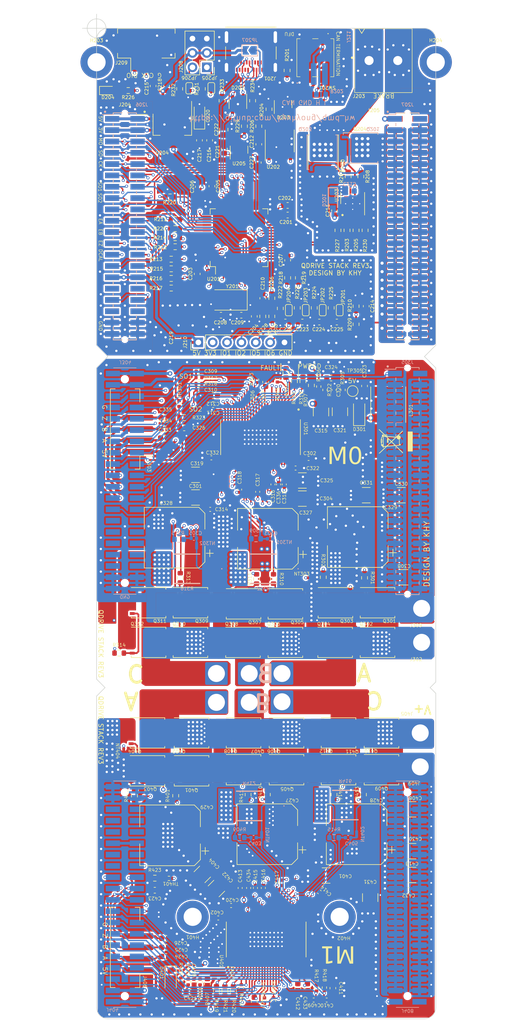
<source format=kicad_pcb>
(kicad_pcb (version 20221018) (generator pcbnew)
  (layers (0 "F.Cu" signal) (1 "In1.Cu" signal) (2 "In2.Cu" signal) (31 "B.Cu" signal) (34 "B.Paste" user) (35 "F.Paste" user) (36 "B.SilkS" user "B.Silkscreen") (37 "F.SilkS" user "F.Silkscreen") (38 "B.Mask" user) (39 "F.Mask" user) (44 "Edge.Cuts" user))
  (net 0 "")
  (net 1 "GND")
  (net 2 "+3V3")
  (net 3 "/main_board/nRST")
  (net 4 "/main_board/OSC_IN")
  (net 5 "/main_board/OSC_OUT")
  (net 6 "GNDA")
  (net 7 "/main_board/VDD_M")
  (net 8 "/main_board/VBUS_S")
  (net 9 "+5VA")
  (net 10 "VPP_M0")
  (net 11 "/M0_board/M0_SN1")
  (net 12 "Net-(U201-VCAP_1)")
  (net 13 "/M0_board/M0_SN2")
  (net 14 "Net-(U201-VCAP_2)")
  (net 15 "Net-(U202-VCC)")
  (net 16 "GVDD_M0")
  (net 17 "/M0_board/M0B_SO1")
  (net 18 "/M0_board/M0B_SO2")
  (net 19 "/M0_board/AVDD_M0")
  (net 20 "/M0_board/DVDD_M0")
  (net 21 "+5V")
  (net 22 "/M0_board/M0_SH_A")
  (net 23 "Net-(D201-K)")
  (net 24 "/M0_board/M0_SH_B")
  (net 25 "/M0_board/M0_SH_C")
  (net 26 "/M0_board/M0B_TEMP")
  (net 27 "/main_board/USB_V")
  (net 28 "/main_board/USB_D+")
  (net 29 "/main_board/USB_D-")
  (net 30 "/main_board/CAN1_H")
  (net 31 "/main_board/CAN1_L")
  (net 32 "/main_board/EN_GATE")
  (net 33 "/main_board/M0_AH")
  (net 34 "/main_board/M0_AL")
  (net 35 "/main_board/M0_BH")
  (net 36 "/main_board/M0_BL")
  (net 37 "/main_board/M0_CH")
  (net 38 "/main_board/M0_CL")
  (net 39 "/main_board/nFAULT")
  (net 40 "/main_board/SPI_MOSI")
  (net 41 "/main_board/SPI_MISO")
  (net 42 "/main_board/SPI_SCK")
  (net 43 "/main_board/M0_nCS")
  (net 44 "/main_board/M0_SO1")
  (net 45 "/main_board/M0_SO2")
  (net 46 "/main_board/M0_TEMP")
  (net 47 "/main_board/M0_ENC_A")
  (net 48 "/main_board/M0_ENC_B")
  (net 49 "/main_board/M0_ENC_Z")
  (net 50 "+48V")
  (net 51 "/main_board/M1_AH")
  (net 52 "/main_board/M1_AL")
  (net 53 "/main_board/M1_BH")
  (net 54 "/main_board/M1_BL")
  (net 55 "/main_board/M1_CH")
  (net 56 "/main_board/M1_CL")
  (net 57 "/main_board/M1_nCS")
  (net 58 "/main_board/M1_SO1")
  (net 59 "/main_board/M1_SO2")
  (net 60 "/main_board/M1_TEMP")
  (net 61 "/main_board/M1_ENC_A")
  (net 62 "/main_board/M1_ENC_B")
  (net 63 "/main_board/M1_ENC_Z")
  (net 64 "/M0_board/M0B_EN_GATE")
  (net 65 "/M0_board/M0B_AH")
  (net 66 "/M0_board/M0B_AL")
  (net 67 "/M0_board/M0B_BH")
  (net 68 "/M0_board/M0B_BL")
  (net 69 "/M0_board/M0B_CH")
  (net 70 "/M0_board/M0B_CL")
  (net 71 "/M0_board/M0BnFAULT")
  (net 72 "3V3A")
  (net 73 "/M0_board/M0B_SPI_MOSI")
  (net 74 "/M0_board/M0B_SPI_MISO")
  (net 75 "/M0_board/M0B_SPI_SCK")
  (net 76 "/M0_board/M0B_nCS")
  (net 77 "/M0_board/M0B_ENC_A")
  (net 78 "/M0_board/M0B_ENC_B")
  (net 79 "/M0_board/M0B_ENC_Z")
  (net 80 "Net-(J210-Pin_4)")
  (net 81 "/M0_board/M0_SL_B")
  (net 82 "Net-(J210-Pin_5)")
  (net 83 "/M0_board/M0_SL_C")
  (net 84 "Net-(J210-Pin_6)")
  (net 85 "Net-(J210-Pin_3)")
  (net 86 "/main_board/BOOT0")
  (net 87 "Net-(R202-Pad1)")
  (net 88 "Net-(U301-SS_TR)")
  (net 89 "Net-(U301-CP1)")
  (net 90 "Net-(U301-CP2)")
  (net 91 "Net-(U301-BST_BK)")
  (net 92 "/M0_board/M0_GH_A")
  (net 93 "/M0_board/M0_GL_A")
  (net 94 "Net-(D301-K)")
  (net 95 "Net-(U301-BST_A)")
  (net 96 "Net-(U301-BST_B)")
  (net 97 "/M0_board/M0_GH_B")
  (net 98 "/M0_board/M0_GL_B")
  (net 99 "/M0_board/M0_GH_C")
  (net 100 "/M0_board/M0_GL_C")
  (net 101 "Net-(U301-BST_C)")
  (net 102 "PGND_MB")
  (net 103 "/M0_board/M0B_PWRGD")
  (net 104 "/M0_board/M0BnOCTW")
  (net 105 "Net-(U301-COMP)")
  (net 106 "/main_board/GPIO_6")
  (net 107 "/main_board/GPIO_7")
  (net 108 "/main_board/GPIO_3")
  (net 109 "/main_board/GPIO_4")
  (net 110 "/main_board/AUX_TEMP")
  (net 111 "/main_board/GPIO_5")
  (net 112 "/main_board/SWDIO")
  (net 113 "/main_board/SWCLK")
  (net 114 "/main_board/CAN_R")
  (net 115 "/main_board/CAN_D")
  (net 116 "Net-(U401-SS_TR)")
  (net 117 "GVDD_M1")
  (net 118 "Net-(U401-CP1)")
  (net 119 "Net-(U401-CP2)")
  (net 120 "Net-(U401-BST_BK)")
  (net 121 "Net-(D401-K)")
  (net 122 "Net-(U401-BST_A)")
  (net 123 "Net-(U401-BST_B)")
  (net 124 "Net-(U401-BST_C)")
  (net 125 "Net-(U401-COMP)")
  (net 127 "Net-(D204-A)")
  (net 128 "Net-(J201-CC1)")
  (net 130 "Net-(J201-CC2)")
  (net 132 "5VB")
  (net 134 "Net-(J204-Pin_25)")
  (net 135 "Net-(J204-Pin_27)")
  (net 139 "/M0_board/M0B_GPIO6")
  (net 140 "/M0_board/M0B_GPIO5")
  (net 147 "Net-(J206-Pin_19)")
  (net 149 "Net-(J206-Pin_25)")
  (net 150 "/main_board/M0_DC_CAL")
  (net 151 "/main_board/M0_PWRGD")
  (net 152 "Net-(J206-Pin_27)")
  (net 153 "/main_board/M1_DC_CAL")
  (net 154 "/main_board/M1_PWRGD")
  (net 155 "Earth")
  (net 158 "/main_board/BRAKE_OUT")
  (net 161 "/M1_board/M1_SN1")
  (net 163 "/M1_board/M1_SN2")
  (net 166 "/M1_board/M1B_SO1")
  (net 167 "/M1_board/M1B_SO2")
  (net 168 "/M1_board/AVDD_M1")
  (net 169 "/M1_board/DVDD_M1")
  (net 170 "Net-(J208-Pin_1)")
  (net 171 "Net-(J208-Pin_2)")
  (net 172 "VPP_M1")
  (net 173 "/M1_board/M1_SH_A")
  (net 174 "Net-(C324-Pad1)")
  (net 175 "/M1_board/M1_SH_B")
  (net 177 "/M1_board/M1_SH_C")
  (net 181 "/M1_board/M1B_TEMP")
  (net 182 "/M1_board/M1B_ENC_A")
  (net 183 "/M1_board/M1B_ENC_B")
  (net 184 "/M1_board/M1B_ENC_Z")
  (net 185 "+5VD")
  (net 186 "3V3B")
  (net 187 "/M1_board/M1B_EN_GATE")
  (net 188 "/M1_board/M1B_SPI_MOSI")
  (net 189 "/M1_board/M1B_AH")
  (net 190 "/M1_board/M1B_SPI_MISO")
  (net 191 "/M1_board/M1B_AL")
  (net 192 "/M1_board/M1B_SPI_SCK")
  (net 193 "/M1_board/M1B_BH")
  (net 194 "/M1_board/M1B_nCS")
  (net 195 "/M1_board/M1B_BL")
  (net 196 "/M1_board/M1B_CH")
  (net 197 "/M1_board/M1B_CL")
  (net 198 "/M1_board/M1BnFAULT")
  (net 199 "/M1_board/M1BnOCTW")
  (net 200 "/M1_board/M1B_PWRGD")
  (net 201 "/M1_board/M1B_GPIO6")
  (net 207 "/M1_board/M1_SL_B")
  (net 209 "/M1_board/M1_SL_C")
  (net 210 "/M1_board/M1_GH_A")
  (net 211 "/M1_board/M1_GL_A")
  (net 213 "Net-(C421-Pad1)")
  (net 215 "/M1_board/M1_GH_B")
  (net 216 "/M1_board/M1_GL_B")
  (net 217 "/M1_board/M1_GH_C")
  (net 218 "/M1_board/M1_GL_C")
  (net 226 "Net-(Q201-G)")
  (net 227 "Net-(Q202-G)")
  (net 228 "/M0_board/M0_SP1")
  (net 229 "/M0_board/M0_SP2")
  (net 230 "/M1_board/M1_SP1")
  (net 231 "/M1_board/M1_SP2")
  (net 232 "Net-(Q301-G)")
  (net 233 "Net-(Q303-G)")
  (net 234 "Net-(Q305-G)")
  (net 235 "Net-(Q307-G)")
  (net 236 "Net-(Q309-G)")
  (net 237 "Net-(Q311-G)")
  (net 238 "Net-(Q401-G)")
  (net 239 "Net-(Q403-G)")
  (net 240 "Net-(Q405-G)")
  (net 241 "Net-(Q407-G)")
  (net 242 "Net-(Q409-G)")
  (net 243 "Net-(Q411-G)")
  (net 244 "Net-(R229-Pad1)")
  (net 245 "/main_board/GPIO_1")
  (net 246 "/main_board/GPIO_2")
  (net 247 "Net-(U203-HI)")
  (net 248 "Net-(U202-S)")
  (net 249 "Net-(U203-LI)")
  (net 250 "/M0_board/M0B_DC_CAL")
  (net 251 "/M1_board/M1B_DC_CAL")
  (net 252 "+3.3VA")
  (net 253 "Net-(U203-HO)")
  (net 254 "M1_3V3A")
  (net 255 "Net-(U203-LO)")
  (net 256 "/main_board/AUX_P")
  (net 257 "/main_board/AUX_N")
  (net 258 "/main_board/GPIO_8")
  (net 259 "Net-(U301-DTC)")
  (net 260 "Net-(U301-RT_CLK)")
  (net 261 "Net-(U301-VSENSE)")
  (net 262 "Net-(U301-SO1)")
  (net 263 "Net-(U301-SO2)")
  (net 264 "Net-(U401-DTC)")
  (net 265 "Net-(U401-RT_CLK)")
  (net 266 "/M1_board/M1B_GPIO5")
  (net 267 "Net-(U401-VSENSE)")
  (net 268 "Net-(U401-SO1)")
  (net 269 "Net-(U401-SO2)")
  (net 273 "PGND_M0")
  (net 274 "PGND_M1")
  (net 275 "/M0_board/M0_SL_A")
  (net 276 "/M1_board/M1_SL_A")
  (net 277 "Net-(U205-Vout)")
  (footprint "qdrive_footprints:JST_PH_B3B-PH-SM4-TB_1x03-1MP_P2.00mm_Vertical" (layer "F.Cu") (at 166.8 49.4)
    (fp_text reference "J209")
    (fp_text value "JST_PH_B3B-PH-SM4-TB")
  )
  (footprint "Capacitor_SMD:C_1210_3225Metric" (layer "F.Cu") (at 206.4 198.6 -90)
    (fp_text reference "C431")
    (fp_text value "10uF 63V ")
  )
  (footprint "Capacitor_SMD:C_0402_1005Metric" (layer "F.Cu") (at 183.3 126.5 90)
    (fp_text reference "C318")
    (fp_text value "0.1uF 50V")
  )
  (footprint "Connector_Wire:SolderWire-2.5sqmm_1x01_D2.4mm_OD3.6mm" (layer "F.Cu") (at 185 159 -90)
    (fp_text reference "J306" hide)
    (fp_text value "Screw_Terminal_01x01" hide)
  )
  (footprint "qdrive_footprints:Crystal_SMD_5032-2Pin_5.0x3.2mm" (layer "F.Cu") (at 181.6 93 180)
    (fp_text reference "Y201")
    (fp_text value "8MHz")
  )
  (footprint "Resistor_SMD:R_0603_1608Metric" (layer "F.Cu") (at 171 74.8 180)
    (fp_text reference "R220")
    (fp_text value "0R")
  )
  (footprint "Resistor_SMD:R_0603_1608Metric" (layer "F.Cu") (at 163.6 56 180)
    (fp_text reference "R226")
    (fp_text value "120R")
  )
  (footprint "Package_TO_SOT_SMD:TDSON-8-1" (layer "F.Cu") (at 198.095 66.9 90)
    (fp_text reference "Q202")
    (fp_text value "CSD18540Q5B")
  )
  (footprint "Resistor_SMD:R_0603_1608Metric" (layer "F.Cu") (at 191.7 52.45 90)
    (fp_text reference "R201")
    (fp_text value "3.3k")
  )
  (footprint "Capacitor_SMD:C_0603_1608Metric" (layer "F.Cu") (at 170.3 207.4 180)
    (fp_text reference "C425")
    (fp_text value "0.1uF 50V")
  )
  (footprint "Package_TO_SOT_SMD:TDSON-8-1" (layer "F.Cu") (at 183.9 153.5)
    (fp_text reference "Q308")
    (fp_text value "HYG025N06LS1C2")
  )
  (footprint "Capacitor_SMD:C_1210_3225Metric" (layer "F.Cu") (at 201.05 112.75 -90)
    (fp_text reference "C321")
    (fp_text value "47uF 16V")
  )
  (footprint "Resistor_SMD:R_0402_1005Metric" (layer "F.Cu") (at 172.6 111.3 -90)
    (fp_text reference "TH301")
    (fp_text value "10k")
  )
  (footprint "Capacitor_SMD:C_1210_3225Metric" (layer "F.Cu") (at 176.7 194.5 -135)
    (fp_text reference "C404")
    (fp_text value "2.2uF 100V")
  )
  (footprint "Resistor_SMD:R_0402_1005Metric" (layer "F.Cu") (at 198.4 108.9 90)
    (fp_text reference "R322")
    (fp_text value "47k 1%")
  )
  (footprint "Resistor_SMD:R_0603_1608Metric" (layer "F.Cu") (at 202.5 71.2 90)
    (fp_text reference "R207")
    (fp_text value "2R2")
  )
  (footprint "Resistor_SMD:R_0603_1608Metric" (layer "F.Cu") (at 196 108.1 -90)
    (fp_text reference "R307")
    (fp_text value "3.3k")
  )
  (footprint "Capacitor_SMD:C_0402_1005Metric" (layer "F.Cu") (at 196.4 216.7)
    (fp_text reference "C409")
    (fp_text value "2200pF")
  )
  (footprint "Capacitor_SMD:C_1210_3225Metric" (layer "F.Cu") (at 194.4 128.1)
    (fp_text reference "C304")
    (fp_text value "2.2uF 100V")
  )
  (footprint "Capacitor_SMD:C_0603_1608Metric" (layer "F.Cu") (at 200.1 77.2 90)
    (fp_text reference "C211")
    (fp_text value "2.2uF 25V")
  )
  (footprint "Resistor_SMD:R_0603_1608Metric" (layer "F.Cu") (at 203.9 97.3 -90)
    (fp_text reference "R209")
    (fp_text value "21k")
  )
  (footprint "Capacitor_SMD:C_0402_1005Metric" (layer "F.Cu") (at 186.5 126.9 90)
    (fp_text reference "C317")
    (fp_text value "0.1uF 50V")
  )
  (footprint "Resistor_SMD:R_0603_1608Metric" (layer "F.Cu") (at 198.1 142 -90)
    (fp_text reference "R302")
    (fp_text value "2R2")
  )
  (footprint "Capacitor_SMD:C_0603_1608Metric" (layer "F.Cu") (at 176.2 64.8 90)
    (fp_text reference "C217")
    (fp_text value "0.1uF 50V")
  )
  (footprint "Capacitor_SMD:C_1210_3225Metric" (layer "F.Cu") (at 179.2 197 -135)
    (fp_text reference "C422")
    (fp_text value "4.7uF 100V")
  )
  (footprint "Capacitor_SMD:C_0603_1608Metric" (layer "F.Cu") (at 178.6 111.5 180)
    (fp_text reference "C311")
    (fp_text value "1uF 35V")
  )
  (footprint "Resistor_SMD:R_0603_1608Metric" (layer "F.Cu") (at 171.2 87.5 180)
    (fp_text reference "R215")
    (fp_text value "3.3k")
  )
  (footprint "Resistor_SMD:R_0603_1608Metric" (layer "F.Cu") (at 173.5 113.8 180)
    (fp_text reference "R323")
    (fp_text value "3.3k")
  )
  (footprint "qdrive_footprints:SolderJumper-2_P1.3mm_Open_RoundedPad1.0x1.5mm" (layer "F.Cu") (at 192 94.8 -90)
    (fp_text reference "JP204")
    (fp_text value "SolderJumper_2_Open")
  )
  (footprint "Capacitor_SMD:C_0603_1608Metric" (layer "F.Cu") (at 186.6 68.725 -90)
    (fp_text reference "C227")
    (fp_text value "1uF 35V")
  )
  (footprint "LED_SMD:LED_0603_1608Metric" (layer "F.Cu") (at 160 56)
    (fp_text reference "D204")
    (fp_text value "LED 1608/RED")
  )
  (footprint "Capacitor_SMD:C_0603_1608Metric" (layer "F.Cu") (at 175.8 88.4 -90)
    (fp_text reference "C203")
    (fp_text value "0.1uF 50V")
  )
  (footprint "Package_SO:SOIC-8_3.9x4.9mm_P1.27mm" (layer "F.Cu") (at 190.4 64.9 90)
    (fp_text reference "U202")
    (fp_text value "TJA1050T")
  )
  (footprint "qdrive_footprints:TB01050802BE" (layer "F.Cu") (at 206.2 50.7)
    (fp_text reference "J203")
    (fp_text value "Screw_Terminal_01x02" hide)
  )
  (footprint "Capacitor_SMD:C_0603_1608Metric" (layer "F.Cu") (at 178 64.8 -90)
    (fp_text reference "C216")
    (fp_text value "1uF 35V")
  )
  (footprint "Capacitor_SMD:C_0603_1608Metric" (layer "F.Cu") (at 170.2 115.8)
    (fp_text reference "C334")
    (fp_text value "0.1uF 50V")
  )
  (footprint "Resistor_SMD:R_0402_1005Metric" (layer "F.Cu") (at 170.8 195.2 180)
    (fp_text reference "TH401")
    (fp_text value "10k")
  )
  (footprint "Capacitor_SMD:C_0402_1005Metric" (layer "F.Cu") (at 187.7 216.8 90)
    (fp_text reference "C406")
    (fp_text value "22nF 50V")
  )
  (footprint "NetTie:NetTie-2_SMD_Pad0.5mm" (layer "F.Cu") (at 195.5 142.1)
    (fp_text reference "NT303")
    (fp_text value "Net-Tie_2")
  )
  (footprint "Connector_Wire:SolderWire-2.5sqmm_1x01_D2.4mm_OD3.6mm" (layer "F.Cu") (at 215.5 153.5 180)
    (fp_text reference "J302")
    (fp_text value "Screw_Terminal_01x01")
  )
  (footprint "Resistor_SMD:R_0402_1005Metric" (layer "F.Cu") (at 176.3 213.5 -90)
    (fp_text reference "R406")
    (fp_text value "18k")
  )
  (footprint "Package_TO_SOT_SMD:TDSON-8-1" (layer "F.Cu") (at 167.2 153.5)
    (fp_text reference "Q312")
    (fp_text value "HYG025N06LS1C2")
  )
  (footprint "Package_TO_SOT_SMD:TDSON-8-1" (layer "F.Cu") (at 184 169.5)
    (fp_text reference "Q408")
    (fp_text value "HYG025N06LS1C2")
  )
  (footprint "Capacitor_SMD:C_0603_1608Metric" (layer "F.Cu") (at 200.5 96.9)
    (fp_text reference "C225")
    (fp_text value "1nF")
  )
  (footprint "Capacitor_SMD:C_0402_1005Metric" (layer "F.Cu") (at 178.3 120.9 180)
    (fp_text reference "C332")
    (fp_text value "100nF 100V")
  )
  (footprint "Package_QFP:LQFP-64_10x10mm_P0.5mm" (layer "F.Cu") (at 183.2 82 90)
    (fp_text reference "U201")
    (fp_text value "STM32F405RGTx")
  )
  (footprint "qdrive_footprints:SolderJumper-2_P1.3mm_Open_RoundedPad1.0x1.5mm" (layer "F.Cu") (at 201 94.8 -90)
    (fp_text reference "JP201")
    (fp_text value "SolderJumper_2_Open")
  )
  (footprint "Resistor_SMD:R_0603_1608Metric" (layer "F.Cu") (at 191.8 89.1 -90)
    (fp_text reference "R218")
    (fp_text value "0R")
  )
  (footprint "Resistor_SMD:R_0603_1608Metric" (layer "F.Cu") (at 171.2 89.2 180)
    (fp_text reference "R216")
    (fp_text value "3.3k")
  )
  (footprint "Capacitor_SMD:C_0402_1005Metric" (layer "F.Cu") (at 193.2 122.7)
    (fp_text reference "C322")
    (fp_text value "100nF 100V")
  )
  (footprint "Resistor_SMD:R_0603_1608Metric" (layer "F.Cu") (at 191.5 105.9 90)
    (fp_text reference "R320")
    (fp_text value "10k")
  )
  (footprint "Capacitor_SMD:C_0402_1005Metric" (layer "F.Cu") (at 186.6 110.2 -90)
    (fp_text reference "C306")
    (fp_text value "22nF 50V")
  )
  (footprint "Connector_Wire:SolderWire-2.5sqmm_1x01_D2.4mm_OD3.6mm" (layer "F.Cu") (at 215.25 169.5 180)
    (fp_text reference "J405")
    (fp_text value "Screw_Terminal_01x01")
  )
  (footprint "Capacitor_SMD:C_1210_3225Metric" (layer "F.Cu") (at 213.8 190.400001)
    (fp_text reference "C430")
    (fp_text value "10uF 63V ")
  )
  (footprint "Resistor_SMD:R_0402_1005Metric" (layer "F.Cu") (at 183.6 214.5 -90)
    (fp_text reference "R404")
    (fp_text value "18k")
  )
  (footprint "Resistor_SMD:R_0603_1608Metric" (layer "F.Cu") (at 200 180.4 90)
    (fp_text reference "R414")
    (fp_text value "2R2")
  )
  (footprint "Package_TO_SOT_SMD:TDSON-8-1" (layer "F.Cu") (at 191.4 146.7)
    (fp_text reference "Q305")
    (fp_text value "HYG025N06LS1C2")
  )
  (footprint "Diode_SMD:D_SOD-123F" (layer "F.Cu") (at 204.45 113 90)
    (fp_text reference "D301")
    (fp_text value "100V 2A SMB")
  )
  (footprint "qdrive_footprints:L_Taiyo-Yuden_NR-60xx" (layer "F.Cu") (at 209.6 111.5 90)
    (fp_text reference "L301")
    (fp_text value "33uH 1.4A")
  )
  (footprint "Capacitor_SMD:C_0603_1608Metric" (layer "F.Cu") (at 191.4 96.9)
    (fp_text reference "C226")
    (fp_text value "1nF")
  )
  (footprint "MountingHole:MountingHole_3.2mm_M3_ISO7380_Pad_TopBottom" (layer "F.Cu") (at 158 51)
    (fp_text reference "H203")
    (fp_text value "MountingHole_Pad")
  )
  (footprint "Resistor_SMD:R_0603_1608Metric" (layer "F.Cu") (at 168.3 195.164999)
    (fp_text reference "R423")
    (fp_text value "3.3k")
  )
  (footprint "MountingHole:MountingHole_3.2mm_M3_ISO7380_Pad_TopBottom" (layer "F.Cu") (at 218 51)
    (fp_text reference "H204")
    (fp_text value "MountingHole_Pad")
  )
  (footprint "Capacitor_SMD:C_0603_1608Metric" (layer "F.Cu") (at 185.9 217 -90)
    (fp_text reference "C407")
    (fp_text value "2.2uF 25V")
  )
  (footprint "Capacitor_SMD:C_0603_1608Metric" (layer "F.Cu") (at 170.2 113.8)
    (fp_text reference "C335")
    (fp_text value "0.1uF 50V")
  )
  (footprint "Capacitor_SMD:C_0603_1608Metric" (layer "F.Cu") (at 180 95.7 180)
    (fp_text reference "C208")
    (fp_text value "20pF")
  )
  (footprint "Resistor_SMD:R_0603_1608Metric" (layer "F.Cu") (at 187.4 95.9 -90)
    (fp_text reference "R228")
    (fp_text value "0R")
  )
  (footprint "Capacitor_SMD:C_0603_1608Metric" (layer "F.Cu") (at 176 73 -90)
    (fp_text reference "C206")
    (fp_text value "0.1uF 50V")
  )
  (footprint "qdrive_footprints:2192MST" (layer "F.Cu") (at 196.7 50.2 180)
    (fp_text reference "SW201")
    (fp_text value "SW_DIP_x02" hide)
  )
  (footprint "Capacitor_SMD:C_1210_3225Metric" (layer "F.Cu") (at 198.6 194.7 180)
    (fp_text reference "C401")
    (fp_text value "2.2uF 100V")
  )
  (footprint "Capacitor_SMD:C_0603_1608Metric" (layer "F.Cu") (at 180.6 66.3 -90)
    (fp_text reference "C221")
    (fp_text value "0.1uF 50V")
  )
  (footprint "Capacitor_SMD:C_0402_1005Metric" (layer "F.Cu") (at 197.4 197.6 135)
    (fp_text reference "C414")
    (fp_text value "100nF 100V")
  )
  (footprint "Capacitor_SMD:C_0402_1005Metric" (layer "F.Cu") (at 187.5 196.9 90)
    (fp_text reference "C416")
    (fp_text value "0.1uF 50V")
  )
  (footprint "Resistor_SMD:R_0603_1608Metric" (layer "F.Cu") (at 179.2 215.1 -90)
    (fp_text reference "R419")
    (fp_text value "10k")
  )
  (footprint "Resistor_SMD:R_0603_1608Metric" (layer "F.Cu") (at 203.9 94.1 -90)
    (fp_text reference "R210")
    (fp_text value "1k")
  )
  (footprint "Capacitor_SMD:C_0805_2012Metric" (layer "F.Cu") (at 180.5 62.9 -90)
    (fp_text reference "C222")
    (fp_text value "4.7uF 50V")
  )
  (footprint "Resistor_SMD:R_0603_1608Metric" (layer "F.Cu") (at 188.5 59.3 -90)
    (fp_text reference "R204")
    (fp_text value "10k")
  )
  (footprint "Capacitor_SMD:C_0402_1005Metric" (layer "F.Cu") (at 176.1 105.6 180)
    (fp_text reference "C309")
    (fp_text value "2200pF")
  )
  (footprint "Capacitor_SMD:C_0603_1608Metric" (layer "F.Cu") (at 199.5 106.8)
    (fp_text reference "C324")
    (fp_text value "270pF")
  )
  (footprint "Resistor_SMD:R_0603_1608Metric" (layer "F.Cu") (at 205.4 142.1 -90)
    (fp_text reference "R301")
    (fp_text value "2R2")
  )
  (footprint "Resistor_SMD:R_0603_1608Metric" (layer "F.Cu") (at 164.7 180.6 90)
    (fp_text reference "R402")
    (fp_text value "2R2")
  )
  (footprint "Resistor_SMD:R_0402_1005Metric" (layer "F.Cu") (at 186.3 107.1 -90)
    (fp_text reference "R303")
    (fp_text value "1k")
  )
  (footprint "Capacitor_SMD:C_0603_1608Metric" (layer "F.Cu") (at 191.8 76.3 180)
    (fp_text reference "C202")
    (fp_text value "0.1uF 50V")
  )
  (footprint "Package_TO_SOT_SMD:TDSON-8-1" (layer "F.Cu") (at 207.7 146.5)
    (fp_text reference "Q301")
    (fp_text value "HYG025N06LS1C2")
  )
  (footprint "Resistor_SMD:R_0603_1608Metric" (layer "F.Cu") (at 186.3 142.3 -90)
    (fp_text reference "R311")
    (fp_text value "2R2")
  )
  (footprint "Capacitor_SMD:C_0603_1608Metric" (layer "F.Cu") (at 174.6 215.3)
    (fp_text reference "C421")
    (fp_text value "270pF")
  )
  (footprint "Capacitor_SMD:C_0402_1005Metric" (layer "F.Cu") (at 190.2 125.6 -90)
    (fp_text reference "C336")
    (fp_text value "0.1uF 50V")
  )
  (footprint "qdrive_footprints:PinSocket_2x20_P2.00mm_Vertical_SMD" (layer "F.Cu") (at 163 80)
    (fp_text reference "J204")
    (fp_text value "X4621FVS-2x20-C43D65" hide)
  )
  (footprint "Capacitor_SMD:C_0603_1608Metric" (layer "F.Cu") (at 194.4 96.9 180)
    (fp_text reference "C223")
    (fp_text value "1nF")
  )
  (footprint "Capacitor_SMD:C_1210_3225Metric" (layer "F.Cu") (at 213.8 194.6)
    (fp_text reference "C418")
    (fp_text value "4.7uF 100V")
  )
  (footprint "Capacitor_SMD:C_0603_1608Metric" (layer "F.Cu") (at 170.4 55.2 90)
    (fp_text reference "C218")
    (fp_text value "1uF 35V")
  )
  (footprint "Resistor_SMD:R_0402_1005Metric" (layer "F.Cu") (at 176.1 107.8 180)
    (fp_text reference "R318")
    (fp_text value "22R 1%")
  )
  (footprint "Package_TO_SOT_SMD:TDSON-8-1" (layer "F.Cu") (at 174.8 169.499999)
    (fp_text reference "Q402")
    (fp_text value "HYG025N06LS1C2")
  )
  (footprint "Package_TO_SOT_SMD:TDSON-8-1" (layer "F.Cu") (at 208.395 176)
    (fp_text reference "Q409")
    (fp_text value "HYG025N06LS1C2")
  )
  (footprint "Resistor_SMD:R_0603_1608Metric" (layer "F.Cu") (at 193 107.4 90)
    (fp_text reference "R321")
    (fp_text value "10k")
  )
  (footprint "Resistor_SMD:R_0603_1608Metric" (layer "F.Cu") (at 171.2 90.9 180)
    (fp_text reference "R217")
    (fp_text value "3.3k")
  )
  (footprint "Capacitor_SMD:C_0603_1608Metric" (layer "F.Cu") (at 199.8 214.6 -90)
    (fp_text reference "C411")
    (fp_text value "1uF 35V")
  )
  (footprint "Package_TO_SOT_SMD:TDSON-8-1" (layer "F.Cu") (at 200.8 176)
    (fp_text reference "Q411")
    (fp_text value "HYG025N06LS1C2")
  )
  (footprint "Resistor_SMD:R_0603_1608Metric" (layer "F.Cu") (at 184.15 62.3 -90)
    (fp_text reference "R229")
    (fp_text value "0R")
  )
  (footprint "Capacitor_SMD:C_0603_1608Metric" (layer "F.Cu") (at 173.5 115.6)
    (fp_text reference "C326")
    (fp_text value "2.2uF 25V")
  )
  (footprint "Resistor_SMD:R_0402_1005Metric" (layer "F.Cu") (at 198.3 214.5 -90)
    (fp_text reference "R418")
    (fp_text value "22R 1%")
  )
  (footprint "Capacitor_SMD:C_0402_1005Metric" (layer "F.Cu") (at 184.9 196.9 90)
    (fp_text reference "C434")
    (fp_text value "0.1uF 50V")
  )
  (footprint "Connector_Wire:SolderWire-2.5sqmm_1x01_D2.4mm_OD3.6mm" (layer "F.Cu") (at 179.2 159)
    (fp_text reference "J307" hide)
    (fp_text value "Screw_Terminal_01x01")
  )
  (footprint "qdrive_footprints:PinHeader_2x20_P2.0mm_Vertical_SMD_877594051" (layer "F.Cu") (at 213 80 -90)
    (fp_text reference "J205")
    (fp_text value "X4621WVS-2x20I-C40D64" hide)
  )
  (footprint "qdrive_footprints:JST_PH_B5B-PH-SM4-TB_1x05-1MP_P2.00mm_Vertical" (layer "F.Cu") (at 164.8 115.8 90)
    (fp_text reference "J303")
    (fp_text value "Conn_01x05_MountingPin")
  )
  (footprint "Resistor_SMD:R_0603_1608Metric" (layer "F.Cu") (at 188.2 180.4 90)
    (fp_text reference "R410")
    (fp_text value "2R2")
  )
  (footprint "Package_TO_SOT_SMD:TDSON-8-1" (layer "F.Cu") (at 167 169.499999)
    (fp_text reference "Q404")
    (fp_text value "HYG025N06LS1C2")
  )
  (footprint "Resistor_SMD:R_0603_1608Metric" (layer "F.Cu") (at 180.7 215.1 -90)
    (fp_text reference "R421")
    (fp_text value "10k")
  )
  (footprint "Capacitor_SMD:CP_Elec_10x14.3" (layer "F.Cu") (at 171 187.6 180)
    (fp_text reference "C429")
    (fp_text value "220uF 50V")
  )
  (footprint "Capacitor_SMD:C_1210_3225Metric" (layer "F.Cu") (at 175.5 127.9 180)
    (fp_text reference "C301")
    (fp_text value "2.2uF 100V")
  )
  (footprint "Capacitor_SMD:C_0603_1608Metric" (layer "F.Cu") (at 178.4 72.9 -90)
    (fp_text reference "C205")
    (fp_text value "2.2uF 25V")
  )
  (footprint "Resistor_SMD:R_0603_1608Metric" (layer "F.Cu") (at 200.7 80.7 -90)
    (fp_text reference "R227")
    (fp_text value "3.3k")
  )
  (footprint "Resistor_SMD:R_0402_1005Metric" (layer "F.Cu") (at 190 107 90)
    (fp_text reference "R304")
    (fp_text value "18k")
  )
  (footprint "Connector_Wire:SolderWire-2.5sqmm_1x01_D2.4mm_OD3.6mm" (layer "F.Cu") (at 185 164.1)
    (fp_text reference "J402" hide)
    (fp_text value "Screw_Terminal_01x01")
  )
  (footprint "Capacitor_SMD:C_0603_1608Metric" (layer "F.Cu") (at 183.6 95.7)
    (fp_text reference "C209")
    (fp_text value "20pF")
  )
  (footprint "Capacitor_SMD:C_0603_1608Metric" (layer "F.Cu") (at 191.8 86 90)
    (fp_text reference "C207")
    (fp_text value "0.1uF 50V")
  )
  (footprint "Capacitor_SMD:C_0402_1005Metric" (layer "F.Cu") (at 200 108.9 90)
    (fp_text reference "C320")
    (fp_text value "82pF")
  )
  (footprint "Resistor_SMD:R_0603_1608Metric" (layer "F.Cu") (at 203.9 80.7 90)
    (fp_text reference "R205")
    (fp_text value "0R")
  )
  (footprint "Capacitor_SMD:C_1210_3225Metric" (layer "F.Cu") (at 205.7 127.5 180)
    (fp_text reference "C331")
    (fp_text value "10uF 63V ")
  )
  (footprint "Resistor_SMD:R_0603_1608Metric" (layer "F.Cu") (at 177.6 213.8 90)
    (fp_text reference "R407")
    (fp_text value "3.3k")
  )
  (footprint "Capacitor_SMD:C_0603_1608Metric" (layer "F.Cu") (at 170.3 205.8 180)
    (fp_text reference "C426")
    (fp_text value "0.1uF 50V")
  )
  (footprint "Capacitor_SMD:C_0402_1005Metric" (layer "F.Cu") (at 175.2 213.5 -90)
    (fp_text reference "C419")
    (fp_text value "82pF")
  )
  (footprint "Capacitor_SMD:CP_Elec_10x14.3" (layer "F.Cu") (at 204 187.4 180)
    (fp_text reference "C428")
    (fp_text value "220uF 50V")
  )
  (footprint "Connector_Wire:SolderWire-2.5sqmm_1x01_D2.4mm_OD3.6mm" (layer "F.Cu") (at 215.25 175.5)
    (fp_text reference "J409")
    (fp_text value "Screw_Terminal_01x01")
  )
  (footprint "Package_TO_SOT_SMD:TDSON-8-1" (layer "F.Cu") (at 204.7 66.15)
    (fp_text reference "Q204")
    (fp_text value "CSD18540Q5B")
  )
  (footprint "Package_TO_SOT_SMD:TDSON-8-1" (layer "F.Cu") (at 191.6 176)
    (fp_text reference "Q405")
    (fp_text value "HYG025N06LS1C2")
  )
  (footprint "Capacitor_SMD:C_0402_1005Metric" (layer "F.Cu") (at 186.1 196.9 90)
    (fp_text reference "C415")
    (fp_text value "0.1uF 50V")
  )
  (footprint "Connector_PinHeader_2.54mm:PinHeader_1x07_P2.54mm_Vertical" (layer "F.Cu") (at 176 100.5 90)
    (fp_text reference "J210")
    (fp_text value "NC_Conn_01x07_Female" hide)
  )
  (footprint "Package_TO_SOT_SMD:TDSON-8-1" (layer "F.Cu") (at 200.8 169.5)
    (fp_text reference "Q412")
    (fp_text value "HYG025N06LS1C2")
  )
  (footprint "Capacitor_SMD:C_1210_3225Metric" (layer "F.Cu") (at 175.5 123.9 180)
    (fp_text reference "C319")
    (fp_text value "4.7uF 100V")
  )
  (footprint "qdrive_footprints:SOP50P810X120-57N" (layer "F.Cu") (at 188 205.999999 90)
    (fp_text reference "U401")
    (fp_text value "DRV8301DCAR")
  )
  (footprint "Resistor_SMD:R_0402_1005Metric" (layer "F.Cu") (at 196.9 214.6 -90)
    (fp_text reference "R417")
    (fp_text value "22R 1%")
  )
  (footprint "Resistor_SMD:R_0603_1608Metric" (layer "F.Cu") (at 205.2 180.4 90)
    (fp_text reference "R413")
    (fp_text value "2R2")
  )
  (footprint "Resistor_SMD:R_0603_1608Metric" (layer "F.Cu") (at 202.3 80.7 90)
    (fp_text reference "R203")
    (fp_text value "0R")
  )
  (footprint "Capacitor_SMD:C_0402_1005Metric" (layer "F.Cu") (at 198.7 216.7 180)
    (fp_text reference "C410")
    (fp_text value "2200pF")
  )
  (footprint "MountingHole:MountingHole_3.2mm_M3_ISO7380_Pad" (layer "F.Cu") (at 175 202)
    (fp_text reference "H401")
    (fp_text value "MountingHole_Pad")
  )
  (footprint "qdrive_footprints:SolderJumper-2_P1.3mm_Open_RoundedPad1.0x1.5mm" (layer "F.Cu") (at 198 94.8 -90)
    (fp_text reference "JP202")
    (fp_text value "SolderJumper_2_Open")
  )
  (footprint "Capacitor_SMD:C_0603_1608Metric" (layer "F.Cu") (at 168 55.2 90)
    (fp_text reference "C215")
    (fp_text value "1uF 35V")
  )
  (footprint "Resistor_SMD:R_0603_1608Metric" (layer "F.Cu") (at 171.2 85.8 180)
    (fp_text reference "R213")
    (fp_text value "3.3k")
  )
  (footprint "Resistor_SMD:R_0603_1608Metric" (layer "F.Cu") (at 185.6 57.8 90)
    (fp_text reference "R234")
    (fp_text value "5.1K")
  )
  (footprint "Resistor_SMD:R_0603_1608Metric" (layer "F.Cu") (at 205.5 80.7 -90)
    (fp_text reference "R230")
    (fp_text value "3.3k")
  )
  (footprint "Package_TO_SOT_SMD:TDSON-8-1" (layer "F.Cu") (at 191.4 153.5)
    (fp_text reference "Q306")
    (fp_text value "HYG025N06LS1C2")
  )
  (footprint "Capacitor_SMD:C_0603_1608Metric" (layer "F.Cu") (at 186.7 65.5 90)
    (fp_text reference "C212")
    (fp_text value "0.1uF 50V")
  )
  (footprint "Resistor_SMD:R_0603_1608Metric" (layer "F.Cu") (at 189 92.7 -90)
    (fp_text reference "R236")
    (fp_text value "0R")
  )
  (footprint "Capacitor_SMD:C_0402_1005Metric" (layer "F.Cu") (at 191.2 125.6 -90)
    (fp_text reference "C313")
    (fp_text value "0.1uF 50V")
  )
  (footprint "TestPoint:TestPoint_Pad_D1.5mm" (layer "F.Cu") (at 203.3 109.1)
    (fp_text reference "TP305")
    (fp_text value "TestPoint")
  )
  (footprint "Resistor_SMD:R_0402_1005Metric" (layer "F.Cu") (at 174.2 213.5 -90)
    (fp_text reference "R422")
    (fp_text value "47k 1%")
  )
  (footprint "Resistor_SMD:R_0603_1608Metric" (layer "F.Cu") (at 193.7 89.1 -90)
    (fp_text reference "R219")
    (fp_text value "0R")
  )
  (footprint "Resistor_SMD:R_0603_1608Metric" (layer "F.Cu") (at 182.2 215.1 -90)
    (fp_text reference "R420")
    (fp_text value "10k")
  )
  (footprint "Package_TO_SOT_SMD:SOT-23" (layer "F.Cu") (at 183.2 66.45 90)
    (fp_text reference "U205")
    (fp_text value "NCP51460SN33T1G")
  )
  (footprint "Connector_Wire:SolderWire-2.5sqmm_1x01_D2.4mm_OD3.6mm" (layer "F.Cu") (at 215.5 147.5)
    (fp_text reference "J309")
    (fp_text value "Screw_Terminal_01x01")
  )
  (footprint "Resistor_SMD:R_0402_1005Metric" (layer "F.Cu") (at 189.3 216.8 90)
    (fp_text reference "R403")
    (fp_text value "1k")
  )
  (footprint "Resistor_SMD:R_0603_1608Metric" (layer "F.Cu") (at 172.8 142.1 -90)
    (fp_text reference "R313")
    (fp_text value "2R2")
  )
  (footprint "Connector_Wire:SolderWire-2.5sqmm_1x01_D2.4mm_OD3.6mm" (layer "F.Cu") (at 179.2 164.1)
    (fp_text reference "J401" hide)
    (fp_text value "Screw_Terminal_01x01")
  )
  (footprint "Capacitor_SMD:C_0603_1608Metric" (layer "F.Cu") (at 187.4 92.7 90)
    (fp_text reference "C210")
    (fp_text value "0.1uF 50V")
  )
  (footprint "Capacitor_SMD:C_0603_1608Metric" (layer "F.Cu") (at 195.3 214.6 -90)
    (fp_text reference "C433")
    (fp_text value "0.1uF 50V")
  )
  (footprint "Symbol:WEEE-Logo_4.2x6mm_SilkScreen" (layer "F.Cu") (at 210.9 118 90)
    (fp_text reference "REF**" hide)
    (fp_text value "WEEE-Logo_4.2x6mm_SilkScreen" hide)
  )
  (footprint "MountingHole:MountingHole_3.2mm_M3_ISO7380_Pad_TopBottom" (layer "F.Cu") (at 201 202)
    (fp_text reference "H402")
    (fp_text value "MountingHole_Pad")
  )
  (footprint "Resistor_SMD:R_0603_1608Metric" (layer "F.Cu") (at 172 180.6 90)
    (fp_text reference "R401")
    (fp_text value "2R2")
  )
  (footprint "Resistor_SMD:R_0402_1005Metric" (layer "F.Cu") (at 197.3 108.3 90)
    (fp_text reference "R306")
    (fp_text value "18k")
  )
  (footprint "Connector_PinHeader_2.54mm:PinHeader_2x03_P2.54mm_Vertical" (layer "F.Cu") (at 177.5 51.9 180)
    (fp_text reference "J208")
    (fp_text value "NC_Conn_02x03_Odd_Even")
  )
  (footprint "Resistor_SMD:R_0603_1608Metric" (layer "F.Cu") (at 186.7 62.3 -90)
    (fp_text reference "R206")
    (fp_text value "0R")
  )
  (footprint "Package_TO_SOT_SMD:TDSON-8-1" (layer "F.Cu") (at 184 176)
    (fp_text reference "Q407")
    (fp_text value "HYG025N06LS1C2")
  )
  (footprint "Capacitor_SMD:C_0402_1005Metric" (layer "F.Cu") (at 190.8 196.000001 90)
    (fp_text reference "C417")
    (fp_text value "0.1uF 50V")
  )
  (footprint "Capacitor_SMD:C_1210_3225Metric" (layer "F.Cu") (at 194.4 124.9)
    (fp_text reference "C325")
    (fp_text value "4.7uF 100V")
  )
  (footprint "Capacitor_SMD:C_0603_1608Metric" (layer "F.Cu") (at 172.4 99.7 -90)
    (fp_text reference "C219")
    (fp_text value "1uF 35V")
  )
  (footprint "Capacitor_SMD:C_1210_3225Metric" (layer "F.Cu") (at 211.9 127.5)
    (fp_text reference "C330")
    (fp_text value "4.7uF 100V")
  )
  (footprint "Package_TO_SOT_SMD:TDSON-8-1" (layer "F.Cu") (at 191.6 169.5)
    (fp_text reference "Q406")
    (fp_text value "HYG025N06LS1C2")
  )
  (footprint "Capacitor_SMD:C_1210_3225Metric" (layer "F.Cu") (at 212.4 142)
    (fp_text reference "C308")
    (fp_text value "2.2uF 100V")
  )
  (footprint "Resistor_SMD:R_0603_1608Metric" (layer "F.Cu") (at 162 155.4)
    (fp_text reference "R314")
    (fp_text value "2R2")
  )
  (footprint "Resistor_SMD:R_0402_1005Metric" (layer "F.Cu") (at 172.9 213.3 -90)
    (fp_text reference "R405")
    (fp_text value "220K")
  )
  (footprint "Capacitor_SMD:CP_Elec_10x14.3" (layer "F.Cu") (at 188.2 187.4 180)
    (fp_text reference "C427")
    (fp_text value "220uF 50V")
  )
  (footprint "Capacitor_SMD:C_0402_1005Metric" (layer "F.Cu") (at 176.1 108.9 180)
    (fp_text reference "C310")
    (fp_text value "2200pF")
  )
  (footprint "Resistor_SMD:R_0402_1005Metric" (layer "F.Cu") (at 201.6 108.9 90)
    (fp_text reference "R305")
    (fp_text value "220K")
  )
  (footprint "Capacitor_SMD:C_0402_1005Metric" (layer "F.Cu") (at 189.2 125.6 90)
    (fp_text reference "C316")
    (fp_text value "0.1uF 50V")
  )
  (footprint "Resistor_SMD:R_0402_1005Metric" (layer "F.Cu") (at 176.1 106.7 180)
    (fp_text reference "R317")
    (fp_text value "22R 1%")
  )
  (footprint "Resistor_SMD:R_0603_1608Metric" (layer "F.Cu") (at 171.9 82 180)
    (fp_text reference "R214")
    (fp_text value "3.3k")
  )
  (footprint "qdrive_footprints:SOP50P810X120-57N" (layer "F.Cu") (at 187 117.25 -90)
    (fp_text reference "U301")
    (fp_text value "DRV8301DCAR")
  )
  (footprint "Capacitor_SMD:C_0603_1608Metric" (layer "F.Cu") (at 187.9 107.5 -90)
    (fp_text reference "C307")
    (fp_text value "2.2uF 25V")
  )
  (footprint "Resistor_SMD:R_0603_1608Metric" (layer "F.Cu") (at 171.9 80.4 180)
    (fp_text reference "R221")
    (fp_text value "0R")
  )
  (footprint "qdrive_footprints:SolderJumper-2_P1.3mm_Open_RoundedPad1.0x1.5mm" (layer "F.Cu") (at 178.3 55.6 90)
    (fp_text reference "JP205")
    (fp_text value "SolderJumper_2_Open")
  )
  (footprint "Capacitor_SMD:C_0603_1608Metric" (layer "F.Cu") (at 191.8 78 180)
    (fp_text reference "C201")
    (fp_text value "2.2uF 25V")
  )
  (footprint "Capacitor_SMD:C_0603_1608Metric" (layer "F.Cu") (at 205.4 108.2 90)
    (fp_text reference "C323")
    (fp_text value "1uF 35V")
  )
  (footprint "qdrive_footprints:SolderJumper-2_P1.3mm_Open_RoundedPad1.0x1.5mm" (layer "F.Cu") (at 174.4 55.6 -90)
    (fp_text reference "JP206")
    (fp_text value "SolderJumper_2_Open")
  )
  (footprint "Capacitor_SMD:C_0603_1608Metric" (layer "F.Cu") (at 170.3 209 180)
    (fp_text reference "C424")
    (fp_text value "0.1uF 50V")
  )
  (footprint "Capacitor_SMD:C_0603_1608Metric" (layer "F.Cu") (at 168.3 197.3 180)
    (fp_text reference "C423")
    (fp_text value "2.2uF 25V")
  )
  (footprint "Capacitor_SMD:C_0402_1005Metric" (layer "F.Cu") (at 183.4 196.9 90)
    (fp_text reference "C413")
    (fp_text value "0.1uF 50V")
  )
  (footprint "Resistor_SMD:R_0603_1608Metric" (layer "F.Cu") (at 180.2 57.8 90)
    (fp_text reference "R233")
    (fp_text value "5.1K")
  )
  (footprint "Package_TO_SOT_SMD:TDSON-8-1" (layer "F.Cu") (at 208.4 169.5)
    (fp_text reference "Q410")
    (fp_text value "HYG025N06LS1C2")
  )
  (footprint "Capacitor_SMD:C_0603_1608Metric" (layer "F.Cu") (at 205.7 94.1 90)
    (fp_text reference "C214")
    (fp_text value "270pF")
  )
  (footprint "Capacitor_SMD:C_0603_1608Metric" (layer "F.Cu") (at 193.6 214.6 -90)
    (fp_text reference "C412")
    (fp_text value "1uF 35V")
  )
  (footprint "Resistor_SMD:R_0603_1608Metric" (layer "F.Cu") (at 204.75 71.2 90)
    (fp_text reference "R208")
    (fp_text value "2R2")
  )
  (footprint "Package_TO_SOT_SMD:TDSON-8-1" (layer "F.Cu") (at 200.2 153.5)
    (fp_text reference "Q304")
    (fp_text value "HYG025N06LS1C2")
  )
  (footprint "Resistor_SMD:R_0603_1608Metric" (layer "F.Cu") (at 171.9 78.8 180)
    (fp_text reference "R211")
    (fp_text value "0R")
  )
  (footprint "Capacitor_SMD:CP_Elec_10x14.3" (layer "F.Cu") (at 204.2 134.9 180)
    (fp_text reference "C329")
    (fp_text value "220uF 50V")
  )
  (footprint "Resistor_SMD:R_0603_1608Metric" (layer "F.Cu") (at 196.5 94.4 -90)
    (fp_text reference "R224")
    (fp_text value "3.3k")
  )
  (footprint "Resistor_SMD:R_0603_1608Metric" (layer "F.Cu") (at 193.5 94.4 -90)
    (fp_text reference "R223")
    (fp_text value "3.3k")
  )
  (footprint "Resistor_SMD:R_0603_1608Metric" (layer "F.Cu") (at 190.5 94.5 -90)
    (fp_text reference "R222")
    (fp_text value "3.3k")
  )
  (footprint "Diode_SMD:D_SOD-123F" (layer "F.Cu") (at 171.1 212.9 -90)
    (fp_text reference "D401")
    (fp_text value "100V 2A SMB")
  )
  (footprint "Package_TO_SOT_SMD:TDSON-8-1" (layer "F.Cu") (at 174.6 153.5)
    (fp_text reference "Q310")
    (fp_text value "HYG025N06LS1C2")
  )
  (footprint "Resistor_SMD:R_0603_1608Metric" (layer "F.Cu") (at 176.7 55.7 90)
    (fp_text reference "R231")
    (fp_text value "3.3k")
  )
  (footprint "Capacitor_SMD:C_0603_1608Metric" (layer "F.Cu") (at 185.9 95.9 -90)
    (fp_text reference "C204")
    (fp_text value "0.1uF 50V")
  )
  (footprint "qdrive_footprints:JST_PH_B5B-PH-SM4-TB_1x05-1MP_P2.00mm_Vertical" (layer "F.Cu") (at 164.800001 207.4 90)
    (fp_text reference "J406")
    (fp_text value "Conn_01x05_MountingPin")
  )
  (footprint "Resistor_SMD:R_0603_1608Metric" (layer "F.Cu") (at 171.9 83.6 180)
    (fp_text reference "R212")
    (fp_text value "3.3k")
  )
  (footprint "Package_TO_SOT_SMD:TDSON-8-1" (layer "F.Cu") (at 207.7 153.5)
    (fp_text reference "Q302")
    (fp_text value "HYG025N06LS1C2")
  )
  (footprint "Resistor_SMD:R_0603_1608Metric" (layer "F.Cu") (at 172.7 55.7 -90)
    (fp_text reference "R232")
    (fp_text value "3.3k")
  )
  (footprint "Capacitor_SMD:C_0402_1005Metric" (layer "F.Cu") (at 213.2 197.2)
    (fp_text reference "C432")
    (fp_text value "100nF 100V")
  )
  (footprint "Capacitor_SMD:C_0402_1005Metric" (layer "F.Cu") (at 178.1 130)
    (fp_text reference "C314")
    (fp_text value "100nF 100V")
  )
  (footprint "qdrive_footprints:SolderJumper-2_P1.3mm_Open_RoundedPad1.0x1.5mm" (layer "F.Cu") (at 195 94.8 -90)
    (fp_text reference "JP203")
    (fp_text value "SolderJumper_2_Open")
  )
  (footprint "Resistor_SMD:R_0603_1608Metric" (layer "F.Cu") (at 199.5 94.4 -90)
    (fp_text reference "R225")
    (fp_text value "3.3k")
  )
  (footprint "Package_TO_SOT_SMD:SOT-223" (layer "F.Cu") (at 171.4 62 -90)
    (fp_text reference "U204")
    (fp_text value "LM1117-3.3")
  )
  (footprint "Capacitor_SMD:C_0603_1608Metric" (layer "F.Cu") (at 197.4 96.9)
    (fp_text reference "C224")
    (fp_text value "1nF")
  )
  (footprint "Resistor_SMD:R_0603_1608Metric" (layer "F.Cu") (at 184.8 180.4 90)
    (fp_text reference "R411")
    (fp_text value "2R2")
  )
  (footprint "Capacitor_SMD:C_0402_1005Metric" (layer "F.Cu") (at 179.525 202.2)
    (fp_text reference "C402")
    (fp_text value "15nF")
  )
  (footprint "Capacitor_SMD:CP_Elec_10x14.3" (layer "F.Cu") (at 188.3 135.2 180)
    (fp_text reference "C327")
    (fp_text value "220uF 50V")
  )
  (footprint "Capacitor_SMD:C_0603_1608Metric" (layer "F.Cu") (at 170.1 117.4)
    (fp_text reference "C333")
    (fp_text value "0.1uF 50V")
  )
  (footprint "Package_TO_SOT_SMD:TDSON-8-1" (layer "F.Cu") (at 167 176.2)
    (fp_text reference "Q403")
    (fp_text value "HYG025N06LS1C2")
  )
  (footprint "Capacitor_Tantalum_SMD:CP_EIA-3216-18_Kemet-A" (layer "F.Cu") (at 176.2 60.5 90)
    (fp_text reference "C220")
    (fp_text value "10uF/10V")
  )
  (footprint "qdrive_footprints:MOLEX_105450-0101" (layer "F.Cu") (at 185.3 48.562049 180)
    (fp_text reference "J201")
    (fp_text value "USB4120-03-C")
  )
  (footprint "NetTie:NetTie-2_SMD_Pad0.5mm" (layer "F.Cu") (at 162.8 172.700001 -90)
    (fp_text reference "NT404")
    (fp_text value "Net-Tie_2")
  )
  (footprint "Capacitor_SMD:C_0402_1005Metric" (layer "F.Cu") (at 195.5 121)
    (fp_text reference "C302")
    (fp_text value "15nF")
  )
  (footprint "Connector_Wire:SolderWire-2.5sqmm_1x01_D2.4mm_OD3.6mm" (layer "F.Cu") (at 190.8 164.000001)
    (fp_text reference "J403" hide)
    (fp_text value "Screw_Terminal_01x01")
  )
  (footprint "Package_TO_SOT_SMD:TDSON-8-1" (layer "F.Cu") (at 184 146.7)
    (fp_text reference "Q307")
    (fp_text value "HYG025N06LS1C2")
  )
  (footprint "qdrive_footprints:WSON-8-1EP_4x4mm_P0.8mm_EP2.6x3mm_ThermalVias" (layer "F.Cu") (at 203.3 76 90)
    (fp_text reference "U203")
    (fp_text value "LM5109BSD")
  )
  (footprint "Package_TO_SOT_SMD:TDSON-8-1" (layer "F.Cu") (at 167.2 146.5)
    (fp_text reference "Q311")
    (fp_text value "HYG025N06LS1C2")
  )
  (footprint "Package_TO_SOT_SMD:SOT-23" (layer "F.Cu") (at 191 58.4 90)
    (fp_text reference "D203")
    (fp_text value "SP0502BAHT")
  )
  (footprint "Capacitor_SMD:C_1210_3225Metric" (layer "F.Cu") (at 197.7 112.8 -90)
    (fp_text reference "C315")
    (fp_text value "47uF 16V")
  )
  (footprint "Capacitor_SMD:C_1210_3225Metric" (layer "F.Cu") (at 213.799999 183)
    (fp_text reference "C408")
    (fp_text value "2.2uF 100V")
  )
  (footprint "Connector_Wire:SolderWire-2.5sqmm_1x01_D2.4mm_OD3.6mm" (layer "F.Cu") (at 190.8 159 180)
    (fp_text reference "J301" hide)
    (fp_text value "Screw_Terminal_01x01")
  )
  (footprint "Resistor_SMD:R_0603_1608Metric" (layer "F.Cu") (at 194.5 107.4 90)
    (fp_text reference "R319")
    (fp_text value "10k")
  )
  (footprint "Capacitor_SMD:CP_Elec_10x14.3" (layer "F.Cu") (at 171.8 135 180)
    (fp_text reference "C328")
    (fp_text value "220uF 50V")
  )
  (footprint "Capacitor_SMD:C_0402_1005Metric" (layer "F.Cu") (at 181.8 200 180)
    (fp_text reference "C420")
    (fp_text value "100nF 100V")
  )
  (footprint "Resistor_SMD:R_0603_1608Metric" (layer "F.Cu") (at 189.3 142.3 -90)
    (fp_text reference "R310")
    (fp_text value "2R2")
  )
  (footprint "Package_TO_SOT_SMD:SOT-23-6" (layer "F.Cu") (at 183 58.4 -90)
    (fp_text reference "D202")
    (fp_text value "ESDA6V1BC6")
  )
  (footprint "Package_TO_SOT_SMD:TDSON-8-1" (layer "F.Cu") (at 200.25 146.5)
    (fp_text reference "Q303")
    (fp_text value "HYG025N06LS1C2")
  )
  (footprint "Package_TO_SOT_SMD:TDSON-8-1" (layer "F.Cu") (at 174.8 176.2)
    (fp_text reference "Q401")
    (fp_text value "HYG025N06LS1C2")
  )
  (footprint "Capacitor_SMD:C_0603_1608Metric" (layer "F.Cu") (at 178.6 109.9 180)
    (fp_text reference "C312")
    (fp_text value "1uF 35V")
  )
  (footprint "Package_TO_SOT_SMD:TDSON-8-1" (layer "F.Cu") (at 174.6 146.5)
    (fp_text reference "Q309")
    (fp_text value "HYG025N06LS1C2")
  )
  (footprint "Resistor_SMD:R_0603_1608Metric" (layer "F.Cu") (at 189 95.9 90)
    (fp_text reference "R235")
    (fp_text value "0R/NC")
  )
  (footprint "qdrive_footprints:WSLP3921L5000FEA" (layer "B.Cu") (at 185 182.4 180)
    (fp_text reference "R412")
    (fp_text value "500uOhm 10W 1%" hide)
  )
  (footprint "qdrive_footprints:JST_S3B-PH-SM4-TB" (layer "B.Cu") (at 196.4 53.075 180)
    (fp_text reference "J211")
    (fp_text value "S3B-PH-SM4-TB(LF)(SN)")
  )
  (footprint "Capacitor_SMD:C_0603_1608Metric" (layer "B.Cu") (at 202.8 73.7625 180)
    (fp_text reference "C213")
    (fp_text value "0.1uF 50V")
  )
  (footprint "Capacitor_SMD:C_0402_1005Metric" (layer "B.Cu") (at 188.7 135.2 180)
    (fp_text reference "C303")
    (fp_text value "2200pF")
  )
  (footprint "qdrive_footprints:PinSocket_2x20_P2.00mm_Vertical_SMD" (layer "B.Cu") (at 163 80 180)
    (fp_text reference "J206")
    (fp_text value "X4621FVS-2x20-C43D65" hide)
  )
  (footprint "qdrive_footprints:PinHeader_2x20_P2.0mm_Vertical_SMD_877594051" (layer "B.Cu") (at 213 198 90)
    (fp_text reference "J408")
    (fp_text value "X4621WVS-2x20I-C40D64" hide)
  )
  (footprint "qdrive_footprints:PinSocket_2x20_P2.00mm_Vertical_SMD" (layer "B.Cu") (at 213 125 180)
    (fp_text reference "J305")
    (fp_text value "X4621FVS-2x20-C43D65")
  )
  (footprint "qdrive_footprints:PinSocket_2x20_P2.00mm_Vertical_SMD" (layer "B.Cu") (at 213 80 180)
    (fp_text reference "J207")
    (fp_text value "X4621FVS-2x20-C43D65" hide)
  )
  (footprint "qdrive_footprints:WSLP3921L5000FEA" (layer "B.Cu") (at 187.5 140.5 180)
    (fp_text reference "R312")
    (fp_text value "500uOhm 10W 1%" hide)
  )
  (footprint "Resistor_SMD:R_0603_1608Metric" (layer "B.Cu") (at 172.6 135.3 180)
    (fp_text reference "R315")
    (fp_text value "120R")
  )
  (footprint "Jumper:SolderJumper-2_P1.3mm_Open_TrianglePad1.0x1.5mm" (layer "B.Cu") (at 185.1 48.9 180)
    (fp_text reference "JP207")
    (fp_text value "Jumper_2_Open")
  )
  (footprint "Capacitor_SMD:C_0402_1005Metric" (layer "B.Cu") (at 202.5 188 180)
    (fp_text reference "C405")
    (fp_text value "2200pF")
  )
  (footprint "NetTie:NetTie-2_SMD_Pad0.5mm" (layer "B.Cu") (at 189.4 136.5 -90)
    (fp_text reference "NT301")
    (fp_text value "Net-Tie_2")
  )
  (footprint "Resistor_SMD:R_0603_1608Metric" (layer "B.Cu") (at 197.7 56.7)
    (fp_text reference "R202")
    (fp_text value "120R")
  )
  (footprint "qdrive_footprints:PinHeader_2x20_P2.0mm_Vertical_SMD_877594051" (layer "B.Cu") (at 163 125 -90)
    (fp_text reference "J304")
    (fp_text value "X4621WVS-2x20I-C40D64" hide)
  )
  (footprint "qdrive_footprints:SODFL3516X108N" (layer "B.Cu") (at 199.8 75.3625 -90)
    (fp_text reference "D201")
    (fp_text value "CRH01" hide)
  )
  (footprint "NetTie:NetTie-2_SMD_Pad0.5mm" (layer "B.Cu") (at 175.7 136.4 -90)
    (fp_text reference "NT302")
    (fp_text value "Net-Tie_2")
  )
  (footprint "NetTie:NetTie-2_SMD_Pad0.5mm" (layer "B.Cu") (at 204 187.4 90)
    (fp_text reference "NT402")
    (fp_text value "Net-Tie_2")
  )
  (footprint "Package_TO_SOT_SMD:TDSON-8-1" (layer "B.Cu") (at 204.7 66.135)
    (fp_text reference "Q201")
    (fp_text value "CSD18540Q5B")
  )
  (footprint "Capacitor_SMD:C_0402_1005Metric" (layer "B.Cu") (at 185.77 188 180)
    (fp_text reference "C403")
    (fp_text value "2200pF")
  )
  (footprint "Package_TO_SOT_SMD:TDSON-8-1" (layer "B.Cu") (at 197.9 66.9 90)
    (fp_text reference "Q203")
    (fp_text value "CSD18540Q5B")
  )
  (footprint "Resistor_SMD:R_0603_1608Metric" (layer "B.Cu") (at 186.2 135.2 180)
    (fp_text reference "R309")
    (fp_text value "120R")
  )
  (footprint "qdrive_footprints:WSLP3921L5000FEA" (layer "B.Cu") (at 174 140.5 180)
    (fp_text reference "R316")
    (fp_text value "500uOhm 10W 1%" hide)
  )
  (footprint "qdrive_footprints:PinHeader_2x20_P2.0mm_Vertical_SMD_877594051" (layer "B.Cu") (at 163 198 90)
    (fp_text reference "J404")
    (fp_text value "X4621WVS-2x20I-C40D64" hide)
  )
  (footprint "Resistor_SMD:R_0603_1608Metric" (layer "B.Cu") (at 200 187.999999 180)
    (fp_text reference "R415")
    (fp_text value "120R")
  )
  (footprint "Capacitor_SMD:C_0402_1005Metric" (layer "B.Cu") (at 175.2 135.1 180)
    (fp_text reference "C305")
    (fp_text value "2200pF")
  )
  (footprint "NetTie:NetTie-2_SMD_Pad0.5mm" (layer "B.Cu") (at 187.2 187.499999 90)
    (fp_text reference "NT401")
    (fp_text value "Net-Tie_2")
  )
  (footprint "qdrive_footprints:WSLP3921L5000FEA" (layer "B.Cu") (at 201.999999 182.25 180)
    (fp_text reference "R416")
    (fp_text value "500uOhm 10W 1%" hide)
  )
  (footprint "Resistor_SMD:R_0603_1608Metric" (layer "B.Cu") (at 183.3 188 180)
    (fp_text reference "R409")
    (fp_text value "120R")
  )
  (gr_line (start 193.7 106.9) (end 193.7 104.4) (stroke (width 0.1)) (layer "F.SilkS"))
  (gr_line (start 190.6 105.55) (end 190.6 104.25) (stroke (width 0.15)) (layer "F.SilkS"))
  (gr_line (start 218 162.5) (end 217 161.5) (stroke (width 0.1)) (layer "Edge.Cuts"))
  (gr_line (start 158 160) (end 158 105) (stroke (width 0.1)) (layer "Edge.Cuts"))
  (gr_line (start 158 101) (end 158 47) (stroke (width 0.1)) (layer "Edge.Cuts"))
  (gr_arc (start 158 47) (mid 158.585786 45.585786) (end 160 45) (stroke (width 0.1)) (layer "Edge.Cuts"))
  (gr_line (start 158 163) (end 158 218) (stroke (width 0.1)) (layer "Edge.Cuts"))
  (gr_line (start 160 45) (end 216 45) (stroke (width 0.1)) (layer "Edge.Cuts"))
  (gr_line (start 160 219.999999) (end 216 220) (stroke (width 0.1)) (layer "Edge.Cuts"))
  (gr_line (start 216 103) (end 218 105) (stroke (width 0.1)) (layer "Edge.Cuts"))
  (gr_line (start 218 101) (end 216 103) (stroke (width 0.1)) (layer "Edge.Cuts"))
  (gr_line (start 218 47) (end 218 101) (stroke (width 0.1)) (layer "Edge.Cuts"))
  (gr_line (start 159.5 161.5) (end 158 160) (stroke (width 0.1)) (layer "Edge.Cuts"))
  (gr_line (start 217 161.5) (end 218 160.5) (stroke (width 0.1)) (layer "Edge.Cuts"))
  (gr_arc (start 218 218) (mid 217.414214 219.414214) (end 216 220) (stroke (width 0.1)) (layer "Edge.Cuts"))
  (gr_line (start 160 103) (end 158 101) (stroke (width 0.1)) (layer "Edge.Cuts"))
  (gr_line (start 159.5 161.5) (end 158 163) (stroke (width 0.1)) (layer "Edge.Cuts"))
  (gr_line (start 218 105) (end 218 160.5) (stroke (width 0.1)) (layer "Edge.Cuts"))
  (gr_arc (start 216 45) (mid 217.414214 45.585786) (end 218 47) (stroke (width 0.1)) (layer "Edge.Cuts"))
  (gr_arc (start 160 219.999999) (mid 158.585787 219.414213) (end 158 218) (stroke (width 0.1)) (layer "Edge.Cuts"))
  (gr_line (start 218 218) (end 218 162.5) (stroke (width 0.1)) (layer "Edge.Cuts"))
  (gr_line (start 158 105) (end 160 103) (stroke (width 0.1)) (layer "Edge.Cuts"))
  (gr_text "https://github.com/kyuhyong/qmd_hw" (at 174.3 60.4 180) (layer "B.SilkS") (effects (font (size 1 1) (thickness 0.12)) (justify left bottom mirror)))
  (gr_text "CAN GND H L" (at 194.8 58.1 180) (layer "B.SilkS") (effects (font (size 0.8 0.8) (thickness 0.1)) (justify mirror)))
  (gr_text "B" (at 187.4 164.1 180) (layer "B.SilkS") (effects (font (size 3 3) (thickness 0.5)) (justify mirror)))
  (gr_text "GND" (at 163 145.5) (layer "B.SilkS") (effects (font (size 0.6 0.6) (thickness 0.08)) (justify mirror)))
  (gr_text "B" (at 187.9 159.1) (layer "B.SilkS") (effects (font (size 3 3) (thickness 0.5)) (justify mirror)))
  (gr_text "V+" (at 217.4 164.5 180) (layer "F.SilkS") (effects (font (size 1.5 1.5) (thickness 0.3) bold) (justify left bottom)))
  (gr_text "SO" (at 158.7 67.1 270) (layer "F.SilkS") (effects (font (size 0.6 0.6) (thickness 0.08))))
  (gr_text "FAULT" (at 182 212 -90) (layer "F.SilkS") (effects (font (size 0.6 0.6) (thickness 0.08))))
  (gr_text "GND" (at 158.7 97.6 270) (layer "F.SilkS") (effects (font (size 0.6 0.6) (thickness 0.08))))
  (gr_text "SO1" (at 158.6 73 270) (layer "F.SilkS") (effects (font (size 0.6 0.6) (thickness 0.08))))
  (gr_text "MO" (at 158.7 65 270) (layer "F.SilkS") (effects (font (size 0.6 0.6) (thickness 0.08))))
  (gr_text "A" (at 205.3 159) (layer "F.SilkS") (effects (font (size 3 3) (thickness 0.5))))
  (gr_text "EA" (at 158.7 79.1 270) (layer "F.SilkS") (effects (font (size 0.6 0.6) (thickness 0.08))))
  (gr_text "M1" (at 203.8 206.7 180) (layer "F.SilkS") (effects (font (size 3 3) (thickness 0.4)) (justify left bottom)))
  (gr_text "5V 3V3 IO1 IO2 IO5 IO6 GND" (at 183.8 102.4) (layer "F.SilkS") (effects (font (size 0.8 0.8) (thickness 0.1))))
  (gr_text "5V" (at 158.7 61 270) (layer "F.SilkS") (effects (font (size 0.6 0.6) (thickness 0.08))))
  (gr_text "QDRIVE STACK REV3" (at 158.75 153.75 270) (layer "F.SilkS") (effects (font (size 0.8 0.8) (thickness 0.12))))
  (gr_text "G  Z  B  A  5V" (at 159.4 116.2 270) (layer "F.SilkS") (effects (font (size 0.8 0.8) (thickness 0.1))))
  (gr_text "M0" (at 198.8 122.5) (layer "F.SilkS") (effects (font (size 3 3) (thickness 0.4)) (justify left bottom)))
  (gr_text "SO2" (at 175.5 112.3) (layer "F.SilkS") (effects (font (size 0.8 0.8) (thickness 0.1))))
  (gr_text "EB" (at 158.7 81 270) (layer "F.SilkS") (effects (font (size 0.6 0.6) (thickness 0.08))))
  (gr_text "DCAL" (at 158.7 85.1 270) (layer "F.SilkS") (effects (font (size 0.6 0.6) (thickness 0.08))))
  (gr_text "G  Z  B  A  5V" (at 159.5 207.6 -90) (layer "F.SilkS") (effects (font (size 0.8 0.8) (thickness 0.1))))
  (gr_text "5V" (at 203.2 107.3) (layer "F.SilkS") (effects (font (size 0.8 0.8) (thickness 0.1))))
  (gr_text "NC" (at 189.1 98.6 -135) (layer "F.SilkS") (effects (font (size 0.6 0.6) (thickness 0.08)) (justify left bottom mirror)))
  (gr_text "BRAKE" (at 208.8 56.9 180) (layer "F.SilkS") (effects (font (size 0.8 0.8) (thickness 0.1))))
  (gr_text "A" (at 164.1 163.8 180) (layer "F.SilkS") (effects (font (size 3 3) (thickness 0.5))))
  (gr_text "SO2" (at 158.6 75 270) (layer "F.SilkS") (effects (font (size 0.6 0.6) (thickness 0.08))))
  (gr_text "C" (at 207.200001 163.7 180) (layer "F.SilkS") (effects (font (size 3 3) (thickness 0.5))))
  (gr_text "CK" (at 158.7 69 270) (layer "F.SilkS") (effects (font (size 0.6 0.6) (thickness 0.08))))
  (gr_text "QDRIVE STACK REV3" (at 158.75 169 270) (layer "F.SilkS") (effects (font (size 0.8 0.8) (thickness 0.12))))
  (gr_text "G CLK DIO" (at 166.4 53.3 180) (layer "F.SilkS") (effects (font (size 0.8 0.8) (thickness 0.1))))
  (gr_text "EZ" (at 158.7 83 270) (layer "F.SilkS") (effects (font (size 0.6 0.6) (thickness 0.08))))
  (gr_text "C" (at 164.9 159.2) (layer "F.SilkS") (effects (font (size 3 3) (thickness 0.5))))
  (gr_text "DESIGN BY KHY" (at 217 143.8 90) (layer "F.SilkS") (effects (font (size 1 1) (thickness 0.12)) (justify left bottom)))
  (gr_text "FAULT" (at 188.7 105) (layer "F.SilkS") (effects (font (size 0.8 0.8) (thickness 0.1))))
  (gr_text "3V" (at 158.7 63 270) (layer "F.SilkS") (effects (font (size 0.6 0.6) (thickness 0.08))))
  (gr_text "PWRGD" (at 195.7 104.7) (layer "F.SilkS") (effects (font (size 0.8 0.8) (thickness 0.1))))
  (gr_text "CAN TERMINATION" (at 200.7 49.5 270) (layer "F.SilkS") (effects (font (size 0.6 0.6) (thickness 0.08))))
  (gr_text "SO1" (at 173.8 106.5) (layer "F.SilkS") (effects (font (size 0.8 0.8) (thickness 0.1))))
  (gr_text "QDRIVE STACK REV3\nDESIGN BY KHY" (at 200.2 87.6) (layer "F.SilkS") (effects (font (size 0.8 0.8) (thickness 0.12))))
  (gr_text "DFU" (at 192.1 46 180) (layer "F.SilkS") (effects (font (size 0.6 0.6) (thickness 0.08))))
  (target plus (at 158 45) (size 5) (width 0.1) (layer "Edge.Cuts"))
  (segment (start 178.263974 72.261026) (end 178.4 72.125) (width 0.25) (layer "F.Cu") (net 1))
  (segment (start 179.3 65.2) (end 179.625 65.525) (width 0.3) (layer "F.Cu") (net 1))
  (segment (start 171.2 47.65) (end 171.2 49.7) (width 0.3) (layer "F.Cu") (net 1))
  (segment (start 180.5 96.5) (end 180.5 95.975) (width 0.25) (layer "F.Cu") (net 1))
  (segment (start 180.5 85.25) (end 180.75 85.5) (width 0.25) (layer "F.Cu") (net 1))
  (segment (start 190.250001 85.449999) (end 190.050002 85.25) (width 0.25) (layer "F.Cu") (net 1))
  (segment (start 192.575 75.325) (end 192.6 75.3) (width 0.2) (layer "F.Cu") (net 1))
  (segment (start 199.725 97.375) (end 199.5 97.6) (width 0.25) (layer "F.Cu") (net 1))
  (segment (start 186.7 66.275) (end 185.825 66.275) (width 0.25) (layer "F.Cu") (net 1))
  (segment (start 168.7 49.8) (end 168.7 46.3) (width 0.3) (layer "F.Cu") (net 1))
  (segment (start 172.4 97.6) (end 172.5 97.5) (width 0.25) (layer "F.Cu") (net 1))
  (segment (start 173.7 58.85) (end 173.7 57.7) (width 0.25) (layer "F.Cu") (net 1))
  (segment (start 185.9 96.675) (end 185.125 96.675) (width 0.25) (layer "F.Cu") (net 1))
  (segment (start 166.6 54.3) (end 166.725 54.425) (width 0.4) (layer "F.Cu") (net 1))
  (segment (start 185.125 96.675) (end 185 96.8) (width 0.25) (layer "F.Cu") (net 1))
  (segment (start 176.2 66.2) (end 176.2 65.575) (width 0.4) (layer "F.Cu") (net 1))
  (segment (start 199.725 96.9) (end 199.725 97.375) (width 0.25) (layer "F.Cu") (net 1))
  (segment (start 191.125 86.775) (end 191.1 86.8) (width 0.25) (layer "F.Cu") (net 1))
  (segment (start 195.175 97.375) (end 195.3 97.5) (width 0.25) (layer "F.Cu") (net 1))
  (segment (start 179.625 65.525) (end 180.6 65.525) (width 0.3) (layer "F.Cu") (net 1))
  (segment (start 186.875 96.725) (end 186.8 96.8) (width 0.25) (layer "F.Cu") (net 1))
  (segment (start 176.2 58.4) (end 176.2 59.15) (width 0.25) (layer "F.Cu") (net 1))
  (segment (start 173.7 57.7) (end 174.2 57.2) (width 0.25) (layer "F.Cu") (net 1))
  (segment (start 175.75 85.25) (end 180.5 85.25) (width 0.25) (layer "F.Cu") (net 1))
  (segment (start 183.2 65.5125) (end 184.1875 65.5125) (width 0.25) (layer "F.Cu") (net 1))
  (segment (start 175.8 86.2) (end 175.6 86) (width 0.25) (layer "F.Cu") (net 1))
  (segment (start 177.3745 72.261026) (end 178.263974 72.261026) (width 0.25) (layer "F.Cu") (net 1))
  (segment (start 182.825 95.7) (end 182.825 96.275) (width 0.25) (layer "F.Cu") (net 1))
  (segment (start 179 65.2) (end 179.3 65.2) (width 0.3) (layer "F.Cu") (net 1))
  (segment (start 166.725 54.425) (end 168 54.425) (width 0.4) (layer "F.Cu") (net 1))
  (segment (start 170.4 54.425) (end 168 54.425) (width 0.4) (layer "F.Cu") (net 1))
  (segment (start 190.625 97.375) (end 190.5 97.5) (width 0.25) (layer "F.Cu") (net 1))
  (segment (start 175.8 87.625) (end 175.8 86.2) (width 0.25) (layer "F.Cu") (net 1))
  (segment (start 182.825 96.275) (end 182.8 96.3) (width 0.25) (layer "F.Cu") (net 1))
  (segment (start 176 72.225) (end 175.425 72.225) (width 0.25) (layer "F.Cu") (net 1))
  (segment (start 195.175 96.9) (end 195.175 97.375) (width 0.25) (layer "F.Cu") (net 1))
  (segment (start 162.4 47.65) (end 161 46.25) (width 0.3) (layer "F.Cu") (net 1))
  (segment (start 189.765 68.6) (end 189.765 67.375) (width 0.25) (layer "F.Cu") (net 1))
  (segment (start 180.5 95.975) (end 180.775 95.7) (width 0.25) (layer "F.Cu") (net 1))
  (segment (start 188.4 58.375) (end 188.5 58.475) (width 0.4) (layer "F.Cu") (net 1))
  (segment (start 168.8 49.9) (end 168.7 49.8) (width 0.3) (layer "F.Cu") (net 1))
  (segment (start 192.575 76.3) (end 192.575 75.325) (width 0.2) (layer "F.Cu") (net 1))
  (segment (start 196.625 96.9) (end 196.625 97.375) (width 0.25) (layer "F.Cu") (net 1))
  (segment (start 190.050002 85.25) (end 188.875 85.25) (width 0.25) (layer "F.Cu") (net 1))
  (segment (start 187.4 96.725) (end 186.875 96.725) (width 0.25) (layer "F.Cu") (net 1))
  (segment (start 196.625 97.375) (end 196.5 97.5) (width 0.25) (layer "F.Cu") (net 1))
  (segment (start 185.825 66.275) (end 185.8 66.3) (width 0.25) (layer "F.Cu") (net 1))
  (segment (start 191.8 86.775) (end 191.125 86.775) (width 0.25) (layer "F.Cu") (net 1))
  (segment (start 175.5 85) (end 175.75 85.25) (width 0.25) (layer "F.Cu") (net 1))
  (segment (start 184.1875 65.5125) (end 184.7 65) (width 0.25) (layer "F.Cu") (net 1))
  (segment (start 190.625 96.9) (end 190.625 97.375) (width 0.25) (layer "F.Cu") (net 1))
  (segment (start 172.4 98.925) (end 172.4 97.6) (width 0.3) (layer "F.Cu") (net 1))
  (segment (start 175.425 72.225) (end 175.4 72.2) (width 0.25) (layer "F.Cu") (net 1))
  (segment (start 188.4 57.45) (end 188.4 58.375) (width 0.4) (layer "F.Cu") (net 1))
  (segment (start 178 66.2) (end 178 65.575) (width 0.4) (layer "F.Cu") (net 1))
  (via (at 169.4 98.7) (size 0.8) (drill 0.4) (layers "F.Cu" "B.Cu") (net 1))
  (via (at 175 68) (size 0.8) (drill 0.4) (layers "F.Cu" "B.Cu") (net 1))
  (via (at 202.7 95.7) (size 0.8) (drill 0.4) (layers "F.Cu" "B.Cu") (net 1))
  (via (at 170.5 51.5) (size 0.8) (drill 0.4) (layers "F.Cu" "B.Cu") (net 1))
  (via (at 158.75 92) (size 0.8) (drill 0.4) (layers "F.Cu" "B.Cu") (net 1))
  (via (at 196.5 97.5) (size 0.55) (drill 0.3) (layers "F.Cu" "B.Cu") (net 1))
  (via (at 192.6 75.3) (size 0.55) (drill 0.3) (layers "F.Cu" "B.Cu") (net 1))
  (via (at 195.25 85.5) (size 0.8) (drill 0.4) (layers "F.Cu" "B.Cu") (net 1))
  (via (at 200.25 86) (size 0.8) (drill 0.4) (layers "F.Cu" "B.Cu") (net 1))
  (via (at 178.1 75.7) (size 0.8) (drill 0.4) (layers "F.Cu" "B.Cu") (net 1))
  (via (at 178.25 93.75) (size 0.55) (drill 0.3) (layers "F.Cu" "B.Cu") (net 1))
  (via (at 174.2 57.2) (size 0.55) (drill 0.3) (layers "F.Cu" "B.Cu") (net 1))
  (via (at 206.7 92.4) (size 0.8) (drill 0.4) (layers "F.Cu" "B.Cu") (net 1))
  (via (at 204 86) (size 0.8) (drill 0.4) (layers "F.Cu" "B.Cu") (net 1))
  (via (at 168.25 99.25) (size 0.8) (drill 0.4) (layers "F.Cu" "B.Cu") (net 1))
  (via (at 158.8 59) (size 0.8) (drill 0.4) (layers "F.Cu" "B.Cu") (net 1))
  (via (at 193 100.5) (size 0.55) (drill 0.3) (layers "F.Cu" "B.Cu") (net 1))
  (via (at 203.5 102) (size 0.8) (drill 0.4) (layers "F.Cu" "B.Cu") (net 1))
  (via (at 199 98.4) (size 0.8) (drill 0.4) (layers "F.Cu" "B.Cu") (net 1))
  (via (at 195.25 84.25) (size 0.8) (drill 0.4) (layers "F.Cu" "B.Cu") (net 1))
  (via (at 163 90.2) (size 0.8) (drill 0.4) (layers "F.Cu" "B.Cu") (net 1))
  (via (at 206.5 99.5) (size 0.8) (drill 0.4) (layers "F.Cu" "B.Cu") (net 1))
  (via (at 199.1 100.6) (size 0.8) (drill 0.4) (layers "F.Cu" "B.Cu") (net 1))
  (via (at 170 62) (size 0.8) (drill 0.4) (layers "F.Cu" "B.Cu") (net 1))
  (via (at 186.8 96.8) (size 0.55) (drill 0.3) (layers "F.Cu" "B.Cu") (net 1))
  (via (at 170 101) (size 0.8) (drill 0.4) (layers "F.Cu" "B.Cu") (net 1))
  (via (at 158.75 72) (size 0.8) (drill 0.4) (layers "F.Cu" "B.Cu") (net 1))
  (via (at 158.75 94) (size 0.8) (drill 0.4) (layers "F.Cu" "B.Cu") (net 1))
  (via (at 190.4 54.6) (size 0.8) (drill 0.4) (layers "F.Cu" "B.Cu") (net 1))
  (via (at 206.5 86) (size 0.8) (drill 0.4) (layers "F.Cu" "B.Cu") (net 1))
  (via (at 199.5 97.6) (size 0.55) (drill 0.3) (layers "F.Cu" "B.Cu") (net 1))
  (via (at 163 94) (size 0.8) (drill 0.4) (layers "F.Cu" "B.Cu") (net 1))
  (via (at 170.55 73.45) (size 0.55) (drill 0.3) (layers "F.Cu" "B.Cu") (net 1))
  (via (at 188.7 76.1) (size 0.8) (drill 0.4) (layers "F.Cu" "B.Cu") (net 1))
  (via (at 170.2 99.6) (size 0.8) (drill 0.4) (layers "F.Cu" "B.Cu") (net 1))
  (via (at 161 46.25) (size 0.8) (drill 0.4) (layers "F.Cu" "B.Cu") (net 1))
  (via (at 191.8 57.1) (size 0.55) (drill 0.3) (layers "F.Cu" "B.Cu") (net 1))
  (via (at 163 96) (size 0.8) (drill 0.4) (layers "F.Cu" "B.Cu") (net 1))
  (via (at 176.3 93.9) (size 0.8) (drill 0.4) (layers "F.Cu" "B.Cu") (net 1))
  (via (at 194.2 92.8) (size 0.55) (drill 0.3) (layers "F.Cu" "B.Cu") (net 1))
  (via (at 181.9 62.8) (size 0.55) (drill 0.3) (layers "F.Cu" "B.Cu") (net 1))
  (via (at 177.3 76.5) (size 0.8) (drill 0.4) (layers "F.Cu" "B.Cu") (net 1))
  (via (at 181.6 96.5) (size 0.55) (drill 0.3) (layers "F.Cu" "B.Cu") (net 1))
  (via (at 175.1 66.8) (size 0.8) (drill 0.4) (layers "F.Cu" "B.Cu") (net 1))
  (via (at 158.75 64) (size 0.8) (drill 0.4) (layers "F.Cu" "B.Cu") (net 1))
  (via (at 166.6 54.3) (size 0.55) (drill 0.3) (layers "F.Cu" "B.Cu") (net 1))
  (via (at 190.5 97.5) (size 0.55) (drill 0.3) (layers "F.Cu" "B.Cu") (net 1))
  (via (at 163 87.8) (size 0.8) (drill 0.4) (layers "F.Cu" "B.Cu") (net 1))
  (via (at 192.5 50.6) (size 0.8) (drill 0.4) (layers "F.Cu" "B.Cu") (net 1))
  (via (at 167.5 96.9) (size 0.8) (drill 0.4) (layers "F.Cu" "B.Cu") (net 1))
  (via (at 203.9 99.5) (size 0.8) (drill 0.4) (layers "F.Cu" "B.Cu") (net 1))
  (via (at 163 98.25) (size 0.8) (drill 0.4) (layers "F.Cu" "B.Cu") (net 1))
  (via (at 202.25 54) (size 0.8) (drill 0.4) (layers "F.Cu" "B.Cu") (net 1))
  (via (at 175.4 72.2) (size 0.55) (drill 0.3) (layers "F.Cu" "B.Cu") (net 1))
  (via (at 202.75 86) (size 0.8) (drill 0.4) (layers "F.Cu" "B.Cu") (net 1))
  (via (at 177 96) (size 0.8) (drill 0.4) (layers "F.Cu" "B.Cu") (net 1))
  (via (at 182.8 96.3) (size 0.55) (drill 0.3) (layers "F.Cu" "B.Cu") (net 1))
  (via (at 173 102) (size 0.8) (drill 0.4) (layers "F.Cu" "B.Cu") (net 1))
  (via (at 158.6 78.05) (size 0.8) (drill 0.4) (layers "F.Cu" "B.Cu") (net 1))
  (via (at 158.75 62) (size 0.8) (drill 0.4) (layers "F.Cu" "B.Cu") (net 1))
  (via (at 188.4 57.45) (size 0.55) (drill 0.3) (layers "F.Cu" "B.Cu") (net 1))
  (via (at 177.8 62) (size 0.55) (drill 0.3) (layers "F.Cu" "B.Cu") (net 1))
  (via (at 161 54) (size 0.8) (drill 0.4) (layers "F.Cu" "B.Cu") (net 1))
  (via (at 201.7 50.4) (size 0.8) (drill 0.4) (layers "F.Cu" "B.Cu") (net 1))
  (via (at 203.8 92.2) (size 0.55) (drill 0.3) (layers "F.Cu" "B.Cu") (net 1))
  (via (at 180.75 85.5) (size 0.55) (drill 0.3) (layers "F.Cu" "B.Cu") (net 1))
  (via (at 193.3 79.7) (size 0.8) (drill 0.4) (layers "F.Cu" "B.Cu") (net 1))
  (via (at 181.9 61.9) (size 0.8) (drill 0.4) (layers "F.Cu" "B.Cu") (net 1))
  (via (at 158.75 68) (size 0.8) (drill 0.4) (layers "F.Cu" "B.Cu") (net 1))
  (via (at 164.9 54.7) (size 0.8) (drill 0.4) (layers "F.Cu" "B.Cu") (net 1))
  (via (at 188.7 75.2) (size 0.8) (drill 0.4) (layers "F.Cu" "B.Cu") (net 1))
  (via (at 206.5 87.25) (size 0.8) (drill 0.4) (layers "F.Cu" "B.Cu") (net 1))
  (via (at 162.6 78) (size 0.55) (drill 0.3) (layers "F.Cu" "B.Cu") (net 1))
  (via (at 178.6 98.2) (size 0.8) (drill 0.4) (layers "F.Cu" "B.Cu") (net 1))
  (via (at 195.8 100.2) (size 0.8) (drill 0.4) (layers "F.Cu" "B.Cu") (net 1))
  (via (at 197.5 102) (size 0.8) (drill 0.4) (layers "F.Cu" "B.Cu") (net 1))
  (via (at 164.5 102) (size 0.8) (drill 0.4) (layers "F.Cu" "B.Cu") (net 1))
  (via (at 158.6 88) (size 0.8) (drill 0.4) (layers "F.Cu" "B.Cu") (net 1))
  (via (at 200.16263 92.170309) (size 0.55) (drill 0.3) (layers "F.Cu" "B.Cu") (net 1))
  (via (at 167.5 102) (size 0.8) (drill 0.4) (layers "F.Cu" "B.Cu") (net 1))
  (via (at 187.7 55.8) (size 0.8) (drill 0.4) (layers "F.Cu" "B.Cu") (net 1))
  (via (at 183 58.4) (size 0.8) (drill 0.4) (layers "F.Cu" "B.Cu") (net 1))
  (via (at 175.6 86) (size 0.55) (drill 0.3) (layers "F.Cu" "B.Cu") (net 1))
  (via (at 162 54.4) (size 0.8) (drill 0.4) (layers "F.Cu" "B.Cu") (net 1))
  (via (at 177.3745 72.261026) (size 0.55) (drill 0.3) (layers "F.Cu" "B.Cu") (net 1))
  (via (at 196.9 86) (size 0.8) (drill 0.4) (layers "F.Cu" "B.Cu") (net 1))
  (via (at 180.8 59.9) (size 0.8) (drill 0.4) (layers "F.Cu" "B.Cu") (net 1))
  (via (at 178.8 68.2) (size 0.8) (drill 0.4) (layers "F.Cu" "B.Cu") (net 1))
  (via (at 184.2 96.8) (size 0.55) (drill 0.3) (layers "F.Cu" "B.Cu") (net 1))
  (via (at 195.6 91.2) (size 0.55) (drill 0.3) (layers "F.Cu" "B.Cu") (net 1))
  (via (at 193.9 54.6) (size 0.8) (drill 0.4) (layers "F.Cu" "B.Cu") (net 1))
  (via (at 173.7 93.9) (size 0.8) (drill 0.4) (layers "F.Cu" "B.Cu") (net 1))
  (via (at 201.5 58) (size 0.8) (drill 0.4) (layers "F.Cu" "B.Cu") (net 1))
  (via (at 181.7 95.6) (size 0.8) (drill 0.4) (layers "F.Cu" "B.Cu") (net 1))
  (via (at 164.8 59.3) (size 0.8) (drill 0.4) (layers "F.Cu" "B.Cu") (net 1))
  (via (at 206.5 88.5) (size 0.8) (drill 0.4) (layers "F.Cu" "B.Cu") (net 1))
  (via (at 191.1 86.8) (size 0.55) (drill 0.3) (layers "F.Cu" "B.Cu") (net 1))
  (via (at 178 66.2) (size 0.55) (drill 0.3) (layers "F.Cu" "B.Cu") (net 1))
  (via (at 189.5 88.4) (size 0.55) (drill 0.3) (layers "F.Cu" "B.Cu") (net 1))
  (via (at 158.75 96) (size 0.8) (drill 0.4) (layers "F.Cu" "B.Cu") (net 1))
  (via (at 199.1 86) (size 0.8) (drill 0.4) (layers "F.Cu" "B.Cu") (net 1))
  (via (at 199.5 58) (size 0.8) (drill 0.4) (layers "F.Cu" "B.Cu") (net 1))
  (via (at 185.8 66.3) (size 0.55) (drill 0.3) (layers "F.Cu" "B.Cu") (net 1))
  (via (at 189.765 68.6) (size 0.55) (drill 0.3) (layers "F.Cu" "B.Cu") (net 1))
  (via (at 205.3 96.4) (size 0.8) (drill 0.4) (layers "F.Cu" "B.Cu") (net 1))
  (via (at 183.1 54.3) (size 0.55) (drill 0.3) (layers "F.Cu" "B.Cu") (net 1))
  (via (at 190.9 58.9) (size 0.55) (drill 0.3) (layers "F.Cu" "B.Cu") (net 1))
  (via (at 206.6 95.9) (size 0.8) (drill 0.4) (layers "F.Cu" "B.Cu") (net 1))
  (via (at 206.5 89.75) (size 0.8) (drill 0.4) (layers "F.Cu" "B.Cu") (net 1))
  (via (at 174.9 93.9) (size 0.8) (drill 0.4) (layers "F.Cu" "B.Cu") (net 1))
  (via (at 168.7 46.3) (size 0.8) (drill 0.4) (layers "F.Cu" "B.Cu") (net 1))
  (via (at 202.25 55.25) (size 0.8) (drill 0.4) (layers "F.Cu" "B.Cu") (net 1))
  (via (at 192.7 54.6) (size 0.8) (drill 0.4) (layers "F.Cu" "B.Cu") (net 1))
  (via (at 182 98.5) (size 0.8) (drill 0.4) (layers "F.Cu" "B.Cu") (net 1))
  (via (at 177.2 75.5) (size 0.55) (drill 0.3) (layers "F.Cu" "B.Cu") (net 1))
  (via (at 159.75 59) (size 0.8) (drill 0.4) (layers "F.Cu" "B.Cu") (net 1))
  (via (at 175 97.5) (size 0.8) (drill 0.4) (layers "F.Cu" "B.Cu") (net 1))
  (via (at 163.9 58.9) (size 0.8) (drill 0.4) (layers "F.Cu" "B.Cu") (net 1))
  (via (at 174.502299 60.897701) (size 0.8) (drill 0.4) (layers "F.Cu" "B.Cu") (net 1))
  (via (at 167.5 64.5) (size 0.8) (drill 0.4) (layers "F.Cu" "B.Cu") (net 1))
  (via (at 181.7 94.7) (size 0.55) (drill 0.3) (layers "F.Cu" "B.Cu") (net 1))
  (via (at 195.5 90.3) (size 0.55) (drill 0.3) (layers "F.Cu" "B.Cu") (net 1))
  (via (at 198 86) (size 0.8) (drill 0.4) (layers "F.Cu" "B.Cu") (net 1))
  (via (at 205 102) (size 0.8) (drill 0.4) (layers "F.Cu" "B.Cu") (net 1))
  (via (at 169.7 94) (size 0.8) (drill 0.4) (layers "F.Cu" "B.Cu") (net 1))
  (via (at 177.4 97.7) (size 0.8) (drill 0.4) (layers "F.Cu" "B.Cu") (net 1))
  (via (at 158.75 99) (size 0.8) (drill 0.4) (layers "F.Cu" "B.Cu") (net 1))
  (via (at 193.9 46.1) (size 0.8) (drill 0.4) (layers "F.Cu" "B.Cu") (net 1))
  (via (at 185 96.8) (size 0.55) (drill 0.3) (layers "F.Cu" "B.Cu") (net 1))
  (via (at 201.2 45.7) (size 0.8) (drill 0.4) (layers "F.Cu" "B.Cu") (net 1))
  (via (at 179 65.2) (size 0.8) (drill 0.4) (layers "F.Cu" "B.Cu") (net 1))
  (via (at 201.5 86) (size 0.8) (drill 0.4) (layers "F.Cu" "B.Cu") (net 1))
  (via (at 168.5 97.8) (size 0.8) (drill 0.4) (layers "F.Cu" "B.Cu") (net 1))
  (via (at 186.9 56.6) (size 0.8) (drill 0.4) (layers "F.Cu" "B.Cu") (net 1))
  (via (at 189.7 87.6) (size 0.8) (drill 0.4) (layers "F.Cu" "B.Cu") (net 1))
  (via (at 195 102) (size 0.8) (drill 0.4) (layers "F.Cu" "B.Cu") (net 1))
  (via (at 185.2 93.9) (size 0.55) (drill 0.3) (layers "F.Cu" "B.Cu") (net 1))
  (via (at 200.4 100.6) (size 0.8) (drill 0.4) (layers "F.Cu" "B.Cu") (net 1))
  (via (at 171 94) (size 0.8) (drill 0.4) (layers "F.Cu" "B.Cu") (net 1))
  (via (at 197.2 92) (size 0.55) (drill 0.3) (layers "F.Cu" "B.Cu") (net 1))
  (via (at 176.2 66.2) (size 0.55) (drill 0.3) (layers "F.Cu" "B.Cu") (net 1))
  (via (at 200.5 58) (size 0.8) (drill 0.4) (layers "F.Cu" "B.Cu") (net 1))
  (via (at 205 91.9) (size 0.8) (drill 0.4) (layers "F.Cu" "B.Cu") (net 1))
  (via (at 205.25 86) (size 0.8) (drill 0.4) (layers "F.Cu" "B.Cu") (net 1))
  (via (at 201.7 51.7) (size 0.8) (drill 0.4) (layers "F.Cu" "B.Cu") (net 1))
  (via (at 192.723911 91.776089) (size 0.55) (drill 0.3) (layers "F.Cu" "B.Cu") (net 1))
  (via (at 160.9 59) (size 0.8) (drill 0.4) (layers "F.Cu" "B.Cu") (net 1))
  (via (at 159.8 54.4) (size 0.8) (drill 0.4) (layers "F.Cu" "B.Cu") (net 1))
  (via (at 195.4 81.2) (size 0.8) (drill 0.4) (layers "F.Cu" "B.Cu") (net 1))
  (via (at 158.75 66) (size 0.8) (drill 0.4) (layers "F.Cu" "B.Cu") (net 1))
  (via (at 181 54.5) (size 0.55) (drill 0.3) (layers "F.Cu" "B.Cu") (net 1))
  (via (at 179.7 46.562049) (size 0.8) (drill 0.4) (layers "F.Cu" "B.Cu") (net 1))
  (via (at 188.7 77) (size 0.8) (drill 0.4) (layers "F.Cu" "B.Cu") (net 1))
  (via (at 174 67.2) (size 0.8) (drill 0.4) (layers "F.Cu" "B.Cu") (net 1))
  (via (at 206.6 98.1) (size 0.8) (drill 0.4) (layers "F.Cu" "B.Cu") (net 1))
  (via (at 195.8 96.1) (size 0.55) (drill 0.3) (layers "F.Cu" "B.Cu") (net 1))
  (via (at 190.250001 85.449999) (size 0.55) (drill 0.3) (layers "F.Cu" "B.Cu") (net 1))
  (via (at 159.8 47.2) (size 0.8) (drill 0.4) (layers "F.Cu" "B.Cu") (net 1))
  (via (at 186.7 55.3) (size 0.55) (drill 0.3) (layers "F.Cu" "B.Cu") (net 1))
  (via (at 163.1 54) (size 0.8) (drill 0.4) (layers "F.Cu" "B.Cu") (net 1))
  (via (at 158.75 60) (size 0.8) (drill 0.4) (layers "F.Cu" "B.Cu") (net 1))
  (via (at 192.5 71.4) (size 0.8) (drill 0.4) (layers "F.Cu" "B.Cu") (net 1))
  (via (at 180.5 96.5) (size 0.55) (drill 0.3) (layers "F.Cu" "B.Cu") (net 1))
  (via (at 199.5 102) (size 0.8) (drill 0.4) (layers "F.Cu" "B.Cu") (net 1))
  (via (at 192.5 65.5) (size 0.8) (drill 0.4) (layers "F.Cu" "B.Cu") (net 1))
  (via (at 167 62) (size 0.55) (drill 0.3) (layers "F.Cu" "B.Cu") (net 1))
  (via (at 206.5 101) (size 0.8) (drill 0.4) (layers "F.Cu" "B.Cu") (net 1))
  (via (at 195.3 97.5) (size 0.55) (drill 0.3) (layers "F.Cu" "B.Cu") (net 1))
  (via (at 189.8 66) (size 0.55) (drill 0.3) (layers "F.Cu" "B.Cu") (net 1))
  (via (at 171.2 49.7) (size 0.8) (drill 0.4) (layers "F.Cu" "B.Cu") (net 1))
  (via (at 159.75 101.25) (size 0.8) (drill 0.4) (layers "F.Cu" "B.Cu") (net 1))
  (via (at 179.7 97.8) (size 0.55) (drill 0.3) (layers "F.Cu" "B.Cu") (net 1))
  (via (at 202 102) (size 0.8) (drill 0.4) (layers "F.Cu" "B.Cu") (net 1))
  (via (at 179.7 50.762049) (size 0.8) (drill 0.4) (layers "F.Cu" "B.Cu") (net 1))
  (via (at 161.5 102) (size 0.8) (drill 0.4) (layers "F.Cu" "B.Cu") (net 1))
  (via (at 192.5 70.2) (size 0.8) (drill 0.4) (layers "F.Cu" "B.Cu") (net 1))
  (via (at 173.6 62.5) (size 0.8) (drill 0.4) (layers "F.Cu" "B.Cu") (net 1))
  (via (at 172.349312 93.950688) (size 0.8) (drill 0.4) (layers "F.Cu" "B.Cu") (net 1))
  (via (at 170.5 102) (size 0.8) (drill 0.4) (layers "F.Cu" "B.Cu") (net 1))
  (via (at 201.6 57) (size 0.8) (drill 0.4) (layers "F.Cu" "B.Cu") (net 1))
  (via (at 158.75 70) (size 0.8) (drill 0.4) (layers "F.Cu" "B.Cu") (net 1))
  (via (at 175.5 85) (size 0.8) (drill 0.4) (layers "F.Cu" "B.Cu") (net 1))
  (via (at 171 52.75) (size 0.8) (drill 0.4) (layers "F.Cu" "B.Cu") (net 1))
  (via (at 206.5 91) (size 0.8) (drill 0.4) (layers "F.Cu" "B.Cu") (net 1))
  (via (at 172.5 97.5) (size 0.8) (drill 0.4) (layers "F.Cu" "B.Cu") (net 1))
  (via (at 176.2 58.4) (size 0.55) (drill 0.3) (layers "F.Cu" "B.Cu") (net 1))
  (via (at 184.7 65) (size 0.8) (drill 0.4) (layers "F.Cu" "B.Cu") (net 1))
  (via (at 192.5 64.5) (size 0.8) (drill 0.4) (layers "F.Cu" "B.Cu") (net 1))
  (segment (start 178.5 74.7) (end 179.45 75.65) (width 0.3) (layer "F.Cu") (net 2))
  (segment (start 176.7 73.1) (end 176.675 73.1) (width 0.4) (layer "F.Cu") (net 2))
  (segment (start 180.5 63.85) (end 180.75 64.1) (width 0.5) (layer "F.Cu") (net 2))
  (segment (start 173.95 65.15) (end 175.075 64.025) (width 0.5) (layer "F.Cu") (net 2))
  (segment (start 168.3 63) (end 170.45 65.15) (width 0.5) (layer "F.Cu") (net 2))
  (segment (start 188.875 84.75) (end 191.325 84.75) (width 0.3) (layer "F.Cu") (net 2))
  (segment (start 176.925 74.7) (end 178.5 74.7) (width 0.3) (layer "F.Cu") (net 2))
  (segment (start 176.675 73.1) (end 176 73.775) (width 0.4) (layer "F.Cu") (net 2))
  (segment (start 175.075 64.025) (end 176.2 64.025) (width 0.5) (layer "F.Cu") (net 2))
  (segment (start 191.325 84.75) (end 191.8 85.225) (width 0.3) (layer "F.Cu") (net 2))
  (segment (start 172.025 85.8) (end 173.4 85.8) (width 0.25) (layer "F.Cu") (net 2))
  (segment (start 189.1 97.3) (end 189 97.2) (width 0.25) (layer "F.Cu") (net 2))
  (segment (start 190.1 76.9) (end 190.1 77.8) (width 0.25) (layer "F.Cu") (net 2))
  (segment (start 173.6 88.9995) (end 173.3995 89.2) (width 0.25) (layer "F.Cu") (net 2))
  (segment (start 176.2 64.025) (end 180.325 64.025) (width 0.5) (layer "F.Cu") (net 2))
  (segment (start 175.8 89.175) (end 176.525 89.175) (width 0.25) (layer "F.Cu") (net 2))
  (segment (start 173.3 82.2) (end 172.925 82.2) (width 0.2) (layer "F.Cu") (net 2))
  (segment (start 170.45 65.15) (end 171.4 65.15) (width 0.5) (layer "F.Cu") (net 2))
  (segment (start 190.1 77.8) (end 189.65 78.25) (width 0.25) (layer "F.Cu") (net 2))
  (segment (start 190.5 76.5) (end 190.1 76.9) (width 0.25) (layer "F.Cu") (net 2))
  (segment (start 189.65 78.25) (end 188.875 78.25) (width 0.25) (layer "F.Cu") (net 2))
  (segment (start 189 97.2) (end 189 96.725) (width 0.25) (layer "F.Cu") (net 2))
  (segment (start 176 73.775) (end 176.925 74.7) (width 0.3) (layer "F.Cu") (net 2))
  (segment (start 177.5 87.375) (end 177.8 87.675) (width 0.3) (layer "F.Cu") (net 2))
  (segment (start 173.6 88.9995) (end 175.6245 88.9995) (width 0.25) (layer "F.Cu") (net 2))
  (segment (start 166.9 63) (end 165.25 63) (width 0.5) (layer "F.Cu") (net 2))
  (segment (start 173.6 87.5) (end 172.025 87.5) (width 0.25) (layer "F.Cu") (net 2))
  (segment (start 172.925 82.2) (end 172.725 82) (width 0.2) (layer "F.Cu") (net 2))
  (segment (start 171.6 66.4) (end 171.6 65.35) (width 0.5) (layer "F.Cu") (net 2))
  (segment (start 176.2 64.025) (end 176.2 61.85) (width 0.5) (layer "F.Cu") (net 2))
  (segment (start 171.4 65.15) (end 173.95 65.15) (width 0.5) (layer "F.Cu") (net 2))
  (segment (start 175.6245 88.9995) (end 175.8 89.175) (width 0.25) (layer "F.Cu") (net 2))
  (segment (start 173.4 85.8) (end 173.5 85.7) (width 0.25) (layer "F.Cu") (net 2))
  (segment (start 164.425 56) (end 165.2 56) (width 0.4) (layer "F.Cu") (net 2))
  (segment (start 171.4 58.85) (end 171.4 65.15) (width 1) (layer "F.Cu") (net 2))
  (segment (start 180.75 64.1) (end 184.125 64.1) (width 0.5) (layer "F.Cu") (net 2))
  (segment (start 190.7 76.3) (end 191.025 76.3) (width 0.25) (layer "F.Cu") (net 2))
  (segment (start 172.025 90.9) (end 172.025 89.2) (width 0.25) (layer "F.Cu") (net 2))
  (segment (start 165.25 63) (end 168.3 63) (width 0.5) (layer "F.Cu") (net 2))
  (segment (start 185.05 63.125) (end 186.7 61.475) (width 0.5) (layer "F.Cu") (net 2))
  (segment (start 177.5 88.2) (end 177.5 87.375) (width 0.25) (layer "F.Cu") (net 2))
  (segment (start 173.523911 83.6) (end 172.725 83.6) (width 0.3) (layer "F.Cu") (net 2))
  (segment (start 180.325 64.025) (end 180.5 63.85) (width 0.5) (layer "F.Cu") (net 2))
  (segment (start 176.525 89.175) (end 177.5 88.2) (width 0.25) (layer "F.Cu") (net 2))
  (segment (start 173.3995 89.2) (end 172.025 89.2) (width 0.25) (layer "F.Cu") (net 2))
  (segment (start 166.9 63) (end 160.75 63) (width 0.5) (layer "F.Cu") (net 2))
  (segment (start 192.375 85.225) (end 191.8 85.225) (width 0.3) (layer "F.Cu") (net 2))
  (segment (start 190.5 76.5) (end 190.7 76.3) (width 0.25) (layer "F.Cu") (net 2))
  (segment (start 171.6 65.35) (end 171.4 65.15) (width 0.5) (layer "F.Cu") (net 2))
  (segment (start 177.5 87.375) (end 177.5 85.775) (width 0.3) (layer "F.Cu") (net 2))
  (segment (start 179.45 75.65) (end 179.45 76.325) (width 0.3) (layer "F.Cu") (net 2))
  (segment (start 184.15 64.075) (end 184.15 63.125) (width 0.5) (layer "F.Cu") (net 2))
  (segment (start 184.125 64.1) (end 184.15 64.075) (width 0.5) (layer "F.Cu") (net 2))
  (segment (start 177.8 87.675) (end 179.45 87.675) (width 0.3) (layer "F.Cu") (net 2))
  (segment (start 177.5 85.775) (end 177.525 85.75) (width 0.3) (layer "F.Cu") (net 2))
  (segment (start 184.15 63.125) (end 185.05 63.125) (width 0.5) (layer "F.Cu") (net 2))
  (segment (start 192.5 85.1) (end 192.375 85.225) (width 0.3) (layer "F.Cu") (net 2))
  (via (at 173.3 82.2) (size 0.55) (drill 0.3) (layers "F.Cu" "B.Cu") (net 2))
  (via (at 190.5 76.5) (size 0.55) (drill 0.3) (layers "F.Cu" "B.Cu") (net 2))
  (via (at 173.6 88.9995) (size 0.55) (drill 0.3) (layers "F.Cu" "B.Cu") (net 2))
  (via (at 192.5 85.1) (size 0.55) (drill 0.3) (layers "F.Cu" "B.Cu") (net 2))
  (via (at 166.9 63) (size 0.8) (drill 0.4) (layers "F.Cu" "B.Cu") (net 2))
  (via (at 165.2 56) (size 0.55) (drill 0.3) (layers "F.Cu" "B.Cu") (net 2))
  (via (at 184.125 64.1) (size 0.8) (drill 0.4) (layers "F.Cu" "B.Cu") (net 2))
  (via (at 176.7 73.1) (size 0.55) (drill 0.3) (layers "F.Cu" "B.Cu") (net 2))
  (via (at 171.6 66.4) (size 0.8) (drill 0.4) (layers "F.Cu" "B.Cu") (net 2))
  (via (at 177.5 87.375) (size 0.55) (drill 0.3) (layers "F.Cu" "B.Cu") (net 2))
  (via (at 189.1 97.3) (size 0.55) (drill 0.3) (layers "F.Cu" "B.Cu") (net 2))
  (via (at 173.523911 83.6) (size 0.55) (drill 0.3) (layers "F.Cu" "B.Cu") (net 2))
  (via (at 173.6 87.5) (size 0.55) (drill 0.3) (layers "F.Cu" "B.Cu") (net 2))
  (via (at 173.5 85.7) (size 0.55) (drill 0.3) (layers "F.Cu" "B.Cu") (net 2))
  (segment (start 160.75 63) (end 166.9 63) (width 0.5) (layer "B.Cu") (net 2))
  (segment (start 171.6 66.4) (end 171.6 66.6) (width 0.4) (layer "B.Cu") (net 2))
  (segment (start 171.6 66.6) (end 176.7 71.7) (width 0.4) (layer "B.Cu") (net 2))
  (segment (start 176.7 71.7) (end 176.7 73.1) (width 0.4) (layer "B.Cu") (net 2))
  (segment (start 185.8 92.2) (end 185 91.4) (width 0.2) (layer "F.Cu") (net 3))
  (segment (start 185 91.4) (end 183.765686 91.4) (width 0.2) (layer "F.Cu") (net 3))
  (segment (start 182.45 90.084314) (end 182.45 87.675) (width 0.2) (layer "F.Cu") (net 3))
  (segment (start 183.765686 91.4) (end 182.45 90.084314) (width 0.2) (layer "F.Cu") (net 3))
  (segment (start 185.9 95.125) (end 185.8 95.025) (width 0.2) (layer "F.Cu") (net 3))
  (segment (start 185.8 95.025) (end 185.8 92.2) (width 0.2) (layer "F.Cu") (net 3))
  (segment (start 179.8 93.05) (end 179.8 95.125) (width 0.2) (layer "F.Cu") (net 4))
  (segment (start 181.45 90.05) (end 181.45 87.675) (width 0.2) (layer "F.Cu") (net 4))
  (segment (start 179.8 95.125) (end 179.225 95.7) (width 0.2) (layer "F.Cu") (net 4))
  (segment (start 179.75 91.75) (end 181.45 90.05) (width 0.2) (layer "F.Cu") (net 4))
  (segment (start 179.75 93) (end 179.75 91.75) (width 0.2) (layer "F.Cu") (net 4))
  (segment (start 184 93.55) (end 184 95.325) (width 0.2) (layer "F.Cu") (net 5))
  (segment (start 183.45 91.65) (end 181.95 90.15) (width 0.2) (layer "F.Cu") (net 5))
  (segment (start 183.45 93) (end 184 93.55) (width 0.2) (layer "F.Cu") (net 5))
  (segment (start 181.95 90.15) (end 181.95 87.675) (width 0.2) (layer "F.Cu") (net 5))
  (segment (start 184 95.325) (end 184.375 95.7) (width 0.2) (layer "F.Cu") (net 5))
  (segment (start 183.45 93) (end 183.45 91.65) (width 0.2) (layer "F.Cu") (net 5))
  (segment (start 186.25 92.013604) (end 186.25 92.356587) (width 0.3) (layer "F.Cu") (net 6))
  (segment (start 187.4 93.506587) (end 187.4 95.075) (width 0.3) (layer "F.Cu") (net 6))
  (segment (start 186.25 92.356587) (end 187.4 93.506587) (width 0.3) (layer "F.Cu") (net 6))
  (segment (start 184.95 90.713604) (end 186.25 92.013604) (width 0.3) (layer "F.Cu") (net 6))
  (segment (start 184.95 87.675) (end 184.95 90.713604) (width 0.3) (layer "F.Cu") (net 6))
  (segment (start 209 61) (end 210.875 61) (width 0.8) (layer "F.Cu") (net 7))
  (segment (start 200.1 78.4625) (end 200.1 77.975) (width 0.5) (layer "F.Cu") (net 7))
  (segment (start 200.625 77.9375) (end 200.1 78.4625) (width 0.5) (layer "F.Cu") (net 7))
  (segment (start 202.1 77.9375) (end 200.625 77.9375) (width 0.5) (layer "F.Cu") (net 7))
  (via (at 209 61) (size 1) (drill 0.55) (layers "F.Cu" "B.Cu") (net 7))
  (via (at 200.1 78.4625) (size 0.8) (drill 0.4) (layers "F.Cu" "B.Cu") (net 7))
  (segment (start 200.1 78.4625) (end 199.8 78.1625) (width 0.5) (layer "B.Cu") (net 7))
  (segment (start 199.8 78.1625) (end 199.8 76.8625) (width 0.5) (layer "B.Cu") (net 7))
  (segment (start 210.75 61) (end 209 61) (width 0.5) (layer "B.Cu") (net 7))
  (segment (start 203.9 94.925) (end 205.65 94.925) (width 0.3) (layer "F.Cu") (net 8))
  (segment (start 205.65 94.925) (end 205.7 94.875) (width 0.3) (layer "F.Cu") (net 8))
  (segment (start 190.3 83.25) (end 188.875 83.25) (width 0.3) (layer "F.Cu") (net 8))
  (segment (start 203.9 96.475) (end 203.9 94.925) (width 0.3) (layer "F.Cu") (net 8))
  (via (at 190.3 83.25) (size 0.55) (drill 0.3) (layers "F.Cu" "B.Cu") (net 8))
  (via (at 203.9 95.6) (size 0.55) (drill 0.3) (layers "F.Cu" "B.Cu") (net 8))
  (segment (start 168.5 56.1) (end 168.375 55.975) (width 0.4) (layer "F.Cu") (net 9))
  (segment (start 181.5875 67.3875) (end 182.25 67.3875) (width 0.25) (layer "F.Cu") (net 9))
  (segment (start 181.25 67.05) (end 181.225 67.075) (width 0.25) (layer "F.Cu") (net 9))
  (segment (start 170.275 56.1) (end 170.4 55.975) (width 0.25) (layer "F.Cu") (net 9))
  (segment (start 168.5 61) (end 169.1 60.4) (width 0.5) (layer "F.Cu") (net 9))
  (segment (start 172.425 100.5) (end 176 100.5) (width 0.5) (layer "F.Cu") (net 9))
  (segment (start 165.25 61) (end 168.5 61) (width 0.5) (layer "F.Cu") (net 9))
  (segment (start 169.7245 56.1) (end 169.7245 56.93775) (width 0.5) (layer "F.Cu") (net 9))
  (segment (start 169.1 57.56225) (end 169.1 58.85) (width 0.5) (layer "F.Cu") (net 9))
  (segment (start 169.7245 56.1) (end 168.5 56.1) (width 0.4) (layer "F.Cu") (net 9))
  (segment (start 181.225 67.075) (end 180.6 67.075) (width 0.25) (layer "F.Cu") (net 9))
  (segment (start 181.25 67.05) (end 181.5875 67.3875) (width 0.25) (layer "F.Cu") (net 9))
  (segment (start 168.375 55.975) (end 168 55.975) (width 0.4) (layer "F.Cu") (net 9))
  (segment (start 169.1 60.4) (end 169.1 58.85) (width 0.5) (layer "F.Cu") (net 9))
  (segment (start 165.25 61) (end 160.75 61) (width 0.5) (layer "F.Cu") (net 9))
  (segment (start 166.8 61) (end 165.25 61) (width 0.5) (layer "F.Cu") (net 9))
  (segment (start 172.4 100.475) (end 172.425 100.5) (width 0.5) (layer "F.Cu") (net 9))
  (segment (start 169.7245 56.93775) (end 169.1 57.56225) (width 0.5) (layer "F.Cu") (net 9))
  (segment (start 169.7245 56.1) (end 170.275 56.1) (width 0.25) (layer "F.Cu") (net 9))
  (via (at 169.7245 56.1) (size 0.8) (drill 0.4) (layers "F.Cu" "B.Cu") (net 9))
  (via (at 166.8 61) (size 0.8) (drill 0.4) (layers "F.Cu" "B.Cu") (net 9))
  (via (at 162.8 89) (size 0.8) (drill 0.4) (layers "F.Cu" "B.Cu") (net 9))
  (via (at 181.25 67.05) (size 0.55) (drill 0.3) (layers "F.Cu" "B.Cu") (net 9))
  (segment (start 183 48.9) (end 184.375 48.9) (width 0.5) (layer "B.Cu") (net 9))
  (segment (start 174.44 49.36) (end 177.5 49.36) (width 0.5) (layer "B.Cu") (net 9))
  (segment (start 172.1 53.65) (end 172.1 51.7) (width 0.5) (layer "B.Cu") (net 9))
  (segment (start 182.54 49.36) (end 183 48.9) (width 0.5) (layer "B.Cu") (net 9))
  (segment (start 168.6 90.85) (end 168.6 96.1) (width 0.5) (layer "B.Cu") (net 9))
  (segment (start 166.8 61) (end 160.75 61) (width 0.5) (layer "B.Cu") (net 9))
  (segment (start 160.75 89) (end 165.25 89) (width 0.5) (layer "B.Cu") (net 9))
  (segment (start 168.6 96.1) (end 171.85 99.35) (width 0.5) (layer "B.Cu") (net 9))
  (segment (start 177.5 49.36) (end 182.54 49.36) (width 0.5) (layer "B.Cu") (net 9))
  (segment (start 166.75 89) (end 168.6 90.85) (width 0.5) (layer "B.Cu") (net 9))
  (segment (start 174.85 99.35) (end 176 100.5) (width 0.5) (layer "B.Cu") (net 9))
  (segment (start 171.85 99.35) (end 174.85 99.35) (width 0.5) (layer "B.Cu") (net 9))
  (segment (start 172.1 51.7) (end 174.44 49.36) (width 0.5) (layer "B.Cu") (net 9))
  (segment (start 169.7245 56.0255) (end 172.1 53.65) (width 0.5) (layer "B.Cu") (net 9))
  (segment (start 169.7245 56.1) (end 169.7245 56.0255) (width 0.5) (layer "B.Cu") (net 9))
  (segment (start 165.25 89) (end 166.75 89) (width 0.5) (layer "B.Cu") (net 9))
  (via (at 174.85 152.4) (size 0.8) (drill 0.4) (layers "F.Cu" "B.Cu") (net 10))
  (via (at 174.1 154.65) (size 0.8) (drill 0.4) (layers "F.Cu" "B.Cu") (net 10))
  (via (at 176.9 154.3) (size 0.55) (drill 0.3) (layers "F.Cu" "B.Cu") (net 10))
  (via (at 192.5 151.75) (size 0.8) (drill 0.4) (layers "F.Cu" "B.Cu") (net 10))
  (via (at 175.6 151.65) (size 0.8) (drill 0.4) (layers "F.Cu" "B.Cu") (net 10))
  (via (at 174.85 155.4) (size 0.8) (drill 0.4) (layers "F.Cu" "B.Cu") (net 10))
  (via (at 175.6 153.15) (size 0.8) (drill 0.4) (layers "F.Cu" "B.Cu") (net 10))
  (via (at 207.75 152.5) (size 0.8) (drill 0.4) (layers "F.Cu" "B.Cu") (net 10))
  (via (at 207.75 154.75) (size 0.8) (drill 0.4) (layers "F.Cu" "B.Cu") (net 10))
  (via (at 208.5 124.25) (size 0.8) (drill 0.4) (layers "F.Cu" "B.Cu") (net 10))
  (via (at 208.5 142.75) (size 0.8) (drill 0.4) (layers "F.Cu" "B.Cu") (net 10))
  (via (at 210.75 131) (size 0.8) (drill 0.4) (layers "F.Cu" "B.Cu") (net 10))
  (via (at 207 154) (size 0.8) (drill 0.4) (layers "F.Cu" "B.Cu") (net 10))
  (via (at 208.5 141.5) (size 0.8) (drill 0.4) (layers "F.Cu" "B.Cu") (net 10))
  (via (at 191.75 154) (size 0.8) (drill 0.4) (layers "F.Cu" "B.Cu") (net 10))
  (via (at 176.35 153.15) (size 0.8) (drill 0.4) (layers "F.Cu" "B.Cu") (net 10))
  (via (at 176.35 155.4) (size 0.8) (drill 0.4) (layers "F.Cu" "B.Cu") (net 10))
  (via (at 192.5 153.25) (size 0.8) (drill 0.4) (layers "F.Cu" "B.Cu") (net 10))
  (via (at 174.85 154.65) (size 0.8) (drill 0.4) (layers "F.Cu" "B.Cu") (net 10))
  (via (at 174.85 153.9) (size 0.8) (drill 0.4) (layers "F.Cu" "B.Cu") (net 10))
  (via (at 174.1 152.4) (size 0.8) (drill 0.4) (layers "F.Cu" "B.Cu") (net 10))
  (via (at 193.8 152.1) (size 0.55) (drill 0.3) (layers "F.Cu" "B.Cu") (net 10))
  (via (at 207.75 151.75) (size 0.8) (drill 0.4) (layers "F.Cu" "B.Cu") (net 10))
  (via (at 210.75 125) (size 0.8) (drill 0.4) (layers "F.Cu" "B.Cu") (net 10))
  (via (at 192.5 154.75) (size 0.8) (drill 0.4) (layers "F.Cu" "B.Cu") (net 10))
  (via (at 193.8 153.6) (size 0.55) (drill 0.3) (layers "F.Cu" "B.Cu") (net 10))
  (via (at 207 152.5) (size 0.8) (drill 0.4) (layers "F.Cu" "B.Cu") (net 10))
  (via (at 210.75 129) (size 0.8) (drill 0.4) (layers "F.Cu" "B.Cu") (net 10))
  (via (at 176.35 151.65) (size 0.8) (drill 0.4) (layers "F.Cu" "B.Cu") (net 10))
  (via (at 210.75 127) (size 0.8) (drill 0.4) (layers "F.Cu" "B.Cu") (net 10))
  (via (at 193.8 155.1) (size 0.55) (drill 0.3) (layers "F.Cu" "B.Cu") (net 10))
  (via (at 209.25 154) (size 0.8) (drill 0.4) (layers "F.Cu" "B.Cu") (net 10))
  (via (at 191 152.5) (size 0.8) (drill 0.4) (layers "F.Cu" "B.Cu") (net 10))
  (via (at 209.25 152.5) (size 0.8) (drill 0.4) (layers "F.Cu" "B.Cu") (net 10))
  (via (at 193.25 153.25) (size 0.8) (drill 0.4) (layers "F.Cu" "B.Cu") (net 10))
  (via (at 208.75 126.5) (size 0.8) (drill 0.4) (layers "F.Cu" "B.Cu") (net 10))
  (via (at 176.35 154.65) (size 0.8) (drill 0.4) (layers "F.Cu" "B.Cu") (net 10))
  (via (at 191.75 153.25) (size 0.8) (drill 0.4) (layers "F.Cu" "B.Cu") (net 10))
  (via (at 208.5 131) (size 0.8) (drill 0.4) (layers "F.Cu" "B.Cu") (net 10))
  (via (at 208.5 138.25) (size 0.8) (drill 0.4) (layers "F.Cu" "B.Cu") (net 10))
  (via (at 191.75 151.75) (size 0.8) (drill 0.4) (layers "F.Cu" "B.Cu") (net 10))
  (via (at 193.25 154) (size 0.8) (drill 0.4) (layers "F.Cu" "B.Cu") (net 10))
  (via (at 174.85 153.15) (size 0.8) (drill 0.4) (layers "F.Cu" "B.Cu") (net 10))
  (via (at 209.25 155.5) (size 0.8) (drill 0.4) (layers "F.Cu" "B.Cu") (net 10))
  (via (at 193.25 151.75) (size 0.8) (drill 0.4) (layers "F.Cu" "B.Cu") (net 10))
  (via (at 207 154.75) (size 0.8) (drill 0.4) (layers "F.Cu" "B.Cu") (net 10))
  (via (at 208.5 152.5) (size 0.8) (drill 0.4) (layers "F.Cu" "B.Cu") (net 10))
  (via (at 208.75 128) (size 0.8) (drill 0.4) (layers "F.Cu" "B.Cu") (net 10))
  (via (at 174.85 151.65) (size 0.8) (drill 0.4) (layers "F.Cu" "B.Cu") (net 10))
  (via (at 175.6 152.4) (size 0.8) (drill 0.4) (layers "F.Cu" "B.Cu") (net 10))
  (via (at 176.9 152) (size 0.55) (drill 0.3) (layers "F.Cu" "B.Cu") (net 10))
  (via (at 174.1 155.4) (size 0.8) (drill 0.4) (layers "F.Cu" "B.Cu") (net 10))
  (via (at 209.25 154.75) (size 0.8) (drill 0.4) (layers "F.Cu" "B.Cu") (net 10))
  (via (at 193.25 154.75) (size 0.8) (drill 0.4) (layers "F.Cu" "B.Cu") (net 10))
  (via (at 207.75 153.25) (size 0.8) (drill 0.4) (layers "F.Cu" "B.Cu") (net 10))
  (via (at 209.8 154.4) (size 0.55) (drill 0.3) (layers "F.Cu" "B.Cu") (net 10))
  (via (at 208.75 128.75) (size 0.8) (drill 0.4) (layers "F.Cu" "B.Cu") (net 10))
  (via (at 191.75 152.5) (size 0.8) (drill 0.4) (layers "F.Cu" "B.Cu") (net 10))
  (via (at 208.5 132.25) (size 0.8) (drill 0.4) (layers "F.Cu" "B.Cu") (net 10))
  (via (at 193.8 154.4) (size 0.55) (drill 0.3) (layers "F.Cu" "B.Cu") (net 10))
  (via (at 191 155.5) (size 0.8) (drill 0.4) (layers "F.Cu" "B.Cu") (net 10))
  (via (at 193.25 152.5) (size 0.8) (drill 0.4) (layers "F.Cu" "B.Cu") (net 10))
  (via (at 209.25 153.25) (size 0.8) (drill 0.4) (layers "F.Cu" "B.Cu") (net 10))
  (via (at 192.5 155.5) (size 0.8) (drill 0.4) (layers "F.Cu" "B.Cu") (net 10))
  (via (at 191 153.25) (size 0.8) (drill 0.4) (layers "F.Cu" "B.Cu") (net 10))
  (via (at 208.5 140.25) (size 0.8) (drill 0.4) (layers "F.Cu" "B.Cu") (net 10))
  (via (at 191 154.75) (size 0.8) (drill 0.4) (layers "F.Cu" "B.Cu") (net 10))
  (via (at 208.5 154) (size 0.8) (drill 0.4) (layers "F.Cu" "B.Cu") (net 10))
  (via (at 193.8 152.9) (size 0.55) (drill 0.3) (layers "F.Cu" "B.Cu") (net 10))
  (via (at 176.9 155) (size 0.55) (drill 0.3) (layers "F.Cu" "B.Cu") (net 10))
  (via (at 192.5 154) (size 0.8) (drill 0.4) (layers "F.Cu" "B.Cu") (net 10))
  (via (at 191.75 155.5) (size 0.8) (drill 0.4) (layers "F.Cu" "B.Cu") (net 10))
  (via (at 208.5 123.25) (size 0.8) (drill 0.4) (layers "F.Cu" "B.Cu") (net 10))
  (via (at 174.1 153.9) (size 0.8) (drill 0.4) (layers "F.Cu" "B.Cu") (net 10))
  (via (at 208.75 127.25) (size 0.8) (drill 0.4) (layers "F.Cu" "B.Cu") (net 10))
  (via (at 176.35 152.4) (size 0.8) (drill 0.4) (layers "F.Cu" "B.Cu") (net 10))
  (via (at 208.5 121.75) (size 0.8) (drill 0.4) (layers "F.Cu" "B.Cu") (net 10))
  (via (at 192.5 152.5) (size 0.8) (drill 0.4) (layers "F.Cu" "B.Cu") (net 10))
  (via (at 208.5 133) (size 0.8) (drill 0.4) (layers "F.Cu" "B.Cu") (net 10))
  (via (at 208.5 154.75) (size 0.8) (drill 0.4) (layers "F.Cu" "B.Cu") (net 10))
  (via (at 175.6 155.4) (size 0.8) (drill 0.4) (layers "F.Cu" "B.Cu") (net 10))
  (via (at 207 153.25) (size 0.8) (drill 0.4) (layers "F.Cu" "B.Cu") (net 10))
  (via (at 191.75 154.75) (size 0.8) (drill 0.4) (layers "F.Cu" "B.Cu") (net 10))
  (via (at 210.75 123) (size 0.8) (drill 0.4) (layers "F.Cu" "B.Cu") (net 10))
  (via (at 175.6 154.65) (size 0.8) (drill 0.4) (layers "F.Cu" "B.Cu") (net 10))
  (via (at 193.25 155.5) (size 0.8) (drill 0.4) (layers "F.Cu" "B.Cu") (net 10))
  (via (at 208.5 133.75) (size 0.8) (drill 0.4) (layers "F.Cu" "B.Cu") (net 10))
  (via (at 176.9 153.5) (size 0.55) (drill 0.3) (layers "F.Cu" "B.Cu") (net 10))
  (via (at 210.75 133) (size 0.8) (drill 0.4) (layers "F.Cu" "B.Cu") (net 10))
  (via (at 207.75 154) (size 0.8) (drill 0.4) (layers "F.Cu" "B.Cu") (net 10))
  (via (at 207 155.5) (size 0.8) (drill 0.4) (layers "F.Cu" "B.Cu") (net 10))
  (via (at 209.8 155.1) (size 0.55) (drill 0.3) (layers "F.Cu" "B.Cu") (net 10))
  (via (at 210.75 135) (size 0.8) (drill 0.4) (layers "F.Cu" "B.Cu") (net 10))
  (via (at 208.5 153.25) (size 0.8) (drill 0.4) (layers "F.Cu" "B.Cu") (net 10))
  (via (at 191 151.75) (size 0.8) (drill 0.4) (layers "F.Cu" "B.Cu") (net 10))
  (via (at 208.5 137.5) (size 0.8) (drill 0.4) (layers "F.Cu" "B.Cu") (net 10))
  (via (at 176.35 153.9) (size 0.8) (drill 0.4) (layers "F.Cu" "B.Cu") (net 10))
  (via (at 175.6 153.9) (size 0.8) (drill 0.4) (layers "F.Cu" "B.Cu") (net 10))
  (via (at 208.5 155.5) (size 0.8) (drill 0.4) (layers "F.Cu" "B.Cu") (net 10))
  (via (at 174.1 151.65) (size 0.8) (drill 0.4) (layers "F.Cu" "B.Cu") (net 10))
  (via (at 209.8 153.6) (size 0.55) (drill 0.3) (layers "F.Cu" "B.Cu") (net 10))
  (via (at 207 151.75) (size 0.8) (drill 0.4) (layers "F.Cu" "B.Cu") (net 10))
  (via (at 209.25 151.75) (size 0.8) (drill 0.4) (layers "F.Cu" "B.Cu") (net 10))
  (via (at 208.5 139) (size 0.8) (drill 0.4) (layers "F.Cu" "B.Cu") (net 10))
  (via (at 208.75 129.5) (size 0.8) (drill 0.4) (layers "F.Cu" "B.Cu") (net 10))
  (via (at 176.9 152.8) (size 0.55) (drill 0.3) (layers "F.Cu" "B.Cu") (net 10))
  (via (at 208.5 122.5) (size 0.8) (drill 0.4) (layers "F.Cu" "B.Cu") (net 10))
  (via (at 208.5 125.25) (size 0.8) (drill 0.4) (layers "F.Cu" "B.Cu") (net 10))
  (via (at 209.8 152.9) (size 0.55) (drill 0.3) (layers "F.Cu" "B.Cu") (net 10))
  (via (at 209.8 152.1) (size 0.55) (drill 0.3) (layers "F.Cu" "B.Cu") (net 10))
  (via (at 207.75 155.5) (size 0.8) (drill 0.4) (layers "F.Cu" "B.Cu") (net 10))
  (via (at 174.1 153.15) (size 0.8) (drill 0.4) (layers "F.Cu" "B.Cu") (net 10))
  (via (at 191 154) (size 0.8) (drill 0.4) (layers "F.Cu" "B.Cu") (net 10))
  (via (at 208.5 151.75) (size 0.8) (drill 0.4) (layers "F.Cu" "B.Cu") (net 10))
  (segment (start 181.4 123.468293) (end 182.25 122.618293) (width 0.25) (layer "F.Cu") (net 11))
  (segment (start 181.4 127.05) (end 181.4 123.468293) (width 0.25) (layer "F.Cu") (net 11))
  (segment (start 185.75 131.4) (end 181.4 127.05) (width 0.25) (layer "F.Cu") (net 11))
  (segment (start 182.25 122.618293) (end 182.25 120.97) (width 0.25) (layer "F.Cu") (net 11))
  (segment (start 186.129394 131.4) (end 185.75 131.4) (width 0.25) (layer "F.Cu") (net 11))
  (via (at 186.129394 131.4) (size 0.55) (drill 0.3) (layers "F.Cu" "B.Cu") (net 11))
  (segment (start 187.025 135.2) (end 188.22 135.2) (width 0.3) (layer "B.Cu") (net 11))
  (segment (start 186.92773 135.10273) (end 187.025 135.2) (width 0.3) (layer "B.Cu") (net 11))
  (segment (start 186.92773 132.198336) (end 186.92773 135.10273) (width 0.3) (layer "B.Cu") (net 11))
  (segment (start 186.129394 131.4) (end 186.92773 132.198336) (width 0.3) (layer "B.Cu") (net 11))
  (segment (start 188.875 78.75) (end 190.25 78.75) (width 0.25) (layer "F.Cu") (net 12))
  (segment (start 190.25 78.75) (end 191 78) (width 0.25) (layer "F.Cu") (net 12))
  (segment (start 191 78) (end 191.025 78) (width 0.25) (layer "F.Cu") (net 12))
  (segment (start 180.1 123.336396) (end 181.25 122.186396) (width 0.25) (layer "F.Cu") (net 13))
  (segment (start 181.25 122.186396) (end 181.25 120.97) (width 0.25) (layer "F.Cu") (net 13))
  (segment (start 180.1245 127.4) (end 180.1 127.3755) (width 0.25) (layer "F.Cu") (net 13))
  (segment (start 180.1 127.3755) (end 180.1 123.336396) (width 0.25) (layer "F.Cu") (net 13))
  (via (at 180.1245 127.4) (size 0.55) (drill 0.3) (layers "F.Cu" "B.Cu") (net 13))
  (via (at 174.7 133.2755) (size 0.55) (drill 0.3) (layers "F.Cu" "B.Cu") (net 13))
  (segment (start 174.7 133.2755) (end 174.7 135.08) (width 0.25) (layer "B.Cu") (net 13))
  (segment (start 173.625 135.1) (end 173.425 135.3) (width 0.25) (layer "B.Cu") (net 13))
  (segment (start 174.72 135.1) (end 173.625 135.1) (width 0.25) (layer "B.Cu") (net 13))
  (segment (start 174.7 135.08) (end 174.72 135.1) (width 0.25) (layer "B.Cu") (net 13))
  (segment (start 178.4 73.675) (end 178.4 73.728248) (width 0.25) (layer "F.Cu") (net 14))
  (segment (start 179.95 75.278248) (end 179.95 76.325) (width 0.25) (layer "F.Cu") (net 14))
  (segment (start 178.4 73.728248) (end 179.95 75.278248) (width 0.25) (layer "F.Cu") (net 14))
  (segment (start 186.7 63.125) (end 186.7 64.725) (width 0.4) (layer "F.Cu") (net 15))
  (segment (start 186.7 64.725) (end 190.225 64.725) (width 0.4) (layer "F.Cu") (net 15))
  (segment (start 191.035 65.535) (end 191.035 67.375) (width 0.4) (layer "F.Cu") (net 15))
  (segment (start 190.225 64.725) (end 191.035 65.535) (width 0.4) (layer "F.Cu") (net 15))
  (segment (start 187.675 108.5) (end 187.9 108.275) (width 0.3) (layer "F.Cu") (net 16))
  (segment (start 187.9 108.275) (end 187.75 108.425) (width 0.25) (layer "F.Cu") (net 16))
  (segment (start 187.4 108.5) (end 187.675 108.5) (width 0.3) (layer "F.Cu") (net 16))
  (segment (start 187.75 108.425) (end 187.75 113.53) (width 0.25) (layer "F.Cu") (net 16))
  (via (at 209.4 106) (size 0.55) (drill 0.3) (layers "F.Cu" "B.Cu") (net 16))
  (via (at 187.4 108.5) (size 0.55) (drill 0.3) (layers "F.Cu" "B.Cu") (net 16))
  (segment (start 208.8255 106.5745) (end 209.4 106) (width 0.3) (layer "B.Cu") (net 16))
  (segment (start 209.4 106) (end 210.75 106) (width 0.25) (layer "B.Cu") (net 16))
  (segment (start 187.6 108.5) (end 189.5255 106.5745) (width 0.3) (layer "B.Cu") (net 16))
  (segment (start 187.4 108.5) (end 187.6 108.5) (width 0.3) (layer "B.Cu") (net 16))
  (segment (start 189.5255 106.5745) (end 208.8255 106.5745) (width 0.3) (layer "B.Cu") (net 16))
  (segment (start 175.59 105.63) (end 175.62 105.6) (width 0.3) (layer "F.Cu") (net 17))
  (segment (start 175.59 106.7) (end 175.59 105.63) (width 0.3) (layer "F.Cu") (net 17))
  (segment (start 175.59 106.71) (end 175.59 106.7) (width 0.25) (layer "F.Cu") (net 17))
  (segment (start 174.4 107.9) (end 175.59 106.71) (width 0.25) (layer "F.Cu") (net 17))
  (segment (start 174.2 110.3) (end 174.4 110.1) (width 0.25) (layer "F.Cu") (net 17))
  (segment (start 174.4 110.1) (end 174.4 107.9) (width 0.25) (layer "F.Cu") (net 17))
  (via (at 174.2 110.3) (size 0.55) (drill 0.3) (layers "F.Cu" "B.Cu") (net 17))
  (segment (start 167.784925 117.1) (end 163.4 117.1) (width 0.25) (layer "B.Cu") (net 17))
  (segment (start 163.4 117.1) (end 162.5 118) (width 0.25) (layer "B.Cu") (net 17))
  (segment (start 162.5 118) (end 160.875 118) (width 0.25) (layer "B.Cu") (net 17))
  (segment (start 174.2 110.3) (end 174.2 110.684925) (width 0.25) (layer "B.Cu") (net 17))
  (segment (start 174.2 110.684925) (end 167.784925 117.1) (width 0.25) (layer "B.Cu") (net 17))
  (segment (start 175.2 109.32) (end 175.62 108.9) (width 0.25) (layer "F.Cu") (net 18))
  (segment (start 175.126089 111.426089) (end 175.2 111.352178) (width 0.25) (layer "F.Cu") (net 18))
  (segment (start 175.62 107.83) (end 175.59 107.8) (width 0.3) (layer "F.Cu") (net 18))
  (segment (start 175.2 111.352178) (end 175.2 109.32) (width 0.25) (layer "F.Cu") (net 18))
  (segment (start 175.62 108.9) (end 175.62 107.83) (width 0.3) (layer "F.Cu") (net 18))
  (via (at 175.126089 111.426089) (size 0.55) (drill 0.3) (layers "F.Cu" "B.Cu") (net 18))
  (segment (start 175.126089 111.473911) (end 167.6 119) (width 0.25) (layer "B.Cu") (net 18))
  (segment (start 167.6 119) (end 163.4 119) (width 0.25) (layer "B.Cu") (net 18))
  (segment (start 175.126089 111.426089) (end 175.126089 111.473911) (width 0.25) (layer "B.Cu") (net 18))
  (segment (start 163.4 119) (end 162.4 120) (width 0.25) (layer "B.Cu") (net 18))
  (segment (start 162.4 120) (end 160.875 120) (width 0.25) (layer "B.Cu") (net 18))
  (segment (start 179.9 111.5) (end 180.75 112.35) (width 0.25) (layer "F.Cu") (net 19))
  (segment (start 180.75 112.35) (end 180.75 113.53) (width 0.25) (layer "F.Cu") (net 19))
  (segment (start 179.375 111.5) (end 179.9 111.5) (width 0.25) (layer "F.Cu") (net 19))
  (segment (start 182.75 111.05) (end 182.75 113.53) (width 0.25) (layer "F.Cu") (net 20))
  (segment (start 179.58 110) (end 181.7 110) (width 0.25) (layer "F.Cu") (net 20))
  (segment (start 181.7 110) (end 182.75 111.05) (width 0.25) (layer "F.Cu") (net 20))
  (segment (start 172 117.9) (end 170.1 119.8) (width 0.5) (layer "F.Cu") (net 21))
  (segment (start 202.6 109.8) (end 202.6 110.35) (width 0.8) (layer "F.Cu") (net 21))
  (segment (start 170.1 119.8) (end 165.3 119.8) (width 0.5) (layer "F.Cu") (net 21))
  (segment (start 203.3 109.1) (end 202.6 109.8) (width 0.8) (layer "F.Cu") (net 21))
  (segment (start 171 106) (end 171.05 106.05) (width 0.4) (layer "F.Cu") (net 21))
  (segment (start 172 117.8) (end 172 117.9) (width 0.5) (layer "F.Cu") (net 21))
  (segment (start 197.3 106.2) (end 197.3 107.79) (width 0.3) (layer "F.Cu") (net 21))
  (segment (start 209.5 109.05) (end 209.6 109.15) (width 0.8) (layer "F.Cu") (net 21))
  (segment (start 201.675 111.275) (end 201.05 111.275) (width 0.8) (layer "F.Cu") (net 21))
  (segment (start 201 111.325) (end 201.05 111.275) (width 0.8) (layer "F.Cu") (net 21))
  (segment (start 202.6 110.35) (end 201.675 111.275) (width 0.8) (layer "F.Cu") (net 21))
  (segment (start 203.3 109.1) (end 204.18 109.1) (width 0.8) (layer "F.Cu") (net 21))
  (segment (start 196.2 111.325) (end 201 111.325) (width 0.8) (layer "F.Cu") (net 21))
  (segment (start 196.125 105.025) (end 197.3 106.2) (width 0.3) (layer "F.Cu") (net 21))
  (segment (start 204.23 109.05) (end 209.5 109.05) (width 0.8) (layer "F.Cu") (net 21))
  (segment (start 204.18 109.1) (end 204.23 109.05) (width 0.8) (layer "F.Cu") (net 21))
  (via (at 172 117.8) (size 0.55) (drill 0.3) (layers "F.Cu" "B.Cu") (net 21))
  (via (at 196.2 111.325) (size 1) (drill 0.55) (layers "F.Cu" "B.Cu") (net 21))
  (via (at 196.125 105.025) (size 0.8) (drill 0.4) (layers "F.Cu" "B.Cu") (net 21))
  (via (at 171 106) (size 0.8) (drill 0.4) (layers "F.Cu" "B.Cu") (net 21))
  (segment (start 160.875 106) (end 165.125 106) (width 0.5) (layer "B.Cu") (net 21))
  (segment (start 171 106) (end 165.125 106) (width 0.5) (layer "B.Cu") (net 21))
  (segment (start 188.45309 126.94691) (end 189.2 126.2) (width 0.3) (layer "F.Cu") (net 22))
  (segment (start 202.9 143.7) (end 203.795 144.595) (width 0.3) (layer "F.Cu") (net 22))
  (segment (start 203.795 144.595) (end 204.8 144.595) (width 0.3) (layer "F.Cu") (net 22))
  (segment (start 188.3 126.79382) (end 188.3 124) (width 0.25) (layer "F.Cu") (net 22))
  (segment (start 189.2 126.2) (end 189.2 126.08) (width 0.3) (layer "F.Cu") (net 22))
  (segment (start 188.75 123.55) (end 188.75 120.97) (width 0.25) (layer "F.Cu") (net 22))
  (segment (start 188.3 124) (end 188.75 123.55) (width 0.25) (layer "F.Cu") (net 22))
  (segment (start 188.45309 126.94691) (end 188.3 126.79382) (width 0.25) (layer "F.Cu") (net 22))
  (via (at 202.9 143.7) (size 0.55) (drill 0.3) (layers "F.Cu" "B.Cu") (net 22))
  (via (at 188.45309 126.94691) (size 0.55) (drill 0.3) (layers "F.Cu" "B.Cu") (net 22))
  (via (at 201.3 73.6625) (size 0.55) (drill 0.3) (layers "F.Cu" "B.Cu") (net 23))
  (via (at 201.3 73.1) (size 0.55) (drill 0.3) (layers "F.Cu" "B.Cu") (net 23))
  (via (at 201.3 74.3) (size 0.55) (drill 0.3) (layers "F.Cu" "B.Cu") (net 23))
  (segment (start 186 124.48302) (end 186 122.814384) (width 0.25) (layer "F.Cu") (net 24))
  (segment (start 185.3 128.408946) (end 184.95 128.058946) (width 0.25) (layer "F.Cu") (net 24))
  (segment (start 185.3 128.9005) (end 185.3 128.408946) (width 0.25) (layer "F.Cu") (net 24))
  (segment (start 184.95 125.53302) (end 186 124.48302) (width 0.25) (layer "F.Cu") (net 24))
  (segment (start 185.3995 129) (end 185.3 128.9005) (width 0.25) (layer "F.Cu") (net 24))
  (segment (start 186.519673 128.173651) (end 186.519673 127.694673) (width 0.3) (layer "F.Cu") (net 24))
  (segment (start 186 122.814384) (end 186.25 122.564384) (width 0.25) (layer "F.Cu") (net 24))
  (segment (start 184.95 128.058946) (end 184.95 125.53302) (width 0.25) (layer "F.Cu") (net 24))
  (segment (start 188.395 144.795) (end 188.5 144.795) (width 0.3) (layer "F.Cu") (net 24))
  (segment (start 187.9 144.3) (end 188.395 144.795) (width 0.3) (layer "F.Cu") (net 24))
  (segment (start 186.25 122.564384) (end 186.25 120.97) (width 0.25) (layer "F.Cu") (net 24))
  (segment (start 186.519673 127.694673) (end 186.5 127.675) (width 0.3) (layer "F.Cu") (net 24))
  (via (at 187.9 144.3) (size 0.55) (drill 0.3) (layers "F.Cu" "B.Cu") (net 24))
  (via (at 186.519673 128.173651) (size 0.55) (drill 0.3) (layers "F.Cu" "B.Cu") (net 24))
  (via (at 185.3995 129) (size 0.55) (drill 0.3) (layers "F.Cu" "B.Cu") (net 24))
  (segment (start 182.149602 124.890597) (end 182.481155 124.890597) (width 0.25) (layer "F.Cu") (net 25))
  (segment (start 182.0001 125.040099) (end 182.149602 124.890597) (width 0.25) (layer "F.Cu") (net 25))
  (segment (start 172.3005 133.8) (end 171.9 134.2005) (width 0.3) (layer "F.Cu") (net 25))
  (segment (start 182.481155 124.890597) (end 183.75 123.621752) (width 0.25) (layer "F.Cu") (net 25))
  (segment (start 182.8 127) (end 183.28 127) (width 0.25) (layer "F.Cu") (net 25))
  (segment (start 183.28 127) (end 183.3 126.98) (width 0.25) (layer "F.Cu") (net 25))
  (segment (start 183.75 123.621752) (end 183.75 120.97) (width 0.25) (layer "F.Cu") (net 25))
  (segment (start 171.9 144.395) (end 171.7 144.595) (width 0.3) (layer "F.Cu") (net 25))
  (segment (start 171.9 134.2005) (end 171.9 144.395) (width 0.3) (layer "F.Cu") (net 25))
  (via (at 182.0001 125.040099) (size 0.55) (drill 0.3) (layers "F.Cu" "B.Cu") (net 25))
  (via (at 172.3005 133.8) (size 0.55) (drill 0.3) (layers "F.Cu" "B.Cu") (net 25))
  (via (at 182.8 127) (size 0.55) (drill 0.3) (layers "F.Cu" "B.Cu") (net 25))
  (segment (start 173.176089 116.051089) (end 172.725 115.6) (width 0.3) (layer "F.Cu") (net 26))
  (segment (start 172.725 115.6) (end 172.725 113.85) (width 0.3) (layer "F.Cu") (net 26))
  (segment (start 167.075839 121.276339) (end 171.723661 121.276339) (width 0.3) (layer "F.Cu") (net 26))
  (segment (start 172.725 113.85) (end 172.675 113.8) (width 0.3) (layer "F.Cu") (net 26))
  (segment (start 172.6 113.725) (end 172.6 111.81) (width 0.25) (layer "F.Cu") (net 26))
  (segment (start 171.723661 121.276339) (end 173.176089 119.823911) (width 0.3) (layer "F.Cu") (net 26))
  (segment (start 172.675 113.8) (end 172.6 113.725) (width 0.25) (layer "F.Cu") (net 26))
  (segment (start 173.176089 119.823911) (end 173.176089 116.051089) (width 0.3) (layer "F.Cu") (net 26))
  (via (at 167.075839 121.276339) (size 0.55) (drill 0.3) (layers "F.Cu" "B.Cu") (net 26))
  (segment (start 166.7995 121) (end 163.5 121) (width 0.3) (layer "B.Cu") (net 26))
  (segment (start 167.075839 121.276339) (end 166.7995 121) (width 0.3) (layer "B.Cu") (net 26))
  (segment (start 163.5 121) (end 162.5 122) (width 0.3) (layer "B.Cu") (net 26))
  (segment (start 162.5 122) (end 160.875 122) (width 0.3) (layer "B.Cu") (net 26))
  (segment (start 186.8 52.332049) (end 186.8 53.162549) (width 0.2) (layer "F.Cu") (net 27))
  (segment (start 186.8 53.162549) (end 186.8995 53.262049) (width 0.2) (layer "F.Cu") (net 27))
  (segment (start 183.95 56.35) (end 183.9 56.3) (width 0.2) (layer "F.Cu") (net 27))
  (segment (start 184.05 51.512049) (end 183.8 51.762049) (width 0.2) (layer "F.Cu") (net 27))
  (segment (start 183.8 53.162049) (end 183.8 52.332049) (width 0.2) (layer "F.Cu") (net 27))
  (segment (start 186.55 51.032049) (end 186.55 51.512049) (width 0.2) (layer "F.Cu") (net 27))
  (segment (start 183.8 51.762049) (end 183.8 52.332049) (width 0.2) (layer "F.Cu") (net 27))
  (segment (start 184.05 51.032049) (end 184.05 51.512049) (width 0.2) (layer "F.Cu") (net 27))
  (segment (start 183.95 57.2625) (end 183.95 56.35) (width 0.2) (layer "F.Cu") (net 27))
  (segment (start 186.55 51.512049) (end 186.8 51.762049) (width 0.2) (layer "F.Cu") (net 27))
  (segment (start 186.8 51.762049) (end 186.8 52.332049) (width 0.2) (layer "F.Cu") (net 27))
  (via (at 183.9 56.3) (size 0.55) (drill 0.3) (layers "F.Cu" "B.Cu") (net 27))
  (via (at 186.8995 53.262049) (size 0.55) (drill 0.3) (layers "F.Cu" "B.Cu") (net 27))
  (via (at 183.8 53.162049) (size 0.55) (drill 0.3) (layers "F.Cu" "B.Cu") (net 27))
  (segment (start 186.8995 53.262049) (end 186.361549 53.8) (width 0.2) (layer "B.Cu") (net 27))
  (segment (start 183.8 53.265686) (end 183.8 56.2) (width 0.2) (layer "B.Cu") (net 27))
  (segment (start 186.8995 53.262049) (end 186.8995 49.1995) (width 0.25) (layer "B.Cu") (net 27))
  (segment (start 186.8995 49.1995) (end 186.6 48.9) (width 0.25) (layer "B.Cu") (net 27))
  (segment (start 186.361549 53.8) (end 184.437951 53.8) (width 0.2) (layer "B.Cu") (net 27))
  (segment (start 183.851818 53.213867) (end 183.8 53.265686) (width 0.2) (layer "B.Cu") (net 27))
  (segment (start 183.8 56.2) (end 183.9 56.3) (width 0.2) (layer "B.Cu") (net 27))
  (segment (start 184.437951 53.8) (end 183.851818 53.213867) (width 0.2) (layer "B.Cu") (net 27))
  (segment (start 186.6 48.9) (end 185.825 48.9) (width 0.25) (layer "B.Cu") (net 27))
  (segment (start 180.200861 73.795828) (end 180.95 74.544967) (width 0.2) (layer "F.Cu") (net 28))
  (segment (start 185.6 51.862049) (end 185.8 52.062049) (width 0.2) (layer "F.Cu") (net 28))
  (segment (start 182.1 56.6) (end 183.3 55.4) (width 0.2) (layer "F.Cu") (net 28))
  (segment (start 185.8 52.062049) (end 185.8 52.332049) (width 0.2) (layer "F.Cu") (net 28))
  (segment (start 185.05 51.032049) (end 185.05 51.632049) (width 0.2) (layer "F.Cu") (net 28))
  (segment (start 183.3 55.4) (end 183.862049 55.4) (width 0.2) (layer "F.Cu") (net 28))
  (segment (start 185.05 51.632049) (end 185.28 51.862049) (width 0.2) (layer "F.Cu") (net 28))
  (segment (start 185.28 51.862049) (end 185.6 51.862049) (width 0.2) (layer "F.Cu") (net 28))
  (segment (start 183.862049 55.4) (end 185.8 53.462049) (width 0.2) (layer "F.Cu") (net 28))
  (segment (start 185.8 53.462049) (end 185.8 52.332049) (width 0.2) (layer "F.Cu") (net 28))
  (segment (start 180.95 74.544967) (end 180.95 76.325) (width 0.2) (layer "F.Cu") (net 28))
  (via (at 180.200861 73.795828) (size 0.55) (drill 0.3) (layers "F.Cu" "B.Cu") (net 28))
  (via (at 182.1 56.6) (size 0.55) (drill 0.3) (layers "F.Cu" "B.Cu") (net 28))
  (segment (start 180 73.594967) (end 180.200861 73.795828) (width 0.2) (layer "B.Cu") (net 28))
  (segment (start 180 58.7) (end 180 73.594967) (width 0.2) (layer "B.Cu") (net 28))
  (segment (start 182.1 56.6) (end 180 58.7) (width 0.2) (layer "B.Cu") (net 28))
  (segment (start 184.8 53.8) (end 183.6 55) (width 0.2) (layer "F.Cu") (net 29))
  (segment (start 181.45 58.105698) (end 182.088604 58.744302) (width 0.2) (layer "F.Cu") (net 29))
  (segment (start 183.6 55) (end 182.886827 55) (width 0.2) (layer "F.Cu") (net 29))
  (segment (start 185.55 50.4) (end 185.55 51.032049) (width 0.2) (layer "F.Cu") (net 29))
  (segment (start 181.45 56.436827) (end 181.45 58.105698) (width 0.2) (layer "F.Cu") (net 29))
  (segment (start 180.930494 73.624393) (end 181.45 74.143899) (width 0.2) (layer "F.Cu") (net 29))
  (segment (start 184.8 53.162049) (end 184.8 53.8) (width 0.2) (layer "F.Cu") (net 29))
  (segment (start 181.45 74.143899) (end 181.45 76.325) (width 0.2) (layer "F.Cu") (net 29))
  (segment (start 182.886827 55) (end 181.45 56.436827) (width 0.2) (layer "F.Cu") (net 29))
  (segment (start 182.088604 59.498896) (end 182.05 59.5375) (width 0.2) (layer "F.Cu") (net 29))
  (segment (start 184.8 53.162049) (end 184.8 52.332049) (width 0.2) (layer "F.Cu") (net 29))
  (segment (start 182 60.3) (end 182 59.5875) (width 0.2) (layer "F.Cu") (net 29))
  (segment (start 182.088604 58.744302) (end 182.088604 59.498896) (width 0.2) (layer "F.Cu") (net 29))
  (segment (start 182 59.5875) (end 182.05 59.5375) (width 0.2) (layer "F.Cu") (net 29))
  (via (at 180.930494 73.624393) (size 0.55) (drill 0.3) (layers "F.Cu" "B.Cu") (net 29))
  (via (at 182 60.3) (size 0.55) (drill 0.3) (layers "F.Cu" "B.Cu") (net 29))
  (via (at 185.55 50.4) (size 0.5) (drill 0.3) (layers "F.Cu" "B.Cu") (net 29))
  (via (at 184.8 53.162049) (size 0.55) (drill 0.3) (layers "F.Cu" "B.Cu") (net 29))
  (segment (start 184.8 53.162049) (end 185.55 52.412049) (width 0.2) (layer "B.Cu") (net 29))
  (segment (start 180.4 61.9) (end 180.4 73.093899) (width 0.2) (layer "B.Cu") (net 29))
  (segment (start 180.4 73.093899) (end 180.930494 73.624393) (width 0.2) (layer "B.Cu") (net 29))
  (segment (start 182 60.3) (end 180.4 61.9) (width 0.2) (layer "B.Cu") (net 29))
  (segment (start 185.55 52.412049) (end 185.55 50.4) (width 0.2) (layer "B.Cu") (net 29))
  (segment (start 189.765 60.735) (end 189.765 62.425) (width 0.4) (layer "F.Cu") (net 30))
  (segment (start 196.7 54.75) (end 195.25 56.2) (width 0.4) (layer "F.Cu") (net 30))
  (segment (start 197.97 48.27) (end 197.97 46.835) (width 0.4) (layer "F.Cu") (net 30))
  (segment (start 195.25 56.2) (end 190.7 56.2) (width 0.4) (layer "F.Cu") (net 30))
  (segment (start 196.7 52.15) (end 196.7 54.75) (width 0.4) (layer "F.Cu") (net 30))
  (segment (start 198 50.85) (end 196.7 52.15) (width 0.4) (layer "F.Cu") (net 30))
  (segment (start 190.05 60.45) (end 189.765 60.735) (width 0.4) (layer "F.Cu") (net 30))
  (segment (start 198 48.3) (end 198 50.85) (width 0.4) (layer "F.Cu") (net 30))
  (segment (start 198 48.3) (end 197.97 48.27) (width 0.4) (layer "F.Cu") (net 30))
  (segment (start 190.05 56.85) (end 190.05 60.45) (width 0.4) (layer "F.Cu") (net 30))
  (segment (start 190.7 56.2) (end 190.05 56.85) (width 0.4) (layer "F.Cu") (net 30))
  (via (at 198 48.3) (size 0.55) (drill 0.3) (layers "F.Cu" "B.Cu") (net 30))
  (segment (start 198 48.3) (end 196.4 49.9) (width 0.4) (layer "B.Cu") (net 30))
  (segment (start 196.4 49.9) (end 196.4 53.075) (width 0.4) (layer "B.Cu") (net 30))
  (segment (start 198.15 57.75) (end 192.85 57.75) (width 0.4) (layer "F.Cu") (net 31))
  (segment (start 191.95 60.15) (end 191.95 59.3375) (width 0.4) (layer "F.Cu") (net 31))
  (segment (start 191.035 61.065) (end 191.95 60.15) (width 0.4) (layer "F.Cu") (net 31))
  (segment (start 198.525 57.375) (end 198.15 57.75) (width 0.4) (layer "F.Cu") (net 31))
  (segment (start 191.95 58.65) (end 191.95 59.3375) (width 0.4) (layer "F.Cu") (net 31))
  (segment (start 191.035 62.425) (end 191.035 61.065) (width 0.4) (layer "F.Cu") (net 31))
  (segment (start 192.85 57.75) (end 191.95 58.65) (width 0.4) (layer "F.Cu") (net 31))
  (via (at 198.525 57.375) (size 0.55) (drill 0.3) (layers "F.Cu" "B.Cu") (net 31))
  (segment (start 198.525 57.375) (end 198.525 56.7) (width 0.4) (layer "B.Cu") (net 31))
  (segment (start 198.4 56.575) (end 198.4 53.075) (width 0.3) (layer "B.Cu") (net 31))
  (segment (start 198.525 56.7) (end 198.4 56.575) (width 0.3) (layer "B.Cu") (net 31))
  (segment (start 166.7 65) (end 165.25 65) (width 0.25) (layer "F.Cu") (net 32))
  (segment (start 163.088598 65.659931) (end 163.748529 65) (width 0.25) (layer "F.Cu") (net 32))
  (segment (start 186.95 76.325) (end 186.95 71.740812) (width 0.25) (layer "F.Cu") (net 32))
  (segment (start 185.515156 70.305968) (end 185.515156 70.291783) (width 0.25) (layer "F.Cu") (net 32))
  (segment (start 163.748529 65) (end 165.25 65) (width 0.25) (layer "F.Cu") (net 32))
  (segment (start 186.95 71.740812) (end 185.515156 70.305968) (width 0.25) (layer "F.Cu") (net 32))
  (segment (start 162.869746 65.659931) (end 163.088598 65.659931) (width 0.25) (layer "F.Cu") (net 32))
  (segment (start 184.373373 69.15) (end 170.85 69.15) (width 0.25) (layer "F.Cu") (net 32))
  (segment (start 170.85 69.15) (end 166.7 65) (width 0.25) (layer "F.Cu") (net 32))
  (segment (start 185.515156 70.291783) (end 184.373373 69.15) (width 0.25) (layer "F.Cu") (net 32))
  (via (at 162.869746 65.659931) (size 0.55) (drill 0.3) (layers "F.Cu" "B.Cu") (net 32))
  (segment (start 162.869746 65.659931) (end 162.209815 65) (width 0.25) (layer "B.Cu") (net 32))
  (segment (start 162.209815 65) (end 160.75 65) (width 0.25) (layer "B.Cu") (net 32))
  (segment (start 167.4 67.5995) (end 166.8005 67) (width 0.25) (layer "F.Cu") (net 33))
  (segment (start 182.8 71.0995) (end 183 71.2995) (width 0.25) (layer "F.Cu") (net 33))
  (segment (start 166.8005 67) (end 165.25 67) (width 0.25) (layer "F.Cu") (net 33))
  (segment (start 182.95 73.491248) (end 182.95 76.325) (width 0.25) (layer "F.Cu") (net 33))
  (segment (start 183 71.2995) (end 183 73.441248) (width 0.25) (layer "F.Cu") (net 33))
  (segment (start 183 73.441248) (end 182.95 73.491248) (width 0.25) (layer "F.Cu") (net 33))
  (via (at 182.8 71.0995) (size 0.55) (drill 0.3) (layers "F.Cu" "B.Cu") (net 33))
  (via (at 167.4 67.5995) (size 0.55) (drill 0.3) (layers "F.Cu" "B.Cu") (net 33))
  (segment (start 185.065156 70.492364) (end 185.065156 70.478179) (width 0.25) (layer "F.Cu") (net 34))
  (segment (start 167.5 69.6) (end 166.9 69) (width 0.25) (layer "F.Cu") (net 34))
  (segment (start 186.475 76.3) (end 186.475 71.902208) (width 0.25) (layer "F.Cu") (net 34))
  (segment (start 186.475 71.902208) (end 185.065156 70.492364) (width 0.25) (layer "F.Cu") (net 34))
  (segment (start 185.065156 70.478179) (end 184.186977 69.6) (width 0.25) (layer "F.Cu") (net 34))
  (segment (start 166.9 69) (end 165.25 69) (width 0.25) (layer "F.Cu") (net 34))
  (segment (start 184.186977 69.6) (end 167.5 69.6) (width 0.25) (layer "F.Cu") (net 34))
  (segment (start 182.45 71.629386) (end 182.45 76.325) (width 0.25) (layer "F.Cu") (net 35))
  (segment (start 168.001089 70.901089) (end 167.9255 70.8255) (width 0.25) (layer "F.Cu") (net 35))
  (segment (start 165.4245 70.8255) (end 165.25 71) (width 0.25) (layer "F.Cu") (net 35))
  (segment (start 181.960307 71.139693) (end 182.45 71.629386) (width 0.25) (layer "F.Cu") (net 35))
  (segment (start 167.9255 70.8255) (end 165.4245 70.8255) (width 0.25) (layer "F.Cu") (net 35))
  (via (at 181.960307 71.139693) (size 0.55) (drill 0.3) (layers "F.Cu" "B.Cu") (net 35))
  (via (at 168.001089 70.901089) (size 0.55) (drill 0.3) (layers "F.Cu" "B.Cu") (net 35))
  (segment (start 169.7 70.05) (end 166.75 73) (width 0.25) (layer "F.Cu") (net 36))
  (segment (start 185.95 76.325) (end 185.95 75.313604) (width 0.25) (layer "F.Cu") (net 36))
  (segment (start 166.75 73) (end 165.25 73) (width 0.25) (layer "F.Cu") (net 36))
  (segment (start 186.011264 75.25234) (end 186.011264 72.074868) (width 0.25) (layer "F.Cu") (net 36))
  (segment (start 184.615156 70.664575) (end 184.000581 70.05) (width 0.25) (layer "F.Cu") (net 36))
  (segment (start 184.615156 70.67876) (end 184.615156 70.664575) (width 0.25) (layer "F.Cu") (net 36))
  (segment (start 184.000581 70.05) (end 169.7 70.05) (width 0.25) (layer "F.Cu") (net 36))
  (segment (start 186.011264 72.074868) (end 184.615156 70.67876) (width 0.25) (layer "F.Cu") (net 36))
  (segment (start 185.95 75.313604) (end 186.011264 75.25234) (width 0.25) (layer "F.Cu") (net 36))
  (segment (start 181.044287 72.555713) (end 181.95 73.461426) (width 0.25) (layer "F.Cu") (net 37))
  (segment (start 167.656186 74.749438) (end 167.405624 75) (width 0.25) (layer "F.Cu") (net 37))
  (segment (start 167.405624 75) (end 165.25 75) (width 0.25) (layer "F.Cu") (net 37))
  (segment (start 181.95 73.461426) (end 181.95 76.325) (width 0.25) (layer "F.Cu") (net 37))
  (via (at 181.044287 72.555713) (size 0.55) (drill 0.3) (layers "F.Cu" "B.Cu") (net 37))
  (via (at 167.656186 74.749438) (size 0.55) (drill 0.3) (layers "F.Cu" "B.Cu") (net 37))
  (segment (start 185.561264 75.065944) (end 185.45 75.177208) (width 0.25) (layer "F.Cu") (net 38))
  (segment (start 184.165156 70.865156) (end 185.561264 72.261264) (width 0.25) (layer "F.Cu") (net 38))
  (segment (start 183.814185 70.5) (end 184.165156 70.850971) (width 0.25) (layer "F.Cu") (net 38))
  (segment (start 168.255686 76.244314) (end 168.255686 72.144314) (width 0.25) (layer "F.Cu") (net 38))
  (segment (start 165.25 77) (end 167.5 77) (width 0.25) (layer "F.Cu") (net 38))
  (segment (start 167.5 77) (end 168.255686 76.244314) (width 0.25) (layer "F.Cu") (net 38))
  (segment (start 185.561264 72.261264) (end 185.561264 75.065944) (width 0.25) (layer "F.Cu") (net 38))
  (segment (start 185.45 75.177208) (end 185.45 76.325) (width 0.25) (layer "F.Cu") (net 38))
  (segment (start 169.9 70.5) (end 183.814185 70.5) (width 0.25) (layer "F.Cu") (net 38))
  (segment (start 184.165156 70.850971) (end 184.165156 70.865156) (width 0.25) (layer "F.Cu") (net 38))
  (segment (start 168.255686 72.144314) (end 169.9 70.5) (width 0.25) (layer "F.Cu") (net 38))
  (segment (start 175.35 80.75) (end 177.525 80.75) (width 0.25) (layer "F.Cu") (net 39))
  (segment (start 171.725 77.8) (end 172.725 78.8) (width 0.25) (layer "F.Cu") (net 39))
  (segment (start 173.4 78.8) (end 175.35 80.75) (width 0.25) (layer "F.Cu") (net 39))
  (segment (start 169.7 77.8) (end 171.725 77.8) (width 0.25) (layer "F.Cu") (net 39))
  (segment (start 165.25 79) (end 168.5 79) (width 0.25) (layer "F.Cu") (net 39))
  (segment (start 172.725 78.8) (end 173.4 78.8) (width 0.25) (layer "F.Cu") (net 39))
  (segment (start 168.5 79) (end 169.7 77.8) (width 0.25) (layer "F.Cu") (net 39))
  (segment (start 175.486396 80.25) (end 177.525 80.25) (width 0.25) (layer "F.Cu") (net 40))
  (segment (start 160.75 65) (end 162.9 65) (width 0.25) (layer "F.Cu") (net 40))
  (segment (start 174.217878 77.282122) (end 174.217878 78.981482) (width 0.25) (layer "F.Cu") (net 40))
  (segment (start 174.217878 78.981482) (end 175.486396 80.25) (width 0.25) (layer "F.Cu") (net 40))
  (segment (start 162.9 65) (end 162.981233 64.918767) (width 0.25) (layer "F.Cu") (net 40))
  (via (at 174.217878 77.282122) (size 0.55) (drill 0.3) (layers "F.Cu" "B.Cu") (net 40))
  (via (at 162.981233 64.918767) (size 0.55) (drill 0.3) (layers "F.Cu" "B.Cu") (net 40))
  (segment (start 163.062466 65) (end 165.25 65) (width 0.25) (layer "B.Cu") (net 40))
  (segment (start 169 68.677208) (end 169 67.05) (width 0.25) (layer "B.Cu") (net 40))
  (segment (start 162.981233 64.918767) (end 163.062466 65) (width 0.25) (layer "B.Cu") (net 40))
  (segment (start 169 67.05) (end 166.95 65) (width 0.25) (layer "B.Cu") (net 40))
  (segment (start 174.2 73.877208) (end 169 68.677208) (width 0.25) (layer "B.Cu") (net 40))
  (segment (start 174.2 77.264244) (end 174.2 73.877208) (width 0.25) (layer "B.Cu") (net 40))
  (segment (start 166.95 65) (end 165.25 65) (width 0.25) (layer "B.Cu") (net 40))
  (segment (start 174.217878 77.282122) (end 174.2 77.264244) (width 0.25) (layer "B.Cu") (net 40))
  (segment (start 174.817878 78.945086) (end 175.622792 79.75) (width 0.25) (layer "F.Cu") (net 41))
  (segment (start 174.133285 76.349) (end 174.817878 77.033593) (width 0.25) (layer "F.Cu") (net 41))
  (segment (start 163.25 67) (end 160.75 67) (width 0.25) (layer "F.Cu") (net 41))
  (segment (start 174.817878 77.033593) (end 174.817878 78.945086) (width 0.25) (layer "F.Cu") (net 41))
  (segment (start 175.622792 79.75) (end 177.525 79.75) (width 0.25) (layer "F.Cu") (net 41))
  (segment (start 173.6005 76.349) (end 174.133285 76.349) (width 0.25) (layer "F.Cu") (net 41))
  (via (at 173.6005 76.349) (size 0.55) (drill 0.3) (layers "F.Cu" "B.Cu") (net 41))
  (via (at 163.25 67) (size 0.55) (drill 0.3) (layers "F.Cu" "B.Cu") (net 41))
  (segment (start 167.649029 67) (end 165.25 67) (width 0.25) (layer "B.Cu") (net 41))
  (segment (start 168.4 67.750971) (end 167.649029 67) (width 0.25) (layer "B.Cu") (net 41))
  (segment (start 173.6005 76.349) (end 173.5 76.2485) (width 0.25) (layer "B.Cu") (net 41))
  (segment (start 173.5 73.813604) (end 168.4 68.713604) (width 0.25) (layer "B.Cu") (net 41))
  (segment (start 173.5 76.2485) (end 173.5 73.813604) (width 0.25) (layer "B.Cu") (net 41))
  (segment (start 168.4 68.713604) (end 168.4 67.750971) (width 0.25) (layer "B.Cu") (net 41))
  (segment (start 163.25 67) (end 165.25 67) (width 0.25) (layer "B.Cu") (net 41))
  (segment (start 175.267878 78.75869) (end 175.759188 79.25) (width 0.25) (layer "F.Cu") (net 42))
  (segment (start 175.267878 76.847197) (end 175.267878 78.75869) (width 0.25) (layer "F.Cu") (net 42))
  (segment (start 172.9005 75.7495) (end 174.170181 75.7495) (width 0.25) (layer "F.Cu") (net 42))
  (segment (start 175.759188 79.25) (end 177.525 79.25) (width 0.25) (layer "F.Cu") (net 42))
  (segment (start 174.170181 75.7495) (end 175.267878 76.847197) (width 0.25) (layer "F.Cu") (net 42))
  (segment (start 163.131233 68.968767) (end 163.1 69) (width 0.25) (layer "F.Cu") (net 42))
  (segment (start 163.1 69) (end 160.75 69) (width 0.25) (layer "F.Cu") (net 42))
  (via (at 163.131233 68.968767) (size 0.55) (drill 0.3) (layers "F.Cu" "B.Cu") (net 42))
  (via (at 172.9005 75.7495) (size 0.55) (drill 0.3) (layers "F.Cu" "B.Cu") (net 42))
  (segment (start 172.9005 75.7495) (end 172.8 75.649) (width 0.25) (layer "B.Cu") (net 42))
  (segment (start 163.131233 68.968767) (end 163.162466 69) (width 0.25) (layer "B.Cu") (net 42))
  (segment (start 172.8 73.75) (end 168.05 69) (width 0.25) (layer "B.Cu") (net 42))
  (segment (start 168.05 69) (end 165.25 69) (width 0.25) (layer "B.Cu") (net 42))
  (segment (start 172.8 75.649) (end 172.8 73.75) (width 0.25) (layer "B.Cu") (net 42))
  (segment (start 163.162466 69) (end 165.25 69) (width 0.25) (layer "B.Cu") (net 42))
  (segment (start 177.865684 90.6) (end 179.95 88.515684) (width 0.25) (layer "F.Cu") (net 43))
  (segment (start 162.3 71) (end 160.75 71) (width 0.25) (layer "F.Cu") (net 43))
  (segment (start 162.726089 71.873911) (end 162.726089 71.426089) (width 0.25) (layer "F.Cu") (net 43))
  (segment (start 162.726089 71.426089) (end 162.3 71) (width 0.25) (layer "F.Cu") (net 43))
  (segment (start 179.95 88.515684) (end 179.95 87.675) (width 0.25) (layer "F.Cu") (net 43))
  (via (at 177.865684 90.6) (size 0.55) (drill 0.3) (layers "F.Cu" "B.Cu") (net 43))
  (via (at 162.726089 71.873911) (size 0.55) (drill 0.3) (layers "F.Cu" "B.Cu") (net 43))
  (segment (start 162.626089 74.026089) (end 162.626089 73.426089) (width 0.25) (layer "F.Cu") (net 44))
  (segment (start 162.626089 73.426089) (end 162.2 73) (width 0.25) (layer "F.Cu") (net 44))
  (segment (start 162.2 73) (end 160.75 73) (width 0.25) (layer "F.Cu") (net 44))
  (segment (start 182.95 89.771848) (end 182.95 87.675) (width 0.25) (layer "F.Cu") (net 44))
  (segment (start 183.612987 90.434835) (end 182.95 89.771848) (width 0.25) (layer "F.Cu") (net 44))
  (via (at 162.626089 74.026089) (size 0.55) (drill 0.3) (layers "F.Cu" "B.Cu") (net 44))
  (via (at 183.612987 90.434835) (size 0.55) (drill 0.3) (layers "F.Cu" "B.Cu") (net 44))
  (segment (start 163.176089 75.423911) (end 162.752178 75) (width 0.25) (layer "F.Cu") (net 45))
  (segment (start 184.252623 90.8255) (end 184.252623 90.152623) (width 0.25) (layer "F.Cu") (net 45))
  (segment (start 184.252623 90.152623) (end 183.45 89.35) (width 0.25) (layer "F.Cu") (net 45))
  (segment (start 162.752178 75) (end 160.75 75) (width 0.25) (layer "F.Cu") (net 45))
  (segment (start 183.45 89.35) (end 183.45 87.675) (width 0.25) (layer "F.Cu") (net 45))
  (via (at 184.252623 90.8255) (size 0.55) (drill 0.3) (layers "F.Cu" "B.Cu") (net 45))
  (via (at 163.176089 75.423911) (size 0.55) (drill 0.3) (layers "F.Cu" "B.Cu") (net 45))
  (segment (start 185.099965 80.450498) (end 185.250498 80.450498) (width 0.25) (layer "F.Cu") (net 46))
  (segment (start 186.780425 81.980425) (end 187.362813 81.980425) (width 0.25) (layer "F.Cu") (net 46))
  (segment (start 163.176627 77.071195) (end 163.105432 77) (width 0.25) (layer "F.Cu") (net 46))
  (segment (start 187.593238 81.75) (end 188.875 81.75) (width 0.25) (layer "F.Cu") (net 46))
  (segment (start 187.362813 81.980425) (end 187.593238 81.75) (width 0.25) (layer "F.Cu") (net 46))
  (segment (start 163.105432 77) (end 160.75 77) (width 0.25) (layer "F.Cu") (net 46))
  (segment (start 185.250498 80.450498) (end 186.780425 81.980425) (width 0.25) (layer "F.Cu") (net 46))
  (via (at 185.099965 80.450498) (size 0.55) (drill 0.3) (layers "F.Cu" "B.Cu") (net 46))
  (via (at 163.176627 77.071195) (size 0.55) (drill 0.3) (layers "F.Cu" "B.Cu") (net 46))
  (segment (start 171.075 83.6) (end 170.5 83.6) (width 0.25) (layer "F.Cu") (net 47))
  (segment (start 177.525 81.75) (end 177.5 81.725) (width 0.25) (layer "F.Cu") (net 47))
  (segment (start 170.5 83.6) (end 167.075 80.175) (width 0.25) (layer "F.Cu") (net 47))
  (segment (start 171.875 82.8) (end 171.075 83.6) (width 0.25) (layer "F.Cu") (net 47))
  (segment (start 162.3 79) (end 160.75 79) (width 0.25) (layer "F.Cu") (net 47))
  (segment (start 163.475 80.175) (end 162.3 79) (width 0.25) (layer "F.Cu") (net 47))
  (segment (start 167.075 80.175) (end 163.475 80.175) (width 0.25) (layer "F.Cu") (net 47))
  (segment (start 174.475 82.8) (end 171.875 82.8) (width 0.25) (layer "F.Cu") (net 47))
  (segment (start 175.55 81.725) (end 174.475 82.8) (width 0.25) (layer "F.Cu") (net 47))
  (segment (start 177.5 81.725) (end 175.55 81.725) (width 0.25) (layer "F.Cu") (net 47))
  (segment (start 175.85 82.25) (end 177.525 82.25) (width 0.25) (layer "F.Cu") (net 48))
  (segment (start 173.4 84.7) (end 175.85 82.25) (width 0.25) (layer "F.Cu") (net 48))
  (segment (start 160.75 81) (end 162.4 81) (width 0.25) (layer "F.Cu") (net 48))
  (segment (start 162.4 81) (end 163.4 82) (width 0.25) (layer "F.Cu") (net 48))
  (segment (start 170.375 85.8) (end 171.475 84.7) (width 0.25) (layer "F.Cu") (net 48))
  (segment (start 169.7 83.5) (end 169.7 85.3) (width 0.25) (layer "F.Cu") (net 48))
  (segment (start 171.475 84.7) (end 173.4 84.7) (width 0.25) (layer "F.Cu") (net 48))
  (segment (start 169.7 85.3) (end 170.2 85.8) (width 0.25) (layer "F.Cu") (net 48))
  (segment (start 168.2 82) (end 169.7 83.5) (width 0.25) (layer "F.Cu") (net 48))
  (segment (start 163.4 82) (end 168.2 82) (width 0.25) (layer "F.Cu") (net 48))
  (segment (start 170.2 85.8) (end 170.375 85.8) (width 0.25) (layer "F.Cu") (net 48))
  (segment (start 162.9 83) (end 160.75 83) (width 0.25) (layer "F.Cu") (net 49))
  (segment (start 183.5245 75.3) (end 183.45 75.3745) (width 0.25) (layer "F.Cu") (net 49))
  (segment (start 183.5245 74.025) (end 183.5245 75.3) (width 0.25) (layer "F.Cu") (net 49))
  (segment (start 171.475 81.6) (end 171.075 82) (width 0.25) (layer "F.Cu") (net 49))
  (segment (start 183.45 75.3745) (end 183.45 76.325) (width 0.25) (layer "F.Cu") (net 49))
  (segment (start 171.7 81.6) (end 171.475 81.6) (width 0.25) (layer "F.Cu") (net 49))
  (segment (start 183.5495 74) (end 183.5245 74.025) (width 0.25) (layer "F.Cu") (net 49))
  (via (at 162.9 83) (size 0.55) (drill 0.3) (layers "F.Cu" "B.Cu") (net 49))
  (via (at 171.7 81.6) (size 0.55) (drill 0.3) (layers "F.Cu" "B.Cu") (net 49))
  (via (at 183.5495 74) (size 0.55) (drill 0.3) (layers "F.Cu" "B.Cu") (net 49))
  (segment (start 205.275 98.125) (end 206.4 97) (width 0.3) (layer "F.Cu") (net 50))
  (segment (start 203.9 98.125) (end 205.275 98.125) (width 0.3) (layer "F.Cu") (net 50))
  (segment (start 206.4 97) (end 210.875 97) (width 0.3) (layer "F.Cu") (net 50))
  (via (at 206 66.5) (size 1) (drill 0.55) (layers "F.Cu" "B.Cu") (net 50))
  (via (at 205 67.5) (size 1) (drill 0.55) (layers "F.Cu" "B.Cu") (net 50))
  (via (at 208.5 95.5) (size 1) (drill 0.55) (layers "F.Cu" "B.Cu") (net 50))
  (via (at 208.6 64.5) (size 0.8) (drill 0.4) (layers "F.Cu" "B.Cu") (net 50))
  (via (at 208.6 68.5) (size 0.8) (drill 0.4) (layers "F.Cu" "B.Cu") (net 50))
  (via (at 205 65.5) (size 1) (drill 0.55) (layers "F.Cu" "B.Cu") (net 50))
  (via (at 206 65.5) (size 1) (drill 0.55) (layers "F.Cu" "B.Cu") (net 50))
  (via (at 208.6 66.5) (size 0.8) (drill 0.4) (layers "F.Cu" "B.Cu") (net 50))
  (via (at 208.5 98) (size 1) (drill 0.55) (layers "F.Cu" "B.Cu") (net 50))
  (via (at 204 67.5) (size 1) (drill 0.55) (layers "F.Cu" "B.Cu") (net 50))
  (via (at 208.5 89.5) (size 1) (drill 0.55) (layers "F.Cu" "B.Cu") (net 50))
  (via (at 208.5 88) (size 1) (drill 0.55) (layers "F.Cu" "B.Cu") (net 50))
  (via (at 208.5 92.5) (size 1) (drill 0.55) (layers "F.Cu" "B.Cu") (net 50))
  (via (at 204 66.5) (size 1) (drill 0.55) (layers "F.Cu" "B.Cu") (net 50))
  (via (at 205 64.5) (size 1) (drill 0.55) (layers "F.Cu" "B.Cu") (net 50))
  (via (at 206 67.5) (size 1) (drill 0.55) (layers "F.Cu" "B.Cu") (net 50))
  (via (at 208.5 94) (size 1) (drill 0.55) (layers "F.Cu" "B.Cu") (net 50))
  (via (at 208.6 65.5) (size 0.8) (drill 0.4) (layers "F.Cu" "B.Cu") (net 50))
  (via (at 208.5 86.5) (size 1) (drill 0.55) (layers "F.Cu" "B.Cu") (net 50))
  (via (at 205 66.5) (size 1) (drill 0.55) (layers "F.Cu" "B.Cu") (net 50))
  (via (at 208.5 91) (size 1) (drill 0.55) (layers "F.Cu" "B.Cu") (net 50))
  (via (at 206 64.5) (size 1) (drill 0.55) (layers "F.Cu" "B.Cu") (net 50))
  (via (at 204 65.5) (size 1) (drill 0.55) (layers "F.Cu" "B.Cu") (net 50))
  (via (at 208.6 67.5) (size 0.8) (drill 0.4) (layers "F.Cu" "B.Cu") (net 50))
  (via (at 204 64.5) (size 1) (drill 0.55) (layers "F.Cu" "B.Cu") (net 50))
  (segment (start 184.95 75.040812) (end 184.95 76.325) (width 0.25) (layer "F.Cu") (net 51))
  (segment (start 183.565156 71.0995) (end 183.5995 71.0995) (width 0.25) (layer "F.Cu") (net 51))
  (segment (start 185.111264 74.879548) (end 184.95 75.040812) (width 0.25) (layer "F.Cu") (net 51))
  (segment (start 185.111264 72.611264) (end 185.111264 74.879548) (width 0.25) (layer "F.Cu") (net 51))
  (segment (start 183.5995 71.0995) (end 185.111264 72.611264) (width 0.25) (layer "F.Cu") (net 51))
  (via (at 162.8 67.7) (size 0.55) (drill 0.3) (layers "F.Cu" "B.Cu") (net 51))
  (via (at 183.565156 71.0995) (size 0.55) (drill 0.3) (layers "F.Cu" "B.Cu") (net 51))
  (segment (start 160.75 67) (end 162.1 67) (width 0.25) (layer "B.Cu") (net 51))
  (segment (start 162.1 67) (end 162.8 67.7) (width 0.25) (layer "B.Cu") (net 51))
  (segment (start 185.1005 81.2) (end 186.6505 82.75) (width 0.25) (layer "F.Cu") (net 52))
  (segment (start 186.6505 82.75) (end 188.875 82.75) (width 0.25) (layer "F.Cu") (net 52))
  (via (at 185.1005 81.2) (size 0.55) (drill 0.3) (layers "F.Cu" "B.Cu") (net 52))
  (segment (start 174.537227 78.45) (end 173.617878 77.530651) (width 0.25) (layer "B.Cu") (net 52))
  (segment (start 163.25 70) (end 162.25 69) (width 0.25) (layer "B.Cu") (net 52))
  (segment (start 172.1 76) (end 172.1 73.8) (width 0.25) (layer "B.Cu") (net 52))
  (segment (start 173.617878 77.530651) (end 173.617878 77.517878) (width 0.25) (layer "B.Cu") (net 52))
  (segment (start 162.25 69) (end 160.75 69) (width 0.25) (layer "B.Cu") (net 52))
  (segment (start 182.9 81.2) (end 180.15 78.45) (width 0.25) (layer "B.Cu") (net 52))
  (segment (start 172.1 73.8) (end 168.3 70) (width 0.25) (layer "B.Cu") (net 52))
  (segment (start 180.15 78.45) (end 174.537227 78.45) (width 0.25) (layer "B.Cu") (net 52))
  (segment (start 168.3 70) (end 163.25 70) (width 0.25) (layer "B.Cu") (net 52))
  (segment (start 173.617878 77.517878) (end 172.1 76) (width 0.25) (layer "B.Cu") (net 52))
  (segment (start 185.1005 81.2) (end 182.9 81.2) (width 0.25) (layer "B.Cu") (net 52))
  (segment (start 184.661264 74.475132) (end 184.45 74.686396) (width 0.25) (layer "F.Cu") (net 53))
  (segment (start 184.45 74.686396) (end 184.45 76.325) (width 0.25) (layer "F.Cu") (net 53))
  (segment (start 183.64891 72.301088) (end 184.661264 73.313442) (width 0.25) (layer "F.Cu") (net 53))
  (segment (start 184.661264 73.313442) (end 184.661264 74.475132) (width 0.25) (layer "F.Cu") (net 53))
  (via (at 169.223911 72.023911) (size 0.55) (drill 0.3) (layers "F.Cu" "B.Cu") (net 53))
  (via (at 183.64891 72.301088) (size 0.55) (drill 0.3) (layers "F.Cu" "B.Cu") (net 53))
  (segment (start 162.7 71) (end 160.75 71) (width 0.25) (layer "B.Cu") (net 53))
  (segment (start 163.792161 72.092161) (end 162.7 71) (width 0.25) (layer "B.Cu") (net 53))
  (segment (start 169.223911 72.023911) (end 169.155661 72.092161) (width 0.25) (layer "B.Cu") (net 53))
  (segment (start 169.155661 72.092161) (end 163.792161 72.092161) (width 0.25) (layer "B.Cu") (net 53))
  (segment (start 187.244709 81.25) (end 188.875 81.25) (width 0.25) (layer "F.Cu") (net 54))
  (segment (start 187.114284 81.380425) (end 187.244709 81.25) (width 0.25) (layer "F.Cu") (net 54))
  (via (at 187.114284 81.380425) (size 0.55) (drill 0.3) (layers "F.Cu" "B.Cu") (net 54))
  (via (at 163.2995 72.901824) (size 0.55) (drill 0.3) (layers "F.Cu" "B.Cu") (net 54))
  (segment (start 160.75 73) (end 163.201324 73) (width 0.25) (layer "B.Cu") (net 54))
  (segment (start 163.201324 73) (end 163.2995 72.901824) (width 0.25) (layer "B.Cu") (net 54))
  (segment (start 184.211264 73.711264) (end 184.211264 74.288736) (width 0.25) (layer "F.Cu") (net 55))
  (segment (start 183.9745 74.5255) (end 183.9745 76.3005) (width 0.25) (layer "F.Cu") (net 55))
  (segment (start 184.211264 74.288736) (end 183.9745 74.5255) (width 0.25) (layer "F.Cu") (net 55))
  (segment (start 183.6 73.1) (end 184.211264 73.711264) (width 0.25) (layer "F.Cu") (net 55))
  (segment (start 183.9745 76.3005) (end 183.95 76.325) (width 0.25) (layer "F.Cu") (net 55))
  (via (at 167.646388 74) (size 0.55) (drill 0.3) (layers "F.Cu" "B.Cu") (net 55))
  (via (at 183.6 73.1) (size 0.55) (drill 0.3) (layers "F.Cu" "B.Cu") (net 55))
  (segment (start 167.646388 74) (end 163.5 74) (width 0.25) (layer "B.Cu") (net 55))
  (segment (start 163.5 74) (end 162.5 75) (width 0.25) (layer "B.Cu") (net 55))
  (segment (start 162.5 75) (end 160.75 75) (width 0.25) (layer "B.Cu") (net 55))
  (segment (start 186.85 80.75) (end 188.875 80.75) (width 0.25) (layer "F.Cu") (net 56))
  (segment (start 186.8 80.7) (end 186.85 80.75) (width 0.25) (layer "F.Cu") (net 56))
  (via (at 186.8 80.7) (size 0.55) (drill 0.3) (layers "F.Cu" "B.Cu") (net 56))
  (segment (start 182.435896 83.7995) (end 178.786396 80.15) (width 0.25) (layer "B.Cu") (net 56))
  (segment (start 162.4 77) (end 160.75 77) (width 0.25) (layer "B.Cu") (net 56))
  (segment (start 186.8 80.7) (end 185.9 81.6) (width 0.25) (layer "B.Cu") (net 56))
  (segment (start 178.786396 80.15) (end 173.686396 80.15) (width 0.25) (layer "B.Cu") (net 56))
  (segment (start 163.3 76.1) (end 162.4 77) (width 0.25) (layer "B.Cu") (net 56))
  (segment (start 185.9 82.7) (end 184.8005 83.7995) (width 0.25) (layer "B.Cu") (net 56))
  (segment (start 184.8005 83.7995) (end 182.435896 83.7995) (width 0.25) (layer "B.Cu") (net 56))
  (segment (start 173.686396 80.15) (end 169.636396 76.1) (width 0.25) (layer "B.Cu") (net 56))
  (segment (start 185.9 81.6) (end 185.9 82.7) (width 0.25) (layer "B.Cu") (net 56))
  (segment (start 169.636396 76.1) (end 163.3 76.1) (width 0.25) (layer "B.Cu") (net 56))
  (segment (start 180.2 89.4) (end 180.45 89.15) (width 0.25) (layer "F.Cu") (net 57))
  (segment (start 180.45 89.15) (end 180.45 87.675) (width 0.25) (layer "F.Cu") (net 57))
  (via (at 180.2 89.4) (size 0.55) (drill 0.3) (layers "F.Cu" "B.Cu") (net 57))
  (via (at 167.089203 71.425) (size 0.55) (drill 0.3) (layers "F.Cu" "B.Cu") (net 57))
  (segment (start 167.089203 71.425) (end 166.664203 71) (width 0.25) (layer "B.Cu") (net 57))
  (segment (start 166.664203 71) (end 165.25 71) (width 0.25) (layer "B.Cu") (net 57))
  (segment (start 184.2 82.6) (end 184.45 82.85) (width 0.25) (layer "F.Cu") (net 58))
  (segment (start 184.45 82.85) (end 184.45 87.675) (width 0.25) (layer "F.Cu") (net 58))
  (via (at 184.2 82.6) (size 0.55) (drill 0.3) (layers "F.Cu" "B.Cu") (net 58))
  (segment (start 174.2 78.9) (end 168.3 73) (width 0.25) (layer "B.Cu") (net 58))
  (segment (start 183.2 82.6) (end 179.5 78.9) (width 0.25) (layer "B.Cu") (net 58))
  (segment (start 184.2 82.6) (end 183.2 82.6) (width 0.25) (layer "B.Cu") (net 58))
  (segment (start 179.5 78.9) (end 174.2 78.9) (width 0.25) (layer "B.Cu") (net 58))
  (segment (start 168.3 73) (end 165.25 73) (width 0.25) (layer "B.Cu") (net 58))
  (segment (start 183.73179 83.1995) (end 183.95 83.41771) (width 0.25) (layer "F.Cu") (net 59))
  (segment (start 183.95 83.41771) (end 183.95 87.675) (width 0.25) (layer "F.Cu") (net 59))
  (via (at 183.73179 83.1995) (size 0.55) (drill 0.3) (layers "F.Cu" "B.Cu") (net 59))
  (segment (start 166.840655 75) (end 165.25 75) (width 0.25) (layer "B.Cu") (net 59))
  (segment (start 170.063604 75.4) (end 167.240655 75.4) (width 0.25) (layer "B.Cu") (net 59))
  (segment (start 167.240655 75.4) (end 166.840655 75) (width 0.25) (layer "B.Cu") (net 59))
  (segment (start 174.013604 79.35) (end 170.063604 75.4) (width 0.25) (layer "B.Cu") (net 59))
  (segment (start 179.05 79.35) (end 174.013604 79.35) (width 0.25) (layer "B.Cu") (net 59))
  (segment (start 182.8995 83.1995) (end 179.05 79.35) (width 0.25) (layer "B.Cu") (net 59))
  (segment (start 183.73179 83.1995) (end 182.8995 83.1995) (width 0.25) (layer "B.Cu") (net 59))
  (segment (start 187.65 84.25) (end 188.875 84.25) (width 0.25) (layer "F.Cu") (net 60))
  (segment (start 187.6 84.2) (end 187.65 84.25) (width 0.25) (layer "F.Cu") (net 60))
  (via (at 187.6 84.2) (size 0.55) (drill 0.3) (layers "F.Cu" "B.Cu") (net 60))
  (segment (start 169.9 77) (end 165.25 77) (width 0.25) (layer "B.Cu") (net 60))
  (segment (start 173.5 80.6) (end 169.9 77) (width 0.25) (layer "B.Cu") (net 60))
  (segment (start 186.2 84.3) (end 182.3 84.3) (width 0.25) (layer "B.Cu") (net 60))
  (segment (start 187.6 84.2) (end 186.3 84.2) (width 0.25) (layer "B.Cu") (net 60))
  (segment (start 178.6 80.6) (end 173.5 80.6) (width 0.25) (layer "B.Cu") (net 60))
  (segment (start 182.3 84.3) (end 178.6 80.6) (width 0.25) (layer "B.Cu") (net 60))
  (segment (start 186.3 84.2) (end 186.2 84.3) (width 0.25) (layer "B.Cu") (net 60))
  (segment (start 169.7 87.5) (end 170.375 87.5) (width 0.25) (layer "F.Cu") (net 61))
  (segment (start 171.275 86.6) (end 173.8 86.6) (width 0.25) (layer "F.Cu") (net 61))
  (segment (start 174.2 84.536396) (end 175.986396 82.75) (width 0.25) (layer "F.Cu") (net 61))
  (segment (start 175.986396 82.75) (end 177.525 82.75) (width 0.25) (layer "F.Cu") (net 61))
  (segment (start 174.2 86.2) (end 174.2 84.536396) (width 0.25) (layer "F.Cu") (net 61))
  (segment (start 170.375 87.5) (end 171.275 86.6) (width 0.25) (layer "F.Cu") (net 61))
  (segment (start 169 86.8) (end 169.7 87.5) (width 0.25) (layer "F.Cu") (net 61))
  (segment (start 173.8 86.6) (end 174.2 86.2) (width 0.25) (layer "F.Cu") (net 61))
  (segment (start 168.214063 82.861885) (end 169 83.647822) (width 0.25) (layer "F.Cu") (net 61))
  (segment (start 169 83.647822) (end 169 86.8) (width 0.25) (layer "F.Cu") (net 61))
  (via (at 168.214063 82.861885) (size 0.55) (drill 0.3) (layers "F.Cu" "B.Cu") (net 61))
  (segment (start 168.214063 80.539063) (end 166.675 79) (width 0.25) (layer "B.Cu") (net 61))
  (segment (start 168.214063 82.861885) (end 168.214063 80.539063) (width 0.25) (layer "B.Cu") (net 61))
  (segment (start 166.675 79) (end 165.25 79) (width 0.25) (layer "B.Cu") (net 61))
  (segment (start 170.375 89.2) (end 171.175 88.4) (width 0.25) (layer "F.Cu") (net 62))
  (segment (start 176.122792 83.25) (end 177.525 83.25) (width 0.25) (layer "F.Cu") (net 62))
  (segment (start 171.175 88.4) (end 173.6 88.4) (width 0.25) (layer "F.Cu") (net 62))
  (segment (start 174.7 87.3) (end 174.7 84.672792) (width 0.25) (layer "F.Cu") (net 62))
  (segment (start 167.511991 82.5995) (end 167.511991 83.111991) (width 0.25) (layer "F.Cu") (net 62))
  (segment (start 174.7 84.672792) (end 176.122792 83.25) (width 0.25) (layer "F.Cu") (net 62))
  (segment (start 167.511991 83.111991) (end 168.5 84.1) (width 0.25) (layer "F.Cu") (net 62))
  (segment (start 168.5 84.1) (end 168.5 88.3) (width 0.25) (layer "F.Cu") (net 62))
  (segment (start 168.5 88.3) (end 169.4 89.2) (width 0.25) (layer "F.Cu") (net 62))
  (segment (start 173.6 88.4) (end 174.7 87.3) (width 0.25) (layer "F.Cu") (net 62))
  (segment (start 169.4 89.2) (end 170.375 89.2) (width 0.25) (layer "F.Cu") (net 62))
  (via (at 167.511991 82.5995) (size 0.55) (drill 0.3) (layers "F.Cu" "B.Cu") (net 62))
  (segment (start 166.8 81) (end 165.25 81) (width 0.25) (layer "B.Cu") (net 62))
  (segment (start 167.511991 81.711991) (end 166.8 81) (width 0.25) (layer "B.Cu") (net 62))
  (segment (start 167.511991 82.5995) (end 167.511991 81.711991) (width 0.25) (layer "B.Cu") (net 62))
  (segment (start 167.9 84.347822) (end 167.9 87.435689) (width 0.25) (layer "F.Cu") (net 63))
  (segment (start 180.95 89.75) (end 179.4 91.3) (width 0.25) (layer "F.Cu") (net 63))
  (segment (start 177.7 91.8) (end 171.275 91.8) (width 0.25) (layer "F.Cu") (net 63))
  (segment (start 180.95 87.675) (end 180.95 89.75) (width 0.25) (layer "F.Cu") (net 63))
  (segment (start 167.376089 83.823911) (end 167.9 84.347822) (width 0.25) (layer "F.Cu") (net 63))
  (segment (start 178.2 91.3) (end 177.7 91.8) (width 0.25) (layer "F.Cu") (net 63))
  (segment (start 171.275 91.8) (end 170.375 90.9) (width 0.25) (layer "F.Cu") (net 63))
  (segment (start 179.4 91.3) (end 178.2 91.3) (width 0.25) (layer "F.Cu") (net 63))
  (segment (start 167.907891 87.44358) (end 167.907891 89.607891) (width 0.25) (layer "F.Cu") (net 63))
  (segment (start 167.907891 89.607891) (end 169.2 90.9) (width 0.25) (layer "F.Cu") (net 63))
  (segment (start 167.9 87.435689) (end 167.907891 87.44358) (width 0.25) (layer "F.Cu") (net 63))
  (segment (start 169.2 90.9) (end 170.375 90.9) (width 0.25) (layer "F.Cu") (net 63))
  (via (at 167.376089 83.823911) (size 0.55) (drill 0.3) (layers "F.Cu" "B.Cu") (net 63))
  (segment (start 167.376089 83.626089) (end 166.75 83) (width 0.25) (layer "B.Cu") (net 63))
  (segment (start 167.376089 83.823911) (end 167.376089 83.626089) (width 0.25) (layer "B.Cu") (net 63))
  (segment (start 166.75 83) (end 165.25 83) (width 0.25) (layer "B.Cu") (net 63))
  (segment (start 185.95 111.158408) (end 186.25 111.458408) (width 0.25) (layer "F.Cu") (net 64))
  (segment (start 186.0995 107.9) (end 185.95 108.0495) (width 0.25) (layer "F.Cu") (net 64))
  (segment (start 186.3 107.6995) (end 186.3 107.61) (width 0.25) (layer "F.Cu") (net 64))
  (segment (start 186.25 111.458408) (end 186.25 113.53) (width 0.25) (layer "F.Cu") (net 64))
  (segment (start 185.95 108.0495) (end 185.95 111.158408) (width 0.25) (layer "F.Cu") (net 64))
  (segment (start 186.0995 107.9) (end 186.3 107.6995) (width 0.25) (layer "F.Cu") (net 64))
  (via (at 186.0995 107.9) (size 0.55) (drill 0.3) (layers "F.Cu" "B.Cu") (net 64))
  (segment (start 186.0995 107.1485) (end 185.251 106.3) (width 0.25) (layer "B.Cu") (net 64))
  (segment (start 170.386396 110) (end 165.125 110) (width 0.25) (layer "B.Cu") (net 64))
  (segment (start 186.0995 107.9) (end 186.0995 107.1485) (width 0.25) (layer "B.Cu") (net 64))
  (segment (start 185.251 106.3) (end 174.086396 106.3) (width 0.25) (layer "B.Cu") (net 64))
  (segment (start 174.086396 106.3) (end 170.386396 110) (width 0.25) (layer "B.Cu") (net 64))
  (segment (start 185.5 107.6) (end 185.5 111.344804) (width 0.25) (layer "F.Cu") (net 65))
  (segment (start 185.1 107.0995) (end 185.1 107.2) (width 0.25) (layer "F.Cu") (net 65))
  (segment (start 185.75 111.594804) (end 185.75 113.53) (width 0.25) (layer "F.Cu") (net 65))
  (segment (start 185.5 111.344804) (end 185.75 111.594804) (width 0.25) (layer "F.Cu") (net 65))
  (segment (start 185.1 107.2) (end 185.5 107.6) (width 0.25) (layer "F.Cu") (net 65))
  (via (at 185.1 107.0995) (size 0.55) (drill 0.3) (layers "F.Cu" "B.Cu") (net 65))
  (segment (start 185.1 107.0995) (end 185.0995 107.1) (width 0.25) (layer "B.Cu") (net 65))
  (segment (start 181.7 107.1) (end 181 107.8) (width 0.25) (layer "B.Cu") (net 65))
  (segment (start 181 107.8) (end 173.859188 107.8) (width 0.25) (layer "B.Cu") (net 65))
  (segment (start 169.659188 112) (end 165.125 112) (width 0.25) (layer "B.Cu") (net 65))
  (segment (start 173.859188 107.8) (end 169.659188 112) (width 0.25) (layer "B.Cu") (net 65))
  (segment (start 185.0995 107.1) (end 181.7 107.1) (width 0.25) (layer "B.Cu") (net 65))
  (segment (start 185.05 108.15) (end 185.05 111.872012) (width 0.25) (layer "F.Cu") (net 66))
  (segment (start 185.25 112.072012) (end 185.25 113.53) (width 0.25) (layer "F.Cu") (net 66))
  (segment (start 185.05 111.872012) (end 185.25 112.072012) (width 0.25) (layer "F.Cu") (net 66))
  (segment (start 184.6 107.7) (end 185.05 108.15) (width 0.25) (layer "F.Cu") (net 66))
  (via (at 184.6 107.7) (size 0.55) (drill 0.3) (layers "F.Cu" "B.Cu") (net 66))
  (segment (start 184.6 107.7) (end 184.5 107.8) (width 0.25) (layer "B.Cu") (net 66))
  (segment (start 181.7 107.8) (end 181.25 108.25) (width 0.25) (layer "B.Cu") (net 66))
  (segment (start 184.5 107.8) (end 181.7 107.8) (width 0.25) (layer "B.Cu") (net 66))
  (segment (start 174.35 108.25) (end 168.6 114) (width 0.25) (layer "B.Cu") (net 66))
  (segment (start 168.6 114) (end 165.125 114) (width 0.25) (layer "B.Cu") (net 66))
  (segment (start 181.25 108.25) (end 174.35 108.25) (width 0.25) (layer "B.Cu") (net 66))
  (segment (start 184.4505 108.593545) (end 184.6 108.743045) (width 0.25) (layer "F.Cu") (net 67))
  (segment (start 184.75 112.208408) (end 184.75 113.53) (width 0.25) (layer "F.Cu") (net 67))
  (segment (start 184.6 108.743045) (end 184.6 112.058408) (width 0.25) (layer "F.Cu") (net 67))
  (segment (start 184.6 112.058408) (end 184.75 112.208408) (width 0.25) (layer "F.Cu") (net 67))
  (via (at 184.4505 108.593545) (size 0.55) (drill 0.3) (layers "F.Cu" "B.Cu") (net 67))
  (segment (start 169.5 114.748529) (end 168.248529 116) (width 0.25) (layer "B.Cu") (net 67))
  (segment (start 168.248529 116) (end 165.125 116) (width 0.25) (layer "B.Cu") (net 67))
  (segment (start 184.356955 108.5) (end 181.8 108.5) (width 0.25) (layer "B.Cu") (net 67))
  (segment (start 181.6 108.7) (end 174.868376 108.7) (width 0.25) (layer "B.Cu") (net 67))
  (segment (start 184.4505 108.593545) (end 184.356955 108.5) (width 0.25) (layer "B.Cu") (net 67))
  (segment (start 174.868376 108.7) (end 169.5 114.068376) (width 0.25) (layer "B.Cu") (net 67))
  (segment (start 181.8 108.5) (end 181.6 108.7) (width 0.25) (layer "B.Cu") (net 67))
  (segment (start 169.5 114.068376) (end 169.5 114.748529) (width 0.25) (layer "B.Cu") (net 67))
  (segment (start 184.0005 109.202563) (end 184.15 109.352063) (width 0.25) (layer "F.Cu") (net 68))
  (segment (start 184.15 109.352063) (end 184.15 112.244804) (width 0.25) (layer "F.Cu") (net 68))
  (segment (start 184.25 112.344804) (end 184.25 113.53) (width 0.25) (layer "F.Cu") (net 68))
  (segment (start 184.15 112.244804) (end 184.25 112.344804) (width 0.25) (layer "F.Cu") (net 68))
  (via (at 184.0005 109.202563) (size 0.55) (drill 0.3) (layers "F.Cu" "B.Cu") (net 68))
  (segment (start 174.8 110.4) (end 174.8 110.721321) (width 0.25) (layer "B.Cu") (net 68))
  (segment (start 184.0005 109.202563) (end 183.947937 109.15) (width 0.25) (layer "B.Cu") (net 68))
  (segment (start 183.947937 109.15) (end 176.05 109.15) (width 0.25) (layer "B.Cu") (net 68))
  (segment (start 167.521321 118) (end 165.125 118) (width 0.25) (layer "B.Cu") (net 68))
  (segment (start 174.8 110.721321) (end 167.521321 118) (width 0.25) (layer "B.Cu") (net 68))
  (segment (start 176.05 109.15) (end 174.8 110.4) (width 0.25) (layer "B.Cu") (net 68))
  (segment (start 183.7 109.951439) (end 183.7 112.4312) (width 0.25) (layer "F.Cu") (net 69))
  (segment (start 183.7 112.4312) (end 183.75 112.4812) (width 0.25) (layer "F.Cu") (net 69))
  (segment (start 183.75 112.4812) (end 183.75 113.53) (width 0.25) (layer "F.Cu") (net 69))
  (segment (start 183.5505 109.801939) (end 183.7 109.951439) (width 0.25) (layer "F.Cu") (net 69))
  (via (at 183.5505 109.801939) (size 0.55) (drill 0.3) (layers "F.Cu" "B.Cu") (net 69))
  (segment (start 167.4 120) (end 165.125 120) (width 0.25) (layer "B.Cu") (net 69))
  (segment (start 183.5505 109.801939) (end 183.348561 109.6) (width 0.25) (layer "B.Cu") (net 69))
  (segment (start 183.348561 109.6) (end 177.8 109.6) (width 0.25) (layer "B.Cu") (net 69))
  (segment (start 177.8 109.6) (end 167.4 120) (width 0.25) (layer "B.Cu") (net 69))
  (segment (start 183.25 111.136699) (end 183.25 113.53) (width 0.25) (layer "F.Cu") (net 70))
  (segment (start 183.25 111.136699) (end 183.25 110.551053) (width 0.25) (layer "F.Cu") (net 70))
  (segment (start 183.25 110.551053) (end 183.099548 110.400601) (width 0.25) (layer "F.Cu") (net 70))
  (via (at 183.099548 110.400601) (size 0.55) (drill 0.3) (layers "F.Cu" "B.Cu") (net 70))
  (segment (start 168.1 121.1) (end 167.2 122) (width 0.25) (layer "B.Cu") (net 70))
  (segment (start 177.898913 110.137483) (end 168.1 119.936396) (width 0.25) (layer "B.Cu") (net 70))
  (segment (start 183.099548 110.400601) (end 182.83643 110.137483) (width 0.25) (layer "B.Cu") (net 70))
  (segment (start 182.83643 110.137483) (end 177.898913 110.137483) (width 0.25) (layer "B.Cu") (net 70))
  (segment (start 168.1 119.936396) (end 168.1 121.1) (width 0.25) (layer "B.Cu") (net 70))
  (segment (start 167.2 122) (end 165.125 122) (width 0.25) (layer "B.Cu") (net 70))
  (segment (start 191.25 110.76802) (end 191.25 113.53) (width 0.25) (layer "F.Cu") (net 71))
  (segment (start 192.1495 107.601678) (end 192.1495 109.86852) (width 0.25) (layer "F.Cu") (net 71))
  (segment (start 191.823911 107.276089) (end 191.823911 107.123911) (width 0.25) (layer "F.Cu") (net 71))
  (segment (start 192.1495 109.86852) (end 191.25 110.76802) (width 0.25) (layer "F.Cu") (net 71))
  (segment (start 191.823911 107.123911) (end 191.7 107) (width 0.25) (layer "F.Cu") (net 71))
  (segment (start 191.7 107) (end 191.7 106.51) (width 0.25) (layer "F.Cu") (net 71))
  (segment (start 191.823911 107.276089) (end 192.1495 107.601678) (width 0.25) (layer "F.Cu") (net 71))
  (via (at 191.823911 107.276089) (size 0.55) (drill 0.3) (layers "F.Cu" "B.Cu") (net 71))
  (segment (start 187.227208 109.5) (end 184.177208 112.55) (width 0.25) (layer "B.Cu") (net 71))
  (segment (start 191.8 109.1) (end 191.4 109.5) (width 0.25) (layer "B.Cu") (net 71))
  (segment (start 191.4 109.5) (end 187.227208 109.5) (width 0.25) (layer "B.Cu") (net 71))
  (segment (start 167.95 124) (end 165.125 124) (width 0.25) (layer "B.Cu") (net 71))
  (segment (start 184.177208 112.55) (end 179.4 112.55) (width 0.25) (layer "B.Cu") (net 71))
  (segment (start 191.823911 107.276089) (end 191.8 107.3) (width 0.25) (layer "B.Cu") (net 71))
  (segment (start 191.8 107.3) (end 191.8 109.1) (width 0.25) (layer "B.Cu") (net 71))
  (segment (start 179.4 112.55) (end 167.95 124) (width 0.25) (layer "B.Cu") (net 71))
  (segment (start 190.1 124.8) (end 190.1 125.02) (width 0.3) (layer "F.Cu") (net 72))
  (segment (start 193.1755 106.575) (end 194.5 106.575) (width 0.3) (layer "F.Cu") (net 72))
  (segment (start 192.3995 105.7995) (end 192.4 105.7995) (width 0.3) (layer "F.Cu") (net 72))
  (segment (start 181.861264 111.013442) (end 182.25 111.402178) (width 0.25) (layer "F.Cu") (net 72))
  (segment (start 190.1 124.8) (end 190.4245 124.4755) (width 0.3) (layer "F.Cu") (net 72))
  (segment (start 190.1 125.02) (end 190.2 125.12) (width 0.3) (layer "F.Cu") (net 72))
  (segment (start 182.25 111.402178) (end 182.25 113.53) (width 0.25) (layer "F.Cu") (net 72))
  (segment (start 190.4245 124.4755) (end 190.4245 123.05472) (width 0.3) (layer "F.Cu") (net 72))
  (segment (start 190.4245 123.05472) (end 190.25 122.88022) (width 0.3) (layer "F.Cu") (net 72))
  (segment (start 191.5 105.075) (end 191.675 105.075) (width 0.3) (layer "F.Cu") (net 72))
  (segment (start 192.4 105.7995) (end 193.1755 106.575) (width 0.3) (layer "F.Cu") (net 72))
  (segment (start 171.7245 106.7) (end 172 106.9755) (width 0.3) (layer "F.Cu") (net 72))
  (segment (start 191.675 105.075) (end 192.3995 105.7995) (width 0.3) (layer "F.Cu") (net 72))
  (segment (start 190.25 122.88022) (end 190.25 120.97) (width 0.3) (layer "F.Cu") (net 72))
  (segment (start 172 106.9755) (end 172 110.19) (width 0.3) (layer "F.Cu") (net 72))
  (segment (start 172 110.19) (end 172.6 110.79) (width 0.3) (layer "F.Cu") (net 72))
  (via (at 192.4 105.7995) (size 0.55) (drill 0.3) (layers "F.Cu" "B.Cu") (net 72))
  (via (at 181.861264 111.013442) (size 0.55) (drill 0.3) (layers "F.Cu" "B.Cu") (net 72))
  (via (at 171.7245 106.7) (size 0.55) (drill 0.3) (layers "F.Cu" "B.Cu") (net 72))
  (via (at 190.1 124.8) (size 0.55) (drill 0.3) (layers "F.Cu" "B.Cu") (net 72))
  (segment (start 167.6 108) (end 165.125 108) (width 0.5) (layer "B.Cu") (net 72))
  (segment (start 171.7245 106.7) (end 173.4245 105) (width 0.4) (layer "B.Cu") (net 72))
  (segment (start 171.7245 106.7) (end 171.4245 107) (width 0.5) (layer "B.Cu") (net 72))
  (segment (start 173.4245 105) (end 191.6005 105) (width 0.4) (layer "B.Cu") (net 72))
  (segment (start 190.1 124.8) (end 190.11805 124.8) (width 0.3) (layer "B.Cu") (net 72))
  (segment (start 171.4245 107) (end 168.6 107) (width 0.5) (layer "B.Cu") (net 72))
  (segment (start 160.875 108) (end 165.125 108) (width 0.5) (layer "B.Cu") (net 72))
  (segment (start 191.6005 105) (end 192.4 105.7995) (width 0.4) (layer "B.Cu") (net 72))
  (segment (start 168.6 107) (end 167.6 108) (width 0.5) (layer "B.Cu") (net 72))
  (segment (start 189.75 112.208408) (end 189.75 113.53) (width 0.25) (layer "F.Cu") (net 73))
  (segment (start 190.5 108.280705) (end 190.5 109.608832) (width 0.25) (layer "F.Cu") (net 73))
  (segment (start 190.5 109.608832) (end 189.9 110.208832) (width 0.25) (layer "F.Cu") (net 73))
  (segment (start 189.9 112.058408) (end 189.75 112.208408) (width 0.25) (layer "F.Cu") (net 73))
  (segment (start 189.9 110.208832) (end 189.9 112.058408) (width 0.25) (layer "F.Cu") (net 73))
  (segment (start 190.526205 108.2545) (end 190.5 108.280705) (width 0.25) (layer "F.Cu") (net 73))
  (via (at 190.526205 108.2545) (size 0.55) (drill 0.3) (layers "F.Cu" "B.Cu") (net 73))
  (via (at 170.2 109) (size 0.55) (drill 0.3) (layers "F.Cu" "B.Cu") (net 73))
  (segment (start 162.5 110) (end 160.875 110) (width 0.25) (layer "B.Cu") (net 73))
  (segment (start 170.2 109) (end 163.5 109) (width 0.25) (layer "B.Cu") (net 73))
  (segment (start 163.5 109) (end 162.5 110) (width 0.25) (layer "B.Cu") (net 73))
  (segment (start 189.779597 108.320308) (end 189.779597 109.692839) (width 0.25) (layer "F.Cu") (net 74))
  (segment (start 189.45 110.022436) (end 189.45 111.5312) (width 0.25) (layer "F.Cu") (net 74))
  (segment (start 189.45 111.5312) (end 189.25 111.7312) (width 0.25) (layer "F.Cu") (net 74))
  (segment (start 189.25 111.7312) (end 189.25 113.53) (width 0.25) (layer "F.Cu") (net 74))
  (segment (start 189.779597 109.692839) (end 189.45 110.022436) (width 0.25) (layer "F.Cu") (net 74))
  (via (at 169.5 110.8) (size 0.55) (drill 0.3) (layers "F.Cu" "B.Cu") (net 74))
  (via (at 189.779597 108.320308) (size 0.55) (drill 0.3) (layers "F.Cu" "B.Cu") (net 74))
  (segment (start 163.6745 110.8255) (end 162.5 112) (width 0.25) (layer "B.Cu") (net 74))
  (segment (start 169.5 110.8) (end 169.4745 110.8255) (width 0.25) (layer "B.Cu") (net 74))
  (segment (start 169.4745 110.8255) (end 163.6745 110.8255) (width 0.25) (layer "B.Cu") (net 74))
  (segment (start 162.5 112) (end 160.875 112) (width 0.25) (layer "B.Cu") (net 74))
  (segment (start 189 108.185735) (end 189 111.344804) (width 0.25) (layer "F.Cu") (net 75))
  (segment (start 188.75 111.594804) (end 188.75 113.53) (width 0.25) (layer "F.Cu") (net 75))
  (segment (start 189 111.344804) (end 188.75 111.594804) (width 0.25) (layer "F.Cu") (net 75))
  (segment (start 189.054279 108.131456) (end 189 108.185735) (width 0.25) (layer "F.Cu") (net 75))
  (via (at 189.054279 108.131456) (size 0.55) (drill 0.3) (layers "F.Cu" "B.Cu") (net 75))
  (via (at 168.3 112.9) (size 0.55) (drill 0.3) (layers "F.Cu" "B.Cu") (net 75))
  (segment (start 168.3 112.9) (end 168.2 113) (width 0.25) (layer "B.Cu") (net 75))
  (segment (start 162.5 114) (end 160.875 114) (width 0.25) (layer "B.Cu") (net 75))
  (segment (start 168.2 113) (end 163.5 113) (width 0.25) (layer "B.Cu") (net 75))
  (segment (start 163.5 113) (end 162.5 114) (width 0.25) (layer "B.Cu") (net 75))
  (segment (start 191.0995 108.9005) (end 191.0995 109.645728) (width 0.25) (layer "F.Cu") (net 76))
  (segment (start 190.25 112.344804) (end 190.25 113.53) (width 0.25) (layer "F.Cu") (net 76))
  (segment (start 191.0995 109.645728) (end 190.35 110.395228) (width 0.25) (layer "F.Cu") (net 76))
  (segment (start 190.35 110.395228) (end 190.35 112.244804) (width 0.25) (layer "F.Cu") (net 76))
  (segment (start 190.35 112.244804) (end 190.25 112.344804) (width 0.25) (layer "F.Cu") (net 76))
  (via (at 168.4 114.8) (size 0.55) (drill 0.3) (layers "F.Cu" "B.Cu") (net 76))
  (via (at 191.0995 108.9005) (size 0.55) (drill 0.3) (layers "F.Cu" "B.Cu") (net 76))
  (segment (start 168.2 115) (end 163.5 115) (width 0.25) (layer "B.Cu") (net 76))
  (segment (start 168.4 114.8) (end 168.2 115) (width 0.25) (layer "B.Cu") (net 76))
  (segment (start 163.5 115) (end 162.5 116) (width 0.25) (layer "B.Cu") (net 76))
  (segment (start 162.5 116) (end 160.875 116) (width 0.25) (layer "B.Cu") (net 76))
  (segment (start 160.75 118.55) (end 161.5 117.8) (width 0.4) (layer "F.Cu") (net 77))
  (segment (start 162.2 124) (end 161.1 124) (width 0.4) (layer "F.Cu") (net 77))
  (segment (start 168.925 117.8) (end 169.325 117.4) (width 0.4) (layer "F.Cu") (net 77))
  (segment (start 165.3 117.8) (end 168.925 117.8) (width 0.4) (layer "F.Cu") (net 77))
  (segment (start 161.5 117.8) (end 165.3 117.8) (width 0.4) (layer "F.Cu") (net 77))
  (segment (start 160.75 123.65) (end 160.75 118.55) (width 0.4) (layer "F.Cu") (net 77))
  (segment (start 161.1 124) (end 160.75 123.65) (width 0.4) (layer "F.Cu") (net 77))
  (via (at 162.2 124) (size 0.55) (drill 0.3) (layers "F.Cu" "B.Cu") (net 77))
  (segment (start 162.2 124) (end 160.875 124) (width 0.4) (layer "B.Cu") (net 77))
  (segment (start 161.4 126) (end 160 124.6) (width 0.4) (layer "F.Cu") (net 78))
  (segment (start 160 117.6) (end 161.8 115.8) (width 0.4) (layer "F.Cu") (net 78))
  (segment (start 165.3 115.8) (end 169.425 115.8) (width 0.4) (layer "F.Cu") (net 78))
  (segment (start 160 124.6) (end 160 117.6) (width 0.4) (layer "F.Cu") (net 78))
  (segment (start 162.2 126) (end 161.4 126) (width 0.4) (layer "F.Cu") (net 78))
  (segment (start 161.8 115.8) (end 165.3 115.8) (width 0.4) (layer "F.Cu") (net 78))
  (via (at 162.2 126) (size 0.55) (drill 0.3) (layers "F.Cu" "B.Cu") (net 78))
  (segment (start 162.2 126) (end 160.875 126) (width 0.2) (layer "B.Cu") (net 78))
  (segment (start 159.3 125.479095) (end 159.3 116.5) (width 0.4) (layer "F.Cu") (net 79))
  (segment (start 161.820905 128) (end 159.3 125.479095) (width 0.4) (layer "F.Cu") (net 79))
  (segment (start 162 113.8) (end 165.3 113.8) (width 0.4) (layer "F.Cu") (net 79))
  (segment (start 159.3 116.5) (end 162 113.8) (width 0.4) (layer "F.Cu") (net 79))
  (segment (start 165.3 113.8) (end 169.425 113.8) (width 0.4) (layer "F.Cu") (net 79))
  (segment (start 162.2 128) (end 161.820905 128) (width 0.4) (layer "F.Cu") (net 79))
  (via (at 162.2 128) (size 0.55) (drill 0.3) (layers "F.Cu" "B.Cu") (net 79))
  (segment (start 162.2 128) (end 160.875 128) (width 0.2) (layer "B.Cu") (net 79))
  (segment (start 193.525 95.25) (end 195 95.25) (width 0.25) (layer "F.Cu") (net 80))
  (segment (start 193.6 97.5) (end 193.6 95.325) (width 0.25) (layer "F.Cu") (net 80))
  (segment (start 193.5 95.225) (end 193.525 95.25) (width 0.25) (layer "F.Cu") (net 80))
  (segment (start 193.6 95.325) (end 193.5 95.225) (width 0.25) (layer "F.Cu") (net 80))
  (via (at 193.6 97.5) (size 0.55) (drill 0.3) (layers "F.Cu" "B.Cu") (net 80))
  (segment (start 192.3 98.8) (end 184.3 98.8) (width 0.25) (layer "B.Cu") (net 80))
  (segment (start 193.6 97.5) (end 192.3 98.8) (width 0.25) (layer "B.Cu") (net 80))
  (segment (start 183.62 99.48) (end 183.62 100.5) (width 0.25) (layer "B.Cu") (net 80))
  (segment (start 184.3 98.8) (end 183.62 99.48) (width 0.25) (layer "B.Cu") (net 80))
  (segment (start 185.1 124.145584) (end 185.1 122.441592) (width 0.2) (layer "F.Cu") (net 81))
  (segment (start 184.075 128.425) (end 184.075 125.170584) (width 0.2) (layer "F.Cu") (net 81))
  (segment (start 183.9 128.6) (end 184.075 128.425) (width 0.2) (layer "F.Cu") (net 81))
  (segment (start 184.075 125.170584) (end 185.1 124.145584) (width 0.2) (layer "F.Cu") (net 81))
  (segment (start 185.1 122.441592) (end 185.25 122.291592) (width 0.2) (layer "F.Cu") (net 81))
  (segment (start 185.25 122.291592) (end 185.25 120.97) (width 0.2) (layer "F.Cu") (net 81))
  (via (at 182.6 138) (size 0.8) (drill 0.4) (layers "F.Cu" "B.Cu") (net 81))
  (via (at 183.4 142.8) (size 0.8) (drill 0.4) (layers "F.Cu" "B.Cu") (net 81))
  (via (at 181.8 142.8) (size 0.8) (drill 0.4) (layers "F.Cu" "B.Cu") (net 81))
  (via (at 184.2 142.8) (size 0.8) (drill 0.4) (layers "F.Cu" "B.Cu") (net 81))
  (via (at 184.2 140.4) (size 0.8) (drill 0.4) (layers "F.Cu" "B.Cu") (net 81))
  (via (at 183.9 128.6) (size 0.55) (drill 0.3) (layers "F.Cu" "B.Cu") (net 81))
  (via (at 181.8 139.6) (size 0.8) (drill 0.4) (layers "F.Cu" "B.Cu") (net 81))
  (via (at 181.8 142) (size 0.8) (drill 0.4) (layers "F.Cu" "B.Cu") (net 81))
  (via (at 184.2 139.6) (size 0.8) (drill 0.4) (layers "F.Cu" "B.Cu") (net 81))
  (via (at 184.2 141.2) (size 0.8) (drill 0.4) (layers "F.Cu" "B.Cu") (net 81))
  (via (at 183.4 138.8) (size 0.8) (drill 0.4) (layers "F.Cu" "B.Cu") (net 81))
  (via (at 181.8 138) (size 0.8) (drill 0.4) (layers "F.Cu" "B.Cu") (net 81))
  (via (at 183.4 139.6) (size 0.8) (drill 0.4) (layers "F.Cu" "B.Cu") (net 81))
  (via (at 182.6 140.4) (size 0.8) (drill 0.4) (layers "F.Cu" "B.Cu") (net 81))
  (via (at 183.4 140.4) (size 0.8) (drill 0.4) (layers "F.Cu" "B.Cu") (net 81))
  (via (at 183.4 138) (size 0.8) (drill 0.4) (layers "F.Cu" "B.Cu") (net 81))
  (via (at 182.6 141.2) (size 0.8) (drill 0.4) (layers "F.Cu" "B.Cu") (net 81))
  (via (at 181.8 141.2) (size 0.8) (drill 0.4) (layers "F.Cu" "B.Cu") (net 81))
  (via (at 183.4 142) (size 0.8) (drill 0.4) (layers "F.Cu" "B.Cu") (net 81))
  (via (at 184.2 142) (size 0.8) (drill 0.4) (layers "F.Cu" "B.Cu") (net 81))
  (via (at 182.6 142.8) (size 0.8) (drill 0.4) (layers "F.Cu" "B.Cu") (net 81))
  (via (at 181.8 138.8) (size 0.8) (drill 0.4) (layers "F.Cu" "B.Cu") (net 81))
  (via (at 184.2 138.8) (size 0.8) (drill 0.4) (layers "F.Cu" "B.Cu") (net 81))
  (via (at 182.6 138.8) (size 0.8) (drill 0.4) (layers "F.Cu" "B.Cu") (net 81))
  (via (at 182.6 142) (size 0.8) (drill 0.4) (layers "F.Cu" "B.Cu") (net 81))
  (via (at 184.2 138) (size 0.8) (drill 0.4) (layers "F.Cu" "B.Cu") (net 81))
  (via (at 183.4 141.2) (size 0.8) (drill 0.4) (layers "F.Cu" "B.Cu") (net 81))
  (via (at 182.6 139.6) (size 0.8) (drill 0.4) (layers "F.Cu" "B.Cu") (net 81))
  (via (at 181.8 140.4) (size 0.8) (drill 0.4) (layers "F.Cu" "B.Cu") (net 81))
  (segment (start 183.4 140.4) (end 184.2 140.4) (width 0.2) (layer "B.Cu") (net 81))
  (segment (start 185.3 140.2) (end 185 140.5) (width 0.2) (layer "B.Cu") (net 81))
  (segment (start 183.9 128.6) (end 183.9 128.702885) (width 0.2) (layer "B.Cu") (net 81))
  (segment (start 185 140.5) (end 184.25 140.5) (width 0.2) (layer "B.Cu") (net 81))
  (segment (start 183.9 128.702885) (end 185.3 130.102885) (width 0.2) (layer "B.Cu") (net 81))
  (segment (start 185.3 130.102885) (end 185.3 140.2) (width 0.2) (layer "B.Cu") (net 81))
  (segment (start 183.35 140.5) (end 183.4 140.4) (width 0.2) (layer "B.Cu") (net 81))
  (segment (start 184.25 140.5) (end 184.2 140.4) (width 0.2) (layer "B.Cu") (net 81))
  (segment (start 198 95.25) (end 197.96 95.21) (width 0.25) (layer "F.Cu") (net 82))
  (segment (start 187.75 98.75) (end 196.95 98.75) (width 0.25) (layer "F.Cu") (net 82))
  (segment (start 197.96 95.21) (end 196.6 95.21) (width 0.25) (layer "F.Cu") (net 82))
  (segment (start 186.16 100.5) (end 186.16 100.34) (width 0.25) (layer "F.Cu") (net 82))
  (segment (start 198 96.725) (end 198 95.25) (width 0.25) (layer "F.Cu") (net 82))
  (segment (start 198.175 96.9) (end 198 96.725) (width 0.25) (layer "F.Cu") (net 82))
  (segment (start 196.95 98.75) (end 198.175 97.525) (width 0.25) (layer "F.Cu") (net 82))
  (segment (start 186.16 100.34) (end 187.75 98.75) (width 0.25) (layer "F.Cu") (net 82))
  (segment (start 198.175 97.525) (end 198.175 96.9) (width 0.25) (layer "F.Cu") (net 82))
  (segment (start 182.75 123.066823) (end 182.75 120.97) (width 0.3) (layer "F.Cu") (net 83))
  (segment (start 182.280622 123.536201) (end 182.75 123.066823) (width 0.3) (layer "F.Cu") (net 83))
  (via (at 169.1 138.9) (size 0.8) (drill 0.4) (layers "F.Cu" "B.Cu") (net 83))
  (via (at 169.1 142.9) (size 0.8) (drill 0.4) (layers "F.Cu" "B.Cu") (net 83))
  (via (at 169.9 140.5) (size 0.8) (drill 0.4) (layers "F.Cu" "B.Cu") (net 83))
  (via (at 169.1 138.1) (size 0.8) (drill 0.4) (layers "F.Cu" "B.Cu") (net 83))
  (via (at 169.9 141.3) (size 0.8) (drill 0.4) (layers "F.Cu" "B.Cu") (net 83))
  (via (at 169.9 142.1) (size 0.8) (drill 0.4) (layers "F.Cu" "B.Cu") (net 83))
  (via (at 170.7 139.7) (size 0.8) (drill 0.4) (layers "F.Cu" "B.Cu") (net 83))
  (via (at 169.1 140.5) (size 0.8) (drill 0.4) (layers "F.Cu" "B.Cu") (net 83))
  (via (at 170.7 142.1) (size 0.8) (drill 0.4) (layers "F.Cu" "B.Cu") (net 83))
  (via (at 168.3 142.9) (size 0.8) (drill 0.4) (layers "F.Cu" "B.Cu") (net 83))
  (via (at 168.3 141.3) (size 0.8) (drill 0.4) (layers "F.Cu" "B.Cu") (net 83))
  (via (at 168.3 142.1) (size 0.8) (drill 0.4) (layers "F.Cu" "B.Cu") (net 83))
  (via (at 169.1 142.1) (size 0.8) (drill 0.4) (layers "F.Cu" "B.Cu") (net 83))
  (via (at 171.558411 132.158411) (size 0.55) (drill 0.3) (layers "F.Cu" "B.Cu") (net 83))
  (via (at 170.7 140.5) (size 0.8) (drill 0.4) (layers "F.Cu" "B.Cu") (net 83))
  (via (at 168.3 140.5) (size 0.8) (drill 0.4) (layers "F.Cu" "B.Cu") (net 83))
  (via (at 170.7 138.1) (size 0.8) (drill 0.4) (layers "F.Cu" "B.Cu") (net 83))
  (via (at 170.7 142.9) (size 0.8) (drill 0.4) (layers "F.Cu" "B.Cu") (net 83))
  (via (at 169.1 141.3) (size 0.8) (drill 0.4) (layers "F.Cu" "B.Cu") (net 83))
  (via (at 182.280622 123.536201) (size 0.55) (drill 0.3) (layers "F.Cu" "B.Cu") (net 83))
  (via (at 169.9 138.1) (size 0.8) (drill 0.4) (layers "F.Cu" "B.Cu") (net 83))
  (via (at 168.3 138.1) (size 0.8) (drill 0.4) (layers "F.Cu" "B.Cu") (net 83))
  (via (at 168.3 138.9) (size 0.8) (drill 0.4) (layers "F.Cu" "B.Cu") (net 83))
  (via (at 170.7 141.3) (size 0.8) (drill 0.4) (layers "F.Cu" "B.Cu") (net 83))
  (via (at 169.9 139.7) (size 0.8) (drill 0.4) (layers "F.Cu" "B.Cu") (net 83))
  (via (at 169.9 142.9) (size 0.8) (drill 0.4) (layers "F.Cu" "B.Cu") (net 83))
  (via (at 169.1 139.7) (size 0.8) (drill 0.4) (layers "F.Cu" "B.Cu") (net 83))
  (via (at 170.7 138.9) (size 0.8) (drill 0.4) (layers "F.Cu" "B.Cu") (net 83))
  (via (at 169.9 138.9) (size 0.8) (drill 0.4) (layers "F.Cu" "B.Cu") (net 83))
  (via (at 168.3 139.7) (size 0.8) (drill 0.4) (layers "F.Cu" "B.Cu") (net 83))
  (segment (start 169.9 140.5) (end 170.7 140.5) (width 0.3) (layer "B.Cu") (net 83))
  (segment (start 171.6 135.125) (end 171.775 135.3) (width 0.3) (layer "B.Cu") (net 83))
  (segment (start 170.7 140.5) (end 170.75 140.6) (width 0.3) (layer "B.Cu") (net 83))
  (segment (start 171.8 136.7) (end 171.8 140.2) (width 0.3) (layer "B.Cu") (net 83))
  (segment (start 171.775 136.675) (end 171.8 136.7) (width 0.3) (layer "B.Cu") (net 83))
  (segment (start 171.558411 132.158411) (end 171.6 132.2) (width 0.3) (layer "B.Cu") (net 83))
  (segment (start 169.85 140.6) (end 169.9 140.5) (width 0.3) (layer "B.Cu") (net 83))
  (segment (start 171.5 140.5) (end 169.85 140.5) (width 0.3) (layer "B.Cu") (net 83))
  (segment (start 171.775 135.3) (end 171.775 136.675) (width 0.3) (layer "B.Cu") (net 83))
  (segment (start 171.6 132.2) (end 171.6 135.125) (width 0.3) (layer "B.Cu") (net 83))
  (segment (start 171.8 140.2) (end 171.5 140.5) (width 0.3) (layer "B.Cu") (net 83))
  (segment (start 199.5 95.225) (end 200.975 95.225) (width 0.25) (layer "F.Cu") (net 84))
  (segment (start 190 99.2) (end 200.4 99.2) (width 0.25) (layer "F.Cu") (net 84))
  (segment (start 200.975 95.225) (end 201 95.25) (width 0.25) (layer "F.Cu") (net 84))
  (segment (start 201.275 95.525) (end 201 95.25) (width 0.25) (layer "F.Cu") (net 84))
  (segment (start 201.275 98.325) (end 201.275 95.525) (width 0.25) (layer "F.Cu") (net 84))
  (segment (start 200.4 99.2) (end 201.275 98.325) (width 0.25) (layer "F.Cu") (net 84))
  (segment (start 188.7 100.5) (end 190 99.2) (width 0.25) (layer "F.Cu") (net 84))
  (segment (start 192 97.5) (end 192 97.075) (width 0.25) (layer "F.Cu") (net 85))
  (segment (start 190.575 95.25) (end 192 95.25) (width 0.25) (layer "F.Cu") (net 85))
  (segment (start 190.5 95.325) (end 190.575 95.25) (width 0.25) (layer "F.Cu") (net 85))
  (segment (start 192.175 96.9) (end 192 96.725) (width 0.25) (layer "F.Cu") (net 85))
  (segment (start 192 96.725) (end 192 95.25) (width 0.25) (layer "F.Cu") (net 85))
  (segment (start 192 97.075) (end 192.175 96.9) (width 0.25) (layer "F.Cu") (net 85))
  (via (at 192 97.5) (size 0.55) (drill 0.3) (layers "F.Cu" "B.Cu") (net 85))
  (segment (start 192 97.6) (end 191.25 98.35) (width 0.25) (layer "B.Cu") (net 85))
  (segment (start 183.23 98.35) (end 181.08 100.5) (width 0.25) (layer "B.Cu") (net 85))
  (segment (start 192 97.5) (end 192 97.6) (width 0.25) (layer "B.Cu") (net 85))
  (segment (start 191.25 98.35) (end 183.23 98.35) (width 0.25) (layer "B.Cu") (net 85))
  (segment (start 192.325 53.275) (end 195.43 50.17) (width 0.25) (layer "F.Cu") (net 86))
  (segment (start 191.7 53.95) (end 191.7 53.275) (width 0.25) (layer "F.Cu") (net 86))
  (segment (start 179.317862 83.75) (end 177.141609 83.75) (width 0.25) (layer "F.Cu") (net 86))
  (segment (start 191.7 53.275) (end 192.325 53.275) (width 0.25) (layer "F.Cu") (net 86))
  (segment (start 179.458681 83.609181) (end 179.317862 83.75) (width 0.25) (layer "F.Cu") (net 86))
  (segment (start 195.43 50.17) (end 195.43 46.835) (width 0.25) (layer "F.Cu") (net 86))
  (via (at 179.458681 83.609181) (size 0.55) (drill 0.3) (layers "F.Cu" "B.Cu") (net 86))
  (via (at 191.7 53.95) (size 0.55) (drill 0.3) (layers "F.Cu" "B.Cu") (net 86))
  (segment (start 197.97 54.83) (end 197.97 53.565) (width 0.4) (layer "F.Cu") (net 87))
  (segment (start 196.9 55.9) (end 197.97 54.83) (width 0.4) (layer "F.Cu") (net 87))
  (via (at 196.9 55.9) (size 0.55) (drill 0.3) (layers "F.Cu" "B.Cu") (net 87))
  (segment (start 196.9 55.9) (end 196.9 56.675) (width 0.4) (layer "B.Cu") (net 87))
  (segment (start 196.9 56.675) (end 196.875 56.7) (width 0.4) (layer "B.Cu") (net 87))
  (segment (start 193.75 120.97) (end 194.99 120.97) (width 0.25) (layer "F.Cu") (net 88))
  (segment (start 194.99 120.97) (end 195.02 121) (width 0.25) (layer "F.Cu") (net 88))
  (segment (start 187.25 110.362391) (end 186.607609 109.72) (width 0.25) (layer "F.Cu") (net 89))
  (segment (start 186.607609 109.72) (end 186.6 109.72) (width 0.25) (layer "F.Cu") (net 89))
  (segment (start 187.25 113.53) (end 187.25 110.362391) (width 0.25) (layer "F.Cu") (net 89))
  (segment (start 186.6 111.172012) (end 186.6 110.68) (width 0.25) (layer "F.Cu") (net 90))
  (segment (start 186.75 111.322012) (end 186.6 111.172012) (width 0.25) (layer "F.Cu") (net 90))
  (segment (start 186.75 113.53) (end 186.75 111.322012) (width 0.25) (layer "F.Cu") (net 90))
  (segment (start 191.2 123.3) (end 191.75 122.75) (width 0.25) (layer "F.Cu") (net 91))
  (segment (start 191.75 122.75) (end 191.75 120.97) (width 0.25) (layer "F.Cu") (net 91))
  (segment (start 191.2 125.12) (end 191.2 123.3) (width 0.25) (layer "F.Cu") (net 91))
  (segment (start 205.4 140.7) (end 205.4 141.275) (width 0.3) (layer "F.Cu") (net 92))
  (segment (start 189.3495 123.5) (end 189.25 123.4005) (width 0.25) (layer "F.Cu") (net 92))
  (segment (start 189.25 123.4005) (end 189.25 120.97) (width 0.25) (layer "F.Cu") (net 92))
  (via (at 189.3495 123.5) (size 0.55) (drill 0.3) (layers "F.Cu" "B.Cu") (net 92))
  (via (at 205.4 140.7) (size 0.55) (drill 0.3) (layers "F.Cu" "B.Cu") (net 92))
  (segment (start 198.1 140.6) (end 198.1 141.175) (width 0.25) (layer "F.Cu") (net 93))
  (segment (start 188.25 123.18068) (end 188.25 120.97) (width 0.25) (layer "F.Cu") (net 93))
  (segment (start 188.392463 128.9) (end 187.85 128.357537) (width 0.25) (layer "F.Cu") (net 93))
  (segment (start 187.85 128.357537) (end 187.85 123.58068) (width 0.25) (layer "F.Cu") (net 93))
  (segment (start 187.85 123.58068) (end 188.25 123.18068) (width 0.25) (layer "F.Cu") (net 93))
  (segment (start 188.5 128.9) (end 188.392463 128.9) (width 0.25) (layer "F.Cu") (net 93))
  (via (at 198.1 140.6) (size 0.55) (drill 0.3) (layers "F.Cu" "B.Cu") (net 93))
  (via (at 188.5 128.9) (size 0.55) (drill 0.3) (layers "F.Cu" "B.Cu") (net 93))
  (segment (start 205.85 113.85) (end 205.3 114.4) (width 0.5) (layer "F.Cu") (net 94))
  (segment (start 191.2 126.6) (end 191.2 126.08) (width 0.3) (layer "F.Cu") (net 94))
  (segment (start 190.991054 122.3) (end 191.25 122.041054) (width 0.3) (layer "F.Cu") (net 94))
  (segment (start 191.25 122.041054) (end 191.25 120.97) (width 0.3) (layer "F.Cu") (net 94))
  (segment (start 205.3 114.4) (end 204.45 114.4) (width 0.5) (layer "F.Cu") (net 94))
  (segment (start 190.991054 122.3) (end 190.75 122.058946) (width 0.3) (layer "F.Cu") (net 94))
  (segment (start 190.75 122.058946) (end 190.75 120.97) (width 0.3) (layer "F.Cu") (net 94))
  (segment (start 209.6 113.85) (end 205.85 113.85) (width 0.5) (layer "F.Cu") (net 94))
  (via (at 191.2 126.6) (size 0.55) (drill 0.3) (layers "F.Cu" "B.Cu") (net 94))
  (via (at 206.5 113.85) (size 1) (drill 0.55) (layers "F.Cu" "B.Cu") (net 94))
  (via (at 190.991054 122.3) (size 0.55) (drill 0.3) (layers "F.Cu" "B.Cu") (net 94))
  (segment (start 189.9495 123.251471) (end 189.9495 123.748529) (width 0.25) (layer "F.Cu") (net 95))
  (segment (start 189.2 124.498029) (end 189.2 125.12) (width 0.25) (layer "F.Cu") (net 95))
  (segment (start 189.75 120.97) (end 189.75 123.051971) (width 0.25) (layer "F.Cu") (net 95))
  (segment (start 189.9495 123.748529) (end 189.2 124.498029) (width 0.25) (layer "F.Cu") (net 95))
  (segment (start 189.75 123.051971) (end 189.9495 123.251471) (width 0.25) (layer "F.Cu") (net 95))
  (segment (start 186.9 125.1) (end 186.9 123.187176) (width 0.25) (layer "F.Cu") (net 96))
  (segment (start 186.9 123.187176) (end 187.25 122.837176) (width 0.25) (layer "F.Cu") (net 96))
  (segment (start 187.25 122.837176) (end 187.25 120.97) (width 0.25) (layer "F.Cu") (net 96))
  (segment (start 186.5 126.125) (end 186.5 125.5) (width 0.25) (layer "F.Cu") (net 96))
  (segment (start 186.5 125.5) (end 186.9 125.1) (width 0.25) (layer "F.Cu") (net 96))
  (segment (start 186.75 120.97) (end 186.75 122.70078) (width 0.25) (layer "F.Cu") (net 97))
  (segment (start 185.4 127.87255) (end 186 128.47255) (width 0.25) (layer "F.Cu") (net 97))
  (segment (start 189.3 132.9) (end 189.3 141.79) (width 0.25) (layer "F.Cu") (net 97))
  (segment (start 186.45 124.669416) (end 185.4 125.719416) (width 0.25) (layer "F.Cu") (net 97))
  (segment (start 185.4 125.719416) (end 185.4 127.87255) (width 0.25) (layer "F.Cu") (net 97))
  (segment (start 186.45 123.00078) (end 186.45 124.669416) (width 0.25) (layer "F.Cu") (net 97))
  (segment (start 186 128.47255) (end 186 129.6) (width 0.25) (layer "F.Cu") (net 97))
  (segment (start 186.75 122.70078) (end 186.45 123.00078) (width 0.25) (layer "F.Cu") (net 97))
  (segment (start 186 129.6) (end 189.3 132.9) (width 0.25) (layer "F.Cu") (net 97))
  (segment (start 186.125 141.3) (end 186.3 141.475) (width 0.25) (layer "F.Cu") (net 98))
  (segment (start 184.649471 128.606946) (end 184.5 128.457475) (width 0.25) (layer "F.Cu") (net 98))
  (segment (start 184.5 128.457475) (end 184.5 125.346624) (width 0.25) (layer "F.Cu") (net 98))
  (segment (start 185.55 124.296624) (end 185.55 122.627988) (width 0.25) (layer "F.Cu") (net 98))
  (segment (start 185.75 122.427988) (end 185.75 120.97) (width 0.25) (layer "F.Cu") (net 98))
  (segment (start 185.55 122.627988) (end 185.75 122.427988) (width 0.25) (layer "F.Cu") (net 98))
  (segment (start 185.7 141.3) (end 186.125 141.3) (width 0.25) (layer "F.Cu") (net 98))
  (segment (start 184.5 125.346624) (end 185.55 124.296624) (width 0.25) (layer "F.Cu") (net 98))
  (via (at 184.649471 128.606946) (size 0.55) (drill 0.3) (layers "F.Cu" "B.Cu") (net 98))
  (via (at 185.7 141.3) (size 0.55) (drill 0.3) (layers "F.Cu" "B.Cu") (net 98))
  (segment (start 182.117515 125.890633) (end 184.2 123.808148) (width 0.25) (layer "F.Cu") (net 99))
  (segment (start 184.2 123.808148) (end 184.2 122.0688) (width 0.25) (layer "F.Cu") (net 99))
  (segment (start 173.491589 132.891589) (end 173.491589 132.908411) (width 0.25) (layer "F.Cu") (net 99))
  (segment (start 172.9 141.175) (end 172.8 141.275) (width 0.25) (layer "F.Cu") (net 99))
  (segment (start 184.2 122.0688) (end 184.25 122.0188) (width 0.25) (layer "F.Cu") (net 99))
  (segment (start 182.002811 125.890633) (end 182.117515 125.890633) (width 0.25) (layer "F.Cu") (net 99))
  (segment (start 172.9 133.5) (end 172.9 141.175) (width 0.25) (layer "F.Cu") (net 99))
  (segment (start 184.25 122.0188) (end 184.25 120.97) (width 0.25) (layer "F.Cu") (net 99))
  (segment (start 173.491589 132.908411) (end 172.9 133.5) (width 0.25) (layer "F.Cu") (net 99))
  (via (at 182.002811 125.890633) (size 0.55) (drill 0.3) (layers "F.Cu" "B.Cu") (net 99))
  (via (at 173.491589 132.891589) (size 0.55) (drill 0.3) (layers "F.Cu" "B.Cu") (net 99))
  (segment (start 161.2 154.6) (end 161.2 155.375) (width 0.3) (layer "F.Cu") (net 100))
  (segment (start 161.2 155.375) (end 161.175 155.4) (width 0.3) (layer "F.Cu") (net 100))
  (segment (start 181.9995 124.290597) (end 182.409403 124.290597) (width 0.3) (layer "F.Cu") (net 100))
  (segment (start 183.25 123.45) (end 183.25 120.97) (width 0.3) (layer "F.Cu") (net 100))
  (segment (start 182.409403 124.290597) (end 183.25 123.45) (width 0.3) (layer "F.Cu") (net 100))
  (via (at 161.2 154.6) (size 0.55) (drill 0.3) (layers "F.Cu" "B.Cu") (net 100))
  (via (at 181.9995 124.290597) (size 0.55) (drill 0.3) (layers "F.Cu" "B.Cu") (net 100))
  (segment (start 183.3 125.344544) (end 184.675 123.969544) (width 0.25) (layer "F.Cu") (net 101))
  (segment (start 184.675 122.230196) (end 184.75 122.155196) (width 0.25) (layer "F.Cu") (net 101))
  (segment (start 184.75 122.155196) (end 184.75 120.97) (width 0.25) (layer "F.Cu") (net 101))
  (segment (start 183.3 126.15) (end 183.3 125.344544) (width 0.25) (layer "F.Cu") (net 101))
  (segment (start 184.675 123.969544) (end 184.675 122.230196) (width 0.25) (layer "F.Cu") (net 101))
  (via (at 210.5 48) (size 0.8) (drill 0.4) (layers "F.Cu" "B.Cu") (net 102))
  (via (at 213.25 52.5) (size 0.8) (drill 0.4) (layers "F.Cu" "B.Cu") (net 102))
  (via (at 207 77) (size 0.8) (drill 0.4) (layers "F.Cu" "B.Cu") (net 102))
  (via (at 217.2 90) (size 0.8) (drill 0.4) (layers "F.Cu" "B.Cu") (net 102))
  (via (at 194.25 64.25) (size 0.8) (drill 0.4) (layers "F.Cu" "B.Cu") (net 102))
  (via (at 209.5 48.75) (size 0.8) (drill 0.4) (layers "F.Cu" "B.Cu") (net 102))
  (via (at 198.8 71.2) (size 0.8) (drill 0.4) (layers "F.Cu" "B.Cu") (net 102))
  (via (at 203 84.25) (size 0.8) (drill 0.4) (layers "F.Cu" "B.Cu") (net 102))
  (via (at 217.2 80) (size 0.8) (drill 0.4) (layers "F.Cu" "B.Cu") (net 102))
  (via (at 217.2 70) (size 0.8) (drill 0.4) (layers "F.Cu" "B.Cu") (net 102))
  (via (at 216.8 54.8) (size 0.8) (drill 0.4) (layers "F.Cu" "B.Cu") (net 102))
  (via (at 210.75 53.25) (size 0.8) (drill 0.4) (layers "F.Cu" "B.Cu") (net 102))
  (via (at 217.2 68) (size 0.8) (drill 0.4) (layers "F.Cu" "B.Cu") (net 102))
  (via (at 194 72.25) (size 0.8) (drill 0.4) (layers "F.Cu" "B.Cu") (net 102))
  (via (at 207 74.5) (size 0.8) (drill 0.4) (layers "F.Cu" "B.Cu") (net 102))
  (via (at 217.2 92) (size 0.8) (drill 0.4) (layers "F.Cu" "B.Cu") (net 102))
  (via (at 217.2 74) (size 0.8) (drill 0.4) (layers "F.Cu" "B.Cu") (net 102))
  (via (at 217 58.4) (size 0.8) (drill 0.4) (layers "F.Cu" "B.Cu") (net 102))
  (via (at 207 80) (size 0.8) (drill 0.4) (layers "F.Cu" "B.Cu") (net 102))
  (via (at 196.2 71.2) (size 0.8) (drill 0.4) (layers "F.Cu" "B.Cu") (net 102))
  (via (at 196.25 79.25) (size 0.8) (drill 0.4) (layers "F.Cu" "B.Cu") (net 102))
  (via (at 212.25 48) (size 0.8) (drill 0.4) (layers "F.Cu" "B.Cu") (net 102))
  (via (at 217.2 82) (size 0.8) (drill 0.4) (layers "F.Cu" "B.Cu") (net 102))
  (via (at 206.75 84.25) (size 0.8) (drill 0.4) (layers "F.Cu" "B.Cu") (net 102))
  (via (at 216 58.4) (size 0.8) (drill 0.4) (layers "F.Cu" "B.Cu") (net 102))
  (via (at 197 81) (size 0.8) (drill 0.4) (layers "F.Cu" "B.Cu") (net 102))
  (via (at 194 73.25) (size 0.8) (drill 0.4) (layers "F.Cu" "B.Cu") (net 102))
  (via (at 217.2 84) (size 0.8) (drill 0.4) (layers "F.Cu" "B.Cu") (net 102))
  (via (at 212.25 53.25) (size 0.8) (drill 0.4) (layers "F.Cu" "B.Cu") (net 102))
  (via (at 194 69.25) (size 0.8) (drill 0.4) (layers "F.Cu" "B.Cu") (net 102))
  (via (at 207 72.5) (size 0.8) (drill 0.4) (layers "F.Cu" "B.Cu") (net 102))
  (via (at 197 82) (size 0.8) (drill 0.4) (layers "F.Cu" "B.Cu") (net 102))
  (via (at 198 84.25) (size 0.8) (drill 0.4) (layers "F.Cu" "B.Cu") (net 102))
  (via (at 217.2 98) (size 0.8) (drill 0.4) (layers "F.Cu" "B.Cu") (net 102))
  (via (at 209.75 52.75) (size 0.8) (drill 0.4) (layers "F.Cu" "B.Cu") (net 102))
  (via (at 194.25 78.25) (size 0.8) (drill 0.4) (layers "F.Cu" "B.Cu") (net 102))
  (via (at 217.2 62) (size 0.8) (drill 0.4) (layers "F.Cu" "B.Cu") (net 102))
  (via (at 207 73.5) (size 0.8) (drill 0.4) (layers "F.Cu" "B.Cu") (net 102))
  (via (at 217.2 88) (size 0.8) (drill 0.4) (layers "F.Cu" "B.Cu") (net 102))
  (via (at 217.2 64) (size 0.8) (drill 0.4) (layers "F.Cu" "B.Cu") (net 102))
  (via (at 199 84.25) (size 0.8) (drill 0.4) (layers "F.Cu" "B.Cu") (net 102))
  (via (at 194 70.25) (size 0.8) (drill 0.4) (layers "F.Cu" "B.Cu") (net 102))
  (via (at 199.9 71.2) (size 0.8) (drill 0.4) (layers "F.Cu" "B.Cu") (net 102))
  (via (at 217.2 86) (size 0.8) (drill 0.4) (layers "F.Cu" "B.Cu") (net 102))
  (via (at 217.2 66) (size 0.8) (drill 0.4) (layers "F.Cu" "B.Cu") (net 102))
  (via (at 197 84.25) (size 0.8) (drill 0.4) (layers "F.Cu" "B.Cu") (net 102))
  (via (at 217.2 96) (size 0.8) (drill 0.4) (layers "F.Cu" "B.Cu") (net 102))
  (via (at 195.25 78.75) (size 0.8) (drill 0.4) (layers "F.Cu" "B.Cu") (net 102))
  (via (at 207 78.5) (size 0.8) (drill 0.4) (layers "F.Cu" "B.Cu") (net 102))
  (via (at 207 71.5) (size 0.8) (drill 0.4) (layers "F.Cu" "B.Cu") (net 102))
  (via (at 194.25 76.25) (size 0.8) (drill 0.4) (layers "F.Cu" "B.Cu") (net 102))
  (via (at 217.2 72) (size 0.8) (drill 0.4) (layers "F.Cu" "B.Cu") (net 102))
  (via (at 217 56) (size 0.8) (drill 0.4) (layers "F.Cu" "B.Cu") (net 102))
  (via (at 217.2 100) (size 0.8) (drill 0.4) (layers "F.Cu" "B.Cu") (net 102))
  (via (at 204.75 84.25) (size 0.8) (drill 0.4) (layers "F.Cu" "B.Cu") (net 102))
  (via (at 194 71.25) (size 0.8) (drill 0.4) (layers "F.Cu" "B.Cu") (net 102))
  (via (at 217.2 78) (size 0.8) (drill 0.4) (layers "F.Cu" "B.Cu") (net 102))
  (via (at 207 75.75) (size 0.8) (drill 0.4) (layers "F.Cu" "B.Cu") (net 102))
  (via (at 197.5 71.2) (size 0.8) (drill 0.4) (layers "F.Cu" "B.Cu") (net 102))
  (via (at 194 74.25) (size 0.8) (drill 0.4) (layers "F.Cu" "B.Cu") (net 102))
  (via (at 194 68.1) (size 0.8) (drill 0.4) (layers "F.Cu" "B.Cu") (net 102))
  (via (at 217.2 94) (size 0.8) (drill 0.4) (layers "F.Cu" "B.Cu") (net 102))
  (via (at 217 59.6) (size 0.8) (drill 0.4) (layers "F.Cu" "B.Cu") (net 102))
  (via (at 201.5 84.25) (size 0.8) (drill 0.4) (layers "F.Cu" "B.Cu") (net 102))
  (via (at 194.25 75.25) (size 0.8) (drill 0.4) (layers "F.Cu" "B.Cu") (net 102))
  (via (at 207 83) (size 0.8) (drill 0.4) (layers "F.Cu" "B.Cu") (net 102))
  (via (at 217.2 76) (size 0.8) (drill 0.4) (layers "F.Cu" "B.Cu") (net 102))
  (via (at 213.25 48.75) (size 0.8) (drill 0.4) (layers "F.Cu" "B.Cu") (net 102))
  (via (at 197 80) (size 0.8) (drill 0.4) (layers "F.Cu" "B.Cu") (net 102))
  (via (at 194.25 77.25) (size 0.8) (drill 0.4) (layers "F.Cu" "B.Cu") (net 102))
  (via (at 207 81.5) (size 0.8) (drill 0.4) (layers "F.Cu" "B.Cu") (net 102))
  (via (at 194.25 66) (size 0.8) (drill 0.4) (layers "F.Cu" "B.Cu") (net 102))
  (segment (start 194.039693 109.039693) (end 194.5 108.579386) (width 0.25) (layer "F.Cu") (net 103))
  (segment (start 192.25 111.040812) (end 192.25 113.53) (width 0.25) (layer "F.Cu") (net 103))
  (segment (start 194.5 108.579386) (end 194.5 108.225) (width 0.25) (layer "F.Cu") (net 103))
  (segment (start 194.039693 109.039693) (end 194.039693 109.251119) (width 0.25) (layer "F.Cu") (net 103))
  (segment (start 194.039693 109.251119) (end 192.25 111.040812) (width 0.25) (layer "F.Cu") (net 103))
  (via (at 194.039693 109.039693) (size 0.55) (drill 0.3) (layers "F.Cu" "B.Cu") (net 103))
  (segment (start 167.7 125.7) (end 167.7 126.9) (width 0.25) (layer "B.Cu") (net 103))
  (segment (start 166.6 128) (end 165.125 128) (width 0.25) (layer "B.Cu") (net 103))
  (segment (start 194.039693 109.160307) (end 192.8 110.4) (width 0.25) (layer "B.Cu") (net 103))
  (segment (start 179.95 113.45) (end 167.7 125.7) (width 0.25) (layer "B.Cu") (net 103))
  (segment (start 184.55 113.45) (end 179.95 113.45) (width 0.25) (layer "B.Cu") (net 103))
  (segment (start 187.6 110.4) (end 184.55 113.45) (width 0.25) (layer "B.Cu") (net 103))
  (segment (start 167.7 126.9) (end 166.6 128) (width 0.25) (layer "B.Cu") (net 103))
  (segment (start 194.039693 109.039693) (end 194.039693 109.160307) (width 0.25) (layer "B.Cu") (net 103))
  (segment (start 192.8 110.4) (end 187.6 110.4) (width 0.25) (layer "B.Cu") (net 103))
  (segment (start 192.923911 109.223911) (end 193 109.147822) (width 0.25) (layer "F.Cu") (net 104))
  (segment (start 193 109.147822) (end 193 108.225) (width 0.25) (layer "F.Cu") (net 104))
  (segment (start 192.923911 109.223911) (end 192.923911 109.730505) (width 0.25) (layer "F.Cu") (net 104))
  (segment (start 192.923911 109.730505) (end 191.75 110.904416) (width 0.25) (layer "F.Cu") (net 104))
  (segment (start 191.75 110.904416) (end 191.75 113.53) (width 0.25) (layer "F.Cu") (net 104))
  (via (at 192.923911 109.223911) (size 0.55) (drill 0.3) (layers "F.Cu" "B.Cu") (net 104))
  (segment (start 187.413604 109.95) (end 184.363604 113) (width 0.25) (layer "B.Cu") (net 104))
  (segment (start 192.923911 109.223911) (end 192.923911 109.476089) (width 0.25) (layer "B.Cu") (net 104))
  (segment (start 166.763604 126) (end 165.125 126) (width 0.25) (layer "B.Cu") (net 104))
  (segment (start 179.763604 113) (end 166.763604 126) (width 0.25) (layer "B.Cu") (net 104))
  (segment (start 184.363604 113) (end 179.763604 113) (width 0.25) (layer "B.Cu") (net 104))
  (segment (start 192.923911 109.476089) (end 192.45 109.95) (width 0.25) (layer "B.Cu") (net 104))
  (segment (start 192.45 109.95) (end 187.413604 109.95) (width 0.25) (layer "B.Cu") (net 104))
  (segment (start 199.97 109.41) (end 198.4 109.41) (width 0.25) (layer "F.Cu") (net 105))
  (segment (start 195.513604 109.85) (end 197.96 109.85) (width 0.25) (layer "F.Cu") (net 105))
  (segment (start 193.25 113.53) (end 193.25 112.113604) (width 0.25) (layer "F.Cu") (net 105))
  (segment (start 200 109.38) (end 199.97 109.41) (width 0.25) (layer "F.Cu") (net 105))
  (segment (start 193.25 112.113604) (end 195.513604 109.85) (width 0.25) (layer "F.Cu") (net 105))
  (segment (start 197.96 109.85) (end 198.4 109.41) (width 0.25) (layer "F.Cu") (net 105))
  (segment (start 194.5 91.563604) (end 195.786396 92.85) (width 0.25) (layer "F.Cu") (net 106))
  (segment (start 201 94.2) (end 201 94.35) (width 0.25) (layer "F.Cu") (net 106))
  (segment (start 190.35 80.25) (end 188.875 80.25) (width 0.25) (layer "F.Cu") (net 106))
  (segment (start 193.7 88.275) (end 194.5 89.075) (width 0.25) (layer "F.Cu") (net 106))
  (segment (start 194.5 89.075) (end 194.5 91.563604) (width 0.25) (layer "F.Cu") (net 106))
  (segment (start 193.7 83.6) (end 190.35 80.25) (width 0.25) (layer "F.Cu") (net 106))
  (segment (start 195.786396 92.85) (end 198.775 92.85) (width 0.25) (layer "F.Cu") (net 106))
  (segment (start 193.7 88.275) (end 193.7 83.6) (width 0.25) (layer "F.Cu") (net 106))
  (segment (start 199.5 93.575) (end 200.375 93.575) (width 0.25) (layer "F.Cu") (net 106))
  (segment (start 200.375 93.575) (end 201 94.2) (width 0.25) (layer "F.Cu") (net 106))
  (segment (start 198.775 92.85) (end 199.5 93.575) (width 0.25) (layer "F.Cu") (net 106))
  (segment (start 175.692878 76.671157) (end 175.692878 78.192878) (width 0.2) (layer "F.Cu") (net 107))
  (segment (start 173.821721 74.8) (end 175.692878 76.671157) (width 0.2) (layer "F.Cu") (net 107))
  (segment (start 175.692878 78.192878) (end 176.25 78.75) (width 0.2) (layer "F.Cu") (net 107))
  (segment (start 171.825 74.8) (end 173.821721 74.8) (width 0.2) (layer "F.Cu") (net 107))
  (segment (start 176.25 78.75) (end 177.525 78.75) (width 0.2) (layer "F.Cu") (net 107))
  (segment (start 186.95 85.95) (end 186.95 87.675) (width 0.25) (layer "F.Cu") (net 108))
  (segment (start 177.75 56.05) (end 177.275 56.525) (width 0.25) (layer "F.Cu") (net 108))
  (segment (start 178.176089 56.723911) (end 178.3 56.6) (width 0.25) (layer "F.Cu") (net 108))
  (segment (start 186.85 85.85) (end 186.95 85.95) (width 0.25) (layer "F.Cu") (net 108))
  (segment (start 178.3 56.6) (end 178.3 56.05) (width 0.25) (layer "F.Cu") (net 108))
  (segment (start 178.3 56.05) (end 177.75 56.05) (width 0.25) (layer "F.Cu") (net 108))
  (segment (start 177.275 56.525) (end 176.7 56.525) (width 0.25) (layer "F.Cu") (net 108))
  (via (at 186.85 85.85) (size 0.55) (drill 0.3) (layers "F.Cu" "B.Cu") (net 108))
  (via (at 178.176089 56.723911) (size 0.55) (drill 0.3) (layers "F.Cu" "B.Cu") (net 108))
  (segment (start 187.6 85.8) (end 187.65 85.75) (width 0.25) (layer "F.Cu") (net 109))
  (segment (start 173.275 56.525) (end 173.75 56.05) (width 0.25) (layer "F.Cu") (net 109))
  (segment (start 174.95 56.05) (end 175 56) (width 0.25) (layer "F.Cu") (net 109))
  (segment (start 173.75 56.05) (end 174.4 56.05) (width 0.25) (layer "F.Cu") (net 109))
  (segment (start 187.65 85.75) (end 188.875 85.75) (width 0.25) (layer "F.Cu") (net 109))
  (segment (start 174.4 56.05) (end 174.95 56.05) (width 0.25) (layer "F.Cu") (net 109))
  (segment (start 172.7 56.525) (end 173.275 56.525) (width 0.25) (layer "F.Cu") (net 109))
  (via (at 175 56) (size 0.55) (drill 0.3) (layers "F.Cu" "B.Cu") (net 109))
  (via (at 187.6 85.8) (size 0.55) (drill 0.3) (layers "F.Cu" "B.Cu") (net 109))
  (segment (start 195.875 93.575) (end 196.5 93.575) (width 0.25) (layer "F.Cu") (net 111))
  (segment (start 191.8 88.275) (end 192.6 89.075) (width 0.25) (layer "F.Cu") (net 111))
  (segment (start 191.55 82.25) (end 188.875 82.25) (width 0.25) (layer "F.Cu") (net 111))
  (segment (start 193.139423 83.839423) (end 191.55 82.25) (width 0.25) (layer "F.Cu") (net 111))
  (segment (start 197.225 93.575) (end 198 94.35) (width 0.25) (layer "F.Cu") (net 111))
  (segment (start 192.6 89.075) (end 192.6 90.3) (width 0.25) (layer "F.Cu") (net 111))
  (segment (start 192.6 90.3) (end 195.875 93.575) (width 0.25) (layer "F.Cu") (net 111))
  (segment (start 196.5 93.575) (end 197.225 93.575) (width 0.25) (layer "F.Cu") (net 111))
  (segment (start 191.8 88.275) (end 193.139423 86.935577) (width 0.25) (layer "F.Cu") (net 111))
  (segment (start 193.139423 86.935577) (end 193.139423 83.839423) (width 0.25) (layer "F.Cu") (net 111))
  (segment (start 164.7 50) (end 164.8 49.9) (width 0.25) (layer "F.Cu") (net 112))
  (segment (start 180.049452 74.529878) (end 180.45 74.930426) (width 0.25) (layer "F.Cu") (net 112))
  (segment (start 180.45 74.930426) (end 180.45 76.325) (width 0.25) (layer "F.Cu") (net 112))
  (segment (start 164.7 52.9) (end 164.7 50) (width 0.25) (layer "F.Cu") (net 112))
  (via (at 164.7 52.9) (size 0.55) (drill 0.3) (layers "F.Cu" "B.Cu") (net 112))
  (via (at 180.049452 74.529878) (size 0.55) (drill 0.3) (layers "F.Cu" "B.Cu") (net 112))
  (segment (start 176.267378 77.867378) (end 176.65 78.25) (width 0.25) (layer "F.Cu") (net 113))
  (segment (start 176.65 78.25) (end 177.525 78.25) (width 0.25) (layer "F.Cu") (net 113))
  (segment (start 176.267378 77.4005) (end 176.267378 77.867378) (width 0.25) (layer "F.Cu") (net 113))
  (segment (start 166.8 53.4995) (end 166.8 49.9) (width 0.25) (layer "F.Cu") (net 113))
  (via (at 176.267378 77.4005) (size 0.55) (drill 0.3) (layers "F.Cu" "B.Cu") (net 113))
  (via (at 166.8 53.4995) (size 0.55) (drill 0.3) (layers "F.Cu" "B.Cu") (net 113))
  (segment (start 179.925 83.990685) (end 179.665685 84.25) (width 0.25) (layer "F.Cu") (net 114))
  (segment (start 192.305 68.5) (end 192.305 67.375) (width 0.25) (layer "F.Cu") (net 114))
  (segment (start 179.665685 84.25) (end 177.525 84.25) (width 0.25) (layer "F.Cu") (net 114))
  (segment (start 180.750393 84) (end 180.741078 83.990685) (width 0.25) (layer "F.Cu") (net 114))
  (segment (start 180.741078 83.990685) (end 179.925 83.990685) (width 0.25) (layer "F.Cu") (net 114))
  (via (at 192.305 68.5) (size 0.55) (drill 0.3) (layers "F.Cu" "B.Cu") (net 114))
  (via (at 180.750393 84) (size 0.55) (drill 0.3) (layers "F.Cu" "B.Cu") (net 114))
  (segment (start 188.5 67.38) (end 188.495 67.375) (width 0.25) (layer "F.Cu") (net 115))
  (segment (start 180.013507 84.75) (end 177.525 84.75) (width 0.25) (layer "F.Cu") (net 115))
  (segment (start 188.5 68.5) (end 188.5 67.38) (width 0.25) (layer "F.Cu") (net 115))
  (segment (start 180.157339 84.606168) (end 180.013507 84.75) (width 0.25) (layer "F.Cu") (net 115))
  (via (at 188.5 68.5) (size 0.55) (drill 0.3) (layers "F.Cu" "B.Cu") (net 115))
  (via (at 180.157339 84.606168) (size 0.55) (drill 0.3) (layers "F.Cu" "B.Cu") (net 115))
  (segment (start 181.17 202.2) (end 180.005 202.2) (width 0.25) (layer "F.Cu") (net 116))
  (segment (start 181.25 202.28) (end 181.17 202.2) (width 0.25) (layer "F.Cu") (net 116))
  (segment (start 187.25 210.7688) (end 187.25 209.72) (width 0.25) (layer "F.Cu") (net 117))
  (segment (start 185.7 216.335) (end 185.7 216.1) (width 0.25) (layer "F.Cu") (net 117))
  (segment (start 187.3 210.8188) (end 187.25 210.7688) (width 0.25) (layer "F.Cu") (net 117))
  (segment (start 187.3 214.5) (end 187.3 210.8188) (width 0.25) (layer "F.Cu") (net 117))
  (segment (start 185.7 216.335) (end 186.135 216.335) (width 0.25) (layer "F.Cu") (net 117))
  (segment (start 186.135 216.335) (end 186.223911 216.423911) (width 0.25) (layer "F.Cu") (net 117))
  (segment (start 185.7 216.1) (end 187.3 214.5) (width 0.25) (layer "F.Cu") (net 117))
  (via (at 209.599999 217) (size 0.55) (drill 0.3) (layers "F.Cu" "B.Cu") (net 117))
  (via (at 186.223911 216.423911) (size 0.55) (drill 0.3) (layers "F.Cu" "B.Cu") (net 117))
  (segment (start 209.599999 217) (end 210.875001 217) (width 0.25) (layer "B.Cu") (net 117))
  (segment (start 186.9 215.6) (end 186.9 216.9) (width 0.25) (layer "F.Cu") (net 118))
  (segment (start 186.9 216.9) (end 187.28 217.28) (width 0.25) (layer "F.Cu") (net 118))
  (segment (start 187.75 209.72) (end 187.75 214.75) (width 0.25) (layer "F.Cu") (net 118))
  (segment (start 187.75 214.75) (end 186.9 215.6) (width 0.25) (layer "F.Cu") (net 118))
  (segment (start 187.28 217.28) (end 187.7 217.28) (width 0.25) (layer "F.Cu") (net 118))
  (segment (start 187.7 215.5) (end 188.250001 214.95) (width 0.25) (layer "F.Cu") (net 119))
  (segment (start 187.699999 216.32) (end 187.7 215.5) (width 0.25) (layer "F.Cu") (net 119))
  (segment (start 188.250001 214.95) (end 188.25 209.72) (width 0.25) (layer "F.Cu") (net 119))
  (segment (start 183.25 197.95) (end 183.25 202.28) (width 0.25) (layer "F.Cu") (net 120))
  (segment (start 183.4 197.38) (end 183.4 197.8) (width 0.25) (layer "F.Cu") (net 120))
  (segment (start 183.4 197.8) (end 183.25 197.95) (width 0.25) (layer "F.Cu") (net 120))
  (segment (start 174.320597 210.479403) (end 173.3 211.5) (width 0.4) (layer "F.Cu") (net 121))
  (segment (start 184.0755 200.191116) (end 184.0755 200.807808) (width 0.3) (layer "F.Cu") (net 121))
  (segment (start 184.25 201.134598) (end 184.0755 200.960098) (width 0.3) (layer "F.Cu") (net 121))
  (segment (start 184.06 199) (end 184.06 196.86) (width 0.3) (layer "F.Cu") (net 121))
  (segment (start 173.3 211.5) (end 171.1 211.5) (width 0.4) (layer "F.Cu") (net 121))
  (segment (start 177.2 210.2) (end 176.920597 210.479403) (width 0.4) (layer "F.Cu") (net 121))
  (segment (start 184.06 196.86) (end 183.62 196.42) (width 0.3) (layer "F.Cu") (net 121))
  (segment (start 184.0755 200.960098) (end 184.0755 200.191116) (width 0.3) (layer "F.Cu") (net 121))
  (segment (start 184.0755 199.0155) (end 184.0755 200.191116) (width 0.3) (layer "F.Cu") (net 121))
  (segment (start 184.06 199) (end 184.0755 199.0155) (width 0.3) (layer "F.Cu") (net 121))
  (segment (start 176.920597 210.479403) (end 174.320597 210.479403) (width 0.4) (layer "F.Cu") (net 121))
  (segment (start 183.62 196.42) (end 183.4 196.42) (width 0.3) (layer "F.Cu") (net 121))
  (segment (start 183.750001 201.133308) (end 183.75 202.28) (width 0.3) (layer "F.Cu") (net 121))
  (segment (start 184.0755 200.807808) (end 183.750001 201.133308) (width 0.3) (layer "F.Cu") (net 121))
  (segment (start 184.25 202.28) (end 184.25 201.134598) (width 0.3) (layer "F.Cu") (net 121))
  (via (at 177.2 210.2) (size 0.8) (drill 0.4) (layers "F.Cu" "B.Cu") (net 121))
  (via (at 184.06 199) (size 0.8) (drill 0.4) (layers "F.Cu" "B.Cu") (net 121))
  (segment (start 185.25 202.28) (end 185.25 201.2312) (width 0.25) (layer "F.Cu") (net 122))
  (segment (start 185.919292 197.38) (end 186.1 197.38) (width 0.25) (layer "F.Cu") (net 122))
  (segment (start 185.3 197.999292) (end 185.919292 197.38) (width 0.25) (layer "F.Cu") (net 122))
  (segment (start 185.3 201.1812) (end 185.3 197.999292) (width 0.25) (layer "F.Cu") (net 122))
  (segment (start 185.25 201.2312) (end 185.3 201.1812) (width 0.25) (layer "F.Cu") (net 122))
  (segment (start 187.75 202.28) (end 187.75 200.29961) (width 0.25) (layer "F.Cu") (net 123))
  (segment (start 188.05 198.86164) (end 187.5 198.31164) (width 0.25) (layer "F.Cu") (net 123))
  (segment (start 187.75 200.29961) (end 188.05 199.99961) (width 0.25) (layer "F.Cu") (net 123))
  (segment (start 187.5 198.31164) (end 187.5 197.379999) (width 0.25) (layer "F.Cu") (net 123))
  (segment (start 188.05 199.99961) (end 188.05 198.86164) (width 0.25) (layer "F.Cu") (net 123))
  (segment (start 190.3 201.1812) (end 190.3 196.98) (width 0.25) (layer "F.Cu") (net 124))
  (segment (start 190.25 201.2312) (end 190.3 201.1812) (width 0.25) (layer "F.Cu") (net 124))
  (segment (start 190.3 196.98) (end 190.8 196.48) (width 0.25) (layer "F.Cu") (net 124))
  (segment (start 190.25 202.28) (end 190.25 201.2312) (width 0.25) (layer "F.Cu") (net 124))
  (segment (start 175.2 213.02) (end 175.2 213) (width 0.25) (layer "F.Cu") (net 125))
  (segment (start 181.75 210.809996) (end 181.75 209.72) (width 0.25) (layer "F.Cu") (net 125))
  (segment (start 174.2 212.99) (end 174.23 213.02) (width 0.25) (layer "F.Cu") (net 125))
  (segment (start 176.3 211.9) (end 180.659996 211.9) (width 0.25) (layer "F.Cu") (net 125))
  (segment (start 180.659996 211.9) (end 181.75 210.809996) (width 0.25) (layer "F.Cu") (net 125))
  (segment (start 175.2 213) (end 176.3 211.9) (width 0.25) (layer "F.Cu") (net 125))
  (segment (start 174.23 213.02) (end 175.2 213.02) (width 0.25) (layer "F.Cu") (net 125))
  (segment (start 160.7875 56) (end 162.775 56) (width 0.25) (layer "F.Cu") (net 127))
  (segment (start 186.3 53.862049) (end 185.6 54.562049) (width 0.25) (layer "F.Cu") (net 128))
  (segment (start 186.3 52.332049) (end 186.3 53.862049) (width 0.25) (layer "F.Cu") (net 128))
  (segment (start 185.6 54.562049) (end 185.6 56.975) (width 0.25) (layer "F.Cu") (net 128))
  (segment (start 180.2 56.4) (end 180.2 56.975) (width 0.2) (layer "F.Cu") (net 130))
  (segment (start 184.550001 51.032048) (end 184.55 51.032049) (width 0.2) (layer "F.Cu") (net 130))
  (segment (start 184.550001 50.400001) (end 184.550001 51.032048) (width 0.2) (layer "F.Cu") (net 130))
  (via (at 180.2 56.4) (size 0.55) (drill 0.3) (layers "F.Cu" "B.Cu") (net 130))
  (via (at 184.550001 50.400001) (size 0.5) (drill 0.3) (layers "F.Cu" "B.Cu") (net 130))
  (segment (start 180.2 56.3) (end 182.9 53.6) (width 0.2) (layer "B.Cu") (net 130))
  (segment (start 180.2 56.4) (end 180.2 56.3) (width 0.2) (layer "B.Cu") (net 130))
  (segment (start 182.9 53.6) (end 182.9 52.050002) (width 0.2) (layer "B.Cu") (net 130))
  (segment (start 182.9 52.050002) (end 184.550001 50.400001) (width 0.2) (layer "B.Cu") (net 130))
  (segment (start 160.875 189.000001) (end 165.125 189) (width 0.5) (layer "B.Cu") (net 132))
  (segment (start 167.089399 85) (end 165.25 85) (width 0.25) (layer "F.Cu") (net 134))
  (segment (start 191.6 90.125) (end 191.8 89.925) (width 0.25) (layer "F.Cu") (net 134))
  (segment (start 191.6 90.5) (end 191.6 90.125) (width 0.25) (layer "F.Cu") (net 134))
  (segment (start 167.189399 85.1) (end 167.089399 85) (width 0.25) (layer "F.Cu") (net 134))
  (via (at 167.189399 85.1) (size 0.55) (drill 0.3) (layers "F.Cu" "B.Cu") (net 134))
  (via (at 191.6 90.5) (size 0.55) (drill 0.3) (layers "F.Cu" "B.Cu") (net 134))
  (segment (start 167.307891 87.407891) (end 166.9 87) (width 0.25) (layer "F.Cu") (net 135))
  (segment (start 167.307891 87.692109) (end 167.307891 87.407891) (width 0.25) (layer "F.Cu") (net 135))
  (segment (start 166.9 87) (end 165.25 87) (width 0.25) (layer "F.Cu") (net 135))
  (segment (start 193.7 90.5) (end 193.7 89.925) (width 0.25) (layer "F.Cu") (net 135))
  (via (at 193.7 90.5) (size 0.55) (drill 0.3) (layers "F.Cu" "B.Cu") (net 135))
  (via (at 167.307891 87.692109) (size 0.55) (drill 0.3) (layers "F.Cu" "B.Cu") (net 135))
  (segment (start 170.6 78.6) (end 170.875 78.6) (width 0.25) (layer "F.Cu") (net 147))
  (segment (start 170.875 78.6) (end 171.075 78.8) (width 0.25) (layer "F.Cu") (net 147))
  (via (at 170.6 78.6) (size 0.55) (drill 0.3) (layers "F.Cu" "B.Cu") (net 147))
  (segment (start 170 78) (end 163.6 78) (width 0.25) (layer "B.Cu") (net 147))
  (segment (start 162.6 79) (end 160.75 79) (width 0.25) (layer "B.Cu") (net 147))
  (segment (start 163.6 78) (end 162.6 79) (width 0.25) (layer "B.Cu") (net 147))
  (segment (start 170.6 78.6) (end 170 78) (width 0.25) (layer "B.Cu") (net 147))
  (segment (start 169.176089 74.723911) (end 169.252178 74.8) (width 0.25) (layer "F.Cu") (net 149))
  (segment (start 169.252178 74.8) (end 170.175 74.8) (width 0.25) (layer "F.Cu") (net 149))
  (via (at 162.474502 85) (size 0.55) (drill 0.3) (layers "F.Cu" "B.Cu") (net 149))
  (via (at 169.176089 74.723911) (size 0.55) (drill 0.3) (layers "F.Cu" "B.Cu") (net 149))
  (segment (start 160.75 85) (end 162.474502 85) (width 0.25) (layer "B.Cu") (net 149))
  (segment (start 170.4 80.4) (end 171.075 80.4) (width 0.25) (layer "F.Cu") (net 152))
  (via (at 170.4 80.4) (size 0.55) (drill 0.3) (layers "F.Cu" "B.Cu") (net 152))
  (segment (start 163.4 86) (end 162.4 87) (width 0.25) (layer "B.Cu") (net 152))
  (segment (start 170.4 80.4) (end 170.4 83) (width 0.25) (layer "B.Cu") (net 152))
  (segment (start 167.4 86) (end 163.4 86) (width 0.25) (layer "B.Cu") (net 152))
  (segment (start 162.4 87) (end 160.75 87) (width 0.25) (layer "B.Cu") (net 152))
  (segment (start 170.4 83) (end 167.4 86) (width 0.25) (layer "B.Cu") (net 152))
  (segment (start 203.7 73.1005) (end 203.7 70.3) (width 0.3) (layer "F.Cu") (net 158))
  (segment (start 203.7 70.3) (end 202.575 69.175) (width 0.3) (layer "F.Cu") (net 158))
  (segment (start 203.7 73.1005) (end 203.7 74.0625) (width 0.3) (layer "F.Cu") (net 158))
  (segment (start 196.19 64.889502) (end 196.2 64.899502) (width 0.3) (layer "F.Cu") (net 158))
  (segment (start 202.575 69.175) (end 202.575 67.56) (width 0.3) (layer "F.Cu") (net 158))
  (segment (start 202.575 67.56) (end 201.8 66.785) (width 0.3) (layer "F.Cu") (net 158))
  (via (at 205.5 53.25) (size 0.8) (drill 0.4) (layers "F.Cu" "B.Cu") (net 158))
  (via (at 196.5 65.5) (size 1) (drill 0.55) (layers "F.Cu" "B.Cu") (net 158))
  (via (at 199.5 67.5) (size 1) (drill 0.55) (layers "F.Cu" "B.Cu") (net 158))
  (via (at 201.7 63) (size 0.55) (drill 0.3) (layers "F.Cu" "B.Cu") (net 158))
  (via (at 199.5 66.5) (size 1) (drill 0.55) (layers "F.Cu" "B.Cu") (net 158))
  (via (at 200 63) (size 0.55) (drill 0.3) (layers "F.Cu" "B.Cu") (net 158))
  (via (at 197.5 66.5) (size 1) (drill 0.55) (layers "F.Cu" "B.Cu") (net 158))
  (via (at 196.6 62.6) (size 0.8) (drill 0.4) (layers "F.Cu" "B.Cu") (net 158))
  (via (at 199.5 65.5) (size 1) (drill 0.55) (layers "F.Cu" "B.Cu") (net 158))
  (via (at 196.5 66.5) (size 1) (drill 0.55) (layers "F.Cu" "B.Cu") (net 158))
  (via (at 205.5 48.25) (size 0.8) (drill 0.4) (layers "F.Cu" "B.Cu") (net 158))
  (via (at 204.25 52.5) (size 0.8) (drill 0.4) (layers "F.Cu" "B.Cu") (net 158))
  (via (at 197.5 67.5) (size 1) (drill 0.55) (layers "F.Cu" "B.Cu") (net 158))
  (via (at 206.75 48.25) (size 0.8) (drill 0.4) (layers "F.Cu" "B.Cu") (net 158))
  (via (at 200.8 63) (size 0.55) (drill 0.3) (layers "F.Cu" "B.Cu") (net 158))
  (via (at 198.5 67.5) (size 1) (drill 0.55) (layers "F.Cu" "B.Cu") (net 158))
  (via (at 207 53.25) (size 0.8) (drill 0.4) (layers "F.Cu" "B.Cu") (net 158))
  (via (at 203.7 73.1005) (size 0.55) (drill 0.3) (layers "F.Cu" "B.Cu") (net 158))
  (via (at 197.5 62.1) (size 0.55) (drill 0.3) (layers "F.Cu" "B.Cu") (net 158))
  (via (at 208 48.75) (size 0.8) (drill 0.4) (layers "F.Cu" "B.Cu") (net 158))
  (via (at 198.5 65.5) (size 1) (drill 0.55) (layers "F.Cu" "B.Cu") (net 158))
  (via (at 208 52.75) (size 0.8) (drill 0.4) (layers "F.Cu" "B.Cu") (net 158))
  (via (at 196.5 67.5) (size 1) (drill 0.55) (layers "F.Cu" "B.Cu") (net 158))
  (via (at 197.5 63) (size 0.55) (drill 0.3) (layers "F.Cu" "B.Cu") (net 158))
  (via (at 198.5 66.5) (size 1) (drill 0.55) (layers "F.Cu" "B.Cu") (net 158))
  (via (at 197.5 65.5) (size 1) (drill 0.55) (layers "F.Cu" "B.Cu") (net 158))
  (via (at 204.25 48.75) (size 0.8) (drill 0.4) (layers "F.Cu" "B.Cu") (net 158))
  (via (at 198.8 63) (size 0.55) (drill 0.3) (layers "F.Cu" "B.Cu") (net 158))
  (segment (start 203.7 73.6375) (end 203.575 73.7625) (width 0.3) (layer "B.Cu") (net 158))
  (segment (start 203.7 73.1005) (end 203.7 73.6375) (width 0.3) (layer "B.Cu") (net 158))
  (segment (start 199.400498 64.899502) (end 196.2 64.899502) (width 0.3) (layer "B.Cu") (net 158))
  (segment (start 199.805 64) (end 199.805 64.495) (width 0.3) (layer "B.Cu") (net 158))
  (segment (start 199.805 64.495) (end 199.400498 64.899502) (width 0.3) (layer "B.Cu") (net 158))
  (segment (start 192.8495 199.266282) (end 192.75 199.365782) (width 0.25) (layer "F.Cu") (net 161))
  (segment (start 192.75 199.365782) (end 192.75 202.28) (width 0.25) (layer "F.Cu") (net 161))
  (via (at 192.8495 199.266282) (size 0.55) (drill 0.3) (layers "F.Cu" "B.Cu") (net 161))
  (segment (start 185.290001 188.69) (end 185.29 188) (width 0.25) (layer "B.Cu") (net 161))
  (segment (start 184.26 188) (end 185.29 188) (width 0.25) (layer "B.Cu") (net 161))
  (segment (start 192.429179 199.266282) (end 190.55 197.387103) (width 0.25) (layer "B.Cu") (net 161))
  (segment (start 192.8495 199.266282) (end 192.429179 199.266282) (width 0.25) (layer "B.Cu") (net 161))
  (segment (start 190.55 193.95) (end 185.290001 188.69) (width 0.25) (layer "B.Cu") (net 161))
  (segment (start 190.55 197.387103) (end 190.55 193.95) (width 0.25) (layer "B.Cu") (net 161))
  (segment (start 194.000001 199.6) (end 193.75 199.85) (width 0.25) (layer "F.Cu") (net 163))
  (segment (start 195.417594 197.982406) (end 195.417594 198.193833) (width 0.25) (layer "F.Cu") (net 163))
  (segment (start 193.75 199.85) (end 193.75 202.28) (width 0.25) (layer "F.Cu") (net 163))
  (segment (start 195.417594 198.193833) (end 194.011427 199.6) (width 0.25) (layer "F.Cu") (net 163))
  (segment (start 194.011427 199.6) (end 194.000001 199.6) (width 0.25) (layer "F.Cu") (net 163))
  (via (at 195.417594 197.982406) (size 0.55) (drill 0.3) (layers "F.Cu" "B.Cu") (net 163))
  (segment (start 200.91 188) (end 202.02 187.999999) (width 0.3) (layer "B.Cu") (net 163))
  (segment (start 200.9 188.01) (end 200.91 188) (width 0.25) (layer "B.Cu") (net 163))
  (segment (start 200.9 192.499999) (end 200.9 188.01) (width 0.25) (layer "B.Cu") (net 163))
  (segment (start 195.417594 197.982406) (end 200.9 192.499999) (width 0.25) (layer "B.Cu") (net 163))
  (segment (start 196.8 216.62) (end 196.88 216.7) (width 0.25) (layer "F.Cu") (net 166))
  (segment (start 196.9 215.4) (end 196.9 215.11) (width 0.25) (layer "F.Cu") (net 166))
  (segment (start 196.8 215.5) (end 196.8 216.62) (width 0.25) (layer "F.Cu") (net 166))
  (segment (start 196.8 215.5) (end 196.9 215.4) (width 0.25) (layer "F.Cu") (net 166))
  (via (at 196.8 215.5) (size 0.55) (drill 0.3) (layers "F.Cu" "B.Cu") (net 166))
  (segment (start 191.725 214.425) (end 191.725 213.866664) (width 0.25) (layer "B.Cu") (net 166))
  (segment (start 174.154403 212.554403) (end 166.6 205) (width 0.25) (layer "B.Cu") (net 166))
  (segment (start 190.408336 212.55) (end 176.759993 212.55) (width 0.25) (layer "B.Cu") (net 166))
  (segment (start 192.2 214.9) (end 191.725 214.425) (width 0.25) (layer "B.Cu") (net 166))
  (segment (start 196.8 215.5) (end 196.2 214.9) (width 0.25) (layer "B.Cu") (net 166))
  (segment (start 176.75559 212.554403) (end 174.154403 212.554403) (width 0.25) (layer "B.Cu") (net 166))
  (segment (start 166.6 205) (end 165.125 205) (width 0.25) (layer "B.Cu") (net 166))
  (segment (start 191.725 213.866664) (end 190.408336 212.55) (width 0.25) (layer "B.Cu") (net 166))
  (segment (start 176.759993 212.55) (end 176.75559 212.554403) (width 0.25) (layer "B.Cu") (net 166))
  (segment (start 196.2 214.9) (end 192.2 214.9) (width 0.25) (layer "B.Cu") (net 166))
  (segment (start 198.22 215.58) (end 198.22 216.7) (width 0.3) (layer "F.Cu") (net 167))
  (segment (start 198.3 215.5) (end 198.3 215.01) (width 0.25) (layer "F.Cu") (net 167))
  (segment (start 198.3 215.5) (end 198.22 215.58) (width 0.3) (layer "F.Cu") (net 167))
  (via (at 198.3 215.5) (size 0.55) (drill 0.3) (layers "F.Cu" "B.Cu") (net 167))
  (segment (start 192.531128 213.4) (end 190.781128 211.65) (width 0.25) (layer "B.Cu") (net 167))
  (segment (start 198.3 215.5) (end 198 215.5) (width 0.25) (layer "B.Cu") (net 167))
  (segment (start 176.382798 211.654404) (end 175.228299 211.654404) (width 0.25) (layer "B.Cu") (net 167))
  (segment (start 195.9 213.4) (end 192.531128 213.4) (width 0.25) (layer "B.Cu") (net 167))
  (segment (start 175.228299 211.654404) (end 166.573896 203.000001) (width 0.25) (layer "B.Cu") (net 167))
  (segment (start 198 215.5) (end 195.9 213.4) (width 0.25) (layer "B.Cu") (net 167))
  (segment (start 176.387201 211.65) (end 176.382798 211.654404) (width 0.25) (layer "B.Cu") (net 167))
  (segment (start 190.781128 211.65) (end 176.387201 211.65) (width 0.25) (layer "B.Cu") (net 167))
  (segment (start 166.573896 203.000001) (end 165.125 203) (width 0.25) (layer "B.Cu") (net 167))
  (segment (start 195.6 212) (end 197.975 212) (width 0.25) (layer "F.Cu") (net 168))
  (segment (start 197.975 212) (end 199.8 213.825) (width 0.25) (layer "F.Cu") (net 168))
  (segment (start 194.25 209.72) (end 194.25 210.65) (width 0.25) (layer "F.Cu") (net 168))
  (segment (start 194.25 210.65) (end 195.6 212) (width 0.25) (layer "F.Cu") (net 168))
  (segment (start 193.9 213.001972) (end 192.25 211.351971) (width 0.25) (layer "F.Cu") (net 169))
  (segment (start 193.899999 214.12) (end 193.9 213.001972) (width 0.25) (layer "F.Cu") (net 169))
  (segment (start 192.25 211.351971) (end 192.25 209.72) (width 0.25) (layer "F.Cu") (net 169))
  (segment (start 178.3 55.15) (end 178.3 52.7) (width 0.25) (layer "F.Cu") (net 170))
  (segment (start 178.3 52.7) (end 177.5 51.9) (width 0.25) (layer "F.Cu") (net 170))
  (segment (start 178.025 54.875) (end 176.7 54.875) (width 0.25) (layer "F.Cu") (net 170))
  (segment (start 178.3 55.15) (end 178.025 54.875) (width 0.25) (layer "F.Cu") (net 170))
  (segment (start 172.7 54.875) (end 173.275 54.875) (width 0.25) (layer "F.Cu") (net 171))
  (segment (start 173.55 55.15) (end 174.4 55.15) (width 0.25) (layer "F.Cu") (net 171))
  (segment (start 174.4 52.46) (end 174.96 51.9) (width 0.25) (layer "F.Cu") (net 171))
  (segment (start 174.4 55.15) (end 174.4 52.46) (width 0.25) (layer "F.Cu") (net 171))
  (segment (start 173.275 54.875) (end 173.55 55.15) (width 0.25) (layer "F.Cu") (net 171))
  (via (at 208.8 181) (size 0.8) (drill 0.4) (layers "F.Cu" "B.Cu") (net 172))
  (via (at 191.1 169.1) (size 0.8) (drill 0.4) (layers "F.Cu" "B.Cu") (net 172))
  (via (at 208.8 182.999999) (size 0.8) (drill 0.4) (layers "F.Cu" "B.Cu") (net 172))
  (via (at 191.85 171.349999) (size 0.8) (drill 0.4) (layers "F.Cu" "B.Cu") (net 172))
  (via (at 209 196) (size 0.8) (drill 0.4) (layers "F.Cu" "B.Cu") (net 172))
  (via (at 208.65 170.599999) (size 0.8) (drill 0.4) (layers "F.Cu" "B.Cu") (net 172))
  (via (at 191.85 170.599999) (size 0.8) (drill 0.4) (layers "F.Cu" "B.Cu") (net 172))
  (via (at 193.35 168.35) (size 0.8) (drill 0.4) (layers "F.Cu" "B.Cu") (net 172))
  (via (at 209 192) (size 0.8) (drill 0.4) (layers "F.Cu" "B.Cu") (net 172))
  (via (at 208.8 185) (size 0.8) (drill 0.4) (layers "F.Cu" "B.Cu") (net 172))
  (via (at 174.3 170.599999) (size 0.8) (drill 0.4) (layers "F.Cu" "B.Cu") (net 172))
  (via (at 175.8 169.85) (size 0.8) (drill 0.4) (layers "F.Cu" "B.Cu") (net 172))
  (via (at 191.85 167.6) (size 0.8) (drill 0.4) (layers "F.Cu" "B.Cu") (net 172))
  (via (at 177.1 169.5) (size 0.55) (drill 0.3) (layers "F.Cu" "B.Cu") (net 172))
  (via (at 209.4 169.85) (size 0.8) (drill 0.4) (layers "F.Cu" "B.Cu") (net 172))
  (via (at 207.9 167.6) (size 0.8) (drill 0.4) (layers "F.Cu" "B.Cu") (net 172))
  (via (at 193.35 169.85) (size 0.8) (drill 0.4) (layers "F.Cu" "B.Cu") (net 172))
  (via (at 209 195) (size 0.8) (drill 0.4) (layers "F.Cu" "B.Cu") (net 172))
  (via (at 210.150001 171.35) (size 0.8) (drill 0.4) (layers "F.Cu" "B.Cu") (net 172))
  (via (at 191.1 168.35) (size 0.8) (drill 0.4) (layers "F.Cu" "B.Cu") (net 172))
  (via (at 176.55 167.6) (size 0.8) (drill 0.4) (layers "F.Cu" "B.Cu") (net 172))
  (via (at 191.85 169.1) (size 0.8) (drill 0.4) (layers "F.Cu" "B.Cu") (net 172))
  (via (at 174.3 171.349999) (size 0.8) (drill 0.4) (layers "F.Cu" "B.Cu") (net 172))
  (via (at 209.4 168.35) (size 0.8) (drill 0.4) (layers "F.Cu" "B.Cu") (net 172))
  (via (at 210.15 169.1) (size 0.8) (drill 0.4) (layers "F.Cu" "B.Cu") (net 172))
  (via (at 191.85 169.85) (size 0.8) (drill 0.4) (layers "F.Cu" "B.Cu") (net 172))
  (via (at 193.35 170.6) (size 0.8) (drill 0.4) (layers "F.Cu" "B.Cu") (net 172))
  (via (at 207.9 170.599999) (size 0.8) (drill 0.4) (layers "F.Cu" "B.Cu") (net 172))
  (via (at 192.600001 171.35) (size 0.8) (drill 0.4) (layers "F.Cu" "B.Cu") (net 172))
  (via (at 174.3 168.35) (size 0.8) (drill 0.4) (layers "F.Cu" "B.Cu") (net 172))
  (via (at 209 191) (size 0.8) (drill 0.4) (layers "F.Cu" "B.Cu") (net 172))
  (via (at 175.8 171.35) (size 0.8) (drill 0.4) (layers "F.Cu" "B.Cu") (net 172))
  (via (at 177.1 168.7) (size 0.55) (drill 0.3) (layers "F.Cu" "B.Cu") (net 172))
  (via (at 191.1 167.6) (size 0.8) (drill 0.4) (layers "F.Cu" "B.Cu") (net 172))
  (via (at 212.5 186) (size 0.8) (drill 0.4) (layers "F.Cu" "B.Cu") (net 172))
  (via (at 193.35 167.6) (size 0.8) (drill 0.4) (layers "F.Cu" "B.Cu") (net 172))
  (via (at 175.8 168.35) (size 0.8) (drill 0.4) (layers "F.Cu" "B.Cu") (net 172))
  (via (at 191.85 168.35) (size 0.8) (drill 0.4) (layers "F.Cu" "B.Cu") (net 172))
  (via (at 209.4 171.349999) (size 0.8) (drill 0.4) (layers "F.Cu" "B.Cu") (net 172))
  (via (at 174.3 169.1) (size 0.8) (drill 0.4) (layers "F.Cu" "B.Cu") (net 172))
  (via (at 193.9 168) (size 0.55) (drill 0.3) (layers "F.Cu" "B.Cu") (net 172))
  (via (at 207.9 169.85) (size 0.8) (drill 0.4) (layers "F.Cu" "B.Cu") (net 172))
  (via (at 174.3 169.85) (size 0.8) (drill 0.4) (layers "F.Cu" "B.Cu") (net 172))
  (via (at 193.9 169.5) (size 0.55) (drill 0.3) (layers "F.Cu" "B.Cu") (net 172))
  (via (at 193.9 170.2) (size 0.55) (drill 0.3) (layers "F.Cu" "B.Cu") (net 172))
  (via (at 209.4 170.599999) (size 0.8) (drill 0.4) (layers "F.Cu" "B.Cu") (net 172))
  (via (at 208.65 168.35) (size 0.8) (drill 0.4) (layers "F.Cu" "B.Cu") (net 172))
  (via (at 177.1 168) (size 0.55) (drill 0.3) (layers "F.Cu" "B.Cu") (net 172))
  (via (at 193.9 168.7) (size 0.55) (drill 0.3) (layers "F.Cu" "B.Cu") (net 172))
  (via (at 208.65 167.6) (size 0.8) (drill 0.4) (layers "F.Cu" "B.Cu") (net 172))
  (via (at 176.55 170.6) (size 0.8) (drill 0.4) (layers "F.Cu" "B.Cu") (net 172))
  (via (at 209 189) (size 0.8) (drill 0.4) (layers "F.Cu" "B.Cu") (net 172))
  (via (at 208.65 169.1) (size 0.8) (drill 0.4) (layers "F.Cu" "B.Cu") (net 172))
  (via (at 209 190) (size 0.8) (drill 0.4) (layers "F.Cu" "B.Cu") (net 172))
  (via (at 191.1 169.85) (size 0.8) (drill 0.4) (layers "F.Cu" "B.Cu") (net 172))
  (via (at 177.1 170.2) (size 0.55) (drill 0.3) (layers "F.Cu" "B.Cu") (net 172))
  (via (at 210.15 169.85) (size 0.8) (drill 0.4) (layers "F.Cu" "B.Cu") (net 172))
  (via (at 207.899999 171.35) (size 0.8) (drill 0.4) (layers "F.Cu" "B.Cu") (net 172))
  (via (at 175.05 169.1) (size 0.8) (drill 0.4) (layers "F.Cu" "B.Cu") (net 172))
  (via (at 176.55 168.35) (size 0.8) (drill 0.4) (layers "F.Cu" "B.Cu") (net 172))
  (via (at 207.9 168.35) (size 0.8) (drill 0.4) (layers "F.Cu" "B.Cu") (net 172))
  (via (at 175.050001 171.35) (size 0.8) (drill 0.4) (layers "F.Cu" "B.Cu") (net 172))
  (via (at 176.55 169.1) (size 0.8) (drill 0.4) (layers "F.Cu" "B.Cu") (net 172))
  (via (at 193.35 171.35) (size 0.8) (drill 0.4) (layers "F.Cu" "B.Cu") (net 172))
  (via (at 174.3 167.6) (size 0.8) (drill 0.4) (layers "F.Cu" "B.Cu") (net 172))
  (via (at 207.9 169.1) (size 0.8) (drill 0.4) (layers "F.Cu" "B.Cu") (net 172))
  (via (at 209 193) (size 0.8) (drill 0.4) (layers "F.Cu" "B.Cu") (net 172))
  (via (at 192.6 169.85) (size 0.8) (drill 0.4) (layers "F.Cu" "B.Cu") (net 172))
  (via (at 208.65 169.85) (size 0.8) (drill 0.4) (layers "F.Cu" "B.Cu") (net 172))
  (via (at 176.55 169.85) (size 0.8) (drill 0.4) (layers "F.Cu" "B.Cu") (net 172))
  (via (at 193.9 171) (size 0.55) (drill 0.3) (layers "F.Cu" "B.Cu") (net 172))
  (via (at 208.8 182) (size 0.8) (drill 0.4) (layers "F.Cu" "B.Cu") (net 172))
  (via (at 212.5 187.999999) (size 0.8) (drill 0.4) (layers "F.Cu" "B.Cu") (net 172))
  (via (at 209.4 169.1) (size 0.8) (drill 0.4) (layers "F.Cu" "B.Cu") (net 172))
  (via (at 210.15 168.35) (size 0.8) (drill 0.4) (layers "F.Cu" "B.Cu") (net 172))
  (via (at 209.4 167.6) (size 0.8) (drill 0.4) (layers "F.Cu" "B.Cu") (net 172))
  (via (at 208.65 171.349999) (size 0.8) (drill 0.4) (layers "F.Cu" "B.Cu") (net 172))
  (via (at 208.8 180) (size 0.8) (drill 0.4) (layers "F.Cu" "B.Cu") (net 172))
  (via (at 192.6 167.6) (size 0.8) (drill 0.4) (layers "F.Cu" "B.Cu") (net 172))
  (via (at 193.35 169.1) (size 0.8) (drill 0.4) (layers "F.Cu" "B.Cu") (net 172))
  (via (at 210.15 167.6) (size 0.8) (drill 0.4) (layers "F.Cu" "B.Cu") (net 172))
  (via (at 192.6 168.35) (size 0.8) (drill 0.4) (layers "F.Cu" "B.Cu") (net 172))
  (via (at 175.8 170.6) (size 0.8) (drill 0.4) (layers "F.Cu" "B.Cu") (net 172))
  (via (at 175.8 169.1) (size 0.8) (drill 0.4) (layers "F.Cu" "B.Cu") (net 172))
  (via (at 209 197) (size 0.8) (drill 0.4) (layers "F.Cu" "B.Cu") (net 172))
  (via (at 192.6 169.1) (size 0.8) (drill 0.4) (layers "F.Cu" "B.Cu") (net 172))
  (via (at 208.8 184) (size 0.8) (drill 0.4) (layers "F.Cu" "B.Cu") (net 172))
  (via (at 210.15 170.599999) (size 0.8) (drill 0.4) (layers "F.Cu" "B.Cu") (net 172))
  (via (at 209 194) (size 0.8) (drill 0.4) (layers "F.Cu" "B.Cu") (net 172))
  (via (at 175.05 167.6) (size 0.8) (drill 0.4) (layers "F.Cu" "B.Cu") (net 172))
  (via (at 191.1 170.599999) (size 0.8) (drill 0.4) (layers "F.Cu" "B.Cu") (net 172))
  (via (at 175.8 167.6) (size 0.8) (drill 0.4) (layers "F.Cu" "B.Cu") (net 172))
  (via (at 175.05 169.85) (size 0.8) (drill 0.4) (layers "F.Cu" "B.Cu") (net 172))
  (via (at 191.099999 171.35) (size 0.8) (drill 0.4) (layers "F.Cu" "B.Cu") (net 172))
  (via (at 176.55 171.35) (size 0.8) (drill 0.4) (layers "F.Cu" "B.Cu") (net 172))
  (via (at 175.05 170.599999) (size 0.8) (drill 0.4) (layers "F.Cu" "B.Cu") (net 172))
  (via (at 192.6 170.599999) (size 0.8) (drill 0.4) (layers "F.Cu" "B.Cu") (net 172))
  (via (at 177.1 171) (size 0.55) (drill 0.3) (layers "F.Cu" "B.Cu") (net 172))
  (via (at 175.05 168.35) (size 0.8) (drill 0.4) (layers "F.Cu" "B.Cu") (net 172))
  (segment (start 186.25 202.28) (end 186.25 198.746351) (width 0.25) (layer "F.Cu") (net 173))
  (segment (start 186.25 198.746351) (end 186.735 198.261351) (width 0.25) (layer "F.Cu") (net 173))
  (segment (start 168.05 176.25) (end 168.05 176.2) (width 0.4) (layer "F.Cu") (net 173))
  (segment (start 186.735 196.735) (end 186.42 196.42) (width 0.25) (layer "F.Cu") (net 173))
  (segment (start 186.735 198.261351) (end 186.735 196.735) (width 0.25) (layer "F.Cu") (net 173))
  (segment (start 186.1 196.199499) (end 186.1 196.419999) (width 0.25) (layer "F.Cu") (net 173))
  (segment (start 169.8 179.5) (end 169.8 177.95) (width 0.25) (layer "F.Cu") (net 173))
  (segment (start 169.8 177.95) (end 168.05 176.2) (width 0.25) (layer "F.Cu") (net 173))
  (segment (start 185.9005 196) (end 186.1 196.199499) (width 0.25) (layer "F.Cu") (net 173))
  (segment (start 186.42 196.42) (end 186.1 196.419999) (width 0.25) (layer "F.Cu") (net 173))
  (segment (start 169.8 175.999999) (end 169.8 177.55) (width 0.3) (layer "F.Cu") (net 173))
  (via (at 185.9005 196) (size 0.55) (drill 0.3) (layers "F.Cu" "B.Cu") (net 173))
  (via (at 169.8 179.5) (size 0.8) (drill 0.4) (layers "F.Cu" "B.Cu") (net 173))
  (segment (start 198.4 107.125) (end 198.725 106.8) (width 0.25) (layer "F.Cu") (net 174))
  (segment (start 198.4 108.39) (end 198.4 107.125) (width 0.25) (layer "F.Cu") (net 174))
  (segment (start 187.6 196) (end 187.5 196.1) (width 0.25) (layer "F.Cu") (net 175))
  (segment (start 185.8 176.75) (end 185.05 176) (width 0.25) (layer "F.Cu") (net 175))
  (segment (start 183.826589 177.223411) (end 185.05 176) (width 0.25) (layer "F.Cu") (net 175))
  (segment (start 188.22 196.42) (end 188.95 197.15) (width 0.25) (layer "F.Cu") (net 175))
  (segment (start 188.75 200.654204) (end 188.75 202.28) (width 0.25) (layer "F.Cu") (net 175))
  (segment (start 187.5 196.42) (end 188.22 196.42) (width 0.25) (layer "F.Cu") (net 175))
  (segment (start 188.95 197.15) (end 188.95 200.454204) (width 0.25) (layer "F.Cu") (net 175))
  (segment (start 188.95 200.454204) (end 188.75 200.654204) (width 0.25) (layer "F.Cu") (net 175))
  (segment (start 183.826589 178.9655) (end 183.826589 177.223411) (width 0.25) (layer "F.Cu") (net 175))
  (segment (start 187.5 196.1) (end 187.5 196.42) (width 0.25) (layer "F.Cu") (net 175))
  (via (at 183.826589 178.9655) (size 0.55) (drill 0.3) (layers "F.Cu" "B.Cu") (net 175))
  (via (at 187.6 196) (size 0.55) (drill 0.3) (layers "F.Cu" "B.Cu") (net 175))
  (segment (start 191.965137 197.318022) (end 191.25 198.033159) (width 0.25) (layer "F.Cu") (net 177))
  (segment (start 202.824999 177.775) (end 201.049999 176) (width 0.25) (layer "F.Cu") (net 177))
  (segment (start 191.5995 195.4) (end 190.92 195.4) (width 0.25) (layer "F.Cu") (net 177))
  (segment (start 191.25 198.033159) (end 191.25 202.28) (width 0.25) (layer "F.Cu") (net 177))
  (segment (start 190.92 195.4) (end 190.8 195.52) (width 0.25) (layer "F.Cu") (net 177))
  (segment (start 201.85 178.65) (end 201.5 179) (width 0.25) (layer "F.Cu") (net 177))
  (segment (start 203 177.95) (end 201.049999 176) (width 0.25) (layer "F.Cu") (net 177))
  (segment (start 201.85 176) (end 201.85 178.65) (width 0.25) (layer "F.Cu") (net 177))
  (via (at 191.965137 197.318022) (size 0.55) (drill 0.3) (layers "F.Cu" "B.Cu") (net 177))
  (via (at 201.5 179) (size 0.55) (drill 0.3) (layers "F.Cu" "B.Cu") (net 177))
  (via (at 191.5995 195.4) (size 0.55) (drill 0.3) (layers "F.Cu" "B.Cu") (net 177))
  (segment (start 169.205 199.144999) (end 169.205 197.265) (width 0.3) (layer "F.Cu") (net 181))
  (segment (start 169.135 195.165) (end 170.255001 195.165) (width 0.3) (layer "F.Cu") (net 181))
  (segment (start 166.500001 201) (end 167.349999 201) (width 0.3) (layer "F.Cu") (net 181))
  (segment (start 170.255001 195.165) (end 170.29 195.2) (width 0.3) (layer "F.Cu") (net 181))
  (segment (start 169.135 197.195) (end 169.135 195.165) (width 0.3) (layer "F.Cu") (net 181))
  (segment (start 169.205 197.265) (end 169.135 197.195) (width 0.3) (layer "F.Cu") (net 181))
  (segment (start 167.349999 201) (end 169.205 199.144999) (width 0.3) (layer "F.Cu") (net 181))
  (via (at 166.500001 201) (size 0.55) (drill 0.3) (layers "F.Cu" "B.Cu") (net 181))
  (segment (start 166.500001 201) (end 165.125 201) (width 0.3) (layer "B.Cu") (net 181))
  (segment (start 160 207.3) (end 160 199.2) (width 0.3) (layer "F.Cu") (net 182))
  (segment (start 160 199.2) (end 161.2 198) (width 0.3) (layer "F.Cu") (net 182))
  (segment (start 162.1 209.4) (end 160 207.3) (width 0.3) (layer "F.Cu") (net 182))
  (segment (start 168.799999 209) (end 168.4 209.399999) (width 0.3) (layer "F.Cu") (net 182))
  (segment (start 168.4 209.399999) (end 162.1 209.4) (width 0.3) (layer "F.Cu") (net 182))
  (segment (start 169.525 209) (end 168.799999 209) (width 0.3) (layer "F.Cu") (net 182))
  (via (at 161.2 198) (size 0.55) (drill 0.3) (layers "F.Cu" "B.Cu") (net 182))
  (segment (start 163.299999 199) (end 165.125 199) (width 0.3) (layer "B.Cu") (net 182))
  (segment (start 162.3 198) (end 163.299999 199) (width 0.3) (layer "B.Cu") (net 182))
  (segment (start 161.2 198) (end 162.3 198) (width 0.3) (layer "B.Cu") (net 182))
  (segment (start 163.658411 196.958411) (end 163.134483 196.958411) (width 0.3) (layer "F.Cu") (net 183))
  (segment (start 163.134483 196.958411) (end 160.5 199.592894) (width 0.3) (layer "F.Cu") (net 183))
  (segment (start 162.2 207.4) (end 165.3 207.4) (width 0.3) (layer "F.Cu") (net 183))
  (segment (start 160.5 205.7) (end 162.2 207.4) (width 0.3) (layer "F.Cu") (net 183))
  (segment (start 165.3 207.4) (end 169.42 207.4) (width 0.3) (layer "F.Cu") (net 183))
  (segment (start 160.5 199.592894) (end 160.5 205.7) (width 0.3) (layer "F.Cu") (net 183))
  (via (at 163.658411 196.958411) (size 0.55) (drill 0.3) (layers "F.Cu" "B.Cu") (net 183))
  (segment (start 163.700001 197) (end 165.125 197) (width 0.3) (layer "B.Cu") (net 183))
  (segment (start 163.658411 196.958411) (end 163.700001 197) (width 0.3) (layer "B.Cu") (net 183))
  (segment (start 168.8 205.8) (end 169.525 205.8) (width 0.3) (layer "F.Cu") (net 184))
  (segment (start 163.700001 195.1) (end 164.283411 195.68341) (width 0.3) (layer "F.Cu") (net 184))
  (segment (start 161 199.9) (end 161 204.2) (width 0.3) (layer "F.Cu") (net 184))
  (segment (start 163.500706 198) (end 162.9 198) (width 0.3) (layer "F.Cu") (net 184))
  (segment (start 168.4 205.4) (end 168.8 205.8) (width 0.3) (layer "F.Cu") (net 184))
  (segment (start 162.2 205.4) (end 168.4 205.4) (width 0.3) (layer "F.Cu") (net 184))
  (segment (start 164.283411 195.68341) (end 164.283411 197.217295) (width 0.3) (layer "F.Cu") (net 184))
  (segment (start 164.283411 197.217295) (end 163.500706 198) (width 0.3) (layer "F.Cu") (net 184))
  (segment (start 162.9 198) (end 161 199.9) (width 0.3) (layer "F.Cu") (net 184))
  (segment (start 161 204.2) (end 162.2 205.4) (width 0.3) (layer "F.Cu") (net 184))
  (via (at 163.700001 195.1) (size 0.55) (drill 0.3) (layers "F.Cu" "B.Cu") (net 184))
  (segment (start 163.700001 195.1) (end 163.8 195) (width 0.3) (layer "B.Cu") (net 184))
  (segment (start 163.8 195) (end 165.125 195) (width 0.3) (layer "B.Cu") (net 184))
  (segment (start 175 217.5) (end 176.3 216.2) (width 0.4) (layer "F.Cu") (net 185))
  (segment (start 168.5 215) (end 168.5 211.9) (width 0.4) (layer "F.Cu") (net 185))
  (segment (start 176.3 216.2) (end 176.3 214.01) (width 0.4) (layer "F.Cu") (net 185))
  (segment (start 166.5 217) (end 168.5 215) (width 0.4) (layer "F.Cu") (net 185))
  (segment (start 167 217.5) (end 175 217.5) (width 0.4) (layer "F.Cu") (net 185))
  (segment (start 166.5 217) (end 167 217.5) (width 0.4) (layer "F.Cu") (net 185))
  (segment (start 168 211.4) (end 165.3 211.4) (width 0.4) (layer "F.Cu") (net 185))
  (segment (start 168.5 211.9) (end 168 211.4) (width 0.4) (layer "F.Cu") (net 185))
  (via (at 166.5 217) (size 0.8) (drill 0.4) (layers "F.Cu" "B.Cu") (net 185))
  (segment (start 166.5 217) (end 165.125 217) (width 0.4) (layer "B.Cu") (net 185))
  (segment (start 165.125 217) (end 160.874999 217) (width 0.5) (layer "B.Cu") (net 185))
  (segment (start 184.75 200.7495) (end 184.75 202.28) (width 0.3) (layer "F.Cu") (net 186))
  (segment (start 178.2 218.3245) (end 178.2 217.6) (width 0.4) (layer "F.Cu") (net 186))
  (segment (start 184.7005 200.7) (end 184.75 200.7495) (width 0.3) (layer "F.Cu") (net 186))
  (segment (start 182.2 215.925) (end 179.2 215.925) (width 0.4) (layer "F.Cu") (net 186))
  (segment (start 184.825 200.5755) (end 184.825 197.455) (width 0.3) (layer "F.Cu") (net 186))
  (segment (start 195.2 214.12) (end 194.82 214.12) (width 0.25) (layer "F.Cu") (net 186))
  (segment (start 192.75 211.15) (end 195.2 213.6) (width 0.25) (layer "F.Cu") (net 186))
  (segment (start 192.75 209.720001) (end 192.75 211.15) (width 0.25) (layer "F.Cu") (net 186))
  (segment (start 178.2 217.6) (end 179.2 216.6) (width 0.4) (layer "F.Cu") (net 186))
  (segment (start 171.7 195.2) (end 171.31 195.2) (width 0.3) (layer "F.Cu") (net 186))
  (segment (start 195.2 213.6) (end 195.2 214.12) (width 0.25) (layer "F.Cu") (net 186))
  (segment (start 184.7005 200.7) (end 184.825 200.5755) (width 0.3) (layer "F.Cu") (net 186))
  (segment (start 184.825 197.455) (end 184.9 197.38) (width 0.3) (layer "F.Cu") (net 186))
  (segment (start 179.2 216.6) (end 179.2 215.925) (width 0.4) (layer "F.Cu") (net 186))
  (segment (start 194.82 214.12) (end 194.8 214.1) (width 0.25) (layer "F.Cu") (net 186))
  (via (at 184.7005 200.7) (size 0.55) (drill 0.3) (layers "F.Cu" "B.Cu") (net 186))
  (via (at 171.7 195.2) (size 0.55) (drill 0.3) (layers "F.Cu" "B.Cu") (net 186))
  (via (at 194.8 214.1) (size 0.55) (drill 0.3) (layers "F.Cu" "B.Cu") (net 186))
  (via (at 166.500001 215) (size 0.8) (drill 0.4) (layers "F.Cu" "B.Cu") (net 186))
  (via (at 178.2 218.3245) (size 0.8) (drill 0.4) (layers "F.Cu" "B.Cu") (net 186))
  (segment (start 165.125 215) (end 160.875 215) (width 0.5) (layer "B.Cu") (net 186))
  (segment (start 165.125 215) (end 166.500001 215) (width 0.5) (layer "B.Cu") (net 186))
  (segment (start 189.11 216.29) (end 189.3 216.29) (width 0.25) (layer "F.Cu") (net 187))
  (segment (start 188.61 216.790001) (end 189.11 216.29) (width 0.25) (layer "F.Cu") (net 187))
  (segment (start 188.75 209.720001) (end 188.75 215.05) (width 0.25) (layer "F.Cu") (net 187))
  (segment (start 188.61 217.546888) (end 188.61 216.790001) (width 0.25) (layer "F.Cu") (net 187))
  (segment (start 188.75 215.05) (end 189.3 215.6) (width 0.25) (layer "F.Cu") (net 187))
  (segment (start 188.27292 217.883968) (end 188.61 217.546888) (width 0.25) (layer "F.Cu") (net 187))
  (segment (start 189.3 215.6) (end 189.3 216.29) (width 0.25) (layer "F.Cu") (net 187))
  (via (at 188.27292 217.883968) (size 0.55) (drill 0.3) (layers "F.Cu" "B.Cu") (net 187))
  (segment (start 188.188952 217.8) (end 183.651972 217.8) (width 0.25) (layer "B.Cu") (net 187))
  (segment (start 188.27292 217.883968) (end 188.188952 217.8) (width 0.25) (layer "B.Cu") (net 187))
  (segment (start 172.2 217.6) (end 168.6 214) (width 0.25) (layer "B.Cu") (net 187))
  (segment (start 161.875 214) (end 160.875 212.999999) (width 0.25) (layer "B.Cu") (net 187))
  (segment (start 183.651972 217.8) (end 183.451971 217.6) (width 0.25) (layer "B.Cu") (net 187))
  (segment (start 183.451971 217.6) (end 172.2 217.6) (width 0.25) (layer "B.Cu") (net 187))
  (segment (start 168.6 214) (end 161.875 214) (width 0.25) (layer "B.Cu") (net 187))
  (segment (start 183.8 217.099501) (end 183.8 216.2) (width 0.25) (layer "F.Cu") (net 188))
  (segment (start 185.25 212.84) (end 185.25 209.72) (width 0.25) (layer "F.Cu") (net 188))
  (segment (start 185.05 214.95) (end 185.05 213.04) (width 0.25) (layer "F.Cu") (net 188))
  (segment (start 183.8 216.2) (end 185.05 214.95) (width 0.25) (layer "F.Cu") (net 188))
  (segment (start 185.05 213.04) (end 185.25 212.84) (width 0.25) (layer "F.Cu") (net 188))
  (via (at 183.8 217.099501) (size 0.55) (drill 0.3) (layers "F.Cu" "B.Cu") (net 188))
  (segment (start 172.56802 217.15) (end 168.41802 213) (width 0.25) (layer "B.Cu") (net 188))
  (segment (start 168.41802 213) (end 165.125 213) (width 0.25) (layer "B.Cu") (net 188))
  (segment (start 183.749501 217.15) (end 172.56802 217.15) (width 0.25) (layer "B.Cu") (net 188))
  (segment (start 183.8 217.099501) (end 183.749501 217.15) (width 0.25) (layer "B.Cu") (net 188))
  (segment (start 189.25 214.486396) (end 189.25 209.72) (width 0.25) (layer "F.Cu") (net 189))
  (segment (start 190.2 215.436396) (end 189.25 214.486396) (width 0.25) (layer "F.Cu") (net 189))
  (segment (start 190.2 216.4005) (end 190.2 215.436396) (width 0.25) (layer "F.Cu") (net 189))
  (via (at 190.2 216.4005) (size 0.55) (drill 0.3) (layers "F.Cu" "B.Cu") (net 189))
  (segment (start 184.101472 216.4995) (end 183.551471 216.4995) (width 0.25) (layer "B.Cu") (net 189))
  (segment (start 172.754416 216.7) (end 167.879416 211.825) (width 0.25) (layer "B.Cu") (net 189))
  (segment (start 163.325001 211.825) (end 162.5 211) (width 0.25) (layer "B.Cu") (net 189))
  (segment (start 190.2 216.4005) (end 189.0995 216.4005) (width 0.25) (layer "B.Cu") (net 189))
  (segment (start 162.5 211) (end 160.875 211) (width 0.25) (layer "B.Cu") (net 189))
  (segment (start 183.350971 216.7) (end 172.754416 216.7) (width 0.25) (layer "B.Cu") (net 189))
  (segment (start 189.0995 216.4005) (end 188.476089 217.023911) (width 0.25) (layer "B.Cu") (net 189))
  (segment (start 184.625882 217.023911) (end 184.101472 216.4995) (width 0.25) (layer "B.Cu") (net 189))
  (segment (start 183.551471 216.4995) (end 183.350971 216.7) (width 0.25) (layer "B.Cu") (net 189))
  (segment (start 188.476089 217.023911) (end 184.625882 217.023911) (width 0.25) (layer "B.Cu") (net 189))
  (segment (start 167.879416 211.825) (end 163.325001 211.825) (width 0.25) (layer "B.Cu") (net 189))
  (segment (start 185.5 213.3) (end 185.75 213.05) (width 0.25) (layer "F.Cu") (net 190))
  (segment (start 185.75 213.05) (end 185.75 209.72) (width 0.25) (layer "F.Cu") (net 190))
  (segment (start 184.65 216.1995) (end 185.5 215.3495) (width 0.25) (layer "F.Cu") (net 190))
  (segment (start 185.5 215.3495) (end 185.5 213.3) (width 0.25) (layer "F.Cu") (net 190))
  (via (at 184.65 216.1995) (size 0.55) (drill 0.3) (layers "F.Cu" "B.Cu") (net 190))
  (segment (start 184.5 216.0495) (end 183.365075 216.0495) (width 0.25) (layer "B.Cu") (net 190))
  (segment (start 167.690812 211) (end 165.125 211) (width 0.25) (layer "B.Cu") (net 190))
  (segment (start 183.365075 216.0495) (end 183.164575 216.25) (width 0.25) (layer "B.Cu") (net 190))
  (segment (start 184.65 216.1995) (end 184.5 216.0495) (width 0.25) (layer "B.Cu") (net 190))
  (segment (start 172.940812 216.25) (end 167.690812 211) (width 0.25) (layer "B.Cu") (net 190))
  (segment (start 183.164575 216.25) (end 172.940812 216.25) (width 0.25) (layer "B.Cu") (net 190))
  (segment (start 190.125484 214.725484) (end 189.75 214.35) (width 0.25) (layer "F.Cu") (net 191))
  (segment (start 190.336911 214.725484) (end 190.125484 214.725484) (width 0.25) (layer "F.Cu") (net 191))
  (segment (start 189.75 214.35) (end 189.75 209.72) (width 0.25) (layer "F.Cu") (net 191))
  (via (at 190.336911 214.725484) (size 0.55) (drill 0.3) (layers "F.Cu" "B.Cu") (net 191))
  (segment (start 162.4 209) (end 160.875 209) (width 0.25) (layer "B.Cu") (net 191))
  (segment (start 163.400001 210) (end 162.4 209) (width 0.25) (layer "B.Cu") (net 191))
  (segment (start 190.336911 214.963089) (end 189.7005 215.5995) (width 0.25) (layer "B.Cu") (net 191))
  (segment (start 190.336911 214.725484) (end 190.336911 214.963089) (width 0.25) (layer "B.Cu") (net 191))
  (segment (start 182.978179 215.8) (end 173.127208 215.8) (width 0.25) (layer "B.Cu") (net 191))
  (segment (start 173.127208 215.8) (end 167.327208 210) (width 0.25) (layer "B.Cu") (net 191))
  (segment (start 183.178679 215.5995) (end 182.978179 215.8) (width 0.25) (layer "B.Cu") (net 191))
  (segment (start 189.7005 215.5995) (end 183.178679 215.5995) (width 0.25) (layer "B.Cu") (net 191))
  (segment (start 167.327208 210) (end 163.400001 210) (width 0.25) (layer "B.Cu") (net 191))
  (segment (start 186.25 213.186396) (end 186.25 209.720001) (width 0.25) (layer "F.Cu") (net 192))
  (segment (start 185.95 213.486396) (end 186.25 213.186396) (width 0.25) (layer "F.Cu") (net 192))
  (segment (start 185.95 214.650501) (end 185.95 213.486396) (width 0.25) (layer "F.Cu") (net 192))
  (segment (start 186.125485 214.825986) (end 185.95 214.650501) (width 0.25) (layer "F.Cu") (net 192))
  (via (at 186.125485 214.825986) (size 0.55) (drill 0.3) (layers "F.Cu" "B.Cu") (net 192))
  (segment (start 182.791783 215.35) (end 173.313604 215.35) (width 0.25) (layer "B.Cu") (net 192))
  (segment (start 185.801972 215.149499) (end 182.992283 215.1495) (width 0.25) (layer "B.Cu") (net 192))
  (segment (start 186.125485 214.825986) (end 185.801972 215.149499) (width 0.25) (layer "B.Cu") (net 192))
  (segment (start 166.963604 209) (end 165.125 209) (width 0.25) (layer "B.Cu") (net 192))
  (segment (start 182.992283 215.1495) (end 182.791783 215.35) (width 0.25) (layer "B.Cu") (net 192))
  (segment (start 173.313604 215.35) (end 166.963604 209) (width 0.25) (layer "B.Cu") (net 192))
  (segment (start 190.25 213.876589) (end 190.25 209.72) (width 0.25) (layer "F.Cu") (net 193))
  (segment (start 190.3495 213.976089) (end 190.25 213.876589) (width 0.25) (layer "F.Cu") (net 193))
  (via (at 190.3495 213.976089) (size 0.55) (drill 0.3) (layers "F.Cu" "B.Cu") (net 193))
  (segment (start 186.391868 214.243839) (end 186.374015 214.225986) (width 0.25) (layer "B.Cu") (net 193))
  (segment (start 166.6 208) (end 161.875 208) (width 0.25) (layer "B.Cu") (net 193))
  (segment (start 182.605387 214.9) (end 173.5 214.9) (width 0.25) (layer "B.Cu") (net 193))
  (segment (start 190.3495 213.976089) (end 190.237777 213.976089) (width 0.25) (layer "B.Cu") (net 193))
  (segment (start 161.875 208) (end 160.875 207) (width 0.25) (layer "B.Cu") (net 193))
  (segment (start 173.5 214.9) (end 166.6 208) (width 0.25) (layer "B.Cu") (net 193))
  (segment (start 185.404149 214.6995) (end 182.805887 214.699499) (width 0.25) (layer "B.Cu") (net 193))
  (segment (start 186.374015 214.225986) (end 185.877663 214.225986) (width 0.25) (layer "B.Cu") (net 193))
  (segment (start 190.237777 213.976089) (end 189.970026 214.243839) (width 0.25) (layer "B.Cu") (net 193))
  (segment (start 182.805887 214.699499) (end 182.605387 214.9) (width 0.25) (layer "B.Cu") (net 193))
  (segment (start 185.877663 214.225986) (end 185.404149 214.6995) (width 0.25) (layer "B.Cu") (net 193))
  (segment (start 189.970026 214.243839) (end 186.391868 214.243839) (width 0.25) (layer "B.Cu") (net 193))
  (segment (start 184.75 212.703604) (end 184.75 209.720001) (width 0.25) (layer "F.Cu") (net 194))
  (segment (start 184.4505 214.0505) (end 184.4505 213.003104) (width 0.25) (layer "F.Cu") (net 194))
  (segment (start 184.4505 213.003104) (end 184.75 212.703604) (width 0.25) (layer "F.Cu") (net 194))
  (via (at 184.4505 214.0505) (size 0.55) (drill 0.3) (layers "F.Cu" "B.Cu") (net 194))
  (segment (start 166.6 207) (end 165.125 207) (width 0.25) (layer "B.Cu") (net 194))
  (segment (start 174.05 214.45) (end 166.6 207) (width 0.25) (layer "B.Cu") (net 194))
  (segment (start 182.818491 214.0505) (end 182.418991 214.45) (width 0.25) (layer "B.Cu") (net 194))
  (segment (start 184.4505 214.0505) (end 182.818491 214.0505) (width 0.25) (layer "B.Cu") (net 194))
  (segment (start 182.418991 214.45) (end 174.05 214.45) (width 0.25) (layer "B.Cu") (net 194))
  (segment (start 191.125 213.90306) (end 190.75 213.52806) (width 0.25) (layer "F.Cu") (net 195))
  (segment (start 190.75 213.52806) (end 190.75 209.72) (width 0.25) (layer "F.Cu") (net 195))
  (segment (start 191.125 214.165) (end 191.125 213.90306) (width 0.25) (layer "F.Cu") (net 195))
  (via (at 191.125 214.165) (size 0.55) (drill 0.3) (layers "F.Cu" "B.Cu") (net 195))
  (segment (start 162.5 205.000001) (end 160.875 205) (width 0.25) (layer "B.Cu") (net 195))
  (segment (start 173.604403 213.004403) (end 166.775 206.175001) (width 0.25) (layer "B.Cu") (net 195))
  (segment (start 191.125 214.165) (end 191.125 213.90306) (width 0.25) (layer "B.Cu") (net 195))
  (segment (start 190.22194 213) (end 176.94639 213) (width 0.25) (layer "B.Cu") (net 195))
  (segment (start 191.125 213.90306) (end 190.22194 213) (width 0.25) (layer "B.Cu") (net 195))
  (segment (start 176.94639 213) (end 176.941986 213.004403) (width 0.25) (layer "B.Cu") (net 195))
  (segment (start 163.675 206.175001) (end 162.5 205.000001) (width 0.25) (layer "B.Cu") (net 195))
  (segment (start 176.941986 213.004403) (end 173.604403 213.004403) (width 0.25) (layer "B.Cu") (net 195))
  (segment (start 166.775 206.175001) (end 163.675 206.175001) (width 0.25) (layer "B.Cu") (net 195))
  (segment (start 192.3245 214) (end 192.3245 213.5645) (width 0.25) (layer "F.Cu") (net 196))
  (segment (start 192.3245 213.5645) (end 191.25 212.489999) (width 0.25) (layer "F.Cu") (net 196))
  (segment (start 191.25 212.489999) (end 191.25 209.720001) (width 0.25) (layer "F.Cu") (net 196))
  (via (at 192.3245 214) (size 0.55) (drill 0.3) (layers "F.Cu" "B.Cu") (net 196))
  (segment (start 174.704403 212.104403) (end 166.5 203.9) (width 0.25) (layer "B.Cu") (net 196))
  (segment (start 162.6 203) (end 160.875 203.000001) (width 0.25) (layer "B.Cu") (net 196))
  (segment (start 176.573597 212.1) (end 176.569194 212.104403) (width 0.25) (layer "B.Cu") (net 196))
  (segment (start 176.569194 212.104403) (end 174.704403 212.104403) (width 0.25) (layer "B.Cu") (net 196))
  (segment (start 192.3245 213.829768) (end 190.594732 212.1) (width 0.25) (layer "B.Cu") (net 196))
  (segment (start 190.594732 212.1) (end 176.573597 212.1) (width 0.25) (layer "B.Cu") (net 196))
  (segment (start 192.3245 214) (end 192.3245 213.829768) (width 0.25) (layer "B.Cu") (net 196))
  (segment (start 163.5 203.9) (end 162.6 203) (width 0.25) (layer "B.Cu") (net 196))
  (segment (start 166.5 203.9) (end 163.5 203.9) (width 0.25) (layer "B.Cu") (net 196))
  (segment (start 191.75 211.699794) (end 191.75 209.72) (width 0.25) (layer "F.Cu") (net 197))
  (segment (start 191.875103 211.824897) (end 191.75 211.699794) (width 0.25) (layer "F.Cu") (net 197))
  (via (at 191.875103 211.824897) (size 0.55) (drill 0.3) (layers "F.Cu" "B.Cu") (net 197))
  (segment (start 163.4 201.900001) (end 162.5 201.000001) (width 0.25) (layer "B.Cu") (net 197))
  (segment (start 191.592421 211.824897) (end 190.967524 211.2) (width 0.25) (layer "B.Cu") (net 197))
  (segment (start 191.875103 211.824897) (end 191.592421 211.824897) (width 0.25) (layer "B.Cu") (net 197))
  (segment (start 175.596497 211.204403) (end 166.292094 201.9) (width 0.25) (layer "B.Cu") (net 197))
  (segment (start 162.5 201.000001) (end 160.875 201) (width 0.25) (layer "B.Cu") (net 197))
  (segment (start 176.196402 211.204403) (end 175.596497 211.204403) (width 0.25) (layer "B.Cu") (net 197))
  (segment (start 190.967524 211.2) (end 176.200805 211.2) (width 0.25) (layer "B.Cu") (net 197))
  (segment (start 176.200805 211.2) (end 176.196402 211.204403) (width 0.25) (layer "B.Cu") (net 197))
  (segment (start 166.292094 201.9) (end 163.4 201.900001) (width 0.25) (layer "B.Cu") (net 197))
  (segment (start 182.225 213.775) (end 182.2 213.775) (width 0.25) (layer "F.Cu") (net 198))
  (segment (start 183.75 209.720001) (end 183.75 212.25) (width 0.25) (layer "F.Cu") (net 198))
  (segment (start 182.2 213.775) (end 182.2 214.275) (width 0.25) (layer "F.Cu") (net 198))
  (segment (start 183.75 212.25) (end 182.225 213.775) (width 0.25) (layer "F.Cu") (net 198))
  (via (at 166.8 200) (size 0.55) (drill 0.3) (layers "F.Cu" "B.Cu") (net 198))
  (via (at 182.2 213.775) (size 0.55) (drill 0.3) (layers "F.Cu" "B.Cu") (net 198))
  (segment (start 166.8 200) (end 163.25 200) (width 0.2) (layer "B.Cu") (net 198))
  (segment (start 162.25 199) (end 160.875 198.999999) (width 0.2) (layer "B.Cu") (net 198))
  (segment (start 163.25 200) (end 162.25 199) (width 0.2) (layer "B.Cu") (net 198))
  (segment (start 180.77525 213.8) (end 183.25 211.32525) (width 0.3) (layer "F.Cu") (net 199))
  (segment (start 180.7 213.8) (end 180.77525 213.8) (width 0.3) (layer "F.Cu") (net 199))
  (segment (start 183.25 211.32525) (end 183.25 209.72) (width 0.3) (layer "F.Cu") (net 199))
  (segment (start 180.7 213.8) (end 180.7 214.275) (width 0.25) (layer "F.Cu") (net 199))
  (via (at 162.291589 196.908411) (size 0.55) (drill 0.3) (layers "F.Cu" "B.Cu") (net 199))
  (via (at 180.7 213.8) (size 0.55) (drill 0.3) (layers "F.Cu" "B.Cu") (net 199))
  (segment (start 162.291589 196.908411) (end 162.2 196.999999) (width 0.25) (layer "B.Cu") (net 199))
  (segment (start 162.2 196.999999) (end 160.875 197) (width 0.25) (layer "B.Cu") (net 199))
  (segment (start 179.975 212.925) (end 179.2 213.7) (width 0.3) (layer "F.Cu") (net 200))
  (segment (start 180.943144 212.925) (end 179.975 212.925) (width 0.3) (layer "F.Cu") (net 200))
  (segment (start 182.75 211.118144) (end 180.943144 212.925) (width 0.3) (layer "F.Cu") (net 200))
  (segment (start 182.75 209.72) (end 182.75 211.118144) (width 0.3) (layer "F.Cu") (net 200))
  (segment (start 179.2 213.7) (end 179.2 214.275) (width 0.3) (layer "F.Cu") (net 200))
  (via (at 179.3745 213.5995) (size 0.55) (drill 0.3) (layers "F.Cu" "B.Cu") (net 200))
  (via (at 159.5 195) (size 0.55) (drill 0.3) (layers "F.Cu" "B.Cu") (net 200))
  (segment (start 159.5 195) (end 160.875 195) (width 0.3) (layer "B.Cu") (net 200))
  (segment (start 189.75 200.926996) (end 189.75 202.28) (width 0.25) (layer "F.Cu") (net 207))
  (segment (start 189.85 196.500738) (end 189.85 200.826996) (width 0.25) (layer "F.Cu") (net 207))
  (segment (start 189.9505 196.400238) (end 189.85 196.500738) (width 0.25) (layer "F.Cu") (net 207))
  (segment (start 189.85 200.826996) (end 189.75 200.926996) (width 0.25) (layer "F.Cu") (net 207))
  (via (at 180.9 180) (size 0.8) (drill 0.4) (layers "F.Cu" "B.Cu") (net 207))
  (via (at 180.1 180) (size 0.8) (drill 0.4) (layers "F.Cu" "B.Cu") (net 207))
  (via (at 180.1 183.2) (size 0.8) (drill 0.4) (layers "F.Cu" "B.Cu") (net 207))
  (via (at 180.9 183.2) (size 0.8) (drill 0.4) (layers "F.Cu" "B.Cu") (net 207))
  (via (at 180.9 184.8) (size 0.8) (drill 0.4) (layers "F.Cu" "B.Cu") (net 207))
  (via (at 180.1 182.4) (size 0.8) (drill 0.4) (layers "F.Cu" "B.Cu") (net 207))
  (via (at 180.1 181.6) (size 0.8) (drill 0.4) (layers "F.Cu" "B.Cu") (net 207))
  (via (at 181.7 184) (size 0.8) (drill 0.4) (layers "F.Cu" "B.Cu") (net 207))
  (via (at 180.1 180.8) (size 0.8) (drill 0.4) (layers "F.Cu" "B.Cu") (net 207))
  (via (at 181.7 180.8) (size 0.8) (drill 0.4) (layers "F.Cu" "B.Cu") (net 207))
  (via (at 181.7 183.2) (size 0.8) (drill 0.4) (layers "F.Cu" "B.Cu") (net 207))
  (via (at 180.9 180.8) (size 0.8) (drill 0.4) (layers "F.Cu" "B.Cu") (net 207))
  (via (at 180.9 181.6) (size 0.8) (drill 0.4) (layers "F.Cu" "B.Cu") (net 207))
  (via (at 181.7 184.8) (size 0.8) (drill 0.4) (layers "F.Cu" "B.Cu") (net 207))
  (via (at 180.9 182.4) (size 0.8) (drill 0.4) (layers "F.Cu" "B.Cu") (net 207))
  (via (at 180.1 184) (size 0.8) (drill 0.4) (layers "F.Cu" "B.Cu") (net 207))
  (via (at 181.7 181.6) (size 0.8) (drill 0.4) (layers "F.Cu" "B.Cu") (net 207))
  (via (at 180.1 184.8) (size 0.8) (drill 0.4) (layers "F.Cu" "B.Cu") (net 207))
  (via (at 180.9 184) (size 0.8) (drill 0.4) (layers "F.Cu" "B.Cu") (net 207))
  (via (at 181.7 182.4) (size 0.8) (drill 0.4) (layers "F.Cu" "B.Cu") (net 207))
  (via (at 189.9505 196.400238) (size 0.55) (drill 0.3) (layers "F.Cu" "B.Cu") (net 207))
  (via (at 181.7 180) (size 0.8) (drill 0.4) (layers "F.Cu" "B.Cu") (net 207))
  (segment (start 183.275 188.8) (end 182.475 188) (width 0.25) (layer "B.Cu") (net 207))
  (segment (start 190 196.350738) (end 190 194.2) (width 0.25) (layer "B.Cu") (net 207))
  (segment (start 182.475 187.225) (end 182.8 186.9) (width 0.25) (layer "B.Cu") (net 207))
  (segment (start 182.8 186.9) (end 182.8 182.7) (width 0.25) (layer "B.Cu") (net 207))
  (segment (start 184.6 188.8) (end 183.275 188.8) (width 0.25) (layer "B.Cu") (net 207))
  (segment (start 182.8 182.7) (end 182.5 182.4) (width 0.25) (layer "B.Cu") (net 207))
  (segment (start 182.475 188) (end 182.475 187.225) (width 0.25) (layer "B.Cu") (net 207))
  (segment (start 189.9505 196.400238) (end 190 196.350738) (width 0.25) (layer "B.Cu") (net 207))
  (segment (start 180.9 182.4) (end 180.1 182.4) (width 0.3) (layer "B.Cu") (net 207))
  (segment (start 182.5 182.4) (end 180.85 182.4) (width 0.25) (layer "B.Cu") (net 207))
  (segment (start 190 194.2) (end 184.6 188.8) (width 0.25) (layer "B.Cu") (net 207))
  (segment (start 193.223161 197.976839) (end 192.25 198.95) (width 0.25) (layer "F.Cu") (net 209))
  (segment (start 193.223161 197.963785) (end 193.223161 197.976839) (width 0.25) (layer "F.Cu") (net 209))
  (segment (start 192.25 198.95) (end 192.25 202.28) (width 0.25) (layer "F.Cu") (net 209))
  (via (at 197.8 179.8) (size 0.8) (drill 0.4) (layers "F.Cu" "B.Cu") (net 209))
  (via (at 198.6 179.8) (size 0.8) (drill 0.4) (layers "F.Cu" "B.Cu") (net 209))
  (via (at 197 184.6) (size 0.8) (drill 0.4) (layers "F.Cu" "B.Cu") (net 209))
  (via (at 198.6 184.6) (size 0.8) (drill 0.4) (layers "F.Cu" "B.Cu") (net 209))
  (via (at 197.799999 182.2) (size 0.8) (drill 0.4) (layers "F.Cu" "B.Cu") (net 209))
  (via (at 198.6 183) (size 0.8) (drill 0.4) (layers "F.Cu" "B.Cu") (net 209))
  (via (at 196.999999 183) (size 0.8) (drill 0.4) (layers "F.Cu" "B.Cu") (net 209))
  (via (at 197 183.8) (size 0.8) (drill 0.4) (layers "F.Cu" "B.Cu") (net 209))
  (via (at 197.799999 183.8) (size 0.8) (drill 0.4) (layers "F.Cu" "B.Cu") (net 209))
  (via (at 198.6 181.4) (size 0.8) (drill 0.4) (layers "F.Cu" "B.Cu") (net 209))
  (via (at 198.6 183.8) (size 0.8) (drill 0.4) (layers "F.Cu" "B.Cu") (net 209))
  (via (at 197 180.6) (size 0.8) (drill 0.4) (layers "F.Cu" "B.Cu") (net 209))
  (via (at 198.6 182.2) (size 0.8) (drill 0.4) (layers "F.Cu" "B.Cu") (net 209))
  (via (at 197.8 183) (size 0.8) (drill 0.4) (layers "F.Cu" "B.Cu") (net 209))
  (via (at 197.8 184.6) (size 0.8) (drill 0.4) (layers "F.Cu" "B.Cu") (net 209))
  (via (at 198.6 180.6) (size 0.8) (drill 0.4) (layers "F.Cu" "B.Cu") (net 209))
  (via (at 193.223161 197.963785) (size 0.55) (drill 0.3) (layers "F.Cu" "B.Cu") (net 209))
  (via (at 197 181.400001) (size 0.8) (drill 0.4) (layers "F.Cu" "B.Cu") (net 209))
  (via (at 197 179.8) (size 0.8) (drill 0.4) (layers "F.Cu" "B.Cu") (net 209))
  (via (at 197 182.2) (size 0.8) (drill 0.4) (layers "F.Cu" "B.Cu") (net 209))
  (via (at 197.8 180.6) (size 0.8) (drill 0.4) (layers "F.Cu" "B.Cu") (net 209))
  (via (at 197.8 181.4) (size 0.8) (drill 0.4) (layers "F.Cu" "B.Cu") (net 209))
  (segment (start 199.5 182.249999) (end 198.75 182.25) (width 0.25) (layer "B.Cu") (net 209))
  (segment (start 200.4 189.224999) (end 199.175 187.999999) (width 0.25) (layer "B.Cu") (net 209))
  (segment (start 197.799999 182.2) (end 197 182.2) (width 0.3) (layer "B.Cu") (net 209))
  (segment (start 199.900001 182.65) (end 199.5 182.249999) (width 0.25) (layer "B.Cu") (net 209))
  (segment (start 193.223161 197.963785) (end 194.587686 197.963785) (width 0.25) (layer "B.Cu") (net 209))
  (segment (start 194.587686 197.963785) (end 200.4 192.151471) (width 0.25) (layer "B.Cu") (net 209))
  (segment (start 200.4 192.151471) (end 200.4 189.224999) (width 0.25) (layer "B.Cu") (net 209))
  (segment (start 199.175 187.999999) (end 199.175 187.324999) (width 0.25) (layer "B.Cu") (net 209))
  (segment (start 199.175 187.324999) (end 199.9 186.599999) (width 0.25) (layer "B.Cu") (net 209))
  (segment (start 199.9 186.599999) (end 199.900001 182.65) (width 0.25) (layer "B.Cu") (net 209))
  (segment (start 172.299647 181.800353) (end 172 181.500706) (width 0.25) (layer "F.Cu") (net 210))
  (segment (start 186.014029 198.1345) (end 185.75 198.398529) (width 0.25) (layer "F.Cu") (net 210))
  (segment (start 172 181.500706) (end 172 181.425) (width 0.25) (layer "F.Cu") (net 210))
  (segment (start 185.75 198.398529) (end 185.75 202.28) (width 0.25) (layer "F.Cu") (net 210))
  (via (at 186.014029 198.1345) (size 0.55) (drill 0.3) (layers "F.Cu" "B.Cu") (net 210))
  (via (at 172.299647 181.800353) (size 0.55) (drill 0.3) (layers "F.Cu" "B.Cu") (net 210))
  (segment (start 186.75 199.095183) (end 186.75 202.28) (width 0.3) (layer "F.Cu") (net 211))
  (segment (start 166.4 180.7) (end 165.675 181.425) (width 0.3) (layer "F.Cu") (net 211))
  (segment (start 167.5 180.7) (end 166.4 180.7) (width 0.3) (layer "F.Cu") (net 211))
  (segment (start 165.675 181.425) (end 164.7 181.425) (width 0.3) (layer "F.Cu") (net 211))
  (segment (start 186.8495 198.995683) (end 186.75 199.095183) (width 0.3) (layer "F.Cu") (net 211))
  (via (at 167.5 180.7) (size 0.55) (drill 0.3) (layers "F.Cu" "B.Cu") (net 211))
  (via (at 186.8495 198.995683) (size 0.55) (drill 0.3) (layers "F.Cu" "B.Cu") (net 211))
  (segment (start 173.825 214.825) (end 174.2 214.45) (width 0.25) (layer "F.Cu") (net 213))
  (segment (start 173.825 215.3) (end 173.825 214.825) (width 0.25) (layer "F.Cu") (net 213))
  (segment (start 174.2 214.45) (end 174.2 214.01) (width 0.25) (layer "F.Cu") (net 213))
  (segment (start 188.5 200.267808) (end 188.25 200.517808) (width 0.25) (layer "F.Cu") (net 215))
  (segment (start 188.3505 198.12525) (end 188.5 198.27475) (width 0.25) (layer "F.Cu") (net 215))
  (segment (start 188.5 198.27475) (end 188.5 200.267808) (width 0.25) (layer "F.Cu") (net 215))
  (segment (start 187.325498 181.225) (end 188.2 181.225) (width 0.25) (layer "F.Cu") (net 215))
  (segment (start 188.25 200.517808) (end 188.25 202.28) (width 0.25) (layer "F.Cu") (net 215))
  (via (at 188.3505 198.12525) (size 0.55) (drill 0.3) (layers "F.Cu" "B.Cu") (net 215))
  (via (at 187.325498 181.225) (size 0.55) (drill 0.3) (layers "F.Cu" "B.Cu") (net 215))
  (segment (start 188.2 195.3) (end 188.2 195.5) (width 0.25) (layer "F.Cu") (net 216))
  (segment (start 189.4 200.6406) (end 189.25 200.7906) (width 0.25) (layer "F.Cu") (net 216))
  (segment (start 189.4 196.7) (end 189.4 200.6406) (width 0.25) (layer "F.Cu") (net 216))
  (segment (start 189.25 200.7906) (end 189.25 202.28) (width 0.25) (layer "F.Cu") (net 216))
  (segment (start 188.2 195.5) (end 189.4 196.7) (width 0.25) (layer "F.Cu") (net 216))
  (segment (start 184.8 181.225) (end 185.19669 181.225) (width 0.25) (layer "F.Cu") (net 216))
  (segment (start 185.19669 181.225) (end 185.357306 181.385616) (width 0.25) (layer "F.Cu") (net 216))
  (via (at 188.2 195.3) (size 0.55) (drill 0.3) (layers "F.Cu" "B.Cu") (net 216))
  (via (at 185.357306 181.385616) (size 0.55) (drill 0.3) (layers "F.Cu" "B.Cu") (net 216))
  (segment (start 190.75 197.684629) (end 190.75 202.28) (width 0.25) (layer "F.Cu") (net 217))
  (segment (start 204.325497 181.3) (end 204.400497 181.225) (width 0.25) (layer "F.Cu") (net 217))
  (segment (start 193.4 195.034629) (end 190.75 197.684629) (width 0.25) (layer "F.Cu") (net 217))
  (segment (start 204.400497 181.225) (end 205.2 181.225) (width 0.25) (layer "F.Cu") (net 217))
  (segment (start 193.4 195) (end 193.4 195.034629) (width 0.25) (layer "F.Cu") (net 217))
  (via (at 193.4 195) (size 0.55) (drill 0.3) (layers "F.Cu" "B.Cu") (net 217))
  (via (at 204.325497 181.3) (size 0.55) (drill 0.3) (layers "F.Cu" "B.Cu") (net 217))
  (segment (start 192.8 197.388506) (end 191.75 198.438506) (width 0.25) (layer "F.Cu") (net 218))
  (segment (start 192.8 197) (end 192.8 197.388506) (width 0.25) (layer "F.Cu") (net 218))
  (segment (start 200.6 181.3) (end 200.525 181.225) (width 0.25) (layer "F.Cu") (net 218))
  (segment (start 191.75 198.438506) (end 191.75 202.28) (width 0.25) (layer "F.Cu") (net 218))
  (segment (start 200.525 181.225) (end 200 181.225) (width 0.25) (layer "F.Cu") (net 218))
  (via (at 192.8 197) (size 0.55) (drill 0.3) (layers "F.Cu" "B.Cu") (net 218))
  (via (at 200.6 181.3) (size 0.55) (drill 0.3) (layers "F.Cu" "B.Cu") (net 218))
  (segment (start 201.8 69.675) (end 201.8 69.6) (width 0.3) (layer "F.Cu") (net 226))
  (segment (start 201.8 69.6) (end 201.8 68.055) (width 0.3) (layer "F.Cu") (net 226))
  (segment (start 202.5 70.375) (end 201.8 69.675) (width 0.3) (layer "F.Cu") (net 226))
  (via (at 201.8 69.6) (size 0.55) (drill 0.3) (layers "F.Cu" "B.Cu") (net 226))
  (segment (start 202.7 64.6) (end 202.7 68.7) (width 0.3) (layer "B.Cu") (net 226))
  (segment (start 201.8 64.23) (end 202.33 64.23) (width 0.3) (layer "B.Cu") (net 226))
  (segment (start 202.7 68.7) (end 201.8 69.6) (width 0.3) (layer "B.Cu") (net 226))
  (segment (start 202.33 64.23) (end 202.7 64.6) (width 0.3) (layer "B.Cu") (net 226))
  (segment (start 200.453609 69.8) (end 200 69.8) (width 0.3) (layer "F.Cu") (net 227))
  (segment (start 204.7 69.9) (end 204.7 70.325) (width 0.3) (layer "F.Cu") (net 227))
  (segment (start 201.230927 70.577318) (end 200.453609 69.8) (width 0.3) (layer "F.Cu") (net 227))
  (segment (start 204.7 70.325) (end 204.75 70.375) (width 0.3) (layer "F.Cu") (net 227))
  (via (at 201.230927 70.577318) (size 0.55) (drill 0.3) (layers "F.Cu" "B.Cu") (net 227))
  (via (at 204.7 69.9) (size 0.55) (drill 0.3) (layers "F.Cu" "B.Cu") (net 227))
  (segment (start 204.7 69.9) (end 204.022682 70.577318) (width 0.3) (layer "B.Cu") (net 227))
  (segment (start 195.995 69.5025) (end 196.5975 68.9) (width 0.25) (layer "B.Cu") (net 227))
  (segment (start 195.995 69.8) (end 195.995 69.5025) (width 0.25) (layer "B.Cu") (net 227))
  (segment (start 196.5975 68.9) (end 200.1 68.9) (width 0.25) (layer "B.Cu") (net 227))
  (segment (start 200.1 68.9) (end 201.230927 70.030927) (width 0.25) (layer "B.Cu") (net 227))
  (segment (start 204.022682 70.577318) (end 201.230927 70.577318) (width 0.3) (layer "B.Cu") (net 227))
  (segment (start 201.230927 70.030927) (end 201.230927 70.577318) (width 0.25) (layer "B.Cu") (net 227))
  (segment (start 180.7 127.125736) (end 180.7 123.436396) (width 0.25) (layer "F.Cu") (net 228))
  (segment (start 186.874264 133.3) (end 180.7 127.125736) (width 0.25) (layer "F.Cu") (net 228))
  (segment (start 188.2755 133.3) (end 186.874264 133.3) (width 0.25) (layer "F.Cu") (net 228))
  (segment (start 181.75 120.97) (end 181.75 122.287436) (width 0.3) (layer "F.Cu") (net 228))
  (segment (start 180.7 123.436396) (end 181.75 122.386396) (width 0.25) (layer "F.Cu") (net 228))
  (segment (start 181.75 122.386396) (end 181.75 122.322792) (width 0.25) (layer "F.Cu") (net 228))
  (segment (start 181.75 122.287436) (end 181.732322 122.305114) (width 0.3) (layer "F.Cu") (net 228))
  (via (at 188.2755 133.3) (size 0.55) (drill 0.3) (layers "F.Cu" "B.Cu") (net 228))
  (segment (start 189.1 135.2) (end 189.18 135.2) (width 0.3) (layer "B.Cu") (net 228))
  (segment (start 189.18 134.2045) (end 189.18 135.2) (width 0.3) (layer "B.Cu") (net 228))
  (segment (start 189.18 135.2) (end 189.4 135.42) (width 0.3) (layer "B.Cu") (net 228))
  (segment (start 188.2755 133.3) (end 189.18 134.2045) (width 0.3) (layer "B.Cu") (net 228))
  (segment (start 189.4 135.42) (end 189.4 136) (width 0.3) (layer "B.Cu") (net 228))
  (segment (start 179.5 128.599999) (end 179.5 123.2) (width 0.3) (layer "F.Cu") (net 229))
  (segment (start 179.5 123.2) (end 180.75 121.95) (width 0.3) (layer "F.Cu") (net 229))
  (segment (start 180.75 121.95) (end 180.75 120.97) (width 0.3) (layer "F.Cu") (net 229))
  (segment (start 179.549397 128.649396) (end 179.5 128.599999) (width 0.3) (layer "F.Cu") (net 229))
  (via (at 175.6 133.1) (size 0.55) (drill 0.3) (layers "F.Cu" "B.Cu") (net 229))
  (via (at 179.549397 128.649396) (size 0.55) (drill 0.3) (layers "F.Cu" "B.Cu") (net 229))
  (segment (start 175.68 135.1) (end 175.68 135.88) (width 0.3) (layer "B.Cu") (net 229))
  (segment (start 175.6 133.1) (end 175.6 135.02) (width 0.3) (layer "B.Cu") (net 229))
  (segment (start 175.68 135.88) (end 175.7 135.9) (width 0.3) (layer "B.Cu") (net 229))
  (segment (start 175.6 135.02) (end 175.68 135.1) (width 0.3) (layer "B.Cu") (net 229))
  (segment (start 193.479334 198.838342) (end 193.479335 199.484269) (width 0.25) (layer "F.Cu") (net 230))
  (segment (start 193.344408 198.703415) (end 193.479334 198.838342) (width 0.25) (layer "F.Cu") (net 230))
  (segment (start 193.479335 199.484269) (end 193.25 199.713604) (width 0.25) (layer "F.Cu") (net 230))
  (segment (start 193.25 199.713604) (end 193.25 202.28) (width 0.25) (layer "F.Cu") (net 230))
  (via (at 193.344408 198.703415) (size 0.55) (drill 0.3) (layers "F.Cu" "B.Cu") (net 230))
  (segment (start 187.2 189.963605) (end 187.2 188) (width 0.25) (layer "B.Cu") (net 230))
  (segment (start 186.25 187.999999) (end 187.2 188) (width 0.25) (layer "B.Cu") (net 230))
  (segment (start 191 193.763604) (end 187.2 189.963605) (width 0.25) (layer "B.Cu") (net 230))
  (segment (start 191 197.200707) (end 191 193.763604) (width 0.25) (layer "B.Cu") (net 230))
  (segment (start 193.240993 198.6) (end 192.399293 198.6) (width 0.25) (layer "B.Cu") (net 230))
  (segment (start 193.344408 198.703415) (end 193.240993 198.6) (width 0.25) (layer "B.Cu") (net 230))
  (segment (start 192.399293 198.6) (end 191 197.200707) (width 0.25) (layer "B.Cu") (net 230))
  (segment (start 196.185873 198.06195) (end 194.25 199.997823) (width 0.25) (layer "F.Cu") (net 231))
  (segment (start 194.25 199.997823) (end 194.25 202.28) (width 0.25) (layer "F.Cu") (net 231))
  (via (at 196.185873 198.06195) (size 0.55) (drill 0.3) (layers "F.Cu" "B.Cu") (net 231))
  (segment (start 201.35 192.686396) (end 201.35 190.05) (width 0.25) (layer "B.Cu") (net 231))
  (segment (start 196.185873 198.06195) (end 196.185873 197.850523) (width 0.25) (layer "B.Cu") (net 231))
  (segment (start 203.9 188) (end 202.98 188) (width 0.3) (layer "B.Cu") (net 231))
  (segment (start 204 187.9) (end 203.9 188) (width 0.3) (layer "B.Cu") (net 231))
  (segment (start 201.35 190.05) (end 202.98 188.42) (width 0.25) (layer "B.Cu") (net 231))
  (segment (start 202.98 188.42) (end 202.98 188) (width 0.25) (layer "B.Cu") (net 231))
  (segment (start 196.185873 197.850523) (end 201.35 192.686396) (width 0.25) (layer "B.Cu") (net 231))
  (segment (start 205.7 154.7) (end 204.995 155.405) (width 0.3) (layer "F.Cu") (net 232))
  (segment (start 204.995 155.405) (end 204.8 155.405) (width 0.3) (layer "F.Cu") (net 232))
  (segment (start 205.7 143.21) (end 205.4 142.91) (width 0.3) (layer "F.Cu") (net 232))
  (segment (start 205.595 148.405) (end 205.6 148.4) (width 0.3) (layer "F.Cu") (net 232))
  (segment (start 204.8 148.405) (end 205.595 148.405) (width 0.3) (layer "F.Cu") (net 232))
  (segment (start 205.7 148.5) (end 205.7 154.7) (width 0.3) (layer "F.Cu") (net 232))
  (segment (start 205.7 148.5) (end 205.7 143.21) (width 0.3) (layer "F.Cu") (net 232))
  (segment (start 205.6 148.4) (end 205.7 148.5) (width 0.3) (layer "F.Cu") (net 232))
  (segment (start 198.3 143.8) (end 198.3 148.55) (width 0.3) (layer "F.Cu") (net 233))
  (segment (start 197.595 155.405) (end 197.3 155.405) (width 0.3) (layer "F.Cu") (net 233))
  (segment (start 197.35 148.405) (end 198.27 148.405) (width 0.3) (layer "F.Cu") (net 233))
  (segment (start 198 143.5) (end 198.3 143.8) (width 0.3) (layer "F.Cu") (net 233))
  (segment (start 198.3 148.55) (end 198.3 154.7) (width 0.3) (layer "F.Cu") (net 233))
  (segment (start 198.27 148.405) (end 198.3 148.375) (width 0.3) (layer "F.Cu") (net 233))
  (segment (start 198.3 154.7) (end 197.595 155.405) (width 0.3) (layer "F.Cu") (net 233))
  (segment (start 198.3 148.375) (end 198.3 148.55) (width 0.3) (layer "F.Cu") (net 233))
  (segment (start 198 143.5) (end 198 143.01) (width 0.3) (layer "F.Cu") (net 233))
  (segment (start 189.6 154.8) (end 188.995 155.405) (width 0.3) (layer "F.Cu") (net 234))
  (segment (start 189.6 148.4) (end 189.6 143.5) (width 0.25) (layer "F.Cu") (net 234))
  (segment (start 188.995 155.405) (end 188.5 155.405) (width 0.3) (layer "F.Cu") (net 234))
  (segment (start 189.395 148.605) (end 189.6 148.4) (width 0.25) (layer "F.Cu") (net 234))
  (segment (start 189.6 143.5) (end 189.3 143.2) (width 0.25) (layer "F.Cu") (net 234))
  (segment (start 188.5 148.605) (end 189.395 148.605) (width 0.25) (layer "F.Cu") (net 234))
  (segment (start 189.6 148.4) (end 189.6 154.8) (width 0.3) (layer "F.Cu") (net 234))
  (segment (start 185.725 143.7) (end 186.3 143.125) (width 0.3) (layer "F.Cu") (net 235))
  (segment (start 182.1 154.9) (end 182.1 144.3) (width 0.3) (layer "F.Cu") (net 235))
  (segment (start 182.7 143.7) (end 185.725 143.7) (width 0.3) (layer "F.Cu") (net 235))
  (segment (start 181.595 155.405) (end 182.1 154.9) (width 0.3) (layer "F.Cu") (net 235))
  (segment (start 182.1 144.3) (end 182.7 143.7) (width 0.3) (layer "F.Cu") (net 235))
  (segment (start 181 155.405) (end 181.595 155.405) (width 0.3) (layer "F.Cu") (net 235))
  (segment (start 182.1 148.4) (end 181.895 148.605) (width 0.3) (layer "F.Cu") (net 235))
  (segment (start 181.895 148.605) (end 181.1 148.605) (width 0.3) (layer "F.Cu") (net 235))
  (segment (start 171.7 148.405) (end 172.1 148.405) (width 0.3) (layer "F.Cu") (net 236))
  (segment (start 172.295 155.405) (end 172.7 155) (width 0.3) (layer "F.Cu") (net 236))
  (segment (start 172.7 155) (end 172.7 148.405) (width 0.3) (layer "F.Cu") (net 236))
  (segment (start 172.7 143.025) (end 172.8 142.925) (width 0.3) (layer "F.Cu") (net 236))
  (segment (start 172.7 148.405) (end 171.7 148.405) (width 0.3) (layer "F.Cu") (net 236))
  (segment (start 171.7 155.405) (end 172.295 155.405) (width 0.3) (layer "F.Cu") (net 236))
  (segment (start 172.7 148.405) (end 172.7 143.025) (width 0.3) (layer "F.Cu") (net 236))
  (segment (start 172.1 148.405) (end 172.105 148.4) (width 0.3) (layer "F.Cu") (net 236))
  (segment (start 165.4 148.6) (end 165.205 148.405) (width 0.3) (layer "F.Cu") (net 237))
  (segment (start 164.295 155.4) (end 162.825 155.4) (width 0.3) (layer "F.Cu") (net 237))
  (segment (start 164.3 155.405) (end 164.295 155.4) (width 0.3) (layer "F.Cu") (net 237))
  (segment (start 165.4 155.1) (end 165.4 148.6) (width 0.3) (layer "F.Cu") (net 237))
  (segment (start 164.3 155.405) (end 165.095 155.405) (width 0.3) (layer "F.Cu") (net 237))
  (segment (start 165.205 148.405) (end 164.3 148.405) (width 0.3) (layer "F.Cu") (net 237))
  (segment (start 165.095 155.405) (end 165.4 155.1) (width 0.3) (layer "F.Cu") (net 237))
  (segment (start 171.9 178.105) (end 171.9 179.675) (width 0.3) (layer "F.Cu") (net 238))
  (segment (start 172.295 178.105) (end 171.9 178.105) (width 0.3) (layer "F.Cu") (net 238))
  (segment (start 171.9 171.405) (end 172.605 171.405) (width 0.3) (layer "F.Cu") (net 238))
  (segment (start 172 179.775) (end 172 179.88) (width 0.3) (layer "F.Cu") (net 238))
  (segment (start 172.8 177.6) (end 172.295 178.105) (width 0.3) (layer "F.Cu") (net 238))
  (segment (start 171.9 179.675) (end 172 179.775) (width 0.3) (layer "F.Cu") (net 238))
  (segment (start 172.605 171.405) (end 172.8 171.6) (width 0.3) (layer "F.Cu") (net 238))
  (segment (start 172.8 171.6) (end 172.8 177.6) (width 0.3) (layer "F.Cu") (net 238))
  (segment (start 164.805 171.405) (end 165.2 171.8) (width 0.3) (layer "F.Cu") (net 239))
  (segment (start 164.695 178.105) (end 164.1 178.105) (width 0.3) (layer "F.Cu") (net 239))
  (segment (start 164.1 179.175) (end 164.7 179.775) (width 0.3) (layer "F.Cu") (net 239))
  (segment (start 165.2 177.6) (end 164.695 178.105) (width 0.3) (layer "F.Cu") (net 239))
  (segment (start 164.1 178.105) (end 164.1 179.175) (width 0.3) (layer "F.Cu") (net 239))
  (segment (start 164.1 171.405) (end 164.805 171.405) (width 0.3) (layer "F.Cu") (net 239))
  (segment (start 165.2 171.8) (end 165.2 177.6) (width 0.3) (layer "F.Cu") (net 239))
  (segment (start 189.295 177.905) (end 189.725001 177.475) (width 0.3) (layer "F.Cu") (net 240))
  (segment (start 188.7 179.075) (end 188.2 179.575) (width 0.3) (layer "F.Cu") (net 240))
  (segment (start 189.405 171.405) (end 188.7 171.405) (width 0.3) (layer "F.Cu") (net 240))
  (segment (start 188.7 177.905) (end 188.7 179.075) (width 0.3) (layer "F.Cu") (net 240))
  (segment (start 189.725001 171.725) (end 189.405 171.405) (width 0.3) (layer "F.Cu") (net 240))
  (segment (start 188.7 177.905) (end 189.295 177.905) (width 0.3) (layer "F.Cu") (net 240))
  (segment (start 189.725001 177.475) (end 189.725001 171.725) (width 0.3) (layer "F.Cu") (net 240))
  (segment (start 182.2 177.899999) (end 182.195 177.904999) (width 0.3) (layer "F.Cu") (net 241))
  (segment (start 182.195 177.904999) (end 181.100001 177.905) (width 0.3) (layer "F.Cu") (net 241))
  (segment (start 183.4605 179.5905) (end 182.2 178.33) (width 0.3) (layer "F.Cu") (net 241))
  (segment (start 182.2 178.33) (end 182.2 177.6) (width 0.3) (layer "F.Cu") (net 241))
  (segment (start 181.805 171.405) (end 182.2 171.8) (width 0.3) (layer "F.Cu") (net 241))
  (segment (start 184.7845 179.5905) (end 183.4605 179.5905) (width 0.3) (layer "F.Cu") (net 241))
  (segment (start 184.8 179.575) (end 184.7845 179.5905) (width 0.3) (layer "F.Cu") (net 241))
  (segment (start 181.1 171.405) (end 181.805 171.405) (width 0.3) (layer "F.Cu") (net 241))
  (segment (start 182.2 177.6) (end 182.2 177.899999) (width 0.3) (layer "F.Cu") (net 241))
  (segment (start 182.2 171.8) (end 182.2 177.6) (width 0.3) (layer "F.Cu") (net 241))
  (segment (start 205.905 171.405) (end 206.5 171.999999) (width 0.3) (layer "F.Cu") (net 242))
  (segment (start 205.295 177.905) (end 205.2 178) (width 0.3) (layer "F.Cu") (net 242))
  (segment (start 205.995 177.905) (end 205.295 177.905) (width 0.3) (layer "F.Cu") (net 242))
  (segment (start 206.5 171.999999) (end 206.5 177.4) (width 0.3) (layer "F.Cu") (net 242))
  (segment (start 205.5 171.405) (end 205.905 171.405) (width 0.3) (layer "F.Cu") (net 242))
  (segment (start 206.5 177.4) (end 205.995 177.905) (width 0.3) (layer "F.Cu") (net 242))
  (segment (start 205.2 178) (end 205.2 179.575) (width 0.3) (layer "F.Cu") (net 242))
  (segment (start 198.895 177.905) (end 198.895 178.47) (width 0.25) (layer "F.Cu") (net 243))
  (segment (start 198.895 177.905) (end 198.9 177.9) (width 0.25) (layer "F.Cu") (net 243))
  (segment (start 198.405 171.405) (end 197.9 171.405) (width 0.25) (layer "F.Cu") (net 243))
  (segment (start 198.9 177.9) (end 198.9 171.9) (width 0.25) (layer "F.Cu") (net 243))
  (segment (start 198.895 178.47) (end 200 179.575) (width 0.25) (layer "F.Cu") (net 243))
  (segment (start 197.9 177.904999) (end 198.895 177.905) (width 0.25) (layer "F.Cu") (net 243))
  (segment (start 198.9 171.9) (end 198.405 171.405) (width 0.25) (layer "F.Cu") (net 243))
  (segment (start 184.15 61.475) (end 186.8 58.825) (width 0.25) (layer "F.Cu") (net 244))
  (segment (start 194.525 55.675) (end 195.43 54.77) (width 0.25) (layer "F.Cu") (net 244))
  (segment (start 195.43 54.77) (end 195.43 53.565) (width 0.25) (layer "F.Cu") (net 244))
  (segment (start 186.8 58.825) (end 186.8 58.05) (width 0.25) (layer "F.Cu") (net 244))
  (segment (start 189.175 55.675) (end 194.525 55.675) (width 0.25) (layer "F.Cu") (net 244))
  (segment (start 186.8 58.05) (end 189.175 55.675) (width 0.25) (layer "F.Cu") (net 244))
  (segment (start 185.95 87.675) (end 185.95 89.95) (width 0.25) (layer "F.Cu") (net 245))
  (segment (start 192 93.8) (end 192 94.35) (width 0.25) (layer "F.Cu") (net 245))
  (segment (start 186.6 90.6) (end 189.999029 90.6) (width 0.25) (layer "F.Cu") (net 245))
  (segment (start 190.5 93.675) (end 191.875 93.675) (width 0.25) (layer "F.Cu") (net 245))
  (segment (start 185.95 89.95) (end 186.6 90.6) (width 0.25) (layer "F.Cu") (net 245))
  (segment (start 190.5 91.100971) (end 190.5 93.675) (width 0.25) (layer "F.Cu") (net 245))
  (segment (start 191.875 93.675) (end 192 93.8) (width 0.25) (layer "F.Cu") (net 245))
  (segment (start 189.999029 90.6) (end 190.5 91.100971) (width 0.25) (layer "F.Cu") (net 245))
  (segment (start 195 94.2) (end 195 94.35) (width 0.25) (layer "F.Cu") (net 246))
  (segment (start 193.5 93.4) (end 193.5 93.575) (width 0.25) (layer "F.Cu") (net 246))
  (segment (start 190.25 90.15) (end 193.5 93.4) (width 0.25) (layer "F.Cu") (net 246))
  (segment (start 186.85 90.15) (end 190.25 90.15) (width 0.25) (layer "F.Cu") (net 246))
  (segment (start 193.5 93.575) (end 194.375 93.575) (width 0.25) (layer "F.Cu") (net 246))
  (segment (start 186.45 87.675) (end 186.45 89.75) (width 0.25) (layer "F.Cu") (net 246))
  (segment (start 194.375 93.575) (end 195 94.2) (width 0.25) (layer "F.Cu") (net 246))
  (segment (start 186.45 89.75) (end 186.85 90.15) (width 0.25) (layer "F.Cu") (net 246))
  (segment (start 202.3 79.875) (end 202.9 79.275) (width 0.3) (layer "F.Cu") (net 247))
  (segment (start 200.7 79.875) (end 202.3 79.875) (width 0.3) (layer "F.Cu") (net 247))
  (segment (start 202.9 79.275) (end 202.9 77.9375) (width 0.3) (layer "F.Cu") (net 247))
  (segment (start 188.495 60.495) (end 188.495 62.425) (width 0.4) (layer "F.Cu") (net 248))
  (segment (start 188.5 60.125) (end 188.5 60.49) (width 0.4) (layer "F.Cu") (net 248))
  (segment (start 188.5 60.49) (end 188.495 60.495) (width 0.4) (layer "F.Cu") (net 248))
  (segment (start 205.5 79.875) (end 203.9 79.875) (width 0.3) (layer "F.Cu") (net 249))
  (segment (start 203.7 77.9375) (end 203.7 79.675) (width 0.3) (layer "F.Cu") (net 249))
  (segment (start 203.7 79.675) (end 203.9 79.875) (width 0.3) (layer "F.Cu") (net 249))
  (segment (start 188.3495 111) (end 188.25 111.0995) (width 0.3) (layer "F.Cu") (net 250))
  (segment (start 188.25 111.0995) (end 188.25 113.53) (width 0.3) (layer "F.Cu") (net 250))
  (via (at 188.3495 111) (size 0.55) (drill 0.3) (layers "F.Cu" "B.Cu") (net 250))
  (segment (start 168.4 125.85) (end 168.4 129.4) (width 0.25) (layer "B.Cu") (net 250))
  (segment (start 162.5 130) (end 160.875 130) (width 0.25) (layer "B.Cu") (net 250))
  (segment (start 184.736396 113.9) (end 180.35 113.9) (width 0.25) (layer "B.Cu") (net 250))
  (segment (start 188.3495 111) (end 187.636396 111) (width 0.25) (layer "B.Cu") (net 250))
  (segment (start 168.4 129.4) (end 166.8 131) (width 0.25) (layer "B.Cu") (net 250))
  (segment (start 180.35 113.9) (end 168.4 125.85) (width 0.25) (layer "B.Cu") (net 250))
  (segment (start 166.8 131) (end 163.5 131) (width 0.25) (layer "B.Cu") (net 250))
  (segment (start 187.636396 111) (end 184.736396 113.9) (width 0.25) (layer "B.Cu") (net 250))
  (segment (start 163.5 131) (end 162.5 130) (width 0.25) (layer "B.Cu") (net 250))
  (segment (start 186.75 209.72) (end 186.749999 213.594339) (width 0.25) (layer "F.Cu") (net 251))
  (segment (start 186.749999 213.594339) (end 186.7005 213.643839) (width 0.25) (layer "F.Cu") (net 251))
  (via (at 186.7005 213.643839) (size 0.55) (drill 0.3) (layers "F.Cu" "B.Cu") (net 251))
  (via (at 166.5 193) (size 0.55) (drill 0.3) (layers "F.Cu" "B.Cu") (net 251))
  (segment (start 166.5 193) (end 165.125 193) (width 0.2) (layer "B.Cu") (net 251))
  (segment (start 189 93.525) (end 189 95.075) (width 0.25) (layer "F.Cu") (net 252))
  (segment (start 186.925 91.925) (end 185.45 90.45) (width 0.25) (layer "F.Cu") (net 252))
  (segment (start 185.45 90.45) (end 185.45 87.675) (width 0.25) (layer "F.Cu") (net 252))
  (segment (start 188 92.1) (end 187.825 91.925) (width 0.25) (layer "F.Cu") (net 252))
  (segment (start 188 92.1) (end 188 92.525) (width 0.25) (layer "F.Cu") (net 252))
  (segment (start 187.4 91.925) (end 186.925 91.925) (width 0.25) (layer "F.Cu") (net 252))
  (segment (start 167.05 92.6) (end 166.65 93) (width 0.25) (layer "F.Cu") (net 252))
  (segment (start 167.05 92.1) (end 167.05 92.6) (width 0.25) (layer "F.Cu") (net 252))
  (segment (start 188 92.525) (end 189 93.525) (width 0.25) (layer "F.Cu") (net 252))
  (segment (start 187.825 91.925) (end 187.4 91.925) (width 0.25) (layer "F.Cu") (net 252))
  (segment (start 166.65 93) (end 165.25 93) (width 0.25) (layer "F.Cu") (net 252))
  (via (at 188 92.1) (size 0.55) (drill 0.3) (layers "F.Cu" "B.Cu") (net 252))
  (via (at 167.05 92.1) (size 0.55) (drill 0.3) (layers "F.Cu" "B.Cu") (net 252))
  (segment (start 167.05 92.1) (end 163.35 92.1) (width 0.25) (layer "B.Cu") (net 252))
  (segment (start 162.45 93) (end 160.75 93) (width 0.25) (layer "B.Cu") (net 252))
  (segment (start 163.35 92.1) (end 162.45 93) (width 0.25) (layer "B.Cu") (net 252))
  (segment (start 202.9 72.425) (end 202.9 74.0625) (width 0.3) (layer "F.Cu") (net 253))
  (segment (start 202.5 72.025) (end 202.9 72.425) (width 0.3) (layer "F.Cu") (net 253))
  (segment (start 204.5 72.275) (end 204.5 74.0625) (width 0.3) (layer "F.Cu") (net 255))
  (segment (start 204.75 72.025) (end 204.5 72.275) (width 0.3) (layer "F.Cu") (net 255))
  (segment (start 190.622792 79.25) (end 194.172792 82.8) (width 0.25) (layer "F.Cu") (net 256))
  (segment (start 201.6 82.8) (end 202.3 82.1) (width 0.25) (layer "F.Cu") (net 256))
  (segment (start 194.172792 82.8) (end 201.6 82.8) (width 0.25) (layer "F.Cu") (net 256))
  (segment (start 188.875 79.25) (end 190.622792 79.25) (width 0.25) (layer "F.Cu") (net 256))
  (segment (start 202.3 82.1) (end 202.3 81.525) (width 0.25) (layer "F.Cu") (net 256))
  (segment (start 202.175 83.25) (end 203.9 81.525) (width 0.25) (layer "F.Cu") (net 257))
  (segment (start 188.875 79.75) (end 190.486396 79.75) (width 0.25) (layer "F.Cu") (net 257))
  (segment (start 190.486396 79.75) (end 193.986396 83.25) (width 0.25) (layer "F.Cu") (net 257))
  (segment (start 193.986396 83.25) (end 202.175 83.25) (width 0.25) (layer "F.Cu") (net 257))
  (segment (start 173.8 80.4) (end 172.725 80.4) (width 0.2) (layer "F.Cu") (net 258))
  (segment (start 174.65 81.25) (end 173.8 80.4) (width 0.2) (layer "F.Cu") (net 258))
  (segment (start 177.525 81.25) (end 174.65 81.25) (width 0.2) (layer "F.Cu") (net 258))
  (segment (start 191.6995 109.682124) (end 190.8 110.581624) (width 0.25) (layer "F.Cu") (net 259))
  (segment (start 190.75 112.4812) (end 190.75 113.53) (width 0.25) (layer "F.Cu") (net 259))
  (segment (start 191.6995 108.4995) (end 191.6995 109.682124) (width 0.25) (layer "F.Cu") (net 259))
  (segment (start 190.8 112.4312) (end 190.75 112.4812) (width 0.25) (layer "F.Cu") (net 259))
  (segment (start 190.71 107.51) (end 191.6995 108.4995) (width 0.25) (layer "F.Cu") (net 259))
  (segment (start 190.8 110.581624) (end 190.8 112.4312) (width 0.25) (layer "F.Cu") (net 259))
  (segment (start 190 107.51) (end 190.71 107.51) (width 0.25) (layer "F.Cu") (net 259))
  (segment (start 193.75 113.53) (end 193.771321 113.508679) (width 0.25) (layer "F.Cu") (net 260))
  (segment (start 193.771321 113.508679) (end 193.771321 112.228679) (width 0.25) (layer "F.Cu") (net 260))
  (segment (start 195.7 110.3) (end 200.71 110.3) (width 0.25) (layer "F.Cu") (net 260))
  (segment (start 193.771321 112.228679) (end 195.7 110.3) (width 0.25) (layer "F.Cu") (net 260))
  (segment (start 200.71 110.3) (end 201.6 109.41) (width 0.25) (layer "F.Cu") (net 260))
  (segment (start 192.75 111.977208) (end 192.75 113.53) (width 0.25) (layer "F.Cu") (net 261))
  (segment (start 197.3 108.81) (end 197.185 108.925) (width 0.25) (layer "F.Cu") (net 261))
  (segment (start 195.802208 108.925) (end 192.75 111.977208) (width 0.25) (layer "F.Cu") (net 261))
  (segment (start 197.185 108.925) (end 195.802208 108.925) (width 0.25) (layer "F.Cu") (net 261))
  (segment (start 180.591116 107.108884) (end 180.082232 106.6) (width 0.25) (layer "F.Cu") (net 262))
  (segment (start 181.0995 110.737483) (end 181.0995 111.0995) (width 0.25) (layer "F.Cu") (net 262))
  (segment (start 181.0995 111.0995) (end 181.75 111.75) (width 0.25) (layer "F.Cu") (net 262))
  (segment (start 176.71 106.6) (end 176.61 106.7) (width 0.25) (layer "F.Cu") (net 262))
  (segment (start 180.082232 106.6) (end 176.71 106.6) (width 0.25) (layer "F.Cu") (net 262))
  (segment (start 181.75 111.75) (end 181.75 113.53) (width 0.25) (layer "F.Cu") (net 262))
  (via (at 180.591116 107.108884) (size 0.55) (drill 0.3) (layers "F.Cu" "B.Cu") (net 262))
  (via (at 181.0995 110.737483) (size 0.55) (drill 0.3) (layers "F.Cu" "B.Cu") (net 262))
  (segment (start 180.376107 111.012503) (end 181.25 111.886396) (width 0.25) (layer "F.Cu") (net 263))
  (segment (start 181.25 112.78) (end 181.25 113.53) (width 0.25) (layer "F.Cu") (net 263))
  (segment (start 181.25 111.886396) (end 181.25 113.53) (width 0.25) (layer "F.Cu") (net 263))
  (segment (start 179.657322 107.2005) (end 177.2095 107.2005) (width 0.25) (layer "F.Cu") (net 263))
  (segment (start 180.376107 110.933586) (end 180.376107 111.012503) (width 0.25) (layer "F.Cu") (net 263))
  (segment (start 181.225361 112.755361) (end 181.25 112.78) (width 0.25) (layer "F.Cu") (net 263))
  (segment (start 177.2095 107.2005) (end 176.61 107.8) (width 0.25) (layer "F.Cu") (net 263))
  (via (at 179.657322 107.2005) (size 0.55) (drill 0.3) (layers "F.Cu" "B.Cu") (net 263))
  (via (at 180.376107 110.933586) (size 0.55) (drill 0.3) (layers "F.Cu" "B.Cu") (net 263))
  (segment (start 184.25 212.55) (end 183.6 213.2) (width 0.25) (layer "F.Cu") (net 264))
  (segment (start 183.6 213.2) (end 183.6 213.99) (width 0.25) (layer "F.Cu") (net 264))
  (segment (start 184.25 209.72) (end 184.25 212.55) (width 0.25) (layer "F.Cu") (net 264))
  (segment (start 181.25 210.6736) (end 181.25 209.72) (width 0.25) (layer "F.Cu") (net 265))
  (segment (start 174.6 211.299999) (end 180.623601 211.299999) (width 0.25) (layer "F.Cu") (net 265))
  (segment (start 180.623601 211.299999) (end 181.25 210.6736) (width 0.25) (layer "F.Cu") (net 265))
  (segment (start 173.109999 212.79) (end 174.6 211.299999) (width 0.25) (layer "F.Cu") (net 265))
  (segment (start 172.9 212.79) (end 173.109999 212.79) (width 0.25) (layer "F.Cu") (net 265))
  (segment (start 182.25 209.720001) (end 182.25 210.946392) (width 0.25) (layer "F.Cu") (net 267))
  (segment (start 177.6 212.975) (end 176.315 212.975) (width 0.25) (layer "F.Cu") (net 267))
  (segment (start 180.846392 212.35) (end 178.225 212.35) (width 0.25) (layer "F.Cu") (net 267))
  (segment (start 182.25 210.946392) (end 180.846392 212.35) (width 0.25) (layer "F.Cu") (net 267))
  (segment (start 178.225 212.35) (end 177.6 212.975) (width 0.25) (layer "F.Cu") (net 267))
  (segment (start 176.315 212.975) (end 176.3 212.99) (width 0.25) (layer "F.Cu") (net 267))
  (segment (start 195.227208 212.9) (end 195.9 212.9) (width 0.25) (layer "F.Cu") (net 268))
  (segment (start 193.25 210.922793) (end 195.227208 212.9) (width 0.25) (layer "F.Cu") (net 268))
  (segment (start 195.9 212.9) (end 196.9 213.9) (width 0.25) (layer "F.Cu") (net 268))
  (segment (start 196.9 213.9) (end 196.9 214.09) (width 0.25) (layer "F.Cu") (net 268))
  (segment (start 193.25 209.72) (end 193.25 210.922793) (width 0.25) (layer "F.Cu") (net 268))
  (segment (start 196.75 212.45) (end 198.29 213.99) (width 0.25) (layer "F.Cu") (net 269))
  (segment (start 198.29 213.99) (end 198.3 213.99) (width 0.25) (layer "F.Cu") (net 269))
  (segment (start 195.413604 212.45) (end 196.75 212.45) (width 0.25) (layer "F.Cu") (net 269))
  (segment (start 193.749999 210.786396) (end 195.413604 212.45) (width 0.25) (layer "F.Cu") (net 269))
  (segment (start 193.75 209.720001) (end 193.749999 210.786396) (width 0.25) (layer "F.Cu") (net 269))
  (segment (start 190.1 126.5) (end 190.1 126.18) (width 0.2) (layer "F.Cu") (net 273))
  (segment (start 186.3 106.59) (end 187.765 106.59) (width 0.2) (layer "F.Cu") (net 273))
  (segment (start 190.5 105.99) (end 190.5 105.9495) (width 0.2) (layer "F.Cu") (net 273))
  (segment (start 190.1 126.18) (end 190.2 126.08) (width 0.2) (layer "F.Cu") (net 273))
  (segment (start 190 106.49) (end 190.5 105.99) (width 0.2) (layer "F.Cu") (net 273))
  (segment (start 187.765 106.59) (end 187.9 106.725) (width 0.2) (layer "F.Cu") (net 273))
  (via (at 158.75 137) (size 0.8) (drill 0.4) (layers "F.Cu" "B.Cu") (net 273))
  (via (at 180.4 133.55) (size 0.8) (drill 0.4) (layers "F.Cu" "B.Cu") (net 273))
  (via (at 181.15 135.8) (size 0.8) (drill 0.4) (layers "F.Cu" "B.Cu") (net 273))
  (via (at 178.4 112.4) (size 0.55) (drill 0.3) (layers "F.Cu" "B.Cu") (net 273))
  (via (at 203.7 116.8) (size 0.8) (drill 0.4) (layers "F.Cu" "B.Cu") (net 273))
  (via (at 168.95 132.55) (size 0.8) (drill 0.4) (layers "F.Cu" "B.Cu") (net 273))
  (via (at 197.1 128.3) (size 0.8) (drill 0.4) (layers "F.Cu" "B.Cu") (net 273))
  (via (at 192 104) (size 0.8) (drill 0.4) (layers "F.Cu" "B.Cu") (net 273))
  (via (at 201 104) (size 0.8) (drill 0.4) (layers "F.Cu" "B.Cu") (net 273))
  (via (at 197 138.25) (size 0.8) (drill 0.4) (layers "F.Cu" "B.Cu") (net 273))
  (via (at 167.2 133) (size 0.8) (drill 0.4) (layers "F.Cu" "B.Cu") (net 273))
  (via (at 176.7 120) (size 0.8) (drill 0.4) (layers "F.Cu" "B.Cu") (net 273))
  (via (at 167.4 128.8) (size 0.8) (drill 0.4) (layers "F.Cu" "B.Cu") (net 273))
  (via (at 172.8 128.7) (size 0.8) (drill 0.4) (layers "F.Cu" "B.Cu") (net 273))
  (via (at 194.5 124.25) (size 0.8) (drill 0.4) (layers "F.Cu" "B.Cu") (net 273))
  (via (at 178.25 104) (size 0.8) (drill 0.4) (layers "F.Cu" "B.Cu") (net 273))
  (via (at 197 142) (size 0.8) (drill 0.4) (layers "F.Cu" "B.Cu") (net 273))
  (via (at 178.8 130.8) (size 0.55) (drill 0.3) (layers "F.Cu" "B.Cu") (net 273))
  (via (at 206.5 117.8) (size 0.8) (drill 0.4) (layers "F.Cu" "B.Cu") (net 273))
  (via (at 179.65 132.05) (size 0.8) (drill 0.4) (layers "F.Cu" "B.Cu") (net 273))
  (via (at 180.4 135.8) (size 0.8) (drill 0.4) (layers "F.Cu" "B.Cu") (net 273))
  (via (at 178.7 123.8) (size 0.55) (drill 0.3) (layers "F.Cu" "B.Cu") (net 273))
  (via (at 171.601089 119.501089) (size 0.55) (drill 0.3) (layers "F.Cu" "B.Cu") (net 273))
  (via (at 176.7 120.9) (size 0.8) (drill 0.4) (layers "F.Cu" "B.Cu") (net 273))
  (via (at 178.8 131.6) (size 0.8) (drill 0.4) (layers "F.Cu" "B.Cu") (net 273))
  (via (at 171.4 130.7) (size 0.8) (drill 0.4) (layers "F.Cu" "B.Cu") (net 273))
  (via (at 196 147.2) (size 0.8) (drill 0.4) (layers "F.Cu" "B.Cu") (net 273))
  (via (at 169.5 126.1) (size 0.8) (drill 0.4) (layers "F.Cu" "B.Cu") (net 273))
  (via (at 198.1 105.6) (size 0.8) (drill 0.4) (layers "F.Cu" "B.Cu") (net 273))
  (via (at 168.95 131.05) (size 0.8) (drill 0.4) (layers "F.Cu" "B.Cu") (net 273))
  (via (at 187.2 137) (size 0.8) (drill 0.4) (layers "F.Cu" "B.Cu") (net 273))
  (via (at 205.8 110.4) (size 0.8) (drill 0.4) (layers "F.Cu" "B.Cu") (net 273))
  (via (at 180.4 131.3) (size 0.8) (drill 0.4) (layers "F.Cu" "B.Cu") (net 273))
  (via (at 202 118.2) (size 0.8) (drill 0.4) (layers "F.Cu" "B.Cu") (net 273))
  (via (at 206.2 105.5) (size 0.8) (drill 0.4) (layers "F.Cu" "B.Cu") (net 273))
  (via (at 194.5 125.25) (size 0.8) (drill 0.4) (layers "F.Cu" "B.Cu") (net 273))
  (via (at 179.65 134.3) (size 0.8) (drill 0.4) (layers "F.Cu" "B.Cu") (net 273))
  (via (at 197 142.75) (size 0.8) (drill 0.4) (layers "F.Cu" "B.Cu") (net 273))
  (via (at 200.4 131.2) (size 0.8) (drill 0.4) (layers "F.Cu" "B.Cu") (net 273))
  (via (at 169.7 131.8) (size 0.8) (drill 0.4) (layers "F.Cu" "B.Cu") (net 273))
  (via (at 196.2 135.9) (size 0.8) (drill 0.4) (layers "F.Cu" "B.Cu") (net 273))
  (via (at 197 149.6) (size 0.55) (drill 0.3) (layers "F.Cu" "B.Cu") (net 273))
  (via (at 203 104) (size 0.8) (drill 0.4) (layers "F.Cu" "B.Cu") (net 273))
  (via (at 204.1 135.9) (size 0.8) (drill 0.4) (layers "F.Cu" "B.Cu") (net 273))
  (via (at 196 148.8) (size 0.8) (drill 0.4) (layers "F.Cu" "B.Cu") (net 273))
  (via (at 196.9 133.2) (size 0.8) (drill 0.4) (layers "F.Cu" "B.Cu") (net 273))
  (via (at 201 138.5) (size 0.8) (drill 0.4) (layers "F.Cu" "B.Cu") (net 273))
  (via (at 197.1 127.5) (size 0.8) (drill 0.4) (layers "F.Cu" "B.Cu") (net 273))
  (via (at 167 104.5) (size 0.8) (drill 0.4) (layers "F.Cu" "B.Cu") (net 273))
  (via (at 183.7 131.4) (size 0.8) (drill 0.4) (layers "F.Cu" "B.Cu") (net 273))
  (via (at 204.2 107.4) (size 0.8) (drill 0.4) (layers "F.Cu" "B.Cu") (net 273))
  (via (at 201 139.25) (size 0.8) (drill 0.4) (layers "F.Cu" "B.Cu") (net 273))
  (via (at 194 104) (size 0.8) (drill 0.4) (layers "F.Cu" "B.Cu") (net 273))
  (via (at 203.6 134.4) (size 0.8) (drill 0.4) (layers "F.Cu" "B.Cu") (net 273))
  (via (at 205.1 120.9) (size 0.8) (drill 0.4) (layers "F.Cu" "B.Cu") (net 273))
  (via (at 196.2 136.7) (size 0.8) (drill 0.4) (layers "F.Cu" "B.Cu") (net 273))
  (via (at 158.8 127) (size 0.8) (drill 0.4) (layers "F.Cu" "B.Cu") (net 273))
  (via (at 168.95 133.3) (size 0.8) (drill 0.4) (layers "F.Cu" "B.Cu") (net 273))
  (via (at 188.2 140.6) (size 0.8) (drill 0.4) (layers "F.Cu" "B.Cu") (net 273))
  (via (at 181.15 131.3) (size 0.8) (drill 0.4) (layers "F.Cu" "B.Cu") (net 273))
  (via (at 200.25 143) (size 0.8) (drill 0.4) (layers "F.Cu" "B.Cu") (net 273))
  (via (at 201.2 105.6) (size 0.8) (drill 0.4) (layers "F.Cu" "B.Cu") (net 273))
  (via (at 168.95 131.8) (size 0.8) (drill 0.4) (layers "F.Cu" "B.Cu") (net 273))
  (via (at 197 136.75) (size 0.8) (drill 0.4) (layers "F.Cu" "B.Cu") (net 273))
  (via (at 198 115.3) (size 0.8) (drill 0.4) (layers "F.Cu" "B.Cu") (net 273))
  (via (at 205.1 124.2) (size 0.8) (drill 0.4) (layers "F.Cu" "B.Cu") (net 273))
  (via (at 203 127.5) (size 0.8) (drill 0.4) (layers "F.Cu" "B.Cu") (net 273))
  (via (at 200.1 107.8) (size 0.55) (drill 0.3) (layers "F.Cu" "B.Cu") (net 273))
  (via (at 158.75 135) (size 0.8) (drill 0.4) (layers "F.Cu" "B.Cu") (net 273))
  (via (at 197.2 115.3) (size 0.8) (drill 0.4) (layers "F.Cu" "B.Cu") (net 273))
  (via (at 163 135) (size 0.8) (drill 0.4) (layers "F.Cu" "B.Cu") (net 273))
  (via (at 196 145.6) (size 0.8) (drill 0.4) (layers "F.Cu" "B.Cu") (net 273))
  (via (at 176.4 109.9) (size 0.55) (drill 0.3) (layers "F.Cu" "B.Cu") (net 273))
  (via (at 169.5 127.5) (size 0.8) (drill 0.4) (layers "F.Cu" "B.Cu") (net 273))
  (via (at 197 136) (size 0.8) (drill 0.4) (layers "F.Cu" "B.Cu") (net 273))
  (via (at 181.15 132.05) (size 0.8) (drill 0.4) (layers "F.Cu" "B.Cu") (net 273))
  (via (at 200.7 115.3) (size 0.8) (drill 0.4) (layers "F.Cu" "B.Cu") (net 273))
  (via (at 158.75 143) (size 0.8) (drill 0.4) (layers "F.Cu" "B.Cu") (net 273))
  (via (at 181.9 131.7) (size 0.8) (drill 0.4) (layers "F.Cu" "B.Cu") (net 273))
  (via (at 198.4 129.1) (size 0.8) (drill 0.4) (layers "F.Cu" "B.Cu") (net 273))
  (via (at 177 113.7) (size 0.55) (drill 0.3) (layers "F.Cu" "B.Cu") (net 273))
  (via (at 172.551089 118.551089) (size 0.55) (drill 0.3) (layers "F.Cu" "B.Cu") (net 273))
  (via (at 196.2 140.45) (size 0.8) (drill 0.4) (layers "F.Cu" "B.Cu") (net 273))
  (via (at 178.8 132.4) (size 0.8) (drill 0.4) (layers "F.Cu" "B.Cu") (net 273))
  (via (at 201.8 104.8) (size 0.55) (drill 0.3) (layers "F.Cu" "B.Cu") (net 273))
  (via (at 171 104) (size 0.8) (drill 0.4) (layers "F.Cu" "B.Cu") (net 273))
  (via (at 199.5 140.75) (size 0.8) (drill 0.4) (layers "F.Cu" "B.Cu") (net 273))
  (via (at 181.6 129.3) (size 0.8) (drill 0.4) (layers "F.Cu" "B.Cu") (net 273))
  (via (at 195.5 131.8) (size 0.8) (drill 0.4) (layers "F.Cu" "B.Cu") (net 273))
  (via (at 179.65 132.8) (size 0.8) (drill 0.4) (layers "F.Cu" "B.Cu") (net 273))
  (via (at 173.9 117) (size 0.55) (drill 0.3) (layers "F.Cu" "B.Cu") (net 273))
  (via (at 201 140) (size 0.8) (drill 0.4) (layers "F.Cu" "B.Cu") (net 273))
  (via (at 199.3 132.6) (size 0.8) (drill 0.4) (layers "F.Cu" "B.Cu") (net 273))
  (via (at 199.5 140) (size 0.8) (drill 0.4) (layers "F.Cu" "B.Cu") (net 273))
  (via (at 179.65 131.3) (size 0.8) (drill 0.4) (layers "F.Cu" "B.Cu") (net 273))
  (via (at 168.2 131.8) (size 0.8) (drill 0.4) (layers "F.Cu" "B.Cu") (net 273))
  (via (at 195.2 107.3) (size 0.55) (drill 0.3) (layers "F.Cu" "B.Cu") (net 273))
  (via (at 199.7 129.1) (size 0.8) (drill 0.4) (layers "F.Cu" "B.Cu") (net 273))
  (via (at 169.2 130.1) (size 0.8) (drill 0.4) (layers "F.Cu" "B.Cu") (net 273))
  (via (at 205.7 120.3) (size 0.8) (drill 0.4) (layers "F.Cu" "B.Cu") (net 273))
  (via (at 196.2 138.2) (size 0.8) (drill 0.4) (layers "F.Cu" "B.Cu") (net 273))
  (via (at 197 139) (size 0.8) (drill 0.4) (layers "F.Cu" "B.Cu") (net 273))
  (via (at 204.9 110.4) (size 0.8) (drill 0.4) (layers "F.Cu" "B.Cu") (net 273))
  (via (at 180.4 135.05) (size 0.8) (drill 0.4) (layers "F.Cu" "B.Cu") (net 273))
  (via (at 206.5 107.5) (size 0.8) (drill 0.4) (layers "F.Cu" "B.Cu") (net 273))
  (via (at 196.2 137.45) (size 0.8) (drill 0.4) (layers "F.Cu" "B.Cu") (net 273))
  (via (at 203 126.75) (size 0.8) (drill 0.4) (layers "F.Cu" "B.Cu") (net 273))
  (via (at 181.15 135.05) (size 0.8) (drill 0.4) (layers "F.Cu" "B.Cu") (net 273))
  (via (at 181.15 136.55) (size 0.8) (drill 0.4) (layers "F.Cu" "B.Cu") (net 273))
  (via (at 204 110.4) (size 0.8) (drill 0.4) (layers "F.Cu" "B.Cu") (net 273))
  (via (at 169 104) (size 0.8) (drill 0.4) (layers "F.Cu" "B.Cu") (net 273))
  (via (at 168.2 132.55) (size 0.8) (drill 0.4) (layers "F.Cu" "B.Cu") (net 273))
  (via (at 180.4 136.55) (size 0.8) (drill 0.4) (layers "F.Cu" "B.Cu") (net 273))
  (via (at 206.6 112.2) (size 0.8) (drill 0.4) (layers "F.Cu" "B.Cu") (net 273))
  (via (at 181.9 132.5) (size 0.8) (drill 0.4) (layers "F.Cu" "B.Cu") (net 273))
  (via (at 204 139.2) (size 0.8) (drill 0.4) (layers "F.Cu" "B.Cu") (net 273))
  (via (at 206.6 110.8) (size 0.8) (drill 0.4) (layers "F.Cu" "B.Cu") (net 273))
  (via (at 163 133) (size 0.8) (drill 0.4) (layers "F.Cu" "B.Cu") (net 273))
  (via (at 179.65 133.55) (size 0.8) (drill 0.4) (layers "F.Cu" "B.Cu") (net 273))
  (via (at 174 104) (size 0.8) (drill 0.4) (layers "F.Cu" "B.Cu") (net 273))
  (via (at 204 138) (size 0.8) (drill 0.4) (layers "F.Cu" "B.Cu") (net 273))
  (via (at 197 137.5) (size 0.8) (drill 0.4) (layers "F.Cu" "B.Cu") (net 273))
  (via (at 176.25 104) (size 0.8) (drill 0.4) (layers "F.Cu" "B.Cu") (net 273))
  (via (at 200.25 138.5) (size 0.8) (drill 0.4) (layers "F.Cu" "B.Cu") (net 273))
  (via (at 172.8 127.1) (size 0.8) (drill 0.4) (layers "F.Cu" "B.Cu") (net 273))
  (via (at 206.5 118.9) (size 0.8) (drill 0.4) (layers "F.Cu" "B.Cu") (net 273))
  (via (at 190.1 126.5) (size 0.55) (drill 0.3) (layers "F.Cu" "B.Cu") (net 273))
  (via (at 175.9 114.8) (size 0.55) (drill 0.3) (layers "F.Cu" "B.Cu") (net 273))
  (via (at 172.9 124) (size 0.8) (drill 0.4) (layers "F.Cu" "B.Cu") (net 273))
  (via (at 197.2 125) (size 0.8) (drill 0.4) (layers "F.Cu" "B.Cu") (net 273))
  (via (at 169.7 131.05) (size 0.8) (drill 0.4) (layers "F.Cu" "B.Cu") (net 273))
  (via (at 201 137.75) (size 0.8) (drill 0.4) (layers "F.Cu" "B.Cu") (net 273))
  (via (at 196 143.2) (size 0.8) (drill 0.4) (layers "F.Cu" "B.Cu") (net 273))
  (via (at 196 148) (size 0.8) (drill 0.4) (layers "F.Cu" "B.Cu") (net 273))
  (via (at 204 141.7) (size 0.8) (drill 0.4) (layers "F.Cu" "B.Cu") (net 273))
  (via (at 169.2 108.1) (size 0.8) (drill 0.4) (layers "F.Cu" "B.Cu") (net 273))
  (via (at 181.15 134.3) (size 0.8) (drill 0.4) (layers "F.Cu" "B.Cu") (net 273))
  (via (at 199.9 115.3) (size 0.8) (drill 0.4) (layers "F.Cu" "B.Cu") (net 273))
  (via (at 159.75 104.5) (size 0.8) (drill 0.4) (layers "F.Cu" "B.Cu") (net 273))
  (via (at 200.25 140) (size 0.8) (drill 0.4) (layers "F.Cu" "B.Cu") (net 273))
  (via (at 199.5 141.5) (size 0.8) (drill 0.4) (layers "F.Cu" "B.Cu") (net 273))
  (via (at 201 141.5) (size 0.8) (drill 0.4) (layers "F.Cu" "B.Cu") (net 273))
  (via (at 199.9 105.7) (size 0.8) (drill 0.4) (layers "F.Cu" "B.Cu") (net 273))
  (via (at 196 144) (size 0.8) (drill 0.4) (layers "F.Cu" "B.Cu") (net 273))
  (via (at 180.6 128.4) (size 0.8) (drill 0.4) (layers "F.Cu" "B.Cu") (net 273))
  (via (at 180.4 134.3) (size 0.8) (drill 0.4) (layers "F.Cu" "B.Cu") (net 273))
  (via (at 185 104) (size 0.8) (drill 0.4) (layers "F.Cu" "B.Cu") (net 273))
  (via (at 188.2 139.6) (size 0.8) (drill 0.4) (layers "F.Cu" "B.Cu") (net 273))
  (via (at 158.9 115) (size 0.8) (drill 0.4) (layers "F.Cu" "B.Cu") (net 273))
  (via (at 180.4 132.05) (size 0.8) (drill 0.4) (layers "F.Cu" "B.Cu") (net 273))
  (via (at 202.3 129.9) (size 0.8) (drill 0.4) (layers "F.Cu" "B.Cu") (net 273))
  (via (at 189.5 104) (size 0.8) (drill 0.4) (layers "F.Cu" "B.Cu") (net 273))
  (via (at 178.8 133.2) (size 0.8) (drill 0.4) (layers "F.Cu" "B.Cu") (net 273))
  (via (at 200.25 140.75) (size 0.8) (drill 0.4) (layers "F.Cu" "B.Cu") (net 273))
  (via (at 204 142.7) (size 0.8) (drill 0.4) (layers "F.Cu" "B.Cu") (net 273))
  (via (at 205.1 123.1) (size 0.8) (drill 0.4) (layers "F.Cu" "B.Cu") (net 273))
  (via (at 199.5 138.5) (size 0.8) (drill 0.4) (layers "F.Cu" "B.Cu") (net 273))
  (via (at 158.75 139) (size 0.8) (drill 0.4) (layers "F.Cu" "B.Cu") (net 273))
  (via (at 196.2 138.95) (size 0.8) (drill 0.4) (layers "F.Cu" "B.Cu") (net 273))
  (via (at 172.9 123.2) (size 0.8) (drill 0.4) (layers "F.Cu" "B.Cu") (net 273))
  (via (at 158.75 106) (size 0.8) (drill 0.4) (layers "F.Cu" "B.Cu") (net 273))
  (via (at 180.4 132.8) (size 0.8) (drill 0.4) (layers "F.Cu" "B.Cu") (net 273))
  (via (at 181.15 133.55) (size 0.8) (drill 0.4) (layers "F.Cu" "B.Cu") (net 273))
  (via (at 158.75 141) (size 0.8) (drill 0.4) (layers "F.Cu" "B.Cu") (net 273))
  (via (at 200.25 137.75) (size 0.8) (drill 0.4) (layers "F.Cu" "B.Cu") (net 273))
  (via (at 200.25 142.25) (size 0.8) (drill 0.4) (layers "F.Cu" "B.Cu") (net 273))
  (via (at 197 140.5) (size 0.8) (drill 0.4) (layers "F.Cu" "B.Cu") (net 273))
  (via (at 197.2 124.2) (size 0.8) (drill 0.4) (layers "F.Cu" "B.Cu") (net 273))
  (via (at 206.5 120) (size 0.8) (drill 0.4) (layers "F.Cu" "B.Cu") (net 273))
  (via (at 196 146.4) (size 0.8) (drill 0.4) (layers "F.Cu" "B.Cu") (net 273))
  (via (at 196.2 141.2) (size 0.8) (drill 0.4) (layers "F.Cu" "B.Cu") (net 273))
  (via (at 201.5 115.3) (size 0.8) (drill 0.4) (layers "F.Cu" "B.Cu") (net 273))
  (via (at 181.15 132.8) (size 0.8) (drill 0.4) (layers "F.Cu" "B.Cu") (net 273))
  (via (at 199.5 137.75) (size 0.8) (drill 0.4) (layers "F.Cu" "B.Cu") (net 273))
  (via (at 197.1 129.1) (size 0.8) (drill 0.4) (layers "F.Cu" "B.Cu") (net 273))
  (via (at 190.5 105.9495) (size 0.55) (drill 0.3) (layers "F.Cu" "B.Cu") (net 273))
  (via (at 187.3 139.6) (size 0.8) (drill 0.4) (layers "F.Cu" "B.Cu") (net 273))
  (via (at 200.25 139.25) (size 0.8) (drill 0.4) (layers "F.Cu" "B.Cu") (net 273))
  (via (at 169 122.1) (size 0.55) (drill 0.3) (layers "F.Cu" "B.Cu") (net 273))
  (via (at 200.25 141.5) (size 0.8) (drill 0.4) (layers "F.Cu" "B.Cu") (net 273))
  (via (at 169.5 128.8) (size 0.8) (drill 0.4) (layers "F.Cu" "B.Cu") (net 273))
  (via (at 198.2 131.8) (size 0.8) (drill 0.4) (layers "F.Cu" "B.Cu") (net 273))
  (via (at 201.1 129.1) (size 0.8) (drill 0.4) (layers "F.Cu" "B.Cu") (net 273))
  (via (at 178.7 116.8) (size 0.8) (drill 0.4) (layers "F.Cu" "B.Cu") (net 273))
  (via (at 169.7 133.3) (size 0.8) (drill 0.4) (layers "F.Cu" "B.Cu") (net 273))
  (via (at 181.9 133.3) (size 0.8) (drill 0.4) (layers "F.Cu" "B.Cu") (net 273))
  (via (at 204 140.4) (size 0.8) (drill 0.4) (layers "F.Cu" "B.Cu") (net 273))
  (via (at 197 139.75) (size 0.8) (drill 0.4) (layers "F.Cu" "B.Cu") (net 273))
  (via (at 203 128.25) (size 0.8) (drill 0.4) (layers "F.Cu" "B.Cu") (net 273))
  (via (at 204.2 132.2) (size 0.8) (drill 0.4) (layers "F.Cu" "B.Cu") (net 273))
  (via (at 182.5 130.2) (size 0.8) (drill 0.4) (layers "F.Cu" "B.Cu") (net 273))
  (via (at 188.2 137) (size 0.8) (drill 0.4) (layers "F.Cu" "B.Cu") (net 273))
  (via (at 196.2 139.7) (size 0.8) (drill 0.4) (layers "F.Cu" "B.Cu") (net 273))
  (via (at 201 143) (size 0.8) (drill 0.4) (layers "F.Cu" "B.Cu") (net 273))
  (via (at 205.1 125.3) (size 0.8) (drill 0.4) (layers "F.Cu" "B.Cu") (net 273))
  (via (at 205.1 122) (size 0.8) (drill 0.4) (layers "F.Cu" "B.Cu") (net 273))
  (via (at 196.8 121) (size 0.8) (drill 0.4) (layers "F.Cu" "B.Cu") (net 273))
  (via (at 196.5 104) (size 0.8) (drill 0.4) (layers "F.Cu" "B.Cu") (net 273))
  (via (at 202.1 132.9) (size 0.8) (drill 0.4) (layers "F.Cu" "B.Cu") (net 273))
  (via (at 204 137) (size 0.8) (drill 0.4) (layers "F.Cu" "B.Cu") (net 273))
  (via (at 194.7 122.7) (size 0.8) (drill 0.4) (layers "F.Cu" "B.Cu") (net 273))
  (via (at 201 142.25) (size 0.8) (drill 0.4) (layers "F.Cu" "B.Cu") (net 273))
  (via (at 200.3 133.6) (size 0.8) (drill 0.4) (layers "F.Cu" "B.Cu") (net 273))
  (via (at 172.8 127.9) (size 0.8) (drill 0.4) (layers "F.Cu" "B.Cu") (net 273))
  (via (at 177.8 113) (size 0.55) (drill 0.3) (layers "F.Cu" "B.Cu") (net 273))
  (via (at 168.2 131.05) (size 0.8) (drill 0.4) (layers "F.Cu" "B.Cu") (net 273))
  (via (at 197 141.25) (size 0.8) (drill 0.4) (layers "F.Cu" "B.Cu") (net 273))
  (via (at 187.3 140.6) (size 0.8) (drill 0.4) (layers "F.Cu" "B.Cu") (net 273))
  (via (at 189.8 105.9) (size 0.55) (drill 0.3) (layers "F.Cu" "B.Cu") (net 273))
  (via (at 179.65 136.55) (size 0.8) (drill 0.4) (layers "F.Cu" "B.Cu") (net 273))
  (via (at 205.2 133.1) (size 0.8) (drill 0.4) (layers "F.Cu" "B.Cu") (net 273))
  (via (at 179.65 135.05) (size 0.8) (drill 0.4) (layers "F.Cu" "B.Cu") (net 273))
  (via (at 198.8 115.3) (size 0.8) (drill 0.4) (layers "F.Cu" "B.Cu") (net 273))
  (via (at 179.65 135.8) (size 0.8) (drill 0.4) (layers "F.Cu" "B.Cu") (net 273))
  (via (at 183.6 133.5) (size 0.8) (drill 0.4) (layers "F.Cu" "B.Cu") (net 273))
  (via (at 197.2 125.8) (size 0.8) (drill 0.4) (layers "F.Cu" "B.Cu") (net 273))
  (via (at 161.1 149.6) (size 0.55) (drill 0.3) (layers "F.Cu" "B.Cu") (net 273))
  (via (at 199.5 142.25) (size 0.8) (drill 0.4) (layers "F.Cu" "B.Cu") (net 273))
  (via (at 169.7 132.55) (size 0.8) (drill 0.4) (layers "F.Cu" "B.Cu") (net 273))
  (via (at 199.5 139.25) (size 0.8) (drill 0.4) (layers "F.Cu" "B.Cu") (net 273))
  (via (at 205 104) (size 0.8) (drill 0.4) (layers "F.Cu" "B.Cu") (net 273))
  (via (at 196 149.6) (size 0.8) (drill 0.4) (layers "F.Cu" "B.Cu") (net 273))
  (via (at 207 104) (size 0.8) (drill 0.4) (layers "F.Cu" "B.Cu") (net 273))
  (via (at 180.25 104) (size 0.8) (drill 0.4) (layers "F.Cu" "B.Cu") (net 273))
  (via (at 198.3 121) (size 0.8) (drill 0.4) (layers "F.Cu" "B.Cu") (net 273))
  (via (at 199.5 143) (size 0.8) (drill 0.4) (layers "F.Cu" "B.Cu") (net 273))
  (via (at 170.751089 120.351089) (size 0.55) (drill 0.3) (layers "F.Cu" "B.Cu") (net 273))
  (via (at 175.1 115) (size 0.55) (drill 0.3) (layers "F.Cu" "B.Cu") (net 273))
  (via (at 187.67773 132.355559) (size 0.8) (drill 0.4) (layers "F.Cu" "B.Cu") (net 273))
  (via (at 201 140.75) (size 0.8) (drill 0.4) (layers "F.Cu" "B.Cu") (net 273))
  (via (at 168.2 133.3) (size 0.8) (drill 0.4) (layers "F.Cu" "B.Cu") (net 273))
  (via (at 196 144.8) (size 0.8) (drill 0.4) (layers "F.Cu" "B.Cu") (net 273))
  (via (at 172.9 124.8) (size 0.8) (drill 0.4) (layers "F.Cu" "B.Cu") (net 273))
  (via (at 199 104) (size 0.8) (drill 0.4) (layers "F.Cu" "B.Cu") (net 273))
  (via (at 202.1 107.5) (size 0.8) (drill 0.4) (layers "F.Cu" "B.Cu") (net 273))
  (via (at 203.3 131.1) (size 0.8) (drill 0.4) (layers "F.Cu" "B.Cu") (net 273))
  (via (at 195.8 135.1) (size 0.8) (drill 0.4) (layers "F.Cu" "B.Cu") (net 273))
  (via (at 196.4 115.3) (size 0.8) (drill 0.4) (layers "F.Cu" "B.Cu") (net 273))
  (segment (start 189.8 140.5) (end 191.65 140.5) (width 0.25) (layer "B.Cu") (net 273))
  (segment (start 189.4 137) (end 189.4 140.1) (width 0.25) (layer "B.Cu") (net 273))
  (segment (start 189.4 140.1) (end 189.8 140.5) (width 0.25) (layer "B.Cu") (net 273))
  (segment (start 175.7 140) (end 176.2 140.5) (width 0.25) (layer "B.Cu") (net 273))
  (segment (start 175.7 136.9) (end 175.7 140) (width 0.25) (layer "B.Cu") (net 273))
  (segment (start 176.2 140.5) (end 178.15 140.5) (width 0.25) (layer "B.Cu") (net 273))
  (segment (start 187.25 204.75) (end 187.3 204.8) (width 0.25) (layer "F.Cu") (net 274))
  (segment (start 175.375 214.155) (end 175.2 213.98) (width 0.25) (layer "F.Cu") (net 274))
  (segment (start 175.375 215.3) (end 175.375 214.155) (width 0.25) (layer "F.Cu") (net 274))
  (via (at 160 169.8) (size 0.8) (drill 0.4) (layers "F.Cu" "B.Cu") (net 274))
  (via (at 169.8 189.6) (size 0.8) (drill 0.4) (layers "F.Cu" "B.Cu") (net 274))
  (via (at 172.2 205) (size 0.8) (drill 0.4) (layers "F.Cu" "B.Cu") (net 274))
  (via (at 170.599999 186.4) (size 0.8) (drill 0.4) (layers "F.Cu" "B.Cu") (net 274))
  (via (at 160.8 174.400001) (size 0.8) (drill 0.4) (layers "F.Cu" "B.Cu") (net 274))
  (via (at 179.75 219.25) (size 0.8) (drill 0.4) (layers "F.Cu" "B.Cu") (net 274))
  (via (at 192 219.25) (size 0.8) (drill 0.4) (layers "F.Cu" "B.Cu") (net 274))
  (via (at 158.8 194) (size 0.8) (drill 0.4) (layers "F.Cu" "B.Cu") (net 274))
  (via (at 176.8 205.8) (size 0.55) (drill 0.3) (layers "F.Cu" "B.Cu") (net 274))
  (via (at 189.2 181.8) (size 0.55) (drill 0.3) (layers "F.Cu" "B.Cu") (net 274))
  (via (at 158.9 214) (size 0.55) (drill 0.3) (layers "F.Cu" "B.Cu") (net 274))
  (via (at 217.2 214) (size 0.55) (drill 0.3) (layers "F.Cu" "B.Cu") (net 274))
  (via (at 171.4 188) (size 0.8) (drill 0.4) (layers "F.Cu" "B.Cu") (net 274))
  (via (at 160.8 168.200001) (size 0.8) (drill 0.4) (layers "F.Cu" "B.Cu") (net 274))
  (via (at 217.2 182) (size 0.55) (drill 0.3) (layers "F.Cu" "B.Cu") (net 274))
  (via (at 217.199999 192) (size 0.55) (drill 0.3) (layers "F.Cu" "B.Cu") (net 274))
  (via (at 171.6 193.8) (size 0.8) (drill 0.4) (layers "F.Cu" "B.Cu") (net 274))
  (via (at 160.8 169) (size 0.8) (drill 0.4) (layers "F.Cu" "B.Cu") (net 274))
  (via (at 207.6 216) (size 0.55) (drill 0.3) (layers "F.Cu" "B.Cu") (net 274))
  (via (at 217.2 196.000001) (size 0.55) (drill 0.3) (layers "F.Cu" "B.Cu") (net 274))
  (via (at 198.6 205) (size 0.8) (drill 0.4) (layers "F.Cu" "B.Cu") (net 274))
  (via (at 202.4 190.8) (size 0.8) (drill 0.4) (layers "F.Cu" "B.Cu") (net 274))
  (via (at 194 219.25) (size 0.8) (drill 0.4) (layers "F.Cu" "B.Cu") (net 274))
  (via (at 203.999999 190) (size 0.8) (drill 0.4) (layers "F.Cu" "B.Cu") (net 274))
  (via (at 159.8 175.4) (size 0.8) (drill 0.4) (layers "F.Cu" "B.Cu") (net 274))
  (via (at 203.000001 181.6) (size 0.8) (drill 0.4) (layers "F.Cu" "B.Cu") (net 274))
  (via (at 217.2 184) (size 0.55) (drill 0.3) (layers "F.Cu" "B.Cu") (net 274))
  (via (at 174 193.8) (size 0.8) (drill 0.4) (layers "F.Cu" "B.Cu") (net 274))
  (via (at 184.6 184.6) (size 0.8) (drill 0.4) (layers "F.Cu" "B.Cu") (net 274))
  (via (at 158.8 204) (size 0.8) (drill 0.4) (layers "F.Cu" "B.Cu") (net 274))
  (via (at 200.5 219.25) (size 0.8) (drill 0.4) (layers "F.Cu" "B.Cu") (net 274))
  (via (at 160.25 219.25) (size 0.8) (drill 0.4) (layers "F.Cu" "B.Cu") (net 274))
  (via (at 217.199999 210) (size 0.55) (drill 0.3) (layers "F.Cu" "B.Cu") (net 274))
  (via (at 203.2 190.8) (size 0.8) (drill 0.4) (layers "F.Cu" "B.Cu") (net 274))
  (via (at 201.4 185.2) (size 0.8) (drill 0.4) (layers "F.Cu" "B.Cu") (net 274))
  (via (at 178 204.6) (size 0.55) (drill 0.3) (layers "F.Cu" "B.Cu") (net 274))
  (via (at 190 219.25) (size 0.8) (drill 0.4) (layers "F.Cu" "B.Cu") (net 274))
  (via (at 158.799999 192) (size 0.8) (drill 0.4) (layers "F.Cu" "B.Cu") (net 274))
  (via (at 169.8 188.8) (size 0.8) (drill 0.4) (layers "F.Cu" "B.Cu") (net 274))
  (via (at 188.6 185.4) (size 0.55) (drill 0.3) (layers "F.Cu" "B.Cu") (net 274))
  (via (at 204.4 204) (size 0.8) (drill 0.4) (layers "F.Cu" "B.Cu") (net 274))
  (via (at 158.8 208) (size 0.8) (drill 0.4) (layers "F.Cu" "B.Cu") (net 274))
  (via (at 217.2 180) (size 0.55) (drill 0.3) (layers "F.Cu" "B.Cu") (net 274))
  (via (at 158.8 181) (size 0.8) (drill 0.4) (layers "F.Cu" "B.Cu") (net 274))
  (via (at 189 190.4) (size 0.8) (drill 0.4) (layers "F.Cu" "B.Cu") (net 274))
  (via (at 204 199.4) (size 0.8) (drill 0.4) (layers "F.Cu" "B.Cu") (net 274))
  (via (at 190.8 192.2) (size 0.8) (drill 0.4) (layers "F.Cu" "B.Cu") (net 274))
  (via (at 177.2 198.8) (size 0.8) (drill 0.4) (layers "F.Cu" "B.Cu") (net 274))
  (via (at 185.4 183) (size 0.8) (drill 0.4) (layers "F.Cu" "B.Cu") (net 274))
  (via (at 199.8 205.6) (size 0.8) (drill 0.4) (layers "F.Cu" "B.Cu") (net 274))
  (via (at 162 219.25) (size 0.8) (drill 0.4) (layers "F.Cu" "B.Cu") (net 274))
  (via (at 171.75 219.25) (size 0.8) (drill 0.4) (layers "F.Cu" "B.Cu") (net 274))
  (via (at 202.4 219.25) (size 0.8) (drill 0.4) (layers "F.Cu" "B.Cu") (net 274))
  (via (at 173.2 206) (size 0.8) (drill 0.4) (layers "F.Cu" "B.Cu") (net 274))
  (via (at 180.399999 187.2) (size 0.8) (drill 0.4) (layers "F.Cu" "B.Cu") (net 274))
  (via (at 161.8 174.8) (size 0.8) (drill 0.4) (layers "F.Cu" "B.Cu") (net 274))
  (via (at 158.8 187.999999) (size 0.8) (drill 0.4) (layers "F.Cu" "B.Cu") (net 274))
  (via (at 175.4 208.2) (size 0.8) (drill 0.4) (layers "F.Cu" "B.Cu") (net 274))
  (via (at 196.2 205) (size 0.8) (drill 0.4) (layers "F.Cu" "B.Cu") (net 274))
  (via (at 174.25 219.25) (size 0.8) (drill 0.4) (layers "F.Cu" "B.Cu") (net 274))
  (via (at 183.1 189.4) (size 0.55) (drill 0.3) (layers "F.Cu" "B.Cu") (net 274))
  (via (at 184.6 183.8) (size 0.8) (drill 0.4) (layers "F.Cu" "B.Cu") (net 274))
  (via (at 196.6 186.4) (size 0.8) (drill 0.4) (layers "F.Cu" "B.Cu") (net 274))
  (via (at 189.2 184.200001) (size 0.55) (drill 0.3) (layers "F.Cu" "B.Cu") (net 274))
  (via (at 170.2 203) (size 0.8) (drill 0.4) (layers "F.Cu" "B.Cu") (net 274))
  (via (at 208.6 217.8) (size 0.55) (drill 0.3) (layers "F.Cu" "B.Cu") (net 274))
  (via (at 161.8 176) (size 0.8) (drill 0.4) (layers "F.Cu" "B.Cu") (net 274))
  (via (at 194.2 216) (size 0.8) (drill 0.4) (layers "F.Cu" "B.Cu") (net 274))
  (via (at 182.2 193) (size 0.8) (drill 0.4) (layers "F.Cu" "B.Cu") (net 274))
  (via (at 158.8 184) (size 0.8) (drill 0.4) (layers "F.Cu" "B.Cu") (net 274))
  (via (at 184.6 190) (size 0.55) (drill 0.3) (layers "F.Cu" "B.Cu") (net 274))
  (via (at 159.8 173.4) (size 0.8) (drill 0.4) (layers "F.Cu" "B.Cu") (net 274))
  (via (at 163.75 219.25) (size 0.8) (drill 0.4) (layers "F.Cu" "B.Cu") (net 274))
  (via (at 171.4 187.2) (size 0.8) (drill 0.4) (layers "F.Cu" "B.Cu") (net 274))
  (via (at 217.2 190) (size 0.55) (drill 0.3) (layers "F.Cu" "B.Cu") (net 274))
  (via (at 199.4 190.2) (size 0.8) (drill 0.4) (layers "F.Cu" "B.Cu") (net 274))
  (via (at 179.6 199.6) (size 0.8) (drill 0.4) (layers "F.Cu" "B.Cu") (net 274))
  (via (at 180 204.8) (size 0.55) (drill 0.3) (layers "F.Cu" "B.Cu") (net 274))
  (via (at 160.8 173.4) (size 0.8) (drill 0.4) (layers "F.Cu" "B.Cu") (net 274))
  (via (at 160.8 172.4) (size 0.8) (drill 0.4) (layers "F.Cu" "B.Cu") (net 274))
  (via (at 167 198) (size 0.8) (drill 0.4) (layers "F.Cu" "B.Cu") (net 274))
  (via (at 169.8 186.4) (size 0.8) (drill 0.4) (layers "F.Cu" "B.Cu") (net 274))
  (via (at 170.4 198) (size 0.8) (drill 0.4) (layers "F.Cu" "B.Cu") (net 274))
  (via (at 162.8 174.2) (size 0.8) (drill 0.4) (layers "F.Cu" "B.Cu") (net 274))
  (via (at 206 201.4) (size 0.8) (drill 0.4) (layers "F.Cu" "B.Cu") (net 274))
  (via (at 179.4 209.5) (size 0.55) (drill 0.3) (layers "F.Cu" "B.Cu") (net 274))
  (via (at 158.8 198) (size 0.8) (drill 0.4) (layers "F.Cu" "B.Cu") (net 274))
  (via (at 182 219.25) (size 0.8) (drill 0.4) (layers "F.Cu" "B.Cu") (net 274))
  (via (at 199.4 191.8) (size 0.8) (drill 0.4) (layers "F.Cu" "B.Cu") (net 274))
  (via (at 217.2 212) (size 0.55) (drill 0.3) (layers "F.Cu" "B.Cu") (net 274))
  (via (at 170.6 187.2) (size 0.8) (drill 0.4) (layers "F.Cu" "B.Cu") (net 274))
  (via (at 170.6 187.999999) (size 0.8) (drill 0.4) (layers "F.Cu" "B.Cu") (net 274))
  (via (at 176.4 208.2) (size 0.55) (drill 0.3) (layers "F.Cu" "B.Cu") (net 274))
  (via (at 188 219.25) (size 0.8) (drill 0.4) (layers "F.Cu" "B.Cu") (net 274))
  (via (at 169.6 216.4) (size 0.8) (drill 0.4) (layers "F.Cu" "B.Cu") (net 274))
  (via (at 196.6 188.4) (size 0.8) (drill 0.4) (layers "F.Cu" "B.Cu") (net 274))
  (via (at 195.75 219.25) (size 0.8) (drill 0.4) (layers "F.Cu" "B.Cu") (net 274))
  (via (at 158.8 196.000001) (size 0.8) (drill 0.4) (layers "F.Cu" "B.Cu") (net 274))
  (via (at 203 182.6) (size 0.8) (drill 0.4) (layers "F.Cu" "B.Cu") (net 274))
  (via (at 176.2 209.2) (size 0.8) (drill 0.4) (layers "F.Cu" "B.Cu") (net 274))
  (via (at 176.4 206.4) (size 0.55) (drill 0.3) (layers "F.Cu" "B.Cu") (net 274))
  (via (at 207.4 212.4) (size 0.8) (drill 0.4) (layers "F.Cu" "B.Cu") (net 274))
  (via (at 178.2 206.6) (size 0.55) (drill 0.3) (layers "F.Cu" "B.Cu") (net 274))
  (via (at 179.6 207.4) (size 0.55) (drill 0.3) (layers "F.Cu" "B.Cu") (net 274))
  (via (at 180.4 198.8) (size 0.8) (drill 0.4) (layers "F.Cu" "B.Cu") (net 274))
  (via (at 179.6 208.2) (size 0.55) (drill 0.3) (layers "F.Cu" "B.Cu") (net 274))
  (via (at 162.8 177.2) (size 0.8) (drill 0.4) (layers "F.Cu" "B.Cu") (net 274))
  (via (at 188.6 183.8) (size 0.55) (drill 0.3) (layers "F.Cu" "B.Cu") (net 274))
  (via (at 197.2 202.8) (size 0.8) (drill 0.4) (layers "F.Cu" "B.Cu") (net 274))
  (via (at 196.8 192.4) (size 0.8) (drill 0.4) (layers "F.Cu" "B.Cu") (net 274))
  (via (at 189.8 191.2) (size 0.8) (drill 0.4) (layers "F.Cu" "B.Cu") (net 274))
  (via (at 170.6 185.6) (size 0.8) (drill 0.4) (layers "F.Cu" "B.Cu") (net 274))
  (via (at 169.8 188) (size 0.8) (drill 0.4) (layers "F.Cu" "B.Cu") (net 274))
  (via (at 217.2 198) (size 0.55) (drill 0.3) (layers "F.Cu" "B.Cu") (net 274))
  (via (at 160 167.4) (size 0.8) (drill 0.4) (layers "F.Cu" "B.Cu") (net 274))
  (via (at 161.599999 169) (size 0.8) (drill 0.4) (layers "F.Cu" "B.Cu") (net 274))
  (via (at 185.4 185.4) (size 0.8) (drill 0.4) (layers "F.Cu" "B.Cu") (net 274))
  (via (at 158.8 200) (size 0.8) (drill 0.4) (layers "F.Cu" "B.Cu") (net 274))
  (via (at 176.4 207.4) (size 0.55) (drill 0.3) (layers "F.Cu" "B.Cu") (net 274))
  (via (at 159.8 174.4) (size 0.8) (drill 0.4) (layers "F.Cu" "B.Cu") (net 274))
  (via (at 176.5 219.25) (size 0.8) (drill 0.4) (layers "F.Cu" "B.Cu") (net 274))
  (via (at 170.6 189.6) (size 0.8) (drill 0.4) (layers "F.Cu" "B.Cu") (net 274))
  (via (at 191.787701 193.387701) (size 0.8) (drill 0.4) (layers "F.Cu" "B.Cu") (net 274))
  (via (at 171.4 185.6) (size 0.8) (drill 0.4) (layers "F.Cu" "B.Cu") (net 274))
  (via (at 161.6 167.4) (size 0.8) (drill 0.4) (layers "F.Cu" "B.Cu") (net 274))
  (via (at 207.4 211.2) (size 0.8) (drill 0.4) (layers "F.Cu" "B.Cu") (net 274))
  (via (at 172.8 193.8) (size 0.8) (drill 0.4) (layers "F.Cu" "B.Cu") (net 274))
  (via (at 197.8 203.999999) (size 0.8) (drill 0.4) (layers "F.Cu" "B.Cu") (net 274))
  (via (at 158.8 186) (size 0.8) (drill 0.4) (layers "F.Cu" "B.Cu") (net 274))
  (via (at 170.4 193.8) (size 0.8) (drill 0.4) (layers "F.Cu" "B.Cu") (net 274))
  (via (at 202.2 182) (size 0.8) (drill 0.4) (layers "F.Cu" "B.Cu") (net 274))
  (via (at 203.2 190) (size 0.8) (drill 0.4) (layers "F.Cu" "B.Cu") (net 274))
  (via (at 167.75 219.25) (size 0.8) (drill 0.4) (layers "F.Cu" "B.Cu") (net 274))
  (via (at 158.8 212) (size 0.8) (drill 0.4) (layers "F.Cu" "B.Cu") (net 274))
  (via (at 201.4 182.8) (size 0.8) (drill 0.4) (layers "F.Cu" "B.Cu") (net 274))
  (via (at 169.8 199.8) (size 0.8) (drill 0.4) (layers "F.Cu" "B.Cu") (net 274))
  (via (at 189.2 182.6) (size 0.55) (drill 0.3) (layers "F.Cu" "B.Cu") (net 274))
  (via (at 175.4 197.2) (size 0.8) (drill 0.4) (layers "F.Cu" "B.Cu") (net 274))
  (via (at 180.6 204.2) (size 0.55) (drill 0.3) (layers "F.Cu" "B.Cu") (net 274))
  (via (at 181.2 187.2) (size 0.8) (drill 0.4) (layers "F.Cu" "B.Cu") (net 274))
  (via (at 207.399999 205.2) (size 0.8) (drill 0.4) (layers "F.Cu" "B.Cu") (net 274))
  (via (at 217.2 194) (size 0.55) (drill 0.3) (layers "F.Cu" "B.Cu") (net 274))
  (via (at 173.4 191.2) (size 0.8) (drill 0.4) (layers "F.Cu" "B.Cu") (net 274))
  (via (at 159.8 172.4) (size 0.8) (drill 0.4) (layers "F.Cu" "B.Cu") (net 274))
  (via (at 196 210.6) (size 0.8) (drill 0.4) (layers "F.Cu" "B.Cu") (net 274))
  (via (at 217.2 208) (size 0.55) (drill 0.3) (layers "F.Cu" "B.Cu") (net 274))
  (via (at 171.000001 197.4) (size 0.8) (drill 0.4) (layers "F.Cu" "B.Cu") (net 274))
  (via (at 174.2 192.2) (size 0.8) (drill 0.4) (layers "F.Cu" "B.Cu") (net 274))
  (via (at 160.8 175.399999) (size 0.8) (drill 0.4) (layers "F.Cu" "B.Cu") (net 274))
  (via (at 180.4 188) (size 0.8) (drill 0.4) (layers "F.Cu" "B.Cu") (net 274))
  (via (at 160 168.2) (size 0.8) (drill 0.4) (layers "F.Cu" "B.Cu") (net 274))
  (via (at 185.4 183.8) (size 0.8) (drill 0.4) (layers "F.Cu" "B.Cu") (net 274))
  (via (at 171.4 186.4) (size 0.8) (drill 0.4) (layers "F.Cu" "B.Cu") (net 274))
  (via (at 161.6 169.8) (size 0.8) (drill 0.4) (layers "F.Cu" "B.Cu") (net 274))
  (via (at 158.8 202) (size 0.8) (drill 0.4) (layers "F.Cu" "B.Cu") (net 274))
  (via (at 181.8 192.2) (size 0.8) (drill 0.4) (layers "F.Cu" "B.Cu") (net 274))
  (via (at 197.2 201.6) (size 0.8) (drill 0.4) (layers "F.Cu" "B.Cu") (net 274))
  (via (at 179.4 205.4) (size 0.55) (drill 0.3) (layers "F.Cu" "B.Cu") (net 274))
  (via (at 171.4 188.8) (size 0.8) (drill 0.4) (layers "F.Cu" "B.Cu") (net 274))
  (via (at 158.799999 206) (size 0.8) (drill 0.4) (layers "F.Cu" "B.Cu") (net 274))
  (via (at 202.2 183.6) (size 0.8) (drill 0.4) (layers "F.Cu" "B.Cu") (net 274))
  (via (at 177.9 207.5) (size 0.55) (drill 0.3) (layers "F.Cu" "B.Cu") (net 274))
  (via (at 160.8 167.4) (size 0.8) (drill 0.4) (layers "F.Cu" "B.Cu") (net 274))
  (via (at 201.8 213.7) (size 0.8) (drill 0.4) (layers "F.Cu" "B.Cu") (net 274))
  (via (at 159.8 176.4) (size 0.8) (drill 0.4) (layers "F.Cu" "B.Cu") (net 274))
  (via (at 196.6 187.4) (size 0.8) (drill 0.4) (layers "F.Cu" "B.Cu") (net 274))
  (via (at 186.2 181) (size 0.55) (drill 0.3) (layers "F.Cu" "B.Cu") (net 274))
  (via (at 177.4 205.2) (size 0.55) (drill 0.3) (layers "F.Cu" "B.Cu") (net 274))
  (via (at 207.4 210) (size 0.8) (drill 0.4) (layers "F.Cu" "B.Cu") (net 274))
  (via (at 182.6 194) (size 0.8) (drill 0.4) (layers "F.Cu" "B.Cu") (net 274))
  (via (at 205 201.4) (size 0.8) (drill 0.4) (layers "F.Cu" "B.Cu") (net 274))
  (via (at 158.799999 210) (size 0.8) (drill 0.4) (layers "F.Cu" "B.Cu") (net 274))
  (via (at 217.2 179) (size 0.55) (drill 0.3) (layers "F.Cu" "B.Cu") (net 274))
  (via (at 203.4 205) (size 0.8) (drill 0.4) (layers "F.Cu" "B.Cu") (net 274))
  (via (at 162.8 176.2) (size 0.8) (drill 0.4) (layers "F.Cu" "B.Cu") (net 274))
  (via (at 179.6 187.2) (size 0.8) (drill 0.4) (layers "F.Cu" "B.Cu") (net 274))
  (via (at 160.8 169.799999) (size 0.8) (drill 0.4) (layers "F.Cu" "B.Cu") (net 274))
  (via (at 196 209.6) (size 0.8) (drill 0.4) (layers "F.Cu" "B.Cu") (net 274))
  (via (at 184 219.25) (size 0.8) (drill 0.4) (layers "F.Cu" "B.Cu") (net 274))
  (via (at 207.4 213.599999) (size 0.8) (drill 0.4) (layers "F.Cu" "B.Cu") (net 274))
  (via (at 198.25 219.25) (size 0.8) (drill 0.4) (layers "F.Cu" "B.Cu") (net 274))
  (via (at 171.2 183.600001) (size 0.8) (drill 0.4) (layers "F.Cu" "B.Cu") (net 274))
  (via (at 162.8 175.200001) (size 0.8) (drill 0.4) (layers "F.Cu" "B.Cu") (net 274))
  (via (at 203 183.6) (size 0.8) (drill 0.4) (layers "F.Cu" "B.Cu") (net 274))
  (via (at 207.4 214.800001) (size 0.8) (drill 0.4) (layers "F.Cu" "B.Cu") (net 274))
  (via (at 180.4 186.4) (size 0.8) (drill 0.4) (layers "F.Cu" "B.Cu") (net 274))
  (via (at 202.2 184.4) (size 0.8) (drill 0.4) (layers "F.Cu" "B.Cu") (net 274))
  (via (at 202.6 186.8) (size 0.8) (drill 0.4) (layers "F.Cu" "B.Cu") (net 274))
  (via (at 202.2 181) (size 0.8) (drill 0.4) (layers "F.Cu" "B.Cu") (net 274))
  (via (at 188.2 189.4) (size 0.8) (drill 0.4) (layers "F.Cu" "B.Cu") (net 274))
  (via (at 181.2 188) (size 0.8) (drill 0.4) (layers "F.Cu" "B.Cu") (net 274))
  (via (at 208.600001 219.2) (size 0.8) (drill 0.4) (layers "F.Cu" "B.Cu") (net 274))
  (via (at 184.6 185.4) (size 0.8) (drill 0.4) (layers "F.Cu" "B.Cu") (net 274))
  (via (at 173.800001 195.6) (size 0.8) (drill 0.4) (layers "F.Cu" "B.Cu") (net 274))
  (via (at 197.8 192.4) (size 0.8) (drill 0.4) (layers "F.Cu" "B.Cu") (net 274))
  (via (at 188.6 184.6) (size 0.55) (drill 0.3) (layers "F.Cu" "B.Cu") (net 274))
  (via (at 195.400001 194.8) (size 0.8) (drill 0.4) (layers "F.Cu" "B.Cu") (net 274))
  (via (at 203 198.8) (size 0.8) (drill 0.4) (layers "F.Cu" "B.Cu") (net 274))
  (via (at 179.599999 186.4) (size 0.8) (drill 0.4) (layers "F.Cu" "B.Cu") (net 274))
  (via (at 217.2 187.999999) (size 0.55) (drill 0.3) (layers "F.Cu" "B.Cu") (net 274))
  (via (at 217.2 205.999999) (size 0.55) (drill 0.3) (layers "F.Cu" "B.Cu") (net 274))
  (via (at 202.2 180) (size 0.8) (drill 0.4) (layers "F.Cu" "B.Cu") (net 274))
  (via (at 180.2 206.8) (size 0.55) (drill 0.3) (layers "F.Cu" "B.Cu") (net 274))
  (via (at 179.2 203.4) (size 0.55) (drill 0.3) (layers "F.Cu" "B.Cu") (net 274))
  (via (at 207.4 202.8) (size 0.8) (drill 0.4) (layers "F.Cu" "B.Cu") (net 274))
  (via (at 160.8 176.4) (size 0.8) (drill 0.4) (layers "F.Cu" "B.Cu") (net 274))
  (via (at 200.4 212.800001) (size 0.8) (drill 0.4) (layers "F.Cu" "B.Cu") (net 274))
  (via (at 158.8 190) (size 0.8) (drill 0.4) (layers "F.Cu" "B.Cu") (net 274))
  (via (at 194.4 195.8) (size 0.8) (drill 0.4) (layers "F.Cu" "B.Cu") (net 274))
  (via (at 205.6 219.2) (size 0.8) (drill 0.4) (layers "F.Cu" "B.Cu") (net 274))
  (via (at 207.4 206.400001) (size 0.8) (drill 0.4) (layers "F.Cu" "B.Cu") (net 274))
  (via (at 160.8 171.4) (size 0.8) (drill 0.4) (layers "F.Cu" "B.Cu") (net 274))
  (via (at 174.2 207) (size 0.8) (drill 0.4) (layers "F.Cu" "B.Cu") (net 274))
  (via (at 165.75 219.25) (size 0.8) (drill 0.4) (layers "F.Cu" "B.Cu") (net 274))
  (via (at 203 179.6) (size 0.8) (drill 0.4) (layers "F.Cu" "B.Cu") (net 274))
  (via (at 201.4 183.6) (size 0.8) (drill 0.4) (layers "F.Cu" "B.Cu") (net 274))
  (via (at 191.6 216.6) (size 0.8) (drill 0.4) (layers "F.Cu" "B.Cu") (net 274))
  (via (at 169 201.2) (size 0.55) (drill 0.3) (layers "F.Cu" "B.Cu") (net 274))
  (via (at 174.6 196.4) (size 0.8) (drill 0.4) (layers "F.Cu" "B.Cu") (net 274))
  (via (at 185.4 184.6) (size 0.8) (drill 0.4) (layers "F.Cu" "B.Cu") (net 274))
  (via (at 171.2 204) (size 0.8) (drill 0.4) (layers "F.Cu" "B.Cu") (net 274))
  (via (at 201.8 215) (size 0.8) (drill 0.4) (layers "F.Cu" "B.Cu") (net 274))
  (via (at 201.8 216) (size 0.8) (drill 0.4) (layers "F.Cu" "B.Cu") (net 274))
  (via (at 190.6 217.600001) (size 0.8) (drill 0.4) (layers "F.Cu" "B.Cu") (net 274))
  (via (at 184.599999 183) (size 0.8) (drill 0.4) (layers "F.Cu" "B.Cu") (net 274))
  (via (at 161.6 168.2) (size 0.8) (drill 0.4) (layers "F.Cu" "B.Cu") (net 274))
  (via (at 195.4 193.8) (size 0.8) (drill 0.4) (layers "F.Cu" "B.Cu") (net 274))
  (via (at 171.4 189.6) (size 0.8) (drill 0.4) (layers "F.Cu" "B.Cu") (net 274))
  (via (at 186 219.25) (size 0.8) (drill 0.4) (layers "F.Cu" "B.Cu") (net 274))
  (via (at 178.6 204) (size 0.55) (drill 0.3) (layers "F.Cu" "B.Cu") (net 274))
  (via (at 207 201.4) (size 0.8) (drill 0.4) (layers "F.Cu" "B.Cu") (net 274))
  (via (at 203 180.6) (size 0.8) (drill 0.4) (layers "F.Cu" "B.Cu") (net 274))
  (via (at 172.6 190.2) (size 0.8) (drill 0.4) (layers "F.Cu" "B.Cu") (net 274))
  (via (at 217.2 186) (size 0.55) (drill 0.3) (layers "F.Cu" "B.Cu") (net 274))
  (via (at 169.199999 181.6) (size 0.8) (drill 0.4) (layers "F.Cu" "B.Cu") (net 274))
  (via (at 181.2 186.4) (size 0.8) (drill 0.4) (layers "F.Cu" "B.Cu") (net 274))
  (via (at 207.4 203.999999) (size 0.8) (drill 0.4) (layers "F.Cu" "B.Cu") (net 274))
  (via (at 170.6 188.8) (size 0.8) (drill 0.4) (layers "F.Cu" "B.Cu") (net 274))
  (via (at 160.000001 169) (size 0.8) (drill 0.4) (layers "F.Cu" "B.Cu") (net 274))
  (via (at 202.2 182.8) (size 0.8) (drill 0.4) (layers "F.Cu" "B.Cu") (net 274))
  (via (at 195.4 195.8) (size 0.8) (drill 0.4) (layers "F.Cu" "B.Cu") (net 274))
  (via (at 199.4 191) (size 0.8) (drill 0.4) (layers "F.Cu" "B.Cu") (net 274))
  (via (at 177.9 209.1) (size 0.55) (drill 0.3) (layers "F.Cu" "B.Cu") (net 274))
  (via (at 168.599999 216.4) (size 0.8) (drill 0.4) (layers "F.Cu" "B.Cu") (net 274))
  (via (at 201.4 184.4) (size 0.8) (drill 0.4) (layers "F.Cu" "B.Cu") (net 274))
  (via (at 204 190.8) (size 0.8) (drill 0.4) (layers "F.Cu" "B.Cu") (net 274))
  (via (at 170.2 182.6) (size 0.8) (drill 0.4) (layers "F.Cu" "B.Cu") (net 274))
  (via (at 217.2 216) (size 0.55) (drill 0.3) (layers "F.Cu" "B.Cu") (net 274))
  (via (at 169.75 219.25) (size 0.8) (drill 0.4) (layers "F.Cu" "B.Cu") (net 274))
  (via (at 169.8 187.199999) (size 0.8) (drill 0.4) (layers "F.Cu" "B.Cu") (net 274))
  (via (at 189.2 183.4) (size 0.55) (drill 0.3) (layers "F.Cu" "B.Cu") (net 274))
  (via (at 189.2 185.799999) (size 0.55) (drill 0.3) (layers "F.Cu" "B.Cu") (net 274))
  (via (at 185.000001 190.6) (size 0.55) (drill 0.3) (layers "F.Cu" "B.Cu") (net 274))
  (via (at 189.2 185) (size 0.55) (drill 0.3) (layers "F.Cu" "B.Cu") (net 274))
  (via (at 186 180.2) (size 0.8) (drill 0.4) (layers "F.Cu" "B.Cu") (net 274))
  (via (at 185.600001 191.2) (size 0.55) (drill 0.3) (layers "F.Cu" "B.Cu") (net 274))
  (via (at 179.400001 210.2) (size 0.55) (drill 0.3) (layers "F.Cu" "B.Cu") (net 274))
  (via (at 167 196) (size 0.8) (drill 0.4) (layers "F.Cu" "B.Cu") (net 274))
  (via (at 170.2 198.8) (size 0.8) (drill 0.4) (layers "F.Cu" "B.Cu") (net 274))
  (via (at 197.8 191.4) (size 0.8) (drill 0.4) (layers "F.Cu" "B.Cu") (net 274))
  (via (at 159.8 171.4) (size 0.8) (drill 0.4) (layers "F.Cu" "B.Cu") (net 274))
  (via (at 176.4 198) (size 0.8) (drill 0.4) (layers "F.Cu" "B.Cu") (net 274))
  (via (at 217.2 204) (size 0.55) (drill 0.3) (layers "F.Cu" "B.Cu") (net 274))
  (via (at 188.6 182.999999) (size 0.55) (drill 0.3) (layers "F.Cu" "B.Cu") (net 274))
  (via (at 178 199.6) (size 0.8) (drill 0.4) (layers "F.Cu" "B.Cu") (net 274))
  (via (at 207.4 208.8) (size 0.8) (drill 0.4) (layers "F.Cu" "B.Cu") (net 274))
  (via (at 204 219.25) (size 0.8) (drill 0.4) (layers "F.Cu" "B.Cu") (net 274))
  (via (at 217.2 200) (size 0.55) (drill 0.3) (layers "F.Cu" "B.Cu") (net 274))
  (via (at 207.4 207.6) (size 0.8) (drill 0.4) (layers "F.Cu" "B.Cu") (net 274))
  (via (at 217.2 202) (size 0.55) (drill 0.3) (layers "F.Cu" "B.Cu") (net 274))
  (via (at 178.8 206) (size 0.55) (drill 0.3) (layers "F.Cu" "B.Cu") (net 274))
  (via (at 177.899999 208.3) (size 0.55) (drill 0.3) (layers "F.Cu" "B.Cu") (net 274))
  (via (at 205 202.8) (size 0.8) (drill 0.4) (layers "F.Cu" "B.Cu") (net 274))
  (via (at 169.8 185.600001) (size 0.8) (drill 0.4) (layers "F.Cu" "B.Cu") (net 274))
  (via (at 169 202) (size 0.55) (drill 0.3) (layers "F.Cu" "B.Cu") (net 274))
  (via (at 207.25 219.25) (size 0.8) (drill 0.4) (layers "F.Cu" "B.Cu") (net 274))
  (segment (start 188.3 182.249999) (end 187.55 182.249999) (width 0.25) (layer "B.Cu") (net 274))
  (segment (start 204 186.899999) (end 204 182.800001) (width 0.25) (layer "B.Cu") (net 274))
  (segment (start 170.6 187.999999) (end 169.8 188) (width 0.3) (layer "B.Cu") (net 274))
  (segment (start 187.55 182.249999) (end 187.2 182.6) (width 0.25) (layer "B.Cu") (net 274))
  (segment (start 204.55 182.25) (end 206.15 182.249999) (width 0.25) (layer "B.Cu") (net 274))
  (segment (start 187.2 182.6) (end 187.2 187) (width 0.25) (layer "B.Cu") (net 274))
  (segment (start 204 182.800001) (end 204.55 182.25) (width 0.25) (layer "B.Cu") (net 274))
  (segment (start 187.348911 129) (end 187.375 128.973911) (width 0.3) (layer "F.Cu") (net 275))
  (segment (start 187.375 128.973911) (end 187.375 123.383928) (width 0.3) (layer "F.Cu") (net 275))
  (segment (start 187.375 123.383928) (end 187.75 123.008928) (width 0.3) (layer "F.Cu") (net 275))
  (segment (start 187.75 123.008928) (end 187.75 120.97) (width 0.3) (layer "F.Cu") (net 275))
  (via (at 195 142.1) (size 0.55) (drill 0.3) (layers "F.Cu" "B.Cu") (net 275))
  (via (at 187.348911 129) (size 0.55) (drill 0.3) (layers "F.Cu" "B.Cu") (net 275))
  (segment (start 187.25 199.65413) (end 187.402066 199.502065) (width 0.25) (layer "F.Cu") (net 276))
  (segment (start 187.25 202.28) (end 187.25 200.529244) (width 0.25) (layer "F.Cu") (net 276))
  (segment (start 187.25 200.529244) (end 187.25 199.65413) (width 0.25) (layer "F.Cu") (net 276))
  (segment (start 162.8 172.2) (end 162.800001 171.8) (width 0.25) (layer "F.Cu") (net 276))
  (via (at 187.402066 199.502065) (size 0.55) (drill 0.3) (layers "F.Cu" "B.Cu") (net 276))
  (via (at 162.800001 171.8) (size 0.55) (drill 0.3) (layers "F.Cu" "B.Cu") (net 276))
  (segment (start 189 91.3) (end 189 91.875) (width 0.25) (layer "F.Cu") (net 277))
  (segment (start 186.042109 67.457891) (end 185.971718 67.3875) (width 0.25) (layer "F.Cu") (net 277))
  (segment (start 185.971718 67.3875) (end 184.15 67.3875) (width 0.25) (layer "F.Cu") (net 277))
  (via (at 189 91.3) (size 0.55) (drill 0.3) (layers "F.Cu" "B.Cu") (net 277))
  (via (at 186.042109 67.457891) (size 0.55) (drill 0.3) (layers "F.Cu" "B.Cu") (net 277))
  (segment (start 186.2 77.6) (end 188.9 80.3) (width 0.25) (layer "B.Cu") (net 277))
  (segment (start 186.042109 67.457891) (end 186.2 67.615782) (width 0.25) (layer "B.Cu") (net 277))
  (segment (start 186.2 67.615782) (end 186.2 77.6) (width 0.25) (layer "B.Cu") (net 277))
  (segment (start 188.9 80.3) (end 188.9 91.2) (width 0.25) (layer "B.Cu") (net 277))
  (segment (start 188.9 91.2) (end 189 91.3) (width 0.25) (layer "B.Cu") (net 277))
  (zone (net 23) (net_name "Net-(D201-K)") (layer "F.Cu") (priority 7) (connect_pads yes (clearance 0.25)) (min_thickness 0.25) (fill yes (thermal_gap 0.5) (thermal_bridge_width 0.5) (smoothing fillet) (radius 0.3))
    (polygon (pts (xy 202.3 74.6) (xy 202.3 72.7625) (xy 200.9 72.7625) (xy 200.9 74.6)))
  )
  (zone (net 0) (net_name "") (layer "F.Cu") (connect_pads yes (clearance 0)) (min_thickness 0.254)
    (keepout (tracks allowed) (vias allowed) (pads allowed) (copperpour not_allowed) (footprints allowed))
    (fill (thermal_gap 0.508) (thermal_bridge_width 0.508))
    (polygon (pts (xy 190 178.799999) (xy 190 181.2) (xy 188.4 181.2) (xy 188.400001 178.8)))
  )
  (zone (net 83) (net_name "/M0_board/M0_SL_C") (layer "F.Cu") (priority 2) (connect_pads yes (clearance 0.3)) (min_thickness 0.254) (fill yes (thermal_gap 0.508) (thermal_bridge_width 0.508) (smoothing fillet) (radius 0.5))
    (polygon (pts (xy 171.5 143.5) (xy 165 143.5) (xy 164.95 154.75) (xy 161.8 154.75) (xy 161.8 137.4) (xy 171.5 137.4)))
  )
  (zone (net 22) (net_name "/M0_board/M0_SH_A") (layer "F.Cu") (priority 3) (connect_pads yes (clearance 0.2)) (min_thickness 0.254) (fill yes (thermal_gap 0.508) (thermal_bridge_width 0.508))
    (polygon (pts (xy 205.4 144) (xy 205.4 147.5) (xy 205.15 147.75) (xy 204.15 147.75) (xy 203.9 148) (xy 203.9 150.5) (xy 204.15 150.75) (xy 205.15 150.75) (xy 205.4 151) (xy 205.4 154.5) (xy 205.15 154.75) (xy 204.15 154.75) (xy 203.9 155) (xy 203.9 161) (xy 203.65 161.25) (xy 188.75 161.25) (xy 188.55 161) (xy 188.55 157.2) (xy 189.05 156.7) (xy 198.65 156.7) (xy 198.65 144) (xy 198.9 143.75) (xy 205.15 143.75)))
  )
  (zone (net 172) (net_name "VPP_M1") (layer "F.Cu") (priority 3) (connect_pads yes (clearance 0)) (min_thickness 0.254) (fill yes (thermal_gap 0.25) (thermal_bridge_width 0.65) (smoothing fillet) (radius 0.5))
    (polygon (pts (xy 212.913333 181.099932) (xy 212.2 178.5) (xy 206.9 178.5) (xy 204.9 191.6) (xy 198.7 193.2) (xy 198.7 196.1) (xy 194.5 200.8) (xy 194.5 203) (xy 194.999999 203) (xy 199.4 198) (xy 213 198)))
  )
  (zone (net 24) (net_name "/M0_board/M0_SH_B") (layer "F.Cu") (priority 3) (connect_pads yes (clearance 0.2)) (min_thickness 0.254) (fill yes (thermal_gap 0.508) (thermal_bridge_width 0.508))
    (polygon (pts (xy 189.25 144) (xy 189.25 147.5) (xy 189 147.75) (xy 188 147.75) (xy 187.75 148) (xy 187.75 150.5) (xy 188 150.75) (xy 189 150.75) (xy 189.25 151) (xy 189.25 154.5) (xy 189 154.75) (xy 188 154.75) (xy 187.75 155) (xy 187.75 161) (xy 187.5 161.25) (xy 182.75 161.25) (xy 182.5 161) (xy 182.5 144) (xy 182.75 143.75) (xy 189 143.75)))
  )
  (zone (net 81) (net_name "/M0_board/M0_SL_B") (layer "F.Cu") (priority 2) (connect_pads yes (clearance 0.2)) (min_thickness 0.254) (fill yes (thermal_gap 0.508) (thermal_bridge_width 0.508) (smoothing fillet) (radius 0.5))
    (polygon (pts (xy 184.75 143.5) (xy 182.75 143.5) (xy 181.75 143.75) (xy 181.75 155) (xy 178.6 155) (xy 178.6 137.3) (xy 184.75 137.35)))
  )
  (zone (net 0) (net_name "") (layer "F.Cu") (connect_pads yes (clearance 0)) (min_thickness 0.254)
    (keepout (tracks allowed) (vias allowed) (pads allowed) (copperpour not_allowed) (footprints allowed))
    (fill (thermal_gap 0.508) (thermal_bridge_width 0.508))
    (polygon (pts (xy 206.6 178.600001) (xy 206.2 181) (xy 204.8 181) (xy 205.2 178.4)))
  )
  (zone (net 25) (net_name "/M0_board/M0_SH_C") (layer "F.Cu") (priority 3) (connect_pads yes (clearance 0.2)) (min_thickness 0.254) (fill yes (thermal_gap 0.508) (thermal_bridge_width 0.508))
    (polygon (pts (xy 172.2 148) (xy 171 148) (xy 171 150.8) (xy 172.3 150.8) (xy 172.3 154.7) (xy 171 154.7) (xy 171 156.8) (xy 181.2 156.8) (xy 181.7 157.3) (xy 181.7 160.8) (xy 181.2 161.2) (xy 166.6 161.2) (xy 165.95 160.8) (xy 165.95 144) (xy 172.2 144.1)))
  )
  (zone (net 177) (net_name "/M1_board/M1_SH_C") (layer "F.Cu") (priority 2) (connect_pads yes (clearance 0.2)) (min_thickness 0.254) (fill yes (thermal_gap 0.508) (thermal_bridge_width 0.508) (smoothing fillet) (radius 0.4))
    (polygon (pts (xy 206.2 161.8) (xy 206.2 170.8) (xy 204.6 170.8) (xy 204.6 173.500001) (xy 206 173.5) (xy 206 177.3) (xy 204.4 177.3) (xy 204.4 178.5) (xy 199.4 178.5) (xy 199.4 166.2) (xy 188.4 166.2) (xy 188.4 161.8)))
  )
  (zone (net 172) (net_name "VPP_M1") (layer "F.Cu") (priority 3) (connect_pads yes (clearance 0.2)) (min_thickness 0.254) (fill yes (thermal_gap 0.508) (thermal_bridge_width 0.508) (smoothing fillet) (radius 0.5))
    (polygon (pts (xy 195.2 189) (xy 190 189.000001) (xy 190.1 178.6) (xy 190.1 167) (xy 195.2 167)))
  )
  (zone (net 10) (net_name "VPP_M0") (layer "F.Cu") (priority 2) (connect_pads yes (clearance 0.2)) (min_thickness 0.254) (fill yes (thermal_gap 0.508) (thermal_bridge_width 0.508))
    (polygon (pts (xy 211.4 150.95) (xy 217.25 150.95) (xy 217.75 151.2) (xy 217.75 156) (xy 217.25 156.5) (xy 211 156.5) (xy 206.75 156.5) (xy 206 155.75) (xy 206 121.2) (xy 211.4 121.2)))
  )
  (zone (net 173) (net_name "/M1_board/M1_SH_A") (layer "F.Cu") (priority 3) (connect_pads yes (clearance 0.2)) (min_thickness 0.254) (fill yes (thermal_gap 0.508) (thermal_bridge_width 0.508) (smoothing fillet) (radius 0.5))
    (polygon (pts (xy 172.5 173.7) (xy 171.1 173.7) (xy 171.1 170.7) (xy 172.6 170.700001) (xy 172.6 166.3) (xy 181.3 166.3) (xy 181.3 161.8) (xy 165.6 161.8) (xy 165.6 178.5) (xy 171.000001 178.5) (xy 171 177.4) (xy 172.5 177.4)))
  )
  (zone (net 172) (net_name "VPP_M1") (layer "F.Cu") (priority 2) (connect_pads yes (clearance 0.2)) (min_thickness 0.254) (fill yes (thermal_gap 0.508) (thermal_bridge_width 0.508) (smoothing fillet) (radius 0.3))
    (polygon (pts (xy 178.4 187) (xy 182.9 196.6) (xy 182.9 203.2) (xy 182 203.2) (xy 182 199.8) (xy 181.100001 197.6) (xy 174.8 191.4) (xy 173.15 188.7) (xy 173.15 167) (xy 178.4 167)))
  )
  (zone (net 274) (net_name "PGND_M1") (layer "F.Cu") (connect_pads yes (clearance 0.3)) (min_thickness 0.254) (fill yes (thermal_gap 0.25) (thermal_bridge_width 0.65) (smoothing fillet) (radius 0.6))
    (polygon (pts (xy 164.9 166.9) (xy 164.9 173) (xy 217.75 173) (xy 217.8 219.8) (xy 158.2 219.8) (xy 158.2 196.3) (xy 158.2 166.9)))
  )
  (zone (net 158) (net_name "/main_board/BRAKE_OUT") (layer "F.Cu") (priority 3) (connect_pads yes (clearance 0.3)) (min_thickness 0.254) (fill yes (thermal_gap 0.5) (thermal_bridge_width 0.5) (smoothing chamfer))
    (polygon (pts (xy 208.7 56.4) (xy 202.7 63.8) (xy 202.7 67.4) (xy 200.7 67.4) (xy 200.7 68.4) (xy 195.7 68.3) (xy 195.7 62.2) (xy 202 59) (xy 203.6 55.5) (xy 203.6 45) (xy 208.7 45)))
  )
  (zone (net 274) (net_name "PGND_M1") (layer "F.Cu") (priority 3) (connect_pads yes (clearance 0)) (min_thickness 0.254) (fill yes (thermal_gap 0.25) (thermal_bridge_width 0.65) (smoothing fillet) (radius 0.6))
    (polygon (pts (xy 217.75 178.25) (xy 212.7 178.25) (xy 212.7 173) (xy 217.75 173)))
  )
  (zone (net 175) (net_name "/M1_board/M1_SH_B") (layer "F.Cu") (priority 2) (connect_pads yes (clearance 0.2)) (min_thickness 0.254) (fill yes (thermal_gap 0.508) (thermal_bridge_width 0.508) (smoothing fillet) (radius 0.5))
    (polygon (pts (xy 187.6 166.9) (xy 189.5 166.9) (xy 189.5 170.749999) (xy 188 170.749999) (xy 188 172.2) (xy 189.4 172.2) (xy 189.4 177.25) (xy 187.8 177.25) (xy 187.800001 178.5) (xy 182.4 178.5) (xy 182.4 161.7) (xy 187.6 161.7)))
  )
  (zone (net 10) (net_name "VPP_M0") (layer "F.Cu") (priority 6) (connect_pads yes (clearance 0.2)) (min_thickness 0.254) (fill yes (thermal_gap 0.3) (thermal_bridge_width 0.508) (smoothing fillet) (radius 0.4))
    (polygon (pts (xy 180.5 120.1) (xy 178.4 120.1) (xy 178.4 121.5) (xy 175.8 122.8) (xy 175.8 130) (xy 173.7 134.2) (xy 173.4 144.4) (xy 177.9 144.4) (xy 178 123.5) (xy 180.5 121.6)))
  )
  (zone (net 10) (net_name "VPP_M0") (layer "F.Cu") (priority 2) (connect_pads yes (clearance 0.3)) (min_thickness 0.254) (fill yes (thermal_gap 0.508) (thermal_bridge_width 0.508))
    (polygon (pts (xy 193 123.3) (xy 193.6 123.9) (xy 193.6 129.6) (xy 194.8 134.65) (xy 194.8 156.1) (xy 190 156.1) (xy 190 134.65) (xy 191.4 130.8) (xy 192 126.6) (xy 192 120.1) (xy 193 120.1)))
  )
  (zone (net 209) (net_name "/M1_board/M1_SL_C") (layer "F.Cu") (priority 2) (connect_pads yes (clearance 0.2)) (min_thickness 0.254) (fill yes (thermal_gap 0.508) (thermal_bridge_width 0.508) (smoothing fillet) (radius 0.5))
    (polygon (pts (xy 198.7 177.3) (xy 197.3 177.3) (xy 197.3 179.2) (xy 199.2 179.2) (xy 199.2 185.3) (xy 195.5 185.3) (xy 195.5 167) (xy 198.7 166.999999)))
  )
  (zone (net 172) (net_name "VPP_M1") (layer "F.Cu") (priority 3) (connect_pads yes (clearance 0.2)) (min_thickness 0.254) (fill yes (thermal_gap 0.508) (thermal_bridge_width 0.508) (smoothing fillet) (radius 0.5))
    (polygon (pts (xy 217.7 167) (xy 217.7 172.3) (xy 212.2 172.3) (xy 212.2 186.95) (xy 206.9 186.95) (xy 206.9 167)))
  )
  (zone (net 207) (net_name "/M1_board/M1_SL_B") (layer "F.Cu") (priority 2) (connect_pads yes (clearance 0.2)) (min_thickness 0.254) (fill yes (thermal_gap 0.508) (thermal_bridge_width 0.508) (smoothing fillet) (radius 0.5))
    (polygon (pts (xy 181.8 177.2) (xy 180.4 177.200001) (xy 180.4 178.9) (xy 182.6 179) (xy 182.6 185.5) (xy 178.699999 185.5) (xy 178.7 167) (xy 181.8 167)))
  )
  (zone (net 273) (net_name "PGND_M0") (layer "F.Cu") (priority 7) (connect_pads yes (clearance 0.24)) (min_thickness 0.254) (fill yes (thermal_gap 0.508) (thermal_bridge_width 0.508))
    (polygon (pts (xy 212.2 144.3) (xy 217.7 144.3) (xy 217.7 149.9) (xy 212.2 149.9)))
  )
  (zone (net 273) (net_name "PGND_M0") (layer "F.Cu") (priority 4) (connect_pads yes (clearance 0.3)) (min_thickness 0.254) (fill yes (thermal_gap 0.3) (thermal_bridge_width 0.508) (smoothing fillet) (radius 0.5))
    (polygon (pts (xy 180.5 111.25) (xy 179.5 111.25) (xy 179.5 109.25) (xy 178.25 109.25) (xy 178.25 114.9) (xy 180.5 114.9)))
  )
  (zone (net 273) (net_name "PGND_M0") (layer "F.Cu") (priority 8) (connect_pads yes (clearance 0.24)) (min_thickness 0.254) (fill yes (thermal_gap 0.508) (thermal_bridge_width 0.508))
    (polygon (pts (xy 187 108.2) (xy 188.9 108.2) (xy 188.9 106.2) (xy 187 106.2)))
  )
  (zone (net 273) (net_name "PGND_M0") (layer "F.Cu") (priority 1) (connect_pads yes (clearance 0.3)) (min_thickness 0.254) (fill yes (thermal_gap 0.508) (thermal_bridge_width 0.508) (smoothing fillet) (radius 0.5))
    (polygon (pts (xy 198.5 154.75) (xy 195.1 154.75) (xy 195.1 137.25) (xy 198.5 137.25)))
  )
  (zone (net 273) (net_name "PGND_M0") (layer "F.Cu") (priority 4) (connect_pads yes (clearance 0.2)) (min_thickness 0.254) (fill yes (thermal_gap 0.3) (thermal_bridge_width 0.508) (smoothing fillet) (radius 0.5))
    (polygon (pts (xy 190.75 114.95) (xy 183.25 114.95) (xy 183.25 119.55) (xy 190.75 119.55)))
  )
  (zone (net 0) (net_name "") (layer "F.Cu") (connect_pads (clearance 0)) (min_thickness 0.25)
    (keepout (tracks allowed) (vias allowed) (pads allowed) (copperpour not_allowed) (footprints allowed))
    (fill (thermal_gap 0.5) (thermal_bridge_width 0.5))
    (polygon (pts (xy 187.7 125.5) (xy 191.4 125.5) (xy 191.4 129.9) (xy 187.7 130)))
  )
  (zone (net 10) (net_name "VPP_M0") (layer "F.Cu") (priority 2) (connect_pads yes (clearance 0.2)) (min_thickness 0.254) (fill yes (thermal_gap 0.508) (thermal_bridge_width 0.508) (smoothing fillet) (radius 0.4))
    (polygon (pts (xy 178 155.9) (xy 173.3 155.9) (xy 173.3 144.3) (xy 173.7 136.5) (xy 178 136.5)))
  )
  (zone (net 273) (net_name "PGND_M0") (layer "F.Cu") (priority 1) (connect_pads thru_hole_only (clearance 0.3)) (min_thickness 0.254) (fill yes (thermal_gap 0.3) (thermal_bridge_width 0.4) (smoothing fillet) (radius 0.5))
    (polygon (pts (xy 217.8 150.2) (xy 158.3 150.2) (xy 158.2 105.3) (xy 159.9 103.6) (xy 215.8 103.6) (xy 217.8 105.5)))
  )
  (zone (net 102) (net_name "PGND_MB") (layers "F&B.Cu") (priority 1) (connect_pads yes (clearance 0.3)) (min_thickness 0.254) (fill yes (thermal_gap 0.25) (thermal_bridge_width 0.5) (smoothing fillet) (radius 0.5))
    (polygon (pts (xy 218 60) (xy 213.35 60) (xy 209.8 60) (xy 208.7 61) (xy 208.7 69) (xy 207.8 74.7) (xy 207.8 84.8) (xy 196.4 84.8) (xy 196.4 80.6) (xy 193.5 78.7) (xy 193.5 63.3) (xy 197 63.3) (xy 208.9 63.3) (xy 208.9 55.6) (xy 208.9 45) (xy 218 45)))
  )
  (zone (net 50) (net_name "+48V") (layers "F&B.Cu") (priority 4) (connect_pads yes (clearance 0.2)) (min_thickness 0.254) (fill yes (thermal_gap 0.508) (thermal_bridge_width 0.508) (smoothing fillet) (radius 0.5))
    (polygon (pts (xy 209.1 68.8) (xy 202.9 68.8) (xy 202.9 63.6) (xy 209.1 63.6)))
  )
  (zone (net 50) (net_name "+48V") (layers "F&B.Cu") (priority 3) (connect_pads (clearance 0.3)) (min_thickness 0.254) (fill yes (thermal_gap 0.25) (thermal_bridge_width 0.5) (smoothing fillet) (radius 0.5))
    (polygon (pts (xy 212.9 62.5) (xy 212.9 100.6) (xy 207.9 100.6) (xy 207.9 74.1) (xy 207.9 68.7) (xy 208.9 68.7) (xy 208.9 62) (xy 212.4 62)))
  )
  (zone (net 102) (net_name "PGND_MB") (layers "F&B.Cu") (priority 3) (connect_pads (clearance 0.3)) (min_thickness 0.254) (fill yes (thermal_gap 0.25) (thermal_bridge_width 0.5) (smoothing fillet) (radius 0.5))
    (polygon (pts (xy 218 55.6) (xy 218 101) (xy 213.1 101) (xy 213.1 60) (xy 211.8 60) (xy 211.8 55.6)))
  )
  (zone (net 1) (net_name "GND") (layers "F&B.Cu") (priority 2) (connect_pads (clearance 0.3)) (min_thickness 0.25) (fill yes (thermal_gap 0.3) (thermal_bridge_width 0.5) (smoothing fillet) (radius 0.5))
    (polygon (pts (xy 167.9 57.9) (xy 158 57.9) (xy 158 102.8) (xy 167.9 102.8)))
  )
  (zone (net 1) (net_name "GND") (layers "F&B.Cu") (connect_pads yes (clearance 0.3)) (min_thickness 0.25) (fill yes (thermal_gap 0.3) (thermal_bridge_width 0.5) (smoothing fillet) (radius 0.5))
    (polygon (pts (xy 203.3 45.1) (xy 203.3 55.4) (xy 201.9 58.7) (xy 193.8 58.7) (xy 193.2 59.2) (xy 193.2 78.9) (xy 196.1 80.8) (xy 196.1 84.9) (xy 196.5 85.2) (xy 207.2 85.2) (xy 207.2 102.8) (xy 167.9 102.8) (xy 167.9 57.9) (xy 158 57.9) (xy 158 45)))
  )
  (zone (net 158) (net_name "/main_board/BRAKE_OUT") (layers "In1.Cu" "In2.Cu" "B.Cu") (priority 4) (connect_pads yes (clearance 0.3)) (min_thickness 0.254) (fill yes (thermal_gap 0.5) (thermal_bridge_width 0.5) (smoothing fillet) (radius 0.5))
    (polygon (pts (xy 208.7 56.4) (xy 202.5 63.5) (xy 202.5 68.6) (xy 195.7 68.6) (xy 195.7 62.2) (xy 202 59) (xy 203.64 55.48) (xy 203.64 44.98) (xy 208.74 44.98)))
  )
  (zone (net 273) (net_name "PGND_M0") (layer "B.Cu") (priority 1) (connect_pads yes (clearance 0.3)) (min_thickness 0.25) (fill yes (thermal_gap 0.6) (thermal_bridge_width 0.5) (smoothing fillet) (radius 0.5))
    (polygon (pts (xy 207.25 150) (xy 207.2 103.4) (xy 166.8 103.4) (xy 166.8 150)))
  )
  (zone (net 0) (net_name "") (layer "B.Cu") (connect_pads (clearance 0)) (min_thickness 0.254)
    (keepout (tracks allowed) (vias allowed) (pads allowed) (copperpour not_allowed) (footprints allowed))
    (fill (thermal_gap 0.508) (thermal_bridge_width 0.508))
    (polygon (pts (xy 176.65 143.65) (xy 171.7 143.65) (xy 171.7 134.7) (xy 176.65 134.7)))
  )
  (zone (net 0) (net_name "") (layer "B.Cu") (connect_pads (clearance 0)) (min_thickness 0.254)
    (keepout (tracks allowed) (vias allowed) (pads allowed) (copperpour not_allowed) (footprints allowed))
    (fill (thermal_gap 0.508) (thermal_bridge_width 0.508))
    (polygon (pts (xy 190 137.5) (xy 189.95 143.8) (xy 184.9 143.8) (xy 184.9 135.8) (xy 189.8 135.8)))
  )
  (zone (net 273) (net_name "PGND_M0") (layer "B.Cu") (priority 3) (connect_pads yes (clearance 0.2)) (min_thickness 0.254) (fill yes (thermal_gap 0.508) (thermal_bridge_width 0.508))
    (polygon (pts (xy 217.75 145.5) (xy 217.75 149.5) (xy 217.25 150) (xy 168.5 150) (xy 168.5 144.75) (xy 217.5 144.75)))
  )
  (zone (net 23) (net_name "Net-(D201-K)") (layer "B.Cu") (priority 5) (connect_pads yes (clearance 0.25)) (min_thickness 0.25) (fill yes (thermal_gap 0.5) (thermal_bridge_width 0.5) (smoothing chamfer) (radius 0.15))
    (polygon (pts (xy 202.5 74.5) (xy 202.5 72.8) (xy 199.2 72.8) (xy 199.2 74.5)))
  )
  (zone (net 10) (net_name "VPP_M0") (layer "B.Cu") (priority 3) (connect_pads yes (clearance 0.2)) (min_thickness 0.254) (fill yes (thermal_gap 0.508) (thermal_bridge_width 0.508))
    (polygon (pts (xy 217.75 151.25) (xy 217.75 156) (xy 217.25 156.5) (xy 166.6 156.4) (xy 166.2 156) (xy 166.2 151.25) (xy 166.6 150.8) (xy 217.25 150.75)))
  )
  (zone (net 274) (net_name "PGND_M1") (layer "B.Cu") (connect_pads yes (clearance 0)) (min_thickness 0.254) (fill yes (thermal_gap 0.25) (thermal_bridge_width 0.65) (smoothing fillet) (radius 0.5))
    (polygon (pts (xy 209.4 177.8) (xy 209.4 219.8) (xy 167.000001 219.8) (xy 167 177.8)))
  )
  (zone (net 10) (net_name "VPP_M0") (layer "B.Cu") (priority 2) (connect_pads (clearance 0.3)) (min_thickness 0.254) (fill yes (thermal_gap 0.2) (thermal_bridge_width 0.508) (smoothing fillet) (radius 0.5))
    (polygon (pts (xy 212.8 104.6) (xy 212.8 144) (xy 212.2 144.55) (xy 207.6 144.55) (xy 207.6 104.6)))
  )
  (zone (net 0) (net_name "") (layer "B.Cu") (connect_pads yes (clearance 0)) (min_thickness 0.254)
    (keepout (tracks allowed) (vias allowed) (pads allowed) (copperpour not_allowed) (footprints allowed))
    (fill (thermal_gap 0.25) (thermal_bridge_width 0.65))
    (polygon (pts (xy 204.8 179.2) (xy 203.5 179.2) (xy 203.5 188.4) (xy 204.8 188.4)))
  )
  (zone (net 172) (net_name "VPP_M1") (layer "B.Cu") (priority 3) (connect_pads yes (clearance 0.2)) (min_thickness 0.254) (fill yes (thermal_gap 0.508) (thermal_bridge_width 0.508) (smoothing fillet) (radius 0.5))
    (polygon (pts (xy 217.7 172.3) (xy 165.6 172.250001) (xy 165.6 167) (xy 217.7 167)))
  )
  (zone (net 273) (net_name "PGND_M0") (layer "B.Cu") (priority 1) (connect_pads yes (clearance 0.3)) (min_thickness 0.254) (fill yes (thermal_gap 0.25) (thermal_bridge_width 0.65) (smoothing chamfer) (radius 0.6))
    (polygon (pts (xy 180.25 144.25) (xy 176.75 144.25) (xy 176.75 137) (xy 180.25 137)))
  )
  (zone (net 274) (net_name "PGND_M1") (layer "B.Cu") (connect_pads (clearance 0.3)) (min_thickness 0.254) (fill yes (thermal_gap 0.3) (thermal_bridge_width 0.55) (smoothing fillet) (radius 0.5))
    (polygon (pts (xy 217.8 173.000001) (xy 213 173) (xy 213 216.2) (xy 217.8 216.200001)))
  )
  (zone (net 172) (net_name "VPP_M1") (layer "B.Cu") (priority 2) (connect_pads (clearance 0.2)) (min_thickness 0.254) (fill yes (thermal_gap 0.2) (thermal_bridge_width 0.508) (smoothing fillet) (radius 0.5))
    (polygon (pts (xy 213 215.949999) (xy 212.999999 179.4) (xy 212.9 179) (xy 208.3 179) (xy 208.3 215.949999)))
  )
  (zone (net 0) (net_name "") (layer "B.Cu") (connect_pads yes (clearance 0)) (min_thickness 0.254)
    (keepout (tracks allowed) (vias allowed) (pads allowed) (copperpour not_allowed) (footprints allowed))
    (fill (thermal_gap 0.25) (thermal_bridge_width 0.65))
    (polygon (pts (xy 187.8 179.3) (xy 186.5 179.3) (xy 186.5 188.5) (xy 187.8 188.5)))
  )
  (zone (net 273) (net_name "PGND_M0") (layer "B.Cu") (connect_pads (clearance 0.3)) (min_thickness 0.254) (fill yes (thermal_gap 0.3) (thermal_bridge_width 0.508) (smoothing fillet) (radius 0.5))
    (polygon (pts (xy 167.35 103.4) (xy 167.4 146.4) (xy 158 146.4) (xy 158 103.4)))
  )
  (zone (net 274) (net_name "PGND_M1") (layer "B.Cu") (priority 1) (connect_pads yes (clearance 0.2)) (min_thickness 0.254) (fill yes (thermal_gap 0.508) (thermal_bridge_width 0.508) (smoothing fillet) (radius 0.5))
    (polygon (pts (xy 217.75 178.25) (xy 165 178.25) (xy 158.2 177.7) (xy 158.2 166.9) (xy 162.2 166.9) (xy 162.2 172.6) (xy 162.6 173) (xy 217.8 173.000001)))
  )
  (zone (net 273) (net_name "PGND_M0") (layer "B.Cu") (connect_pads (clearance 0.3)) (min_thickness 0.254) (fill yes (thermal_gap 0.3) (thermal_bridge_width 0.508) (smoothing fillet) (radius 0.5))
    (polygon (pts (xy 217.75 149.5) (xy 217.15 150) (xy 213 150) (xy 213 106.9) (xy 217.75 106.9)))
  )
  (zone (net 274) (net_name "PGND_M1") (layer "B.Cu") (connect_pads (clearance 0.3)) (min_thickness 0.254) (fill yes (thermal_gap 0.3) (thermal_bridge_width 0.55) (smoothing fillet) (radius 0.5))
    (polygon (pts (xy 167.2 173.000001) (xy 158.2 173) (xy 158.2 219.8) (xy 167.2 219.8)))
  )
  (zone (net 273) (net_name "PGND_M0") (layer "B.Cu") (priority 1) (connect_pads yes (clearance 0)) (min_thickness 0.254) (fill yes (thermal_gap 0.25) (thermal_bridge_width 0.65) (smoothing chamfer) (radius 0.6))
    (polygon (pts (xy 193.5 144.5) (xy 190 144.5) (xy 190 136.75) (xy 193.5 136.75)))
  )
)
</source>
